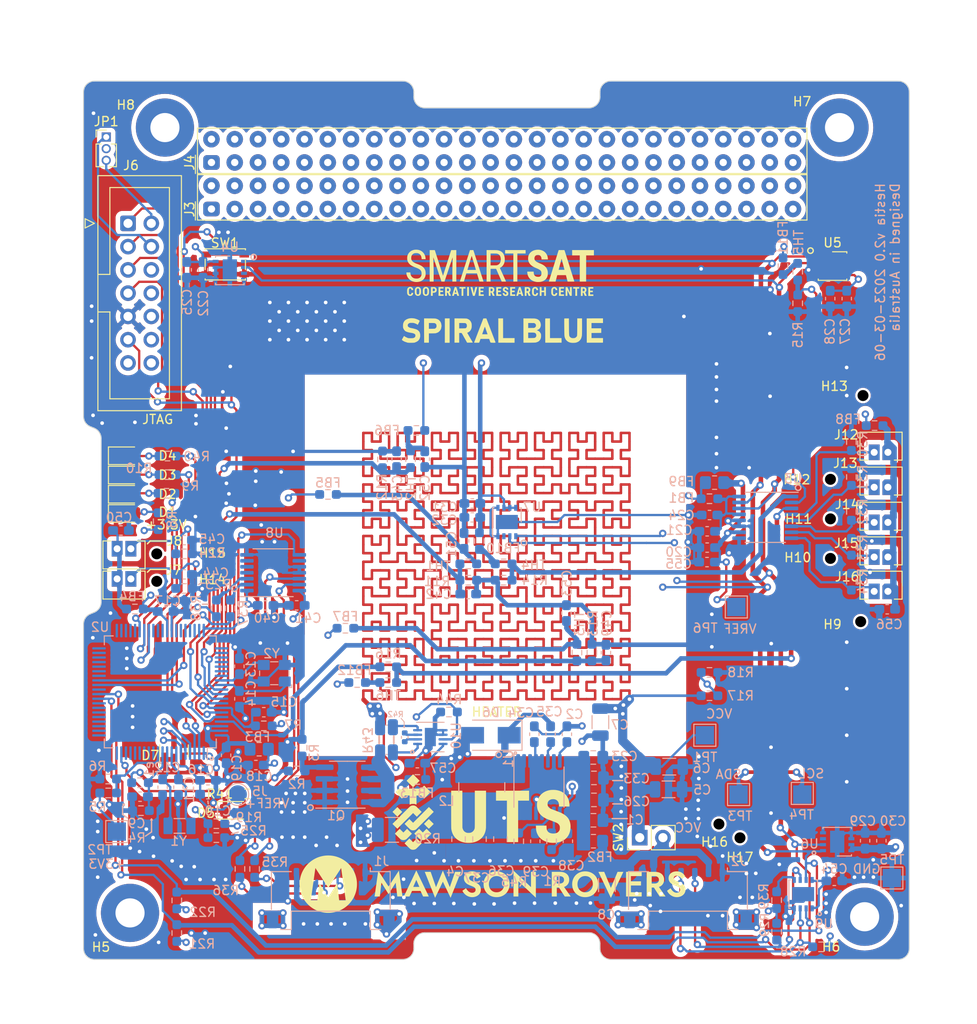
<source format=kicad_pcb>
(kicad_pcb (version 20221018) (generator pcbnew)
  (title_block (title "Hestia") (date "2023-03-06") (rev "2.0") (company "Mawson Rovers"))
  (layers (0 "F.Cu" signal) (1 "In1.Cu" signal) (2 "In2.Cu" signal) (31 "B.Cu" signal) (34 "B.Paste" user) (35 "F.Paste" user) (36 "B.SilkS" user "B.Silkscreen") (37 "F.SilkS" user "F.Silkscreen") (38 "B.Mask" user) (39 "F.Mask" user) (44 "Edge.Cuts" user))
  (net 0 "")
  (net 1 "Net-(C2-Pad1)")
  (net 2 "Current Amp Out")
  (net 3 "+3.3V")
  (net 4 "Net-(C9-Pad1)")
  (net 5 "Net-(C10-Pad1)")
  (net 6 "Net-(C11-Pad2)")
  (net 7 "Net-(C12-Pad2)")
  (net 8 "Net-(C13-Pad2)")
  (net 9 "Net-(C14-Pad2)")
  (net 10 "/RST")
  (net 11 "Net-(C20-Pad1)")
  (net 12 "Net-(D2-Pad2)")
  (net 13 "Net-(D3-Pad2)")
  (net 102 "GND")
  (net 103 "VCC")
  (net 104 "/SDA")
  (net 105 "/SCL")
  (net 106 "/Rx")
  (net 107 "/Tx")
  (net 124 "Net-(R5-Pad2)")
  (net 125 "/LED_1")
  (net 126 "/LED_2")
  (net 127 "/buck_converter/reg_in")
  (net 128 "/buck_converter/reg_out")
  (net 129 "/buck_converter/Inductor_power")
  (net 130 "A0")
  (net 131 "A1")
  (net 132 "A3")
  (net 162 "Net-(C50-Pad1)")
  (net 163 "Net-(C51-Pad1)")
  (net 173 "Net-(Q1-Pad4)")
  (net 181 "Net-(C21-Pad1)")
  (net 182 "Net-(J6-Pad4)")
  (net 184 "Net-(Q1-Pad5)")
  (net 185 "/SCL_3.3V")
  (net 186 "/SDA_3.3V")
  (net 187 "Net-(C56-Pad1)")
  (net 192 "A4")
  (net 193 "Net-(C39-Pad1)")
  (net 194 "Net-(C38-Pad1)")
  (net 195 "Net-(C35-Pad1)")
  (net 197 "Net-(R35-Pad2)")
  (net 198 "Net-(R36-Pad2)")
  (net 203 "Net-(R37-Pad1)")
  (net 204 "Net-(R38-Pad1)")
  (net 205 "/UART TRNLTR EN")
  (net 206 "/TX From uC")
  (net 207 "/RX To uC")
  (net 208 "Net-(C52-Pad1)")
  (net 209 "Net-(C53-Pad1)")
  (net 210 "+3.3VA")
  (net 211 "A2")
  (net 212 "/TDO")
  (net 213 "Net-(J6-Pad2)")
  (net 214 "/TDI")
  (net 215 "/TMS")
  (net 217 "/TCK")
  (net 222 "A3_b")
  (net 223 "A4_b")
  (net 224 "A5_b")
  (net 225 "A6_b")
  (net 226 "A7_b")
  (net 227 "A0_b")
  (net 228 "A1_b")
  (net 229 "A2_b")
  (net 230 "Net-(R39-Pad2)")
  (net 231 "Net-(D4-Pad2)")
  (net 232 "Net-(FB10-Pad2)")
  (net 233 "Net-(FB11-Pad2)")
  (net 234 "Net-(FB12-Pad2)")
  (net 235 "/LED_3")
  (net 236 "Net-(D5-Pad2)")
  (net 237 "Net-(C57-Pad1)")
  (net 238 "Net-(R42-Pad1)")
  (net 239 "Net-(R42-Pad2)")
  (net 240 "Net-(R43-Pad2)")
  (net 241 "Heater PWM signal")
  (net 242 "Voltage sense high")
  (net 243 "Voltage sense low")
  (net 244 "/heater/Heater low")
  (net 245 "Net-(R43-Pad1)")
  (net 246 "/heater/Heater high")
  (net 247 "Net-(D1-Pad2)")
  (net 248 "/J1_MP1")
  (net 249 "/J1_MP2")
  (net 250 "/J2_MP1")
  (net 251 "/J2_MP2")
  (net 252 "Net-(R45-Pad1)")
  (footprint "Hestia:B2B-ZR(LF)(SN)" (layer "F.Cu") (at 188.6839 112.6226)
    (fp_text reference "J15")
    (fp_text value "B2B-ZR")
  )
  (footprint "LED_SMD:LED_0805_2012Metric_Pad1.15x1.40mm_HandSolder" (layer "F.Cu") (at 106.1795 104.1172)
    (fp_text reference "D3")
    (fp_text value "GREEN LED")
  )
  (footprint "Hestia:Wire_Restraint_Hole" (layer "F.Cu") (at 183.1594 104.5871 90)
    (fp_text reference "H12")
    (fp_text value "Wire_Restraint_Hole")
  )
  (footprint "NetTie:NetTie-2_SMD_Pad0.5mm" (layer "F.Cu") (at 132.535805 128.995753 -45)
    (fp_text reference "R26" hide)
    (fp_text value "Heater")
  )
  (footprint "Connector_IDC:IDC-Header_2x07_P2.54mm_Vertical" (layer "F.Cu") (at 106.4609 76.6471)
    (fp_text reference "J6")
    (fp_text value "Conn_02x07_Odd_Even")
  )
  (footprint "Connector_PinHeader_1.27mm:PinHeader_1x03_P1.27mm_Vertical" (layer "F.Cu") (at 104.0814 67.2231)
    (fp_text reference "JP1")
    (fp_text value "Jumper_3_Bridged12")
  )
  (footprint "LOGO" (layer "F.Cu") (at 147.0914 81.9811)
    (fp_text reference "G***" hide)
    (fp_text value "LOGO" hide)
  )
  (footprint "LOGO" (layer "F.Cu") (at 145.0594 140.9091)
    (fp_text reference "G***" hide)
    (fp_text value "LOGO" hide)
  )
  (footprint "LED_SMD:LED_0805_2012Metric_Pad1.15x1.40mm_HandSolder" (layer "F.Cu") (at 106.1795 102.0172)
    (fp_text reference "D4")
    (fp_text value "BLUE LED")
  )
  (footprint "MountingHole:MountingHole_3.2mm_M3_ISO7380" (layer "F.Cu") (at 164.185 131.5575)
    (fp_text reference "H4")
    (fp_text value "MountingHole")
  )
  (footprint "Hestia:Wire_Restraint_Hole" (layer "F.Cu") (at 173.2814 143.7231 180)
    (fp_text reference "H17")
    (fp_text value "Wire_Restraint_Hole")
  )
  (footprint "Hestia:PC104_Pad_Hole_3P18_6P35" (layer "F.Cu") (at 106.6927 151.9454)
    (fp_text reference "H5")
    (fp_text value "MountingHole_Pad")
  )
  (footprint "Hestia:PC104_Pad_Hole_3P18_6P35" (layer "F.Cu") (at 110.363 66.1188)
    (fp_text reference "H8")
    (fp_text value "MountingHole_Pad")
  )
  (footprint "Hestia:B2B-ZR(LF)(SN)" (layer "F.Cu") (at 188.6839 108.8416)
    (fp_text reference "J14")
    (fp_text value "B2B-ZR")
  )
  (footprint "LOGO" (layer "F.Cu") (at 147.3454 88.3311)
    (fp_text reference "G***" hide)
    (fp_text value "LOGO" hide)
  )
  (footprint "Hestia:B2B-ZR(LF)(SN)" (layer "F.Cu") (at 106.02025 115.907242 180)
    (fp_text reference "J7")
    (fp_text value "B2B-ZR")
  )
  (footprint "Hestia:PC104_Pad_Hole_3P18_6P35" (layer "F.Cu") (at 186.8932 152.3391)
    (fp_text reference "H6")
    (fp_text value "MountingHole_Pad")
  )
  (footprint "Hestia:Wire_Restraint_Hole" (layer "F.Cu") (at 109.6 115.7231 90)
    (fp_text reference "H14")
    (fp_text value "Wire_Restraint_Hole")
  )
  (footprint "Package_TO_SOT_SMD:SOT-23" (layer "F.Cu") (at 111.4814 134.2231 90)
    (fp_text reference "D7")
    (fp_text value "BAT54S")
  )
  (footprint "LED_SMD:LED_0805_2012Metric_Pad1.15x1.40mm_HandSolder" (layer "F.Cu") (at 118.0814 140.7231)
    (fp_text reference "D5")
    (fp_text value "ORANGE LED")
  )
  (footprint "Connector_PinHeader_2.54mm:PinHeader_1x02_P2.54mm_Vertical" (layer "F.Cu") (at 162.3314 143.7031 90)
    (fp_text reference "SW2")
    (fp_text value "SW_Push_Open")
  )
  (footprint "Hestia:ESQ-126-39-G-D" (layer "F.Cu") (at 147.32 68.73)
    (fp_text reference "J4")
    (fp_text value "ESQ-126-39-G-D")
  )
  (footprint "LED_SMD:LED_0805_2012Metric_Pad1.15x1.40mm_HandSolder" (layer "F.Cu") (at 106.1795 108.3209)
    (fp_text reference "D1")
    (fp_text value "RED LED")
  )
  (footprint "Hestia:Wire_Restraint_Hole" (layer "F.Cu") (at 186.7154 95.4431 90)
    (fp_text reference "H13")
    (fp_text value "Wire_Restraint_Hole")
  )
  (footprint "Hestia:Wire_Restraint_Hole" (layer "F.Cu") (at 183.1594 108.9051 90)
    (fp_text reference "H11")
    (fp_text value "Wire_Restraint_Hole")
  )
  (footprint "Hestia:Wire_Restraint_Hole" (layer "F.Cu") (at 170.9814 142.2231 180)
    (fp_text reference "H16")
    (fp_text value "Wire_Restraint_Hole")
  )
  (footprint "Hestia:B2B-ZR(LF)(SN)" (layer "F.Cu") (at 106.02025 112.6174 180)
    (fp_text reference "J8")
    (fp_text value "B2B-ZR")
  )
  (footprint "Button_Switch_SMD:SW_SPST_PTS810" (layer "F.Cu") (at 117.0814 81.1231 180)
    (fp_text reference "SW1")
    (fp_text value "SW_Push")
  )
  (footprint "Hestia:B2B-ZR(LF)(SN)" (layer "F.Cu") (at 188.6839 105.0026)
    (fp_text reference "J13")
    (fp_text value "B2B-ZR")
  )
  (footprint "Resistor_SMD:R_0603_1608Metric_Pad0.98x0.95mm_HandSolder" (layer "F.Cu") (at 119.4814 138.9231 180)
    (fp_text reference "R41")
    (fp_text value "100R 5% 1/10W")
  )
  (footprint "Hestia:Wire_Restraint_Hole" (layer "F.Cu") (at 183.1594 113.2231 90)
    (fp_text reference "H10")
    (fp_text value "Wire_Restraint_Hole")
  )
  (footprint "MountingHole:MountingHole_3.2mm_M3_ISO7380" (layer "F.Cu") (at 129.185 96.5575)
    (fp_text reference "H1")
    (fp_text value "MountingHole")
  )
  (footprint "LED_SMD:LED_0805_2012Metric_Pad1.15x1.40mm_HandSolder" (layer "F.Cu") (at 106.1795 106.2172)
    (fp_text reference "D2")
    (fp_text value "ORANGE LED")
  )
  (footprint "Hestia:Wire_Restraint_Hole" (layer "F.Cu") (at 186.4614 120.1231 90)
    (fp_text reference "H9")
    (fp_text value "Wire_Restraint_Hole")
  )
  (footprint "Package_DFN_QFN:DFN-8-1EP_3x3mm_P0.65mm_EP1.55x2.4mm" (layer "F.Cu") (at 183.388 81.308)
    (fp_text reference "U5")
    (fp_text value "MAX31725MTA+T")
  )
  (footprint "MountingHole:MountingHole_3.2mm_M3_ISO7380" (layer "F.Cu") (at 164.185 96.5575)
    (fp_text reference "H3")
    (fp_text value "MountingHole")
  )
  (footprint "Hestia:PC104_Pad_Hole_3P18_6P35" (layer "F.Cu") (at 184.15 66.19)
    (fp_text reference "H7")
    (fp_text value "MountingHole_Pad")
  )
  (footprint "Hestia:B2B-ZR(LF)(SN)" (layer "F.Cu") (at 188.6839 101.1926)
    (fp_text reference "J12")
    (fp_text value "B2B-ZR")
  )
  (footprint "Hestia:Wire_Restraint_Hole" (layer "F.Cu") (at 109.6 112.7231 90)
    (fp_text reference "H15")
    (fp_text value "Wire_Restraint_Hole")
  )
  (footprint "Hestia:ESQ-126-39-G-D" (layer "F.Cu") (at 147.32 73.81)
    (fp_text reference "J3")
    (fp_text value "ESQ-126-39-G-D")
  )
  (footprint "LOGO" (layer "F.Cu") (at 146.972851 148.782205)
    (fp_text reference "G***" hide)
    (fp_text value "LOGO" hide)
  )
  (footprint "MountingHole:MountingHole_3.2mm_M3_ISO7380" (layer "F.Cu") (at 129.185 131.5575)
    (fp_text reference "H2")
    (fp_text value "MountingHole")
  )
  (footprint "Hestia:B2B-ZR(LF)(SN)" (layer "F.Cu") (at 188.6839 116.3691)
    (fp_text reference "J16")
    (fp_text value "B2B-ZR")
  )
  (footprint "Capacitor_SMD:C_0603_1608Metric_Pad1.08x0.95mm_HandSolder" (layer "B.Cu") (at 169.9514 108.486 180)
    (fp_text reference "C24")
    (fp_text value "10uF 16V")
  )
  (footprint "TestPoint:TestPoint_Pad_2.0x2.0mm" (layer "B.Cu") (at 105.2322 143.0427 90)
    (fp_text reference "TP2")
    (fp_text value "TestPoint")
  )
  (footprint "Resistor_SMD:R_0603_1608Metric_Pad0.98x0.95mm_HandSolder" (layer "B.Cu") (at 107.8738 140.7567 180)
    (fp_text reference "R4")
    (fp_text value "DNP")
  )
  (footprint "Capacitor_SMD:C_0805_2012Metric_Pad1.18x1.45mm_HandSolder" (layer "B.Cu") (at 147.1232 143.8643 -90)
    (fp_text reference "C36")
    (fp_text value "47uF 10V")
  )
  (footprint "Capacitor_SMD:C_0603_1608Metric_Pad1.08x0.95mm_HandSolder" (layer "B.Cu") (at 184.9374 84.864 -90)
    (fp_text reference "C27")
    (fp_text value "0.1uF")
  )
  (footprint "Capacitor_SMD:C_0603_1608Metric_Pad1.08x0.95mm_HandSolder" (layer "B.Cu") (at 183.5814 148.4231)
    (fp_text reference "C54")
    (fp_text value "0.1uF")
  )
  (footprint "Resistor_SMD:R_0603_1608Metric_Pad0.98x0.95mm_HandSolder" (layer "B.Cu") (at 134.874 126.774)
    (fp_text reference "TH6")
    (fp_text value "Thermistor NTC 10K 3630K")
  )
  (footprint "Resistor_SMD:R_0603_1608Metric_Pad0.98x0.95mm_HandSolder" (layer "B.Cu") (at 141.5034 129.9871)
    (fp_text reference "R44")
    (fp_text value "10K 0.5% 1/16W")
  )
  (footprint "Resistor_SMD:R_0603_1608Metric_Pad0.98x0.95mm_HandSolder" (layer "B.Cu") (at 131.4814 126.7731)
    (fp_text reference "FB12")
    (fp_text value "MMZ1608A222BTA00")
  )
  (footprint "Resistor_SMD:R_0603_1608Metric_Pad0.98x0.95mm_HandSolder" (layer "B.Cu") (at 157.1117 123.504 90)
    (fp_text reference "R13")
    (fp_text value "10K 0.5% 1/16W")
  )
  (footprint "TestPoint:TestPoint_Pad_D2.0mm" (layer "B.Cu") (at 118.4402 138.9914 180)
    (fp_text reference "J5")
    (fp_text value "VREF+")
  )
  (footprint "Resistor_SMD:R_0603_1608Metric_Pad0.98x0.95mm_HandSolder" (layer "B.Cu") (at 185.4454 100.5231 90)
    (fp_text reference "R30")
    (fp_text value "10K 0.5% 1/16W")
  )
  (footprint "Capacitor_SMD:C_0603_1608Metric_Pad1.08x0.95mm_HandSolder" (layer "B.Cu") (at 118.618 124.996 -90)
    (fp_text reference "C13")
    (fp_text value "20pF")
  )
  (footprint "Capacitor_SMD:C_0603_1608Metric_Pad1.08x0.95mm_HandSolder" (layer "B.Cu") (at 120.4214 135.7783 180)
    (fp_text reference "C18")
    (fp_text value "0.1uF")
  )
  (footprint "Capacitor_SMD:C_0603_1608Metric_Pad1.08x0.95mm_HandSolder" (layer "B.Cu") (at 110.5662 119.0143 180)
    (fp_text reference "C17")
    (fp_text value "0.1uF")
  )
  (footprint "Resistor_SMD:R_0603_1608Metric_Pad0.98x0.95mm_HandSolder" (layer "B.Cu") (at 110.6659 106.1111 180)
    (fp_text reference "R9")
    (fp_text value "100R 5% 1/10W")
  )
  (footprint "Resistor_SMD:R_0603_1608Metric_Pad0.98x0.95mm_HandSolder" (layer "B.Cu") (at 169.9514 125.6691 180)
    (fp_text reference "R18")
    (fp_text value "10K 0.5% 1/16W")
  )
  (footprint "Resistor_SMD:R_0603_1608Metric_Pad0.98x0.95mm_HandSolder" (layer "B.Cu") (at 185.4454 104.3331 90)
    (fp_text reference "R31")
    (fp_text value "10K 0.5% 1/16W")
  )
  (footprint "Resistor_SMD:R_1210_3225Metric_Pad1.30x2.65mm_HandSolder" (layer "B.Cu") (at 135.2804 142.8522)
    (fp_text reference "R20")
    (fp_text value "0R")
  )
  (footprint "Resistor_SMD:R_0603_1608Metric_Pad0.98x0.95mm_HandSolder" (layer "B.Cu") (at 185.4454 111.9531 90)
    (fp_text reference "R33")
    (fp_text value "10K 0.5% 1/16W")
  )
  (footprint "Package_SO:SOIC-8_3.9x4.9mm_P1.27mm" (layer "B.Cu") (at 130.4036 137.9246)
    (fp_text reference "Q1")
    (fp_text value "FDS8876")
  )
  (footprint "Capacitor_SMD:C_0805_2012Metric_Pad1.18x1.45mm_HandSolder" (layer "B.Cu") (at 144.8372 143.8643 -90)
    (fp_text reference "C37")
    (fp_text value "47uF 10V")
  )
  (footprint "Resistor_SMD:R_0603_1608Metric_Pad0.98x0.95mm_HandSolder" (layer "B.Cu") (at 116.1064 118.6731 -90)
    (fp_text reference "R38")
    (fp_text value "0R")
  )
  (footprint "Capacitor_SMD:C_0805_2012Metric_Pad1.18x1.45mm_HandSolder" (layer "B.Cu") (at 157.2617 134.9528)
    (fp_text reference "C23")
    (fp_text value "47uF 10V")
  )
  (footprint "Resistor_SMD:R_0603_1608Metric_Pad0.98x0.95mm_HandSolder" (layer "B.Cu") (at 116.1034 142.1791)
    (fp_text reference "R19")
    (fp_text value "10K 0.5% 1/16W")
  )
  (footprint "Capacitor_SMD:C_0603_1608Metric_Pad1.08x0.95mm_HandSolder" (layer "B.Cu") (at 188.722 144.046 90)
    (fp_text reference "C30")
    (fp_text value "10uF 16V")
  )
  (footprint "Capacitor_SMD:C_0603_1608Metric_Pad1.08x0.95mm_HandSolder" (layer "B.Cu") (at 138.8618 102.39 -90)
    (fp_text reference "C52")
    (fp_text value "0.1uF")
  )
  (footprint "Resistor_SMD:R_0603_1608Metric_Pad0.98x0.95mm_HandSolder" (layer "B.Cu") (at 138.0509 137.3531 180)
    (fp_text reference "FB13")
    (fp_text value "MMZ1608A222BTA00")
  )
  (footprint "Capacitor_SMD:C_0805_2012Metric_Pad1.18x1.45mm_HandSolder" (layer "B.Cu") (at 157.2832 141.8108)
    (fp_text reference "C1")
    (fp_text value "47uF 10V")
  )
  (footprint "TestPoint:TestPoint_Pad_2.0x2.0mm" (layer "B.Cu") (at 189.865 148.11 180)
    (fp_text reference "TP5")
    (fp_text value "TestPoint")
  )
  (footprint "Resistor_SMD:R_0603_1608Metric_Pad0.98x0.95mm_HandSolder" (layer "B.Cu") (at 143.6135 113.82 180)
    (fp_text reference "TH1")
    (fp_text value "Thermistor NTC 10K 3630K")
  )
  (footprint "Capacitor_SMD:C_0603_1608Metric_Pad1.08x0.95mm_HandSolder" (layer "B.Cu") (at 115.189 138.966)
    (fp_text reference "C10")
    (fp_text value "0.1uF")
  )
  (footprint "Resistor_SMD:R_0603_1608Metric_Pad0.98x0.95mm_HandSolder" (layer "B.Cu") (at 112.5814 116.4997)
    (fp_text reference "R23")
    (fp_text value "10K 0.5% 1/16W")
  )
  (footprint "Resistor_SMD:R_0603_1608Metric_Pad0.98x0.95mm_HandSolder" (layer "B.Cu") (at 155.48 123.504 -90)
    (fp_text reference "TH3")
    (fp_text value "Thermistor NTC 10K 3630K")
  )
  (footprint "Resistor_SMD:R_0603_1608Metric_Pad0.98x0.95mm_HandSolder" (layer "B.Cu") (at 137.9474 99.2531)
    (fp_text reference "FB6")
    (fp_text value "MMZ1608A222BTA00")
  )
  (footprint "Resistor_SMD:R_0603_1608Metric_Pad0.98x0.95mm_HandSolder" (layer "B.Cu") (at 124.8814 136.426)
    (fp_text reference "R2")
    (fp_text value "470R")
  )
  (footprint "Resistor_SMD:R_0603_1608Metric_Pad0.98x0.95mm_HandSolder" (layer "B.Cu") (at 177.9814 81.3231 -90)
    (fp_text reference "FB11")
    (fp_text value "MMZ1608A222BTA00")
  )
  (footprint "Capacitor_SMD:C_0603_1608Metric_Pad1.08x0.95mm_HandSolder" (layer "B.Cu") (at 135.7884 102.39 90)
    (fp_text reference "C43")
    (fp_text value "0.1uF")
  )
  (footprint "Resistor_SMD:R_0603_1608Metric_Pad0.98x0.95mm_HandSolder" (layer "B.Cu") (at 104.2905 137.3023 180)
    (fp_text reference "R6")
    (fp_text value "0R")
  )
  (footprint "Resistor_SMD:R_0603_1608Metric_Pad0.98x0.95mm_HandSolder" (layer "B.Cu") (at 169.9514 128.2091 180)
    (fp_text reference "R17")
    (fp_text value "10K 0.5% 1/16W")
  )
  (footprint "Resistor_SMD:R_0603_1608Metric_Pad0.98x0.95mm_HandSolder" (layer "B.Cu") (at 185.4454 108.1431 90)
    (fp_text reference "R32")
    (fp_text value "10K 0.5% 1/16W")
  )
  (footprint "Resistor_SMD:R_0603_1608Metric_Pad0.98x0.95mm_HandSolder" (layer "B.Cu") (at 143.6135 115.598)
    (fp_text reference "R11")
    (fp_text value "10K 0.5% 1/16W")
  )
  (footprint "Resistor_SMD:R_0603_1608Metric_Pad0.98x0.95mm_HandSolder" (layer "B.Cu") (at 118.6814 147.1194 90)
    (fp_text reference "R36")
    (fp_text value "0R")
  )
  (footprint "Capacitor_SMD:C_1206_3216Metric" (layer "B.Cu") (at 158.75 148.8847 -90)
    (fp_text reference "C8")
    (fp_text value "22uF 16V")
  )
  (footprint "Hestia:MolexPicoLock_6Way_2MP" (layer "B.Cu") (at 167.6 150.3071 180)
    (fp_text reference "J2")
    (fp_text value "i2c connector")
  )
  (footprint "Capacitor_SMD:C_0603_1608Metric_Pad1.08x0.95mm_HandSolder" (layer "B.Cu") (at 143.1544 111.3181 90)
    (fp_text reference "C51")
    (fp_text value "0.1uF")
  )
  (footprint "Capacitor_SMD:C_0603_1608Metric_Pad1.08x0.95mm_HandSolder" (layer "B.Cu") (at 150.9332 144.0968 -90)
    (fp_text reference "C39")
    (fp_text value "100p")
  )
  (footprint "Resistor_SMD:R_0603_1608Metric_Pad0.98x0.95mm_HandSolder" (layer "B.Cu") (at 128.2954 106.2381 180)
    (fp_text reference "FB5")
    (fp_text value "MMZ1608A222BTA00")
  )
  (footprint "Resistor_SMD:R_0603_1608Metric_Pad0.98x0.95mm_HandSolder" (layer "B.Cu") (at 137.3124 102.39 -90)
    (fp_text reference "TH2")
    (fp_text value "Thermistor NTC 10K 3630K")
  )
  (footprint "Capacitor_SMD:C_0603_1608Metric_Pad1.08x0.95mm_HandSolder" (layer "B.Cu") (at 114.6485 81.722572 -90)
    (fp_text reference "C22")
    (fp_text value "0.1uF")
  )
  (footprint "Capacitor_SMD:C_0603_1608Metric_Pad1.08x0.95mm_HandSolder" (layer "B.Cu") (at 186.944 144.046 90)
    (fp_text reference "C29")
    (fp_text value "0.1uF")
  )
  (footprint "Inductor_SMD:L_Coilcraft_LPS5030" (layer "B.Cu") (at 145.0912 138.1963 90)
    (fp_text reference "L2")
    (fp_text value "10uH")
  )
  (footprint "TestPoint:TestPoint_Pad_2.0x2.0mm" (layer "B.Cu") (at 180.086 138.8771)
    (fp_text reference "TP4")
    (fp_text value "TestPoint")
  )
  (footprint "Capacitor_SMD:C_1206_3216Metric" (layer "B.Cu") (at 165.481 138.4326)
    (fp_text reference "C5")
    (fp_text value "22uF 16V")
  )
  (footprint "Resistor_SMD:R_0603_1608Metric_Pad0.98x0.95mm_HandSolder" (layer "B.Cu") (at 117.6314 118.6731 -90)
    (fp_text reference "R37")
    (fp_text value "0R")
  )
  (footprint "Resistor_SMD:R_0603_1608Metric_Pad0.98x0.95mm_HandSolder" (layer "B.Cu") (at 149.1234 144.1076 -90)
    (fp_text reference "R45")
    (fp_text value "0R")
  )
  (footprint "Resistor_SMD:R_0603_1608Metric_Pad0.98x0.95mm_HandSolder" (layer "B.Cu") (at 147.4705 113.82)
    (fp_text reference "TH4")
    (fp_text value "Thermistor NTC 10K 3630K")
  )
  (footprint "Capacitor_SMD:C_0603_1608Metric_Pad1.08x0.95mm_HandSolder" (layer "B.Cu") (at 154.4892 144.0968 -90)
    (fp_text reference "C38")
    (fp_text value "2.2n")
  )
  (footprint "Capacitor_SMD:C_0805_2012Metric_Pad1.18x1.45mm_HandSolder" (layer "B.Cu") (at 157.336248 139.5848)
    (fp_text reference "C26")
    (fp_text value "47uF 10V")
  )
  (footprint "Hestia:LVK12R010CER" (layer "B.Cu") (at 134.6814 133.0231 90)
    (fp_text reference "R43")
    (fp_text value "LVK12R010CER")
  )
  (footprint "Capacitor_SMD:C_0603_1608Metric_Pad1.08x0.95mm_HandSolder" (layer "B.Cu") (at 118.618 128.552 90)
    (fp_text reference "C14")
    (fp_text value "20pF")
  )
  (footprint "Hestia:CM7V-T1A" (layer "B.Cu") (at 112.0814 142.4231)
    (fp_text reference "Y1")
    (fp_text value "32.768kHz 12.5pf")
  )
  (footprint "Package_SO:TSSOP-16_4.4x5mm_P0.65mm" (layer "B.Cu") (at 176.0474 108.74 180)
    (fp_text reference "U3")
    (fp_text value "ADS7828")
  )
  (footprint "Capacitor_SMD:C_0603_1608Metric_Pad1.08x0.95mm_HandSolder" (layer "B.Cu") (at 169.6974 110.264 180)
    (fp_text reference "C21")
    (fp_text value "0.1uF")
  )
  (footprint "Capacitor_SMD:C_0603_1608Metric_Pad1.08x0.95mm_HandSolder" (layer "B.Cu") (at 105.6894 110.1751)
    (fp_text reference "C50")
    (fp_text value "1uF")
  )
  (footprint "Capacitor_SMD:C_0603_1608Metric_Pad1.08x0.95mm_HandSolder" (layer "B.Cu") (at 144.053166 107.216 180)
    (fp_text reference "C31")
    (fp_text value "0.1uF")
  )
  (footprint "Capacitor_SMD:C_0603_1608Metric_Pad1.08x0.95mm_HandSolder" (layer "B.Cu") (at 112.8705 81.722572 -90)
    (fp_text reference "C25")
    (fp_text value "10uF 16V")
  )
  (footprint "Resistor_SMD:R_0603_1608Metric_Pad0.98x0.95mm_HandSolder" (layer "B.Cu") (at 110.7694 102.0471 180)
    (fp_text reference "R40")
    (fp_text value "10R 5% 1/10W")
  )
  (footprint "Capacitor_SMD:C_0603_1608Metric_Pad1.08x0.95mm_HandSolder" (layer "B.Cu") (at 169.6974 112.042 180)
    (fp_text reference "C20")
    (fp_text value "0.1uF")
  )
  (footprint "Capacitor_SMD:C_1206_3216Metric" (layer "B.Cu") (at 165.5572 135.9561)
    (fp_text reference "C6")
    (fp_text value "22uF 16V")
  )
  (footprint "Capacitor_SMD:C_0603_1608Metric_Pad1.08x0.95mm_HandSolder" (layer "B.Cu") (at 111.9665 138.204 90)
    (fp_text reference "C11")
    (fp_text value "20pF")
  )
  (footprint "Resistor_SMD:R_0603_1608Metric_Pad0.98x0.95mm_HandSolder" (layer "B.Cu") (at 104.2935 138.8263)
    (fp_text reference "R5")
    (fp_text value "DNP")
  )
  (footprint "Resistor_SMD:R_0805_2012Metric_Pad1.20x1.40mm_HandSolder" (layer "B.Cu") (at 157.2832 144.0968 180)
    (fp_text reference "FB2")
    (fp_text value "74279220321")
  )
  (footprint "Capacitor_SMD:C_0603_1608Metric_Pad1.08x0.95mm_HandSolder" (layer "B.Cu") (at 115.189 137.442)
    (fp_text reference "C16")
    (fp_text value "10uF 16V")
  )
  (footprint "Capacitor_SMD:C_0603_1608Metric_Pad1.08x0.95mm_HandSolder" (layer "B.Cu") (at 138.0509 135.5751 180)
    (fp_text reference "C57")
    (fp_text value "0.1uF")
  )
  (footprint "Capacitor_SMD:C_0603_1608Metric_Pad1.08x0.95mm_HandSolder" (layer "B.Cu") (at 112.5814 111.2231)
    (fp_text reference "C45")
    (fp_text value "0.1uF")
  )
  (footprint "Capacitor_SMD:C_0603_1608Metric_Pad1.08x0.95mm_HandSolder" (layer "B.Cu") (at 152.6032 132.4128 90)
    (fp_text reference "C35")
    (fp_text value "0.1uF")
  )
  (footprint "Capacitor_SMD:C_0805_2012Metric_Pad1.18x1.45mm_HandSolder" (layer "B.Cu") (at 142.5512 143.8643 -90)
    (fp_text reference "C4")
    (fp_text value "47uF 10V")
  )
  (footprint "Capacitor_SMD:C_0603_1608Metric_Pad1.08x0.95mm_HandSolder" (layer "B.Cu") (at 124.8814 118.3481 180)
    (fp_text reference "C41")
    (fp_text value "0.1uF")
  )
  (footprint "Hestia:MolexPicoLock_6Way_2MP" (layer "B.Cu") (at 128.6 150.3071 180)
    (fp_text reference "J1")
    (fp_text value "Serial Connector")
  )
  (footprint "Resistor_SMD:R_0603_1608Metric_Pad0.98x0.95mm_HandSolder" (layer "B.Cu") (at 187.9814 98.7231 180)
    (fp_text reference "FB8")
    (fp_text value "MMZ1608A222BTA00")
  )
  (footprint "Package_DFN_QFN:DFN-8-1EP_3x3mm_P0.65mm_EP1.55x2.4mm" (layer "B.Cu") (at 183.896 144.1465)
    (fp_text reference "U6")
    (fp_text value "MAX31725MTA+T")
  )
  (footprint "TestPoint:TestPoint_Pad_2.0x2.0mm" (layer "B.Cu") (at 172.8814 118.5231 180)
    (fp_text reference "TP6")
    (fp_text value "TestPoint")
  )
  (footprint "Capacitor_SMD:C_0603_1608Metric_Pad1.08x0.95mm_HandSolder" (layer "B.Cu") (at 183.134 84.864 -90)
    (fp_text reference "C28")
    (fp_text value "10uF 16V")
  )
  (footprint "Capacitor_SMD:C_0603_1608Metric_Pad1.08x0.95mm_HandSolder" (layer "B.Cu") (at 154.3304 119.1921 90)
    (fp_text reference "C53")
    (fp_text value "0.1uF")
  )
  (footprint "Capacitor_SMD:C_0603_1608Metric_Pad1.08x0.95mm_HandSolder" (layer "B.Cu") (at 121.4814 118.3481)
    (fp_text reference "C40")
    (fp_text value "0.1uF")
  )
  (footprint "Resistor_SMD:R_0603_1608Metric_Pad0.98x0.95mm_HandSolder" (layer "B.Cu") (at 152.7112 144.0968 -90)
    (fp_text reference "R1")
    (fp_text value "33K")
  )
  (footprint "Package_SO:TSSOP-16_4.4x5mm_P0.65mm" (layer "B.Cu") (at 151.3332 138.188348 -90)
    (fp_text reference "U1")
    (fp_text value "LM2655MTC-3.3/NOPB")
  )
  (footprint "Resistor_SMD:R_0603_1608Metric_Pad0.98x0.95mm_HandSolder" (layer "B.Cu") (at 107.7722 137.7087)
    (fp_text reference "e1")
    (fp_text value "0R")
  )
  (footprint "Resistor_SMD:R_0603_1608Metric_Pad0.98x0.95mm_HandSolder" (layer "B.Cu") (at 185.4454 115.7631 90)
    (fp_text reference "R34")
    (fp_text value "10K 0.5% 1/16W")
  )
  (footprint "Package_QFP:LQFP-80_12x12mm_P0.5mm" (layer "B.Cu") (at 109.982 127.79 90)
    (fp_text reference "U2")
    (fp_text value "MSP430F2618TPN_Simplifed")
  )
  (footprint "Resistor_SMD:R_0603_1608Metric_Pad0.98x0.95mm_HandSolder" (layer "B.Cu") (at 109.7534 109.1591 90)
    (fp_text reference "R8")
    (fp_text value "100R 5% 1/10W")
  )
  (footprint "Resistor_SMD:R_0603_1608Metric_Pad0.98x0.95mm_HandSolder" (layer "B.Cu") (at 116.1034 143.7031 180)
    (fp_text reference "R25")
    (fp_text value "10K 0.5% 1/16W")
  )
  (footprint "Capacitor_SMD:C_0603_1608Metric_Pad1.08x0.95mm_HandSolder" (layer "B.Cu") (at 189.3564 118.7731 180)
    (fp_text reference "C56")
    (fp_text value "1uF")
  )
  (footprint "Package_SON:WSON-8-1EP_3x3mm_P0.5mm_EP1.2x2mm" (layer "B.Cu") (at 139.4714 132.7231)
    (fp_text reference "U10")
    (fp_text value "INA826")
  )
  (footprint "TestPoint:TestPoint_Pad_2.0x2.0mm" (layer "B.Cu") (at 169.4434 132.5271 180)
    (fp_text reference "TP1")
    (fp_text value "TestPoint")
  )
  (footprint "Resistor_SMD:R_0603_1608Metric_Pad0.98x0.95mm_HandSolder" (layer "B.Cu") (at 130.2004 120.8431 180)
    (fp_text reference "FB7")
    (fp_text value "MMZ1608A222BTA00")
  )
  (footprint "Capacitor_SMD:C_0603_1608Metric_Pad1.08x0.95mm_HandSolder" (layer "B.Cu") (at 158.6484 123.5101 90)
    (fp_text reference "C49")
    (fp_text value "0.1uF")
  )
  (footprint "Resistor_SMD:R_0603_1608Metric_Pad0.98x0.95mm_HandSolder" (layer "B.Cu") (at 121.285 131.4984 180)
    (fp_text reference "R7")
    (fp_text value "47K")
  )
  (footprint "Package_DFN_QFN:DFN-8-1EP_3x3mm_P0.65mm_EP1.55x2.4mm" (layer "B.Cu") (at 117.576 81.775 180)
    (fp_text reference "U4")
    (fp_text value "MAX31725MTA+T")
  )
  (footprint "Capacitor_SMD:C_0603_1608Metric_Pad1.08x0.95mm_HandSolder" (layer "B.Cu") (at 150.8252 132.4128 -90)
    (fp_text reference "C34")
    (fp_text value "0.1uF")
  )
  (footprint "Resistor_SMD:R_0805_2012Metric_Pad1.20x1.40mm_HandSolder" (layer "B.Cu") (at 120.777 134.0511 180)
    (fp_text reference "FB3")
    (fp_text value "74279220321")
  )
  (footprint "Resistor_SMD:R_0603_1608Metric_Pad0.98x0.95mm_HandSolder" (layer "B.Cu") (at 182.1314 155.6231 180)
    (fp_text reference "R28")
    (fp_text value "2K7 5% 1/10W")
  )
  (footprint "Resistor_SMD:R_0603_1608Metric_Pad0.98x0.95mm_HandSolder" (layer "B.Cu") (at 147.4705 115.598 180)
    (fp_text reference "R14")
    (fp_text value "10K 0.5% 1/16W")
  )
  (footprint "Capacitor_SMD:C_1206_3216Metric" (layer "B.Cu") (at 158.0388 131.092 -90)
    (fp_text reference "C7")
    (fp_text value "22uF 16V")
  )
  (footprint "Capacitor_SMD:C_0402_1005Metric" (layer "B.Cu") (at 136.6774 132.7531 90)
    (fp_text reference "R42")
    (fp_text value "499R 0.1% 1/16W")
  )
  (footprint "TestPoint:TestPoint_Pad_2.0x2.0mm" (layer "B.Cu") (at 173.1264 139 180)
    (fp_text reference "TP3")
    (fp_text value "TestPoint")
  )
  (footprint "Resistor_SMD:R_0603_1608Metric_Pad0.98x0.95mm_HandSolder" (layer "B.Cu") (at 177.2814 153.9731 -90)
    (fp_text reference "R29")
    (fp_text value "2K7 5% 1/10W")
  )
  (footprint "Resistor_SMD:R_0603_1608Metric_Pad0.98x0.95mm_HandSolder" (layer "B.Cu") (at 110.7694 104.0791 180)
    (fp_text reference "R10")
    (fp_text value "100R 5% 1/10W")
  )
  (footprint "Package_DFN_QFN:DFN-8-1EP_3x3mm_P0.65mm_EP1.55x2.4mm" (layer "B.Cu") (at 180.1814 149.8731 90)
    (fp_text reference "U9")
    (fp_text value "LTC4313-1")
  )
  (footprint "Resistor_SMD:R_0603_1608Metric_Pad0.98x0.95mm_HandSolder" (layer "B.Cu") (at 107.2134 118.7476)
    (fp_text reference "FB4")
    (fp_text value "MMZ1608A222BTA00")
  )
  (footprint "Package_DFN_QFN:DFN-8-1EP_3x3mm_P0.65mm_EP1.55x2.4mm" (layer "B.Cu") (at 147.828 109.248 90)
    (fp_text reference "U7")
    (fp_text value "MAX31725MTA+T")
  )
  (footprint "Resistor_SMD:R_0603_1608Metric_Pad0.98x0.95mm_HandSolder" (layer "B.Cu") (at 112.5814 112.7231)
    (fp_text reference "R24")
    (fp_text value "10K 0.5% 1/16W")
  )
  (footprint "Hestia:ecx-32_crystal" (layer "B.Cu") (at 122.428 125.758 180)
    (fp_text reference "Y2")
    (fp_text value "14.7456MHz 12pf")
  )
  (footprint "Capacitor_SMD:C_0603_1608Metric_Pad1.08x0.95mm_HandSolder" (layer "B.Cu") (at 107.7722 139.2327 180)
    (fp_text reference "C9")
    (fp_text value "10uF 16V")
  )
  (footprint "Capacitor_SMD:C_0603_1608Metric_Pad1.08x0.95mm_HandSolder" (layer "B.Cu") (at 117.1702 134.7115 -90)
    (fp_text reference "C19")
    (fp_text value "0.1uF")
  )
  (footprint "Capacitor_SMD:C_0603_1608Metric_Pad1.08x0.95mm_HandSolder" (layer "B.Cu") (at 110.236 138.204 90)
    (fp_text reference "C12")
    (fp_text value "20pF")
  )
  (footprint "Resistor_SMD:R_0603_1608Metric_Pad0.98x0.95mm_HandSolder" (layer "B.Cu") (at 179.5814 85.3731 -90)
    (fp_text reference "R15")
    (fp_text value "10K 0.5% 1/16W")
  )
  (footprint "Resistor_SMD:R_0805_2012Metric_Pad1.20x1.40mm_HandSolder" (layer "B.Cu") (at 170.5064 104.9481 180)
    (fp_text reference "FB9")
    (fp_text value "74279220321")
  )
  (footprint "Resistor_SMD:R_0603_1608Metric_Pad0.98x0.95mm_HandSolder" (layer "B.Cu") (at 111.7854 150.5611 90)
    (fp_text reference "R22")
    (fp_text value "1K3 5% 1/10W")
  )
  (footprint "Resistor_SMD:R_0603_1608Metric_Pad0.98x0.95mm_HandSolder" (layer "B.Cu") (at 144.8314 111.3231 -90)
    (fp_text reference "FB10")
    (fp_text value "MMZ1608A222BTA00")
  )
  (footprint "Capacitor_SMD:C_0603_1608Metric_Pad1.08x0.95mm_HandSolder" (layer "B.Cu") (at 112.5814 114.963)
    (fp_text reference "C44")
    (fp_text value "0.1uF")
  )
  (footprint "Resistor_SMD:R_0603_1608Metric_Pad0.98x0.95mm_HandSolder" (layer "B.Cu") (at 134.2517 102.4154 90)
    (fp_text reference "R12")
    (fp_text value "10K 0.5% 1/16W")
  )
  (footprint "Capacitor_SMD:C_0603_1608Metric_Pad1.08x0.95mm_HandSolder" (layer "B.Cu") (at 169.6814 113.6231 180)
    (fp_text reference "C55")
    (fp_text value "1uF")
  )
  (footprint "Resistor_SMD:R_0603_1608Metric_Pad0.98x0.95mm_HandSolder" (layer "B.Cu") (at 179.5814 81.9231 -90)
    (fp_text reference "TH5")
    (fp_text value "Thermistor NTC 10K 3630K")
  )
  (footprint "Diode_SMD:D_SMA" (layer "B.Cu") (at 146.0814 132.5231 180)
    (fp_text reference "D6")
    (fp_text value "SK34A-LTP")
  )
  (footprint "Resistor_SMD:R_0603_1608Metric_Pad0.98x0.95mm_HandSolder" (layer "B.Cu") (at 169.9514 106.708 180)
    (fp_text reference "FB1")
    (fp_text value "MMZ1608A222BTA00")
  )
  (footprint "Capacitor_SMD:C_0805_2012Metric_Pad1.18x1.45mm_HandSolder" (layer "B.Cu") (at 157.336248 137.1848)
    (fp_text reference "C33")
    (fp_text value "47uF 10V")
  )
  (footprint "Capacitor_SMD:C_0603_1608Metric_Pad1.08x0.95mm_HandSolder" (layer "B.Cu") (at 144.053166 108.74 180)
    (fp_text reference "C32")
    (fp_text value "10uF 16V")
  )
  (footprint "Capacitor_SMD:C_0603_1608Metric_Pad1.08x0.95mm_HandSolder" (layer "B.Cu") (at 154.3812 132.4128 90)
    (fp_text reference "C2")
    (fp_text value "4.7nF")
  )
  (footprint "Capacitor_SMD:C_0603_1608Metric_Pad1.08x0.95mm_HandSolder" (layer "B.Cu") (at 121.285 130.0125)
    (fp_text reference "C15")
    (fp_text value "0.1uF")
  )
  (footprint "Resistor_SMD:R_0603_1608Metric_Pad0.98x0.95mm_HandSolder" (layer "B.Cu") (at 177.2814 150.5231 90)
    (fp_text reference "R39")
    (fp_text value "10K 0.5% 1/16W")
  )
  (footprint "Resistor_SMD:R_0603_1608Metric_Pad0.98x0.95mm_HandSolder" (layer "B.Cu") (at 134.874 125.06 180)
    (fp_text reference "R16")
    (fp_text value "10K 0.5% 1/16W")
  )
  (footprint "Resistor_SMD:R_0603_1608Metric_Pad0.98x0.95mm_HandSolder" (layer "B.Cu") (at 120.2814 147.1231 90)
    (fp_text reference "R35")
    (fp_text value "0R")
  )
  (footprint "Resistor_SMD:R_0603_1608Metric_Pad0.98x0.95mm_HandSolder" (layer "B.Cu") (at 111.7854 154.1171 90)
    (fp_text reference "R21")
    (fp_text value "1K3 5% 1/10W")
  )
  (footprint "Package_SO:TSSOP-14_4.4x5mm_P0.65mm" (layer "B.Cu") (at 122.301 114.7852)
    (fp_text reference "U8")
    (fp_text value "TXB0104PW")
  )
  (footprint "Capacitor_SMD:C_0603_1608Metric_Pad1.08x0.95mm_HandSolder" (layer "B.Cu") (at 143.6116 117.1093)
    (fp_text reference "C42")
    (fp_text value "0.1uF")
  )
  (footprint "Resistor_SMD:R_0603_1608Metric_Pad0.98x0.95mm_HandSolder" (layer "B.Cu") (at 125.476 133.886 -90)
    (fp_text reference "R3")
    (fp_text value "47K")
  )
  (gr_circle (center 120.1814 80.3231) (end 120.1814 80.0231) (stroke (width 0.15)) (fill none) (layer "B.SilkS"))
  (gr_line (start 109.0295 141.6838) (end 109.1057 141.7854) (stroke (width 0.15)) (layer "B.SilkS"))
  (gr_line (start 105.8672 140.2614) (end 106.0577 140.0455) (stroke (width 0.15)) (layer "B.SilkS"))
  (gr_line (start 114.3814 115.9231) (end 114.1814 116.0731) (stroke (width 0.15)) (layer "B.SilkS"))
  (gr_line (start 109.6314 136.6731) (end 109.6814 136.8731) (stroke (width 0.15)) (layer "B.SilkS"))
  (gr_line (start 118.486687 143.106523) (end 117.770504 143.306633) (stroke (width 0.15)) (layer "B.SilkS"))
  (gr_circle (center 118.0814 116.5231) (end 118.0814 116.2231) (stroke (width 0.15)) (fill none) (layer "B.SilkS"))
  (gr_line (start 114.5814 118.2231) (end 115.2314 118.2231) (stroke (width 0.15)) (layer "B.SilkS"))
  (gr_line (start 160.9814 141.6231) (end 159.3314 141.6231) (stroke (width 0.15)) (layer "B.SilkS"))
  (gr_circle (center 181.9814 152.0231) (end 182.1314 152.1231) (stroke (width 0.15)) (fill none) (layer "B.SilkS"))
  (gr_line (start 105.8672 141.1758) (end 105.8672 140.2614) (stroke (width 0.15)) (layer "B.SilkS"))
  (gr_circle (center 146.9314 134.6481) (end 146.9314 134.3481) (stroke (width 0.15)) (fill none) (layer "B.SilkS"))
  (gr_circle (center 179.6314 105.4981) (end 179.8564 105.2981) (stroke (width 0.15)) (fill none) (layer "B.SilkS"))
  (gr_line (start 136.613698 131.065488) (end 136.613698 131.697414) (stroke (width 0.1)) (layer "B.SilkS"))
  (gr_line (start 109.0295 141.6584) (end 108.9406 141.7854) (stroke (width 0.15)) (layer "B.SilkS"))
  (gr_line (start 115.216417 140.008421) (end 115.18482 139.713522) (stroke (width 0.15)) (layer "B.SilkS"))
  (gr_circle (center 126.3814 140.4231) (end 126.3814 140.1231) (stroke (width 0.15)) (fill none) (layer "B.SilkS"))
  (gr_line (start 106.426 141.5822) (end 105.8672 141.1758) (stroke (width 0.15)) (layer "B.SilkS"))
  (gr_line (start 136.613698 131.697414) (end 136.683262 131.615432) (stroke (width 0.1)) (layer "B.SilkS"))
  (gr_line (start 160.4314 140.0231) (end 159.3814 140.0231) (stroke (width 0.15)) (layer "B.SilkS"))
  (gr_line (start 106.0577 140.0455) (end 105.8926 140.0455) (stroke (width 0.15)) (layer "B.SilkS"))
  (gr_line (start 114.8314 115.9231) (end 114.3814 115.9231) (stroke (width 0.15)) (layer "B.SilkS"))
  (gr_line (start 118.20232 141.589901) (end 117.781036 141.747882) (stroke (width 0.15)) (layer "B.SilkS"))
  (gr_circle (center 148.7564 134.4731) (end 148.8064 134.4731) (stroke (width 0.15)) (fill none) (layer "B.SilkS"))
  (gr_line (start 108.3564 143.538) (end 109.0295 143.0808) (stroke (width 0.15)) (layer "B.SilkS"))
  (gr_circle (center 149.6814 111.5231) (end 149.6814 111.2231) (stroke (width 0.15)) (fill none) (layer "B.SilkS"))
  (gr_circle (center 137.504783 134.353947) (end 137.622683 134.226947) (stroke (width 0.15)) (fill none) (layer "B.SilkS"))
  (gr_line (start 160.4814 137.4731) (end 159.3814 137.4731) (stroke (width 0.15)) (layer "B.SilkS"))
  (gr_line (start 136.276671 130.6758) (end 136.613698 131.065488) (stroke (width 0.1)) (layer "B.SilkS"))
  (gr_circle (center 181.3564 145.3731) (end 181.4814 145.5231) (stroke (width 0.15)) (fill none) (layer "B.SilkS"))
  (gr_line (start 136.613698 131.697414) (end 136.535813 131.615432) (stroke (width 0.1)) (layer "B.SilkS"))
  (gr_line (start 106.0577 140.0455) (end 106.0577 140.1852) (stroke (width 0.15)) (layer "B.SilkS"))
  (gr_circle (center 115.6045 135.0671) (end 115.7224 134.9401) (stroke (width 0.15)) (fill none) (layer "B.SilkS"))
  (gr_line (start 109.0295 143.0808) (end 109.0295 141.6838) (stroke (width 0.15)) (layer "B.SilkS"))
  (gr_line (start 108.8814 114.4231) (end 110.6814 114.4231) (stroke (width 0.15)) (layer "F.SilkS"))
  (gr_circle (center 180.9814 79.6231) (end 180.9814 79.3231) (stroke (width 0.15)) (fill none) (layer "F.SilkS"))
  (gr_line (start 108.8814 111.3231) (end 110.6814 111.3231) (stroke (width 0.15)) (layer "F.SilkS"))
  (gr_line (start 108.8814 114.4231) (end 108.5814 114.7231) (stroke (width 0.15)) (layer "F.SilkS"))
  (gr_line (start 108.8814 111.3231) (end 108.5814 111.6231) (stroke (width 0.15)) (layer "F.SilkS"))
  (gr_arc (start 157.99 62.84) (mid 157.638528 63.688528) (end 156.79 64.04) (stroke (width 0.1)) (layer "Edge.Cuts"))
  (gr_arc (start 101.6 120.39) (mid 101.796038 119.732679) (end 102.32 119.29) (stroke (width 0.1)) (layer "Edge.Cuts"))
  (gr_arc (start 159.19 157) (mid 158.341472 156.648528) (end 157.99 155.8) (stroke (width 0.1)) (layer "Edge.Cuts"))
  (gr_line (start 103.52 117.99) (end 103.52 100.12) (stroke (width 0.1)) (layer "Edge.Cuts"))
  (gr_arc (start 102.8 157) (mid 101.951472 156.648528) (end 101.6 155.8) (stroke (width 0.1)) (layer "Edge.Cuts"))
  (gr_arc (start 136.47 61.11) (mid 137.318528 61.461472) (end 137.67 62.31) (stroke (width 0.1)) (layer "Edge.Cuts"))
  (gr_arc (start 191.77 155.8) (mid 191.418528 156.648528) (end 190.57 157) (stroke (width 0.1)) (layer "Edge.Cuts"))
  (gr_arc (start 138.87 64.04) (mid 138.021472 63.688528) (end 137.67 62.84) (stroke (width 0.1)) (layer "Edge.Cuts"))
  (gr_line (start 138.87 64.04) (end 156.79 64.04) (stroke (width 0.1)) (layer "Edge.Cuts"))
  (gr_arc (start 190.57 61.11) (mid 191.418528 61.461472) (end 191.77 62.31) (stroke (width 0.1)) (layer "Edge.Cuts"))
  (gr_line (start 102.32 119.29) (end 102.8 119.09) (stroke (width 0.1)) (layer "Edge.Cuts"))
  (gr_line (start 102.8 157) (end 136.47 157) (stroke (width 0.1)) (layer "Edge.Cuts"))
  (gr_line (start 101.6 155.8) (end 101.6 120.39) (stroke (width 0.1)) (layer "Edge.Cuts"))
  (gr_line (start 137.67 62.84) (end 137.67 62.31) (stroke (width 0.1)) (layer "Edge.Cuts"))
  (gr_arc (start 157.99 62.31) (mid 158.341472 61.461472) (end 159.19 61.11) (stroke (width 0.1)) (layer "Edge.Cuts"))
  (gr_arc (start 103.52 117.99) (mid 103.323962 118.647321) (end 102.8 119.09) (stroke (width 0.1)) (layer "Edge.Cuts"))
  (gr_line (start 157.99 155.8) (end 157.99 155.28) (stroke (width 0.1)) (layer "Edge.Cuts"))
  (gr_line (start 102.8 99.02) (end 102.32 98.82) (stroke (width 0.1)) (layer "Edge.Cuts"))
  (gr_arc (start 156.79 154.08) (mid 157.638528 154.431472) (end 157.99 155.28) (stroke (width 0.1)) (layer "Edge.Cuts"))
  (gr_arc (start 101.6 62.31) (mid 101.951472 61.461472) (end 102.8 61.11) (stroke (width 0.1)) (layer "Edge.Cuts"))
  (gr_line (start 190.57 61.11) (end 159.19 61.11) (stroke (width 0.1)) (layer "Edge.Cuts"))
  (gr_line (start 137.67 155.8) (end 137.67 155.28) (stroke (width 0.1)) (layer "Edge.Cuts"))
  (gr_arc (start 137.67 155.8) (mid 137.318528 156.648528) (end 136.47 157) (stroke (width 0.1)) (layer "Edge.Cuts"))
  (gr_line (start 159.19 157) (end 190.57 157) (stroke (width 0.1)) (layer "Edge.Cuts"))
  (gr_line (start 157.99 62.84) (end 157.99 62.31) (stroke (width 0.1)) (layer "Edge.Cuts"))
  (gr_line (start 191.77 155.8) (end 191.77 62.31) (stroke (width 0.1)) (layer "Edge.Cuts"))
  (gr_arc (start 102.32 98.82) (mid 101.796038 98.377321) (end 101.6 97.72) (stroke (width 0.1)) (layer "Edge.Cuts"))
  (gr_line (start 101.6 62.31) (end 101.6 97.72) (stroke (width 0.1)) (layer "Edge.Cuts"))
  (gr_line (start 136.47 61.11) (end 102.8 61.11) (stroke (width 0.1)) (layer "Edge.Cuts"))
  (gr_arc (start 137.67 155.28) (mid 138.021472 154.431472) (end 138.87 154.08) (stroke (width 0.1)) (layer "Edge.Cuts"))
  (gr_arc (start 102.8 99.02) (mid 103.323962 99.462679) (end 103.52 100.12) (stroke (width 0.1)) (layer "Edge.Cuts"))
  (gr_line (start 138.87 154.08) (end 156.79 154.08) (stroke (width 0.1)) (layer "Edge.Cuts"))
  (gr_text "VREF+" (at 121.6406 139.9693) (layer "B.SilkS") (effects (font (size 1 1)) (justify mirror)))
  (gr_text "GND" (at 187.1314 147.1231) (layer "B.SilkS") (effects (font (size 1 1)) (justify mirror)))
  (gr_text "VCC" (at 167.6314 142.6231) (layer "B.SilkS") (effects (font (size 1 1)) (justify mirror)))
  (gr_text "SCL" (at 181.0893 136.7181) (layer "B.SilkS") (effects (font (size 1 1)) (justify mirror)))
  (gr_text "VCC" (at 171.008745 130.189074) (layer "B.SilkS") (effects (font (size 1 1)) (justify mirror)))
  (gr_text "+3V3\n" (at 104.14 146.586) (layer "B.SilkS") (effects (font (size 1 1)) (justify mirror)))
  (gr_text "${TITLE} v${REVISION} ${ISSUE_DATE}\nDesigned in Australia\n" (at 189.4078 72.164 90) (layer "B.SilkS") (effects (font (size 1 1)) (justify left mirror)))
  (gr_text "SDA" (at 172.0342 136.7943) (layer "B.SilkS") (effects (font (size 1 1)) (justify mirror)))
  (gr_text "VREF" (at 173.2814 120.9231) (layer "B.SilkS") (effects (font (size 1 1)) (justify mirror)))
  (gr_text "+3.3V" (at 110.6214 109.5431) (layer "F.SilkS") (effects (font (size 1 1))))
  (gr_text "HEATER" (at 146.727025 129.978386) (layer "F.SilkS") (effects (font (size 1 1))))
  (gr_text "JTAG" (at 109.7014 98.0431) (layer "F.SilkS") (effects (font (size 1 1))))
  (segment (start 153.6082 134.4448) (end 154.3812 133.6718) (width 0.25) (layer "B.Cu") (net 1))
  (segment (start 153.6082 135.325848) (end 153.6082 134.4448) (width 0.25) (layer "B.Cu") (net 1))
  (segment (start 111.4814 133.2856) (end 111.4814 132.7231) (width 0.25) (layer "F.Cu") (net 2))
  (segment (start 111.4814 132.7231) (end 110.819449 132.061149) (width 0.25) (layer "F.Cu") (net 2))
  (segment (start 110.819449 132.061149) (end 110.350148 132.061149) (width 0.25) (layer "F.Cu") (net 2))
  (via (at 137.9474 130.5231) (size 0.8) (drill 0.4) (layers "F.Cu" "B.Cu") (net 2))
  (via (at 110.350148 132.061149) (size 0.8) (drill 0.4) (layers "F.Cu" "B.Cu") (net 2))
  (segment (start 139.5814 129.1231) (end 141.6814 129.1231) (width 0.25) (layer "B.Cu") (net 2))
  (segment (start 112.68152 133.506474) (end 112.68152 134.14) (width 0.25) (layer "B.Cu") (net 2))
  (segment (start 140.8589 132.9731) (end 141.8194 132.9731) (width 0.25) (layer "B.Cu") (net 2))
  (segment (start 142.0234 132.7811) (end 142.3814 132.4231) (width 0.25) (layer "B.Cu") (net 2))
  (segment (start 137.9474 130.5231) (end 139.5814 129.1231) (width 0.25) (layer "B.Cu") (net 2))
  (segment (start 141.8194 132.9731) (end 142.0114 132.7811) (width 0.25) (layer "B.Cu") (net 2))
  (segment (start 142.3814 132.4231) (end 142.3814 130.0231) (width 0.25) (layer "B.Cu") (net 2))
  (segment (start 111.236195 132.061149) (end 112.68152 133.506474) (width 0.25) (layer "B.Cu") (net 2))
  (segment (start 142.0114 132.7811) (end 142.0234 132.7811) (width 0.25) (layer "B.Cu") (net 2))
  (segment (start 110.350148 132.061149) (end 111.236195 132.061149) (width 0.25) (layer "B.Cu") (net 2))
  (segment (start 141.6814 129.1231) (end 142.4159 129.8576) (width 0.25) (layer "B.Cu") (net 2))
  (segment (start 184.938 82.283) (end 185.7473 82.283) (width 0.25) (layer "F.Cu") (net 3))
  (segment (start 112.4314 135.1606) (end 112.4314 134.81685) (width 0.25) (layer "F.Cu") (net 3))
  (segment (start 184.938 80.333) (end 184.938 82.283) (width 0.25) (layer "F.Cu") (net 3))
  (segment (start 112.4314 134.81685) (end 112.72515 134.5231) (width 0.25) (layer "F.Cu") (net 3))
  (segment (start 112.72515 134.5231) (end 115.050726 134.5231) (width 0.25) (layer "F.Cu") (net 3))
  (segment (start 115.050726 134.5231) (end 115.340368 134.812742) (width 0.25) (layer "F.Cu") (net 3))
  (segment (start 185.7473 82.283) (end 186.2074 82.7431) (width 0.25) (layer "F.Cu") (net 3))
  (via (at 190.2714 144.7191) (size 0.8) (drill 0.4) (layers "F.Cu" "B.Cu") (net 3))
  (via (at 131.8514 142.6871) (size 0.8) (drill 0.4) (layers "F.Cu" "B.Cu") (net 3))
  (via (at 138.7094 91.8871) (size 0.8) (drill 0.4) (layers "F.Cu" "B.Cu") (net 3))
  (via (at 128.2954 121.6051) (size 0.8) (drill 0.4) (layers "F.Cu" "B.Cu") (net 3))
  (via (at 183.126967 154.446996) (size 0.8) (drill 0.4) (layers "F.Cu" "B.Cu") (net 3))
  (via (at 108.2294 110.1751) (size 0.8) (drill 0.4) (layers "F.Cu" "B.Cu") (net 3))
  (via (at 176.3814 151.7231) (size 0.8) (drill 0.4) (layers "F.Cu" "B.Cu") (net 3))
  (via (at 131.8514 144.2111) (size 0.8) (drill 0.4) (layers "F.Cu" "B.Cu") (net 3))
  (via (at 182.9054 147.2591) (size 0.8) (drill 0.4) (layers "F.Cu" "B.Cu") (net 3))
  (via (at 132.6134 141.9251) (size 0.8) (drill 0.4) (layers "F.Cu" "B.Cu") (net 3))
  (via (at 145.0594 91.8871) (size 0.8) (drill 0.4) (layers "F.Cu" "B.Cu") (net 3))
  (via (at 129.3114 126.9391) (size 0.8) (drill 0.4) (layers "F.Cu" "B.Cu") (net 3))
  (via (at 112.8014 151.5771) (size 0.8) (drill 0.4) (layers "F.Cu" "B.Cu") (net 3))
  (via (at 119.5814 118.2231) (size 0.8) (drill 0.4) (layers "F.Cu" "B.Cu") (net 3))
  (via (at 113.8174 79.1871) (size 0.8) (drill 0.4) (layers "F.Cu" "B.Cu") (net 3))
  (via (at 167.6654 106.3651) (size 0.8) (drill 0.4) (layers "F.Cu" "B.Cu") (net 3))
  (via (at 123.9774 106.6191) (size 0.8) (drill 0.4) (layers "F.Cu" "B.Cu") (net 3))
  (via (at 123.2154 131.2571) (size 0.8) (drill 0.4) (layers "F.Cu" "B.Cu") (net 3))
  (via (at 178.0794 79.1871) (size 0.8) (drill 0.4) (layers "F.Cu" "B.Cu") (net 3))
  (via (at 115.340368 134.812742) (size 0.8) (drill 0.4) (layers "F.Cu" "B.Cu") (net 3))
  (via (at 132.6134 143.4491) (size 0.8) (drill 0.4) (layers "F.Cu" "B.Cu") (net 3))
  (via (at 186.9694 97.4751) (size 0.8) (drill 0.4) (layers "F.Cu" "B.Cu") (net 3))
  (via (at 124.4854 119.8271) (size 0.8) (drill 0.4) (layers "F.Cu" "B.Cu") (net 3))
  (via (at 186.2074 82.7431) (size 0.8) (drill 0.4) (layers "F.Cu" "B.Cu") (net 3))
  (via (at 103.4034 140.1471) (size 0.8) (drill 0.4) (layers "F.Cu" "B.Cu") (net 3))
  (via (at 112.8014 155.1331) (size 0.8) (drill 0.4) (layers "F.Cu" "B.Cu") (net 3))
  (via (at 122.4534 135.5751) (size 0.8) (drill 0.4) (layers "F.Cu" "B.Cu") (net 3))
  (via (at 108.940838 117.236538) (size 0.8) (drill 0.4) (layers "F.Cu" "B.Cu") (net 3))
  (segment (start 182.7189 148.5356) (end 181.8814 149.3731) (width 0.25) (layer "B.Cu") (net 3))
  (segment (start 181.6314 151.3731) (end 181.3814 151.3731) (width 0.25) (layer "B.Cu") (net 3))
  (segment (start 121.777 134.0511) (end 121.777 135.2852) (width 0.25) (layer "B.Cu") (net 3))
  (segment (start 108.1259 118.051476) (end 108.940838 117.236538) (width 0.25) (layer "B.Cu") (net 3))
  (segment (start 125.7439 118.3481) (end 125.7439 117.3156) (width 0.25) (layer "B.Cu") (net 3))
  (segment (start 123.9774 106.6191) (end 124.3584 106.2381) (width 0.25) (layer "B.Cu") (net 3))
  (segment (start 110.732 120.0183) (end 109.8237 119.11) (width 0.25) (layer "B.Cu") (net 3))
  (segment (start 182.7189 148.4231) (end 181.3314 148.4231) (width 0.25) (layer "B.Cu") (net 3))
  (segment (start 111.506 151.3085) (end 112.5328 151.3085) (width 0.25) (layer "B.Cu") (net 3))
  (segment (start 177.9814 80.4106) (end 177.9814 79.2851) (width 0.25) (layer "B.Cu") (net 3))
  (segment (start 125.7439 117.3156) (end 125.1635 116.7352) (width 0.25) (layer "B.Cu") (net 3))
  (segment (start 184.9374 84.0015) (end 183.134 84.0015) (width 0.25) (layer "B.Cu") (net 3))
  (segment (start 119.5814 118.2231) (end 119.4319 118.0736) (width 0.25) (layer "B.Cu") (net 3))
  (segment (start 169.0389 106.708) (end 168.0083 106.708) (width 0.25) (layer "B.Cu") (net 3))
  (segment (start 169.0389 106.708) (end 169.0389 105.4156) (width 0.25) (layer "B.Cu") (net 3))
  (segment (start 122.9741 131.4984) (end 123.2154 131.2571) (width 0.25) (layer "B.Cu") (net 3))
  (segment (start 119.1514 116.741) (end 119.4308 116.741) (width 0.25) (layer "B.Cu") (net 3))
  (segment (start 181.3814 151.3731) (end 181.1314 151.6231) (width 0.25) (layer "B.Cu") (net 3))
  (segment (start 119.4319 118.0736) (end 119.4319 117.9036) (width 0.25) (layer "B.Cu") (net 3))
  (segment (start 181.8814 151.1231) (end 181.6314 151.3731) (width 0.25) (layer "B.Cu") (net 3))
  (segment (start 103.4034 140.6551) (end 103.4034 140.1471) (width 0.25) (layer "B.Cu") (net 3))
  (segment (start 185.5205 144.9085) (end 185.446 144.834) (width 0.25) (layer "B.Cu") (net 3))
  (segment (start 124.4854 119.8271) (end 125.7439 118.5686) (width 0.25) (layer "B.Cu") (net 3))
  (segment (start 109.8237 119.11) (end 109.6275 119.11) (width 0.25) (layer "B.Cu") (net 3))
  (segment (start 109.3413 118.8238) (end 108.331 118.8238) (width 0.5) (layer "B.Cu") (net 3))
  (segment (start 147.503 107.698) (end 147.503 106.7767) (width 0.25) (layer "B.Cu") (net 3))
  (segment (start 187.0689 97.5746) (end 186.9694 97.4751) (width 0.25) (layer "B.Cu") (net 3))
  (segment (start 188.722 144.9085) (end 186.944 144.9085) (width 0.8) (layer "B.Cu") (net 3))
  (segment (start 138.7094 99.1026) (end 138.8599 99.2531) (width 0.25) (layer "B.Cu") (net 3))
  (segment (start 182.7189 148.4231) (end 182.7189 148.5356) (width 0.25) (layer "B.Cu") (net 3))
  (segment (start 129.4774 126.7731) (end 130.5689 126.7731) (width 0.25) (layer "B.Cu") (net 3))
  (segment (start 183.0439 155.6231) (end 183.0439 154.530063) (width 0.25) (layer "B.Cu") (net 3))
  (segment (start 119.4319 117.9036) (end 119.4319 116.9939) (width 0.25) (layer "B.Cu") (net 3))
  (segment (start 115.340368 134.812742) (end 115.005126 134.4775) (width 0.25) (layer "B.Cu") (net 3))
  (segment (start 144.915666 108.74) (end 144.915666 110.388834) (width 0.5) (layer "B.Cu") (net 3))
  (segment (start 119.6721 116.7537) (end 119.634 116.7156) (width 0.25) (layer "B.Cu") (net 3))
  (segment (start 119.4562 116.7156) (end 119.4435 116.7283) (width 0.25) (layer "B.Cu") (net 3))
  (segment (start 115.257 80.860072) (end 115.317072 80.8) (width 0.25) (layer "B.Cu") (net 3))
  (segment (start 124.3584 106.2381) (end 127.3829 106.2381) (width 0.25) (layer "B.Cu") (net 3))
  (segment (start 115.005126 134.4775) (end 114.732 134.4775) (width 0.25) (layer "B.Cu") (net 3))
  (segment (start 112.5328 151.3085) (end 112.8014 151.5771) (width 0.25) (layer "B.Cu") (net 3))
  (segment (start 185.446 144.834) (end 185.446 145.1215) (width 0.25) (layer "B.Cu") (net 3))
  (segment (start 112.6363 154.968) (end 112.8014 155.1331) (width 0.25) (layer "B.Cu") (net 3))
  (segment (start 109.6275 119.11) (end 109.3413 118.8238) (width 0.5) (layer "B.Cu") (net 3))
  (segment (start 114.6485 80.860072) (end 114.6485 80.0182) (width 0.25) (layer "B.Cu") (net 3))
  (segment (start 105.2322 142.4839) (end 103.4034 140.6551) (width 0.25) (layer "B.Cu") (net 3))
  (segment (start 144.915666 92.030834) (end 144.915666 107.216) (width 0.5) (layer "B.Cu") (net 3))
  (segment (start 144.915666 108.74) (end 144.915666 107.216) (width 0.5) (layer "B.Cu") (net 3))
  (segment (start 114.6485 80.0182) (end 113.8174 79.1871) (width 0.25) (layer "B.Cu") (net 3))
  (segment (start 114.6485 80.860072) (end 115.257 80.860072) (width 0.25) (layer "B.Cu") (net 3))
  (segment (start 119.3814 118.3231) (end 119.4064 118.3481) (width 0.4) (layer "B.Cu") (net 3))
  (segment (start 187.0689 98.7231) (end 187.0689 97.5746) (width 0.25) (layer "B.Cu") (net 3))
  (segment (start 181.8814 149.3731) (end 181.8814 151.1231) (width 0.25) (layer "B.Cu") (net 3))
  (segment (start 181.3314 148.4231) (end 181.1564 148.2981) (width 0.25) (layer "B.Cu") (net 3))
  (segment (start 177.2814 151.4231) (end 177.2814 153.1231) (width 0.25) (layer "B.Cu") (net 3))
  (segment (start 147.503 106.7767) (end 147.0914 106.3651) (width 0.25) (layer "B.Cu") (net 3))
  (segment (start 176.6689 151.4356) (end 176.3814 151.7231) (width 0.25) (layer "B.Cu") (net 3))
  (segment (start 103.381 140.1247) (end 103.4034 140.1471) (width 0.25) (layer "B.Cu") (net 3))
  (segment (start 183.0439 154.530063) (end 183.126967 154.446996) (width 0.25) (layer "B.Cu") (net 3))
  (segment (start 115.317072 80.8) (end 116.026 80.8) (width 0.25) (layer "B.Cu") (net 3))
  (segment (start 110.732 121.1025) (end 110.732 120.0183) (width 0.25) (layer "B.Cu") (net 3))
  (segment (start 186.2074 82.7431) (end 186.1958 82.7431) (width 0.25) (layer "B.Cu") (net 3))
  (segment (start 182.7189 148.4231) (end 182.7189 147.4456) (width 0.25) (layer "B.Cu") (net 3))
  (segment (start 108.1259 118.7476) (end 108.1259 118.051476) (width 0.25) (layer "B.Cu") (net 3))
  (segment (start 177.2814 151.4356) (end 176.6689 151.4356) (width 0.25) (layer "B.Cu") (net 3))
  (segment (start 129.3114 126.9391) (end 129.4774 126.7731) (width 0.25) (layer "B.Cu") (net 3))
  (segment (start 111.506 154.968) (end 112.6363 154.968) (width 0.25) (layer "B.Cu") (net 3))
  (segment (start 144.915666 110.388834) (end 144.8814 110.4231) (width 0.5) (layer "B.Cu") (net 3))
  (segment (start 119.4319 116.9939) (end 119.6721 116.7537) (width 0.25) (layer "B.Cu") (net 3))
  (segment (start 186.944 144.9085) (end 185.5205 144.9085) (width 0.5) (layer "B.Cu") (net 3))
  (segment (start 122.1975 131.4984) (end 122.9741 131.4984) (width 0.25) (layer "B.Cu") (net 3))
  (segment (start 129.2879 120.8431) (end 129.0574 120.8431) (width 0.25) (layer "B.Cu") (net 3))
  (segment (start 108.331 118.8238) (end 108.1278 118.6206) (width 0.5) (layer "B.Cu") (net 3))
  (segment (start 121.2839 135.7783) (end 122.2502 135.7783) (width 0.25) (layer "B.Cu") (net 3))
  (segment (start 144.915666 106.3651) (end 144.915666 107.216) (width 0.25) (layer "B.Cu") (net 3))
  (segment (start 105.2322 143.0427) (end 105.2322 142.4839) (width 0.25) (layer "B.Cu") (net 3))
  (segment (start 119.634 116.7156) (end 119.4562 116.7156) (width 0.25) (layer "B.Cu") (net 3))
  (segment (start 168.0083 106.708) (end 167.6654 106.3651) (width 0.25) (layer "B.Cu") (net 3))
  (segment (start 190.082 144.9085) (end 190.2714 144.7191) (width 0.8) (layer "B.Cu") (net 3))
  (segment (start 125.7439 118.5686) (end 125.7439 118.3481) (width 0.25) (layer "B.Cu") (net 3))
  (segment (start 109.7534 110.0716) (end 108.3329 110.0716) (width 0.25) (layer "B.Cu") (net 3))
  (segment (start 185.446 144.4715) (end 185.446 144.834) (width 0.25) (layer "B.Cu") (net 3))
  (segment (start 169.0389 105.4156) (end 169.5064 104.9481) (width 0.25) (layer "B.Cu") (net 3))
  (segment (start 129.0574 120.8431) (end 128.2954 121.6051) (width 0.25) (layer "B.Cu") (net 3))
  (segment (start 122.2502 135.7783) (end 122.4534 135.5751) (width 0.25) (layer "B.Cu") (net 3))
  (segment (start 188.722 144.9085) (end 190.082 144.9085) (width 0.8) (layer "B.Cu") (net 3))
  (segment (start 147.0914 106.3651) (end 144.915666 106.3651) (width 0.25) (layer "B.Cu") (net 3))
  (segment (start 186.1958 82.7431) (end 184.9374 84.0015) (width 0.25) (layer "B.Cu") (net 3))
  (segment (start 119.4064 118.3481) (end 120.4689 118.3481) (width 0.4) (layer "B.Cu") (net 3))
  (segment (start 119.4043 116.9939) (end 119.1514 116.741) (width 0.25) (layer "B.Cu") (net 3))
  (segment (start 138.7094 91.8871) (end 138.7094 99.1026) (width 0.25) (layer "B.Cu") (net 3))
  (segment (start 145.0594 91.8871) (end 144.915666 92.030834) (width 0.5) (layer "B.Cu") (net 3))
  (segment (start 182.7189 147.4456) (end 182.9054 147.2591) (width 0.25) (layer "B.Cu") (net 3))
  (segment (start 148.803 107.698) (end 147.503 107.698) (width 0.25) (layer "B.Cu") (net 3))
  (segment (start 108.3329 110.0716) (end 108.2294 110.1751) (width 0.25) (layer "B.Cu") (net 3))
  (segment (start 119.4319 116.9939) (end 119.4043 116.9939) (width 0.25) (layer "B.Cu") (net 3))
  (segment (start 181.3814 151.3731) (end 181.1314 151.3731) (width 0.25) (layer "B.Cu") (net 3))
  (segment (start 121.777 135.2852) (end 121.2839 135.7783) (width 0.25) (layer "B.Cu") (net 3))
  (segment (start 114.6485 80.860072) (end 112.8705 80.860072) (width 0.25) (layer "B.Cu") (net 3))
  (segment (start 103.381 138.8263) (end 103.381 140.1247) (width 0.25) (layer "B.Cu") (net 3))
  (segment (start 177.9814 79.2851) (end 178.0794 79.1871) (width 0.25) (layer "B.Cu") (net 3))
  (segment (start 110.232 135.9601) (end 110.232 134.4775) (width 0.25) (layer "B.Cu") (net 4))
  (segment (start 108.9406 140.5027) (end 108.7374 140.2995) (width 0.25) (layer "B.Cu") (net 4))
  (segment (start 108.7374 137.4547) (end 110.232 135.9601) (width 0.25) (layer "B.Cu") (net 4))
  (segment (start 108.7374 140.2995) (end 108.7374 137.4547) (width 0.25) (layer "B.Cu") (net 4))
  (segment (start 114.3381 139.5798) (end 115.388611 140.630311) (width 0.25) (layer "B.Cu") (net 5))
  (segment (start 112.141 135.918) (end 112.776 135.918) (width 0.25) (layer "B.Cu") (net 5))
  (segment (start 114.3381 137.4801) (end 114.3381 139.5798) (width 0.25) (layer "B.Cu") (net 5))
  (segment (start 112.776 135.918) (end 114.3381 137.4801) (width 0.25) (layer "B.Cu") (net 5))
  (segment (start 111.732 134.4775) (end 111.732 135.509) (width 0.25) (layer "B.Cu") (net 5))
  (segment (start 116.877489 140.630311) (end 118.4656 139.0422) (width 0.25) (layer "B.Cu") (net 5))
  (segment (start 111.732 135.509) (end 112.141 135.918) (width 0.25) (layer "B.Cu") (net 5))
  (segment (start 115.388611 140.630311) (end 116.877489 140.630311) (width 0.25) (layer "B.Cu") (net 5))
  (segment (start 111.232 134.4775) (end 111.232 135.771) (width 0.25) (layer "B.Cu") (net 6))
  (segment (start 113.4814 142.3231) (end 113.3814 142.3231) (width 0.4) (layer "B.Cu") (net 6))
  (segment (start 112.9814 142.1231) (end 113.1814 142.3231) (width 0.25) (layer "B.Cu") (net 6))
  (segment (start 111.9665 136.5055) (end 111.9665 137.3415) (width 0.25) (layer "B.Cu") (net 6))
  (segment (start 112.776 138.151) (end 111.9665 137.3415) (width 0.25) (layer "B.Cu") (net 6))
  (segment (start 113.4814 142.3231) (end 113.2814 142.1231) (width 0.25) (layer "B.Cu") (net 6))
  (segment (start 111.232 135.771) (end 111.9665 136.5055) (width 0.25) (layer "B.Cu") (net 6))
  (segment (start 113.4814 142.3231) (end 112.775289 141.616989) (width 0.25) (layer "B.Cu") (net 6))
  (segment (start 113.2814 142.1231) (end 112.9814 142.1231) (width 0.25) (layer "B.Cu") (net 6))
  (segment (start 112.776 140.617389) (end 112.776 138.151) (width 0.25) (layer "B.Cu") (net 6))
  (segment (start 112.775289 141.616989) (end 112.775289 140.6181) (width 0.25) (layer "B.Cu") (net 6))
  (segment (start 112.775289 140.6181) (end 112.776 140.617389) (width 0.25) (layer "B.Cu") (net 6))
  (segment (start 110.732 136.8455) (end 110.236 137.3415) (width 0.25) (layer "B.Cu") (net 7))
  (segment (start 110.9814 142.3231) (end 110.9814 141.6531) (width 0.4) (layer "B.Cu") (net 7))
  (segment (start 110.732 134.4775) (end 110.732 136.8455) (width 0.25) (layer "B.Cu") (net 7))
  (segment (start 111.072 141.5625) (end 111.072 138.1775) (width 0.25) (layer "B.Cu") (net 7))
  (segment (start 111.072 138.1775) (end 110.236 137.3415) (width 0.25) (layer "B.Cu") (net 7))
  (segment (start 110.9814 141.6531) (end 111.072 141.5625) (width 0.4) (layer "B.Cu") (net 7))
  (segment (start 118.618 125.8585) (end 118.94875 125.8585) (width 0.25) (layer "B.Cu") (net 8))
  (segment (start 120.19925 124.608) (end 120.978 124.608) (width 0.25) (layer "B.Cu") (net 8))
  (segment (start 118.94875 125.8585) (end 120.19925 124.608) (width 0.25) (layer "B.Cu") (net 8))
  (segment (start 117.9365 126.54) (end 118.618 125.8585) (width 0.25) (layer "B.Cu") (net 8))
  (segment (start 116.6695 126.54) (end 117.9365 126.54) (width 0.25) (layer "B.Cu") (net 8))
  (segment (start 123.0849 127.7011) (end 118.6296 127.7011) (width 0.25) (layer "B.Cu") (net 9))
  (segment (start 117.9685 127.04) (end 116.6695 127.04) (width 0.25) (layer "B.Cu") (net 9))
  (segment (start 118.618 127.6895) (end 117.9685 127.04) (width 0.25) (layer "B.Cu") (net 9))
  (segment (start 123.878 126.908) (end 123.0849 127.7011) (width 0.25) (layer "B.Cu") (net 9))
  (segment (start 118.6296 127.7011) (end 118.618 127.6895) (width 0.25) (layer "B.Cu") (net 9))
  (segment (start 112.5347 88.200014) (end 112.5347 79.8729) (width 0.25) (layer "F.Cu") (net 10))
  (segment (start 115.0144 129.2981) (end 117.3814 126.9311) (width 0.25) (layer "F.Cu") (net 10))
  (segment (start 107.6814 90.5676) (end 107.6814 94.1231) (width 0.25) (layer "F.Cu") (net 10))
  (segment (start 112.5347 79.8729) (end 112.5347 79.798358) (width 0.25) (layer "F.Cu") (net 10))
  (segment (start 118.3064 108.6731) (end 118.3064 97.0111) (width 0.25) (layer "F.Cu") (net 10))
  (segment (start 115.9814 79.2231) (end 115.5314 79.6731) (width 0.25) (layer "F.Cu") (net 10))
  (segment (start 117.3814 126.9311) (end 117.3814 122.5231) (width 0.25) (layer "F.Cu") (net 10))
  (segment (start 118.0564 111.4231) (end 117.4314 110.7981) (width 0.25) (layer "F.Cu") (net 10))
  (segment (start 115.0814 77.5731) (end 115.1064 77.5731) (width 0.25) (layer "F.Cu") (net 10))
  (segment (start 115.5314 79.6731) (end 115.1814 80.0231) (width 0.25) (layer "F.Cu") (net 10))
  (segment (start 119.1564 80.0481) (end 115.7064 80.0481) (width 0.25) (layer "F.Cu") (net 10))
  (segment (start 117.7544 93.419714) (end 112.5347 88.200014) (width 0.25) (layer "F.Cu") (net 10))
  (segment (start 115.1064 77.5731) (end 115.9814 78.4481) (width 0.25) (layer "F.Cu") (net 10))
  (segment (start 112.5347 79.798358) (end 112.609661 79.723397) (width 0.25) (layer "F.Cu") (net 10))
  (segment (start 117.3814 122.5231) (end 118.0564 121.8481) (width 0.25) (layer "F.Cu") (net 10))
  (segment (start 118.0564 121.8481) (end 118.0564 111.4231) (width 0.25) (layer "F.Cu") (net 10))
  (segment (start 118.3064 97.0111) (end 117.7544 96.4591) (width 0.25) (layer "F.Cu") (net 10))
  (segment (start 115.5314 79.6731) (end 115.5314 79.8731) (width 0.25) (layer "F.Cu") (net 10))
  (segment (start 115.9814 78.4481) (end 115.9814 79.2231) (width 0.25) (layer "F.Cu") (net 10))
  (segment (start 107.6814 94.1231) (end 109.6814 96.1231) (width 0.25) (layer "F.Cu") (net 10))
  (segment (start 115.1814 80.0231) (end 114.9814 80.0231) (width 0.25) (layer "F.Cu") (net 10))
  (segment (start 114.6564 129.2981) (end 115.0144 129.2981) (width 0.25) (layer "F.Cu") (net 10))
  (segment (start 106.4609 89.3471) (end 107.6814 90.5676) (width 0.25) (layer "F.Cu") (net 10))
  (segment (start 117.4314 109.5481) (end 118.3064 108.6731) (width 0.25) (layer "F.Cu") (net 10))
  (segment (start 115.5314 79.8731) (end 115.7064 80.0481) (width 0.25) (layer "F.Cu") (net 10))
  (segment (start 117.4314 110.7981) (end 117.4314 109.5481) (width 0.25) (layer "F.Cu") (net 10))
  (segment (start 115.7064 80.0481) (end 115.0564 80.0481) (width 0.25) (layer "F.Cu") (net 10))
  (segment (start 117.7544 96.4591) (end 117.7544 93.419714) (width 0.25) (layer "F.Cu") (net 10))
  (via (at 114.6564 129.2981) (size 0.8) (drill 0.4) (layers "F.Cu" "B.Cu") (net 10))
  (via (at 115.0814 77.5731) (size 0.8) (drill 0.4) (layers "F.Cu" "B.Cu") (net 10))
  (via (at 112.609661 79.723397) (size 0.8) (drill 0.4) (layers "F.Cu" "B.Cu") (net 10))
  (via (at 109.6814 96.1231) (size 0.8) (drill 0.4) (layers "F.Cu" "B.Cu") (net 10))
  (via (at 117.7544 96.4591) (size 0.8) (drill 0.4) (layers "F.Cu" "B.Cu") (net 10))
  (segment (start 114.7104 129.3521) (end 115.153902 129.3521) (width 0.25) (layer "B.Cu") (net 10))
  (segment (start 119.6594 131.6) (end 120.015 131.2444) (width 0.25) (layer "B.Cu") (net 10))
  (segment (start 109.7814 96.2231) (end 109.6814 96.1231) (width 0.25) (layer "B.Cu") (net 10))
  (segment (start 120.2055 130.0125) (end 120.015 130.203) (width 0.25) (layer "B.Cu") (net 10))
  (segment (start 117.81848 130.250894) (end 119.167586 131.6) (width 0.25) (layer "B.Cu") (net 10))
  (segment (start 117.7544 96.4591) (end 117.5004 96.2051) (width 0.25) (layer "B.Cu") (net 10))
  (segment (start 112.609661 78.244839) (end 112.609661 79.723397) (width 0.25) (layer "B.Cu") (net 10))
  (segment (start 114.6564 129.2981) (end 114.7104 129.3521) (width 0.25) (layer "B.Cu") (net 10))
  (segment (start 115.0814 77.5731) (end 113.2814 77.5731) (width 0.25) (layer "B.Cu") (net 10))
  (segment (start 117.5004 96.2051) (end 109.7814 96.2231) (width 0.25) (layer "B.Cu") (net 10))
  (segment (start 116.6622 129.5426) (end 117.69604 129.5426) (width 0.25) (layer "B.Cu") (net 10))
  (segment (start 115.341802 129.54) (end 116.6695 129.54) (width 0.25) (layer "B.Cu") (net 10))
  (segment (start 119.5324 131.6) (end 120.2836 131.6) (width 0.25) (layer "B.Cu") (net 10))
  (segment (start 119.167586 131.6) (end 119.5324 131.6) (width 0.25) (layer "B.Cu") (net 10))
  (segment (start 120.2836 131.6) (end 120.3725 131.5111) (width 0.25) (layer "B.Cu") (net 10))
  (segment (start 117.69604 129.5426) (end 117.81848 129.66504) (width 0.25) (layer "B.Cu") (net 10))
  (segment (start 120.015 131.4095) (end 120.2436 131.6381) (width 0.25) (layer "B.Cu") (net 10))
  (segment (start 113.2814 77.5731) (end 112.609661 78.244839) (width 0.25) (layer "B.Cu") (net 10))
  (segment (start 120.015 130.203) (end 120.015 131.4095) (width 0.25) (layer "B.Cu") (net 10))
  (segment (start 120.4225 130.0125) (end 120.2055 130.0125) (width 0.25) (layer "B.Cu") (net 10))
  (segment (start 115.153902 129.3521) (end 115.341802 129.54) (width 0.25) (layer "B.Cu") (net 10))
  (segment (start 117.81848 129.66504) (end 117.81848 130.250894) (width 0.25) (layer "B.Cu") (net 10))
  (segment (start 119.5324 131.6) (end 119.6594 131.6) (width 0.25) (layer "B.Cu") (net 10))
  (segment (start 170.8814 117.7231) (end 170.7814 117.7231) (width 0.25) (layer "F.Cu") (net 11))
  (segment (start 171.7814 113.8231) (end 171.7814 116.8231) (width 0.25) (layer "F.Cu") (net 11))
  (segment (start 171.7814 116.8231) (end 170.8814 117.7231) (width 0.25) (layer "F.Cu") (net 11))
  (segment (start 173.6064 105.2231) (end 173.4064 105.0231) (width 0.25) (layer "F.Cu") (net 11))
  (segment (start 171.9314 110.4731) (end 173.6064 108.7981) (width 0.5) (layer "F.Cu") (net 11))
  (segment (start 173.6064 108.7981) (end 173.6064 105.2231) (width 0.5) (layer "F.Cu") (net 11))
  (via (at 171.9314 110.4731) (size 0.8) (drill 0.4) (layers "F.Cu" "B.Cu") (net 11))
  (via (at 171.7814 113.6231) (size 0.8) (drill 0.4) (layers "F.Cu" "B.Cu") (net 11))
  (via (at 173.4064 105.0231) (size 0.8) (drill 0.4) (layers "F.Cu" "B.Cu") (net 11))
  (via (at 170.7814 117.7231) (size 0.8) (drill 0.4) (layers "F.Cu" "B.Cu") (net 11))
  (segment (start 171.5814 105.0231) (end 171.5064 104.9481) (width 0.7) (layer "B.Cu") (net 11))
  (segment (start 171.5814 113.6231) (end 171.7814 113.8231) (width 0.25) (layer "B.Cu") (net 11))
  (segment (start 172.2395 110.365) (end 171.1314 111.4731) (width 0.5) (layer "B.Cu") (net 11))
  (segment (start 172.2395 110.365) (end 172.1314 110.4731) (width 0.25) (layer "B.Cu") (net 11))
  (segment (start 170.7814 117.7231) (end 171.8814 117.7231) (width 0.25) (layer "B.Cu") (net 11))
  (segment (start 173.1849 110.365) (end 172.3395 110.365) (width 0.4) (layer "B.Cu") (net 11))
  (segment (start 170.7003 112.042) (end 171.0814 112.4231) (width 0.25) (layer "B.Cu") (net 11))
  (segment (start 171.0814 112.4231) (end 171.0814 113.4231) (width 0.25) (layer "B.Cu") (net 11))
  (segment (start 171.8814 117.7231) (end 171.9814 117.8231) (width 0.25) (layer "B.Cu") (net 11))
  (segment (start 170.7814 112.0231) (end 171.1314 111.6731) (width 0.5) (layer "B.Cu") (net 11))
  (segment (start 172.3395 110.365) (end 172.2395 110.365) (width 0.25) (layer "B.Cu") (net 11))
  (segment (start 170.5814 112.0231) (end 170.7814 112.0231) (width 0.25) (layer "B.Cu") (net 11))
  (segment (start 171.1314 111.4731) (end 170.5814 112.0231) (width 0.25) (layer "B.Cu") (net 11))
  (segment (start 172.1314 110.4731) (end 171.9314 110.4731) (width 0.25) (layer "B.Cu") (net 11))
  (segment (start 171.1314 111.6731) (end 171.1314 111.4731) (width 0.5) (layer "B.Cu") (net 11))
  (segment (start 173.4064 105.0231) (end 171.5814 105.0231) (width 0.7) (layer "B.Cu") (net 11))
  (segment (start 170.8814 113.6231) (end 170.5814 113.6231) (width 0.25) (layer "B.Cu") (net 11))
  (segment (start 170.5599 112.042) (end 170.7003 112.042) (width 0.25) (layer "B.Cu") (net 11))
  (segment (start 171.0814 113.4231) (end 170.8814 113.6231) (width 0.25) (layer "B.Cu") (net 11))
  (segment (start 170.5439 113.6231) (end 171.5814 113.6231) (width 0.25) (layer "B.Cu") (net 11))
  (segment (start 108.7374 106.1111) (end 107.3106 106.1111) (width 0.25) (layer "F.Cu") (net 12))
  (segment (start 107.3106 106.1111) (end 107.2045 106.2172) (width 0.25) (layer "F.Cu") (net 12))
  (via (at 108.7374 106.1111) (size 0.8) (drill 0.4) (layers "F.Cu" "B.Cu") (net 12))
  (segment (start 109.7534 106.1111) (end 108.7374 106.1111) (width 0.25) (layer "B.Cu") (net 12))
  (segment (start 107.2426 104.0791) (end 107.2045 104.1172) (width 0.25) (layer "F.Cu") (net 13))
  (segment (start 108.7374 104.0791) (end 107.2426 104.0791) (width 0.25) (layer "F.Cu") (net 13))
  (via (at 108.7374 104.0791) (size 0.8) (drill 0.4) (layers "F.Cu" "B.Cu") (net 13))
  (segment (start 109.8569 104.0791) (end 108.7374 104.0791) (width 0.25) (layer "B.Cu") (net 13))
  (segment (start 168.2771 109.1231) (end 167.64 108.486) (width 0.25) (layer "F.Cu") (net 102))
  (segment (start 139.3314 135.6731) (end 138.9814 135.3231) (width 0.5) (layer "F.Cu") (net 102))
  (segment (start 181.838 82.283) (end 182.5977 82.283) (width 0.25) (layer "F.Cu") (net 102))
  (segment (start 140.769928 137.37548) (end 140.769928 137.111628) (width 0.5) (layer "F.Cu") (net 102))
  (segment (start 111.3814 136.6231) (end 113.7854 136.6231) (width 0.25) (layer "F.Cu") (net 102))
  (segment (start 113.7854 136.6231) (end 114.3254 136.0831) (width 0.25) (layer "F.Cu") (net 102))
  (segment (start 171.9814 109.1231) (end 168.2771 109.1231) (width 0.25) (layer "F.Cu") (net 102))
  (segment (start 183.4134 81.4673) (end 183.4134 81.3207) (width 0.25) (layer "F.Cu") (net 102))
  (segment (start 139.3314 134.5731) (end 139.3314 135.6731) (width 0.5) (layer "F.Cu") (net 102))
  (segment (start 110.5314 135.1606) (end 110.5314 135.7731) (width 0.25) (layer "F.Cu") (net 102))
  (segment (start 138.9814 134.2231) (end 139.3314 134.5731) (width 0.5) (layer "F.Cu") (net 102))
  (segment (start 182.5977 82.283) (end 183.4134 81.4673) (width 0.25) (layer "F.Cu") (net 102))
  (segment (start 181.838 82.283) (end 180.9213 82.283) (width 0.25) (layer "F.Cu") (net 102))
  (segment (start 140.769928 137.111628) (end 139.3314 135.6731) (width 0.5) (layer "F.Cu") (net 102))
  (segment (start 110.5314 135.7731) (end 111.3814 136.6231) (width 0.25) (layer "F.Cu") (net 102))
  (segment (start 180.9213 82.283) (end 180.7718 82.1335) (width 0.25) (layer "F.Cu") (net 102))
  (segment (start 180.7718 82.1335) (end 180.7718 81.7271) (width 0.25) (layer "F.Cu") (net 102))
  (segment (start 138.9814 135.3231) (end 138.9814 134.2231) (width 0.5) (layer "F.Cu") (net 102))
  (via (at 156.0322 133.1875) (size 0.8) (drill 0.4) (layers "F.Cu" "B.Cu") (net 102))
  (via (at 109.8042 155.1331) (size 0.8) (drill 0.4) (layers "F.Cu" "B.Cu") (net 102))
  (via (at 184.9374 132.5271) (size 0.8) (drill 0.4) (layers "F.Cu" "B.Cu") (net 102))
  (via (at 111.2774 146.2431) (size 0.8) (drill 0.4) (layers "F.Cu" "B.Cu") (net 102))
  (via (at 116.8146 95.0367) (size 0.8) (drill 0.4) (layers "F.Cu" "B.Cu") (net 102))
  (via (at 121.0064 109.5731) (size 0.8) (drill 0.4) (layers "F.Cu" "B.Cu") (net 102))
  (via (at 168.7449 141.6231) (size 0.8) (drill 0.4) (layers "F.Cu" "B.Cu") (net 102))
  (via (at 137.6934 150.8913) (size 0.8) (drill 0.4) (layers "F.Cu" "B.Cu") (net 102))
  (via (at 125.7554 143.6523) (size 0.8) (drill 0.4) (layers "F.Cu" "B.Cu") (net 102))
  (via (at 190.8814 151.1231) (size 0.8) (drill 0.4) (layers "F.Cu" "B.Cu") (net 102))
  (via (at 182.6814 150.8731) (size 0.8) (drill 0.4) (layers "F.Cu" "B.Cu") (net 102))
  (via (at 117.3734 137.0991) (size 0.8) (drill 0.4) (layers "F.Cu" "B.Cu") (net 102))
  (via (at 137.9728 146.205) (size 0.8) (drill 0.4) (layers "F.Cu" "B.Cu") (net 102))
  (via (at 130.429 137.3023) (size 0.8) (drill 0.4) (layers "F.Cu" "B.Cu") (net 102))
  (via (at 120.4087 103.6854) (size 0.8) (drill 0.4) (layers "F.Cu" "B.Cu") (net 102))
  (via (at 122.4564 111.407) (size 0.8) (drill 0.4) (layers "F.Cu" "B.Cu") (net 102))
  (via (at 122.9614 86.2991) (size 0.8) (drill 0.4) (layers "F.Cu" "B.Cu") (net 102))
  (via (at 164.6047 151.7549) (size 0.8) (drill 0.4) (layers "F.Cu" "B.Cu") (net 102))
  (via (at 125.6314 153.1231) (size 0.8) (drill 0.4) (layers "F.Cu" "B.Cu") (net 102))
  (via (at 177.5714 146.6231) (size 0.8) (drill 0.4) (layers "F.Cu" "B.Cu") (net 102))
  (via (at 113.8814 97.6231) (size 0.8) (drill 0.4) (layers "F.Cu" "B.Cu") (net 102))
  (via (at 128.143 143.6523) (size 0.8) (drill 0.4) (layers "F.Cu" "B.Cu") (net 102))
  (via (at 156.9466 150.8405) (size 0.8) (drill 0.4) (layers "F.Cu" "B.Cu") (net 102))
  (via (at 147.6248 146.2304) (size 0.8) (drill 0.4) (layers "F.Cu" "B.Cu") (net 102))
  (via (at 124.4854 139.8931) (size 0.8) (drill 0.4) (layers "F.Cu" "B.Cu") (net 102))
  (via (at 115.8494 148.2751) (size 0.8) (drill 0.4) (layers "F.Cu" "B.Cu") (net 102))
  (via (at 111.9124 140.0328) (size 0.8) (drill 0.4) (layers "F.Cu" "B.Cu") (net 102))
  (via (at 123.9774 89.3471) (size 0.8) (drill 0.4) (layers "F.Cu" "B.Cu") (net 102))
  (via (at 118.1564 122.8981) (size 0.8) (drill 0.4) (layers "F.Cu" "B.Cu") (net 102))
  (via (at 124.9934 86.2991) (size 0.8) (drill 0.4) (layers "F.Cu" "B.Cu") (net 102))
  (via (at 106.3244 125.2373) (size 0.8) (drill 0.4) (layers "F.Cu" "B.Cu") (net 102))
  (via (at 114.3254 136.0831) (size 0.8) (drill 0.4) (layers "F.Cu" "B.Cu") (net 102))
  (via (at 113.8174 108.6511) (size 0.8) (drill 0.4) (layers "F.Cu" "B.Cu") (net 102))
  (via (at 176.6697 141.0234) (size 0.8) (drill 0.4) (layers "F.Cu" "B.Cu") (net 102))
  (via (at 121.9454 89.3471) (size 0.8) (drill 0.4) (layers "F.Cu" "B.Cu") (net 102))
  (via (at 114.8814 154.1231) (size 0.8) (drill 0.4) (layers "F.Cu" "B.Cu") (net 102))
  (via (at 113.6904 146.8781) (size 0.8) (drill 0.4) (layers "F.Cu" "B.Cu") (net 102))
  (via (at 168.783 137.2515) (size 0.8) (drill 0.4) (layers "F.Cu" "B.Cu") (net 102))
  (via (at 120.4064 104.7981) (size 0.8) (drill 0.4) (layers "F.Cu" "B.Cu") (net 102))
  (via (at 109.1946 143.7031) (size 0.8) (drill 0.4) (layers "F.Cu" "B.Cu") (net 102))
  (via (at 125.7554 140.9091) (size 0.8) (drill 0.4) (layers "F.Cu" "B.Cu") (net 102))
  (via (at 123.9012 150.6119) (size 0.8) (drill 0.4) (layers "F.Cu" "B.Cu") (net 102))
  (via (at 129.286 144.554) (size 0.8) (drill 0.4) (layers "F.Cu" "B.Cu") (net 102))
  (via (at 126.0094 89.3471) (size 0.8) (drill 0.4) (layers "F.Cu" "B.Cu") (net 102))
  (via (at 123.8758 122.4687) (size 0.8) (drill 0.4) (layers "F.Cu" "B.Cu") (net 102))
  (via (at 129.0574 88.3311) (size 0.8) (drill 0.4) (layers "F.Cu" "B.Cu") (net 102))
  (via (at 151.0792 139.5248) (size 0.8) (drill 0.4) (layers "F.Cu" "B.Cu") (net 102))
  (via (at 107.2134 98.3641) (size 0.8) (drill 0.4) (layers "F.Cu" "B.Cu") (net 102))
  (via (at 115.7814 139.9058) (size 0.8) (drill 0.4) (layers "F.Cu" "B.Cu") (net 102))
  (via (at 124.9934 88.3311) (size 0.8) (drill 0.4) (layers "F.Cu" "B.Cu") (net 102))
  (via (at 184.9374 137.6071) (size 0.8) (drill 0.4) (layers "F.Cu" "B.Cu") (net 102))
  (via (at 182.6814 149.8731) (size 0.8) (drill 0.4) (layers "F.Cu" "B.Cu") (net 102))
  (via (at 102.489 85.6895) (size 0.8) (drill 0.4) (layers "F.Cu" "B.Cu") (net 102))
  (via (at 186.4614 103.7231) (size 0.8) (drill 0.4) (layers "F.Cu" "B.Cu") (net 102))
  (via (at 135.3814 150.2231) (size 0.8) (drill 0.4) (layers "F.Cu" "B.Cu") (net 102))
  (via (at 103.1494 143.0427) (size 0.8) (drill 0.4) (layers "F.Cu" "B.Cu") (net 102))
  (via (at 128.0414 85.2831) (size 0.8) (drill 0.4) (layers "F.Cu" "B.Cu") (net 102))
  (via (at 127.0254 88.3311) (size 0.8) (drill 0.4) (layers "F.Cu" "B.Cu") (net 102))
  (via (at 106.9594 131.6635) (size 0.8) (drill 0.4) (layers "F.Cu" "B.Cu") (net 102))
  (via (at 167.1574 86.8071) (size 0.8) (drill 0.4) (layers "F.Cu" "B.Cu") (net 102))
  (via (at 138.9814 134.2231) (size 0.8) (drill 0.4) (layers "F.Cu" "B.Cu") (net 102))
  (via (at 102.6414 97.6021) (size 0.8) (drill 0.4) (layers "F.Cu" "B.Cu") (net 102))
  (via (at 117.1194 148.2751) (size 0.8) (drill 0.4) (layers "F.Cu" "B.Cu") (net 102))
  (via (at 129.0574 86.2991) (size 0.8) (drill 0.4) (layers "F.Cu" "B.Cu") (net 102))
  (via (at 130.0734 89.3471) (size 0.8) (drill 0.4) (layers "F.Cu" "B.Cu") (net 102))
  (via (at 178.2564 152.2981) (size 0.8) (drill 0.4) (layers "F.Cu" "B.Cu") (net 102))
  (via (at 130.429 139.8423) (size 0.8) (drill 0.4) (layers "F.Cu" "B.Cu") (net 102))
  (via (at 170.7134 103.3171) (size 0.8) (drill 0.4) (layers "F.Cu" "B.Cu") (net 102))
  (via (at 140.769928 137.37548) (size 0.8) (drill 0.4) (layers "F.Cu" "B.Cu") (net 102))
  (via (at 107.7214 145.2271) (size 0.8) (drill 0.4) (layers "F.Cu" "B.Cu") (net 102))
  (via (at 106.9594 129.3267) (size 0.8) (drill 0.4) (layers "F.Cu" "B.Cu") (net 102))
  (via (at 103.2764 134.1781) (size 0.8) (drill 0.4) (layers "F.Cu" "B.Cu") (net 102))
  (via (at 102.489 87.3151) (size 0.8) (drill 0.4) (layers "F.Cu" "B.Cu") (net 102))
  (via (at 123.9774 85.2831) (size 0.8) (drill 0.4) (layers "F.Cu" "B.Cu") (net 102))
  (via (at 160.3248 137.0102) (size 0.8) (drill 0.4) (layers "F.Cu" "B.Cu") (net 102))
  (via (at 146.431 150.9421) (size 0.8) (drill 0.4) (layers "F.Cu" "B.Cu") (net 102))
  (via (at 124.4854 101.5391) (size 0.8) (drill 0.4) (layers "F.Cu" "B.Cu") (net 102))
  (via (at 168.7195 139.6231) (size 0.8) (drill 0.4) (layers "F.Cu" "B.Cu") (net 102))
  (via (at 123.7234 138.8771) (size 0.8) (drill 0.4) (layers "F.Cu" "B.Cu") (net 102))
  (via (at 130.1314 153.1231) (size 0.8) (drill 0.4) (layers "F.Cu" "B.Cu") (net 102))
  (via (at 148.6662 150.8532) (size 0.8) (drill 0.4) (layers "F.Cu" "B.Cu") (net 102))
  (via (at 176.5427 88.674) (size 0.8) (drill 0.4) (layers "F.Cu" "B.Cu") (net 102))
  (via (at 187.833 146.1231) (size 0.8) (drill 0.4) (layers "F.Cu" "B.Cu") (net 102))
  (via (at 187.4774 114.7471) (size 0.8) (drill 0.4) (layers "F.Cu" "B.Cu") (net 102))
  (via (at 103.1494 148.0211) (size 0.8) (drill 0.4) (layers "F.Cu" "B.Cu") (net 102))
  (via (at 118.491 134.3559) (size 0.8) (drill 0.4) (layers "F.Cu" "B.Cu") (net 102))
  (via (at 163.4814 151.1231) (size 0.8) (drill 0.4) (layers "F.Cu" "B.Cu") (net 102))
  (via (at 167.3733 141.6231) (size 0.8) (drill 0.4) (layers "F.Cu" "B.Cu") (net 102))
  (via (at 126.0094 85.2831) (size 0.8) (drill 0.4) (layers "F.Cu" "B.Cu") (net 102))
  (via (at 170.7134 94.7827) (size 0.8) (drill 0.4) (layers "F.Cu" "B.Cu") (net 102))
  (via (at 136.5814 150.2231) (size 0.8) (drill 0.4) (layers "F.Cu" "B.Cu") (net 102))
  (via (at 163.3814 149.8231) (size 0.8) (drill 0.4) (layers "F.Cu" "B.Cu") (net 102))
  (via (at 176.6951 122.5195) (size 0.8) (drill 0.4) (layers "F.Cu" "B.Cu") (net 102))
  (via (at 170.7134 96.0527) (size 0.8) (drill 0.4) (layers "F.Cu" "B.Cu") (net 102))
  (via (at 127 144.554) (size 0.8) (drill 0.4) (layers "F.Cu" "B.Cu") (net 102))
  (via (at 167.6146 111.4451) (size 0.8) (drill 0.4) (layers "F.Cu" "B.Cu") (net 102))
  (via (at 170.7134 100.0151) (size 0.8) (drill 0.4) (layers "F.Cu" "B.Cu") (net 102))
  (via (at 118.3894 143.7031) (size 0.8) (drill 0.4) (layers "F.Cu" "B.Cu") (net 102))
  (via (at 114.3254 148.2751) (size 0.8) (drill 0.4) (layers "F.Cu" "B.Cu") (net 102))
  (via (at 187.6814 111.3231) (size 0.8) (drill 0.4) (layers "F.Cu" "B.Cu") (net 102))
  (via (at 117.6274 92.2681) (size 0.8) (drill 0.4) (layers "F.Cu" "B.Cu") (net 102))
  (via (at 112.8014 148.2751) (size 0.8) (drill 0.4) (layers "F.Cu" "B.Cu") (net 102))
  (via (at 103.632 98.453) (size 0.8) (drill 0.4) (layers "F.Cu" "B.Cu") (net 102))
  (via (at 117.4814 106.1731) (size 0.8) (drill 0.4) (layers "F.Cu" "B.Cu") (net 102))
  (via (at 175.006 147.602) (size 0.8) (drill 0.4) (layers "F.Cu" "B.Cu") (net 102))
  (via (at 174.625 150.2231) (size 0.8) (drill 0.4) (layers "F.Cu" "B.Cu") (net 102))
  (via (at 176.5681 95.5193) (size 0.8) (drill 0.4) (layers "F.Cu" "B.Cu") (net 102))
  (via (at 106.3244 124.1451) (size 0.8) (drill 0.4) (layers "F.Cu" "B.Cu") (net 102))
  (via (at 102.6922 64.6231) (size 0.8) (drill 0.4) (layers "F.Cu" "B.Cu") (net 102))
  (via (at 120.3564 107.4231) (size 0.8) (drill 0.4) (layers "F.Cu" "B.Cu") (net 102))
  (via (at 170.7134 91.9887) (size 0.8) (drill 0.4) (layers "F.Cu" "B.Cu") (net 102))
  (via (at 106.9594 130.4951) (size 0.8) (drill 0.4) (layers "F.Cu" "B.Cu") (net 102))
  (via (at 115.182642 131.771458) (size 0.8) (drill 0.4) (layers "F.Cu" "B.Cu") (net 102))
  (via (at 121.9454 87.3151) (size 0.8) (drill 0.4) (layers "F.Cu" "B.Cu") (net 102))
  (via (at 150.9776 146.2304) (size 0.8) (drill 0.4) (layers "F.Cu" "B.Cu") (net 102))
  (via (at 123.2154 139.8931) (size 0.8) (drill 0.4) (layers "F.Cu" "B.Cu") (net 102))
  (via (at 173.9814 147.6231) (size 0.8) (drill 0.4) (layers "F.Cu" "B.Cu") (net 102))
  (via (at 102.4814 91.3231) (size 0.8) (drill 0.4) (layers "F.Cu" "B.Cu") (net 102))
  (via (at 113.8814 98.5231) (size 0.8) (drill 0.4) (layers "F.Cu" "B.Cu") (net 102))
  (via (at 120.904 122.456) (size 0.8) (drill 0.4) (layers "F.Cu" "B.Cu") (net 102))
  (via (at 116.3814 77.6231) (size 0.8) (drill 0.4) (layers "F.Cu" "B.Cu") (net 102))
  (via (at 124.4854 140.9091) (size 0.8) (drill 0.4) (layers "F.Cu" "B.Cu") (net 102))
  (via (at 104.5464 119.1921) (size 0.8) (drill 0.4) (layers "F.Cu" "B.Cu") (net 102))
  (via (at 123.4694 130.0125) (size 0.8) (drill 0.4) (layers "F.Cu" "B.Cu") (net 102))
  (via (at 168.7322 140.6231) (size 0.8) (drill 0.4) (layers "F.Cu" "B.Cu") (net 102))
  (via (at 106.3244 123.0275) (size 0.8) (drill 0.4) (layers "F.Cu" "B.Cu") (net 102))
  (via (at 117.2064 105.0231) (size 0.8) (drill 0.4) (layers "F.Cu" "B.Cu") (net 102))
  (via (at 121.1064 111.407) (size 0.8) (drill 0.4) (layers "F.Cu" "B.Cu") (net 102))
  (via (at 184.9374 127.4471) (size 0.8) (drill 0.4) (layers "F.Cu" "B.Cu") (net 102))
  (via (at 117.1814 107.1981) (size 0.8) (drill 0.4) (layers "F.Cu" "B.Cu") (net 102))
  (via (at 128.0414 89.3471) (size 0.8) (drill 0.4) (layers "F.Cu" "B.Cu") (net 102))
  (via (at 119.3038 144.0079) (size 0.8) (drill 0.4) (layers "F.Cu" "B.Cu") (net 102))
  (via (at 187.8457 148.0084) (size 0.8) (drill 0.4) (layers "F.Cu" "B.Cu") (net 102))
  (via (at 128.0414 87.3151) (size 0.8) (drill 0.4) (layers "F.Cu" "B.Cu") (net 102))
  (via (at 169.7814 152.2231) (size 0.8) (drill 0.4) (layers "F.Cu" "B.Cu") (net 102))
  (via (at 162.0012 149.8118) (size 0.8) (drill 0.4) (layers "F.Cu" "B.Cu") (net 102))
  (via (at 184.9374 95.4431) (size 0.8) (drill 0.4) (layers "F.Cu" "B.Cu") (net 102))
  (via (at 127.1314 153.1231) (size 0.8) (drill 0.4) (layers "F.Cu" "B.Cu") (net 102))
  (via (at 145.9738 146.2304) (size 0.8) (drill 0.4) (layers "F.Cu" "B.Cu") (net 102))
  (via (at 139.9032 150.8913) (size 0.8) (drill 0.4) (layers "F.Cu" "B.Cu") (net 102))
  (via (at 170.7134 101.7931) (size 0.8) (drill 0.4) (layers "F.Cu" "B.Cu") (net 102))
  (via (at 156.0322 131.5111) (size 0.8) (drill 0.4) (layers "F.Cu" "B.Cu") (net 102))
  (via (at 184.9374 122.3671) (size 0.8) (drill 0.4) (layers "F.Cu" "B.Cu") (net 102))
  (via (at 168.6179 143.5634) (size 0.8) (drill 0.4) (layers "F.Cu" "B.Cu") (net 102))
  (via (at 169.037 81.6128) (size 0.8) (drill 0.4) (layers "F.Cu" "B.Cu") (net 102))
  (via (at 103.1494 141.9251) (size 0.8) (drill 0.4) (layers "F.Cu" "B.Cu") (net 102))
  (via (at 130.0734 87.3151) (size 0.8) (drill 0.4) (layers "F.Cu" "B.Cu") (net 102))
  (via (at 152.908 146.2304) (size 0.8) (drill 0.4) (layers "F.Cu" "B.Cu") (net 102))
  (via (at 160.3248 138.2802) (size 0.8) (drill 0.4) (layers "F.Cu" "B.Cu") (net 102))
  (via (at 167.64 108.486) (size 0.8) (drill 0.4) (layers "F.Cu" "B.Cu") (net 102))
  (via (at 161.7853 150.50308) (size 0.8) (drill 0.4) (layers "F.Cu" "B.Cu") (net 102))
  (via (at 170.0657 144.6429) (size 0.8) (drill 0.4) (layers "F.Cu" "B.Cu") (net 102))
  (via (at 114.5564 116.5231) (size 0.8) (drill 0.4) (layers "F.Cu" "B.Cu") (net 102))
  (via (at 142.6814 134.9231) (size 0.8) (drill 0.4) (layers "F.Cu" "B.Cu") (net 102))
  (via (at 128.6314 153.1231) (size 0.8) (drill 0.4) (layers "F.Cu" "B.Cu") (net 102))
  (via (at 127.0254 86.2991) (size 0.8) (drill 0.4) (layers "F.Cu" "B.Cu") (net 102))
  (via (at 180.7718 81.7271) (size 0.8) (drill 0.4) (layers "F.Cu" "B.Cu") (net 102))
  (via (at 123.2154 140.9091) (size 0.8) (drill 0.4) (layers "F.Cu" "B.Cu") (net 102))
  (via (at 160.2994 142.268) (size 0.8) (drill 0.4) (layers "F.Cu" "B.Cu") (net 102))
  (via (at 184.926121 92.377373) (size 0.8) (drill 0.4) (layers "F.Cu" "B.Cu") (net 102))
  (via (at 170.2054 119.3191) (size 0.8) (drill 0.4) (layers "F.Cu" "B.Cu") (net 102))
  (via (at 113.3814 154.1231) (size 0.8) (drill 0.4) (layers "F.Cu" "B.Cu") (net 102))
  (via (at 109.2454 145.7351) (size 0.8) (drill 0.4) (layers "F.Cu" "B.Cu") (net 102))
  (via (at 171.9814 109.1231) (size 0.8) (drill 0.4) (layers "F.Cu" "B.Cu") (net 102))
  (via (at 170.7134 93.4111) (size 0.8) (drill 0.4) (layers "F.Cu" "B.Cu") (net 102))
  (via (at 117.3814 77.6231) (size 0.8) (drill 0.4) (layers "F.Cu" "B.Cu") (net 102))
  (via (at 125.7554 139.8931) (size 0.8) (drill 0.4) (layers "F.Cu" "B.Cu") (net 102))
  (via (at 160.2994 140.871) (size 0.8) (drill 0.4) (layers "F.Cu" "B.Cu") (net 102))
  (via (at 122.3899 119.662) (size 0.8) (drill 0.4) (layers "F.Cu" "B.Cu") (net 102))
  (via (at 155.4226 150.8532) (size 0.8) (drill 0.4) (layers "F.Cu" "B.Cu") (net 102))
  (via (at 170.2054 122.8751) (size 0.8) (drill 0.4) (layers "F.Cu" "B.Cu") (net 102))
  (via (at 140.97 146.2304) (size 0.8) (drill 0.4) (layers "F.Cu" "B.Cu") (net 102))
  (via (at 117.1814 98.9991) (size 0.8) (drill 0.4) (layers "F.Cu" "B.Cu") (net 102))
  (via (at 117.1814 101.528788) (size 0.8) (drill 0.4) (layers "F.Cu" "B.Cu") (net 102))
  (via (at 130.429 138.6231) (size 0.8) (drill 0.4) (layers "F.Cu" "B.Cu") (net 102))
  (via (at 167.3733 140.5916) (size 0.8) (drill 0.4) (layers "F.Cu" "B.Cu") (net 102))
  (via (at 121.9454 85.2831) (size 0.8) (drill 0.4) (layers "F.Cu" "B.Cu") (net 102))
  (via (at 171.3814 152.2231) (size 0.8) (drill 0.4) (layers "F.Cu" "B.Cu") (net 102))
  (via (at 173.2814 150.2231) (size 0.8) (drill 0.4) (layers "F.Cu" "B.Cu") (net 102))
  (via (at 160.2994 143.6396) (size 0.8) (drill 0.4) (layers "F.Cu" "B.Cu") (net 102))
  (via (at 126.0094 87.3151) (size 0.8) (drill 0.4) (layers "F.Cu" "B.Cu") (net 102))
  (via (at 124.4854 143.6523) (size 0.8) (drill 0.4) (layers "F.Cu" "B.Cu") (net 102))
  (via (at 149.352 146.2304) (size 0.8) (drill 0.4) (layers "F.Cu" "B.Cu") (net 102))
  (via (at 102.616 121.8845) (size 0.8) (drill 0.4) (layers "F.Cu" "B.Cu") (net 102))
  (via (at 160.3248 135.918) (size 0.8) (drill 0.4) (layers "F.Cu" "B.Cu") (net 102))
  (via (at 141.7574 135.0671) (size 0.8) (drill 0.4) (layers "F.Cu" "B.Cu") (net 102))
  (via (at 122.9614 88.3311) (size 0.8) (drill 0.4) (layers "F.Cu" "B.Cu") (net 102))
  (via (at 139.9032 145.3668) (size 0.8) (drill 0.4) (layers "F.Cu" "B.Cu") (net 102))
  (via (at 130.0734 85.2831) (size 0.8) (drill 0.4) (layers "F.Cu" "B.Cu") (net 102))
  (via (at 104.4194 140.0963) (size 0.8) (drill 0.4) (layers "F.Cu" "B.Cu") (net 102))
  (via (at 186.7814 148.0231) (size 0.8) (drill 0.4) (layers "F.Cu" "B.Cu") (net 102))
  (via (at 108.458 142.776) (size 0.8) (drill 0.4) (layers "F.Cu" "B.Cu") (net 102))
  (via (at 123.1814 103.787) (size 0.8) (drill 0.4) (layers "F.Cu" "B.Cu") (net 102))
  (via (at 186.4614 107.6351) (size 0.8) (drill 0.4) (layers "F.Cu" "B.Cu") (net 102))
  (via (at 125.7554 138.8771) (size 0.8) (drill 0.4) (layers "F.Cu" "B.Cu") (net 102))
  (via (at 142.5448 146.2304) (size 0.8) (drill 0.4) (layers "F.Cu" "B.Cu") (net 102))
  (via (at 112.268 146.84) (size 0.8) (drill 0.4) (layers "F.Cu" "B.Cu") (net 102))
  (via (at 102.8954 154.3203) (size 0.8) (drill 0.4) (layers "F.Cu" "B.Cu") (net 102))
  (via (at 124.7394 138.8771) (size 0.8) (drill 0.4) (layers "F.Cu" "B.Cu") (net 102))
  (via (at 172.0814 112.6231) (size 0.8) (drill 0.4) (layers "F.Cu" "B.Cu") (net 102))
  (via (at 106.7054 144.8461) (size 0.8) (drill 0.4) (layers "F.Cu" "B.Cu") (net 102))
  (via (at 164.6814 149.8231) (size 0.8) (drill 0.4) (layers "F.Cu" "B.Cu") (net 102))
  (via (at 123.9774 87.3151) (size 0.8) (drill 0.4) (layers "F.Cu" "B.Cu") (net 102))
  (via (at 144.272 150.9421) (size 0.8) (drill 0.4) (layers "F.Cu" "B.Cu") (net 102))
  (via (at 144.2212 146.2304) (size 0.8) (drill 0.4) (layers "F.Cu" "B.Cu") (net 102))
  (via (at 143.5354 134.5591) (size 0.8) (drill 0.4) (layers "F.Cu" "B.Cu") (net 102))
  (via (at 119.2905 130.6983) (size 0.8) (drill 0.4) (layers "F.Cu" "B.Cu") (net 102))
  (via (at 168.783 134.8639) (size 0.8) (drill 0.4) (layers "F.Cu" "B.Cu") (net 102))
  (via (at 176.6697 133.8352) (size 0.8) (drill 0.4) (layers "F.Cu" "B.Cu") (net 102))
  (via (at 173.9814 146.5231) (size 0.8) (drill 0.4) (layers "F.Cu" "B.Cu") (net 102))
  (via (at 176.5808 83.8861) (size 0.8) (drill 0.4) (layers "F.Cu" "B.Cu") (net 102))
  (via (at 123.875811 133.257041) (size 0.8) (drill 0.4) (layers "F.Cu" "B.Cu") (net 102))
  (via (at 132.3814 153.1231) (size 0.8) (drill 0.4) (layers "F.Cu" "B.Cu") (net 102))
  (via (at 142.0368 150.8913) (size 0.8) (drill 0.4) (layers "F.Cu" "B.Cu") (net 102))
  (via (at 174.2814 103.3231) (size 0.8) (drill 0.4) (layers "F.Cu" "B.Cu") (net 102))
  (via (at 160.3248 139.5502) (size 0.8) (drill 0.4) (layers "F.Cu" "B.Cu") (net 102))
  (via (at 182.6814 151.8731) (size 0.8) (drill 0.4) (layers "F.Cu" "B.Cu") (net 102))
  (via (at 185.7814 148.0231) (size 0.8) (drill 0.4) (layers "F.Cu" "B.Cu") (net 102))
  (via (at 160.2994 144.9858) (size 0.8) (drill 0.4) (layers "F.Cu" "B.Cu") (net 102))
  (via (at 171.3865 145.7097) (size 0.8) (drill 0.4) (layers "F.Cu" "B.Cu") (net 102))
  (via (at 153.1112 150.8532) (size 0.8) (drill 0.4) (layers "F.Cu" "B.Cu") (net 102))
  (via (at 123.2662 143.6523) (size 0.8) (drill 0.4) (layers "F.Cu" "B.Cu") (net 102))
  (via (at 150.8506 150.8532) (size 0.8) (drill 0.4) (layers "F.Cu" "B.Cu") (net 102))
  (segment (start 178.6814 150.8231) (end 178.6314 150.7731) (width 0.3) (layer "B.Cu") (net 102))
  (segment (start 115.7814 139.9058) (end 115.7814 139.3216) (width 0.25) (layer "B.Cu") (net 102))
  (segment (start 139.1814 133.0231) (end 139.4814 132.7231) (width 0.25) (layer "B.Cu") (net 102))
  (segment (start 139.9814 132.2231) (end 139.4814 132.7231) (width 0.25) (layer "B.Cu") (net 102))
  (segment (start 119.2905 130.6983) (end 119.2905 130.3675) (width 0.25) (layer "B.Cu") (net 102))
  (segment (start 115.4004 132.04) (end 115.3252 131.9648) (width 0.25) (layer "B.Cu") (net 102))
  (segment (start 143.190666 107.216) (end 143.190666 103.480366) (width 0.5) (layer "B.Cu") (net 102))
  (segment (start 118.4402 135.3592) (end 118.2116 135.5878) (width 0.25) (layer "B.Cu") (net 102))
  (segment (start 116.026 81.45) (end 116.026 82.75) (width 0.25) (layer "B.Cu") (net 102))
  (segment (start 154.1145 108.486) (end 167.64 108.486) (width 0.25) (layer "B.Cu") (net 102))
  (segment (start 134.239 101.5391) (end 134.2898 101.4883) (width 0.35) (layer "B.Cu") (net 102))
  (segment (start 138.9814 133.9231) (end 139.1814 133.7231) (width 0.5) (layer "B.Cu") (net 102))
  (segment (start 168.2814 113.4231) (end 168.4814 113.6231) (width 0.25) (layer "B.Cu") (net 102))
  (segment (start 158.5923 122.5915) (end 158.6484 122.6476) (width 0.5) (layer "B.Cu") (net 102))
  (segment (start 124.4854 101.5391) (end 134.239 101.5391) (width 0.35) (layer "B.Cu") (net 102))
  (segment (start 146.8374 115.8774) (end 146.8374 117.2871) (width 0.5) (layer "B.Cu") (net 102))
  (segment (start 143.5354 134.5591) (end 143.4474 134.5591) (width 0.5) (layer "B.Cu") (net 102))
  (segment (start 168.4814 112.0231) (end 168.6814 112.0231) (width 0.25) (layer "B.Cu") (net 102))
  (segment (start 118.745 135.6005) (end 118.5037 135.3592) (width 0.25) (layer "B.Cu") (net 102))
  (segment (start 113.4939 116.4997) (end 113.8814 116.1122) (width 0.25) (layer "B.Cu") (net 102))
  (segment (start 178.8814 152.3231) (end 178.2814 152.3231) (width 0.25) (layer "B.Cu") (net 102))
  (segment (start 139.1814 133.7231) (end 139.1814 133.0231) (width 0.25) (layer "B.Cu") (net 102))
  (segment (start 140.2314 132.4731) (end 139.9814 132.2231) (width 0.25) (layer "B.Cu") (net 102))
  (segment (start 140.2314 132.4731) (end 139.7314 132.4731) (width 0.25) (layer "B.Cu") (net 102))
  (segment (start 185.7479 103.7231) (end 185.4454 103.4206) (width 0.25) (layer "B.Cu") (net 102))
  (segment (start 168.8349 110.264) (end 168.3405 110.264) (width 0.25) (layer "B.Cu") (net 102))
  (segment (start 179.2064 151.3731) (end 179.2064 151.9981) (width 0.25) (layer "B.Cu") (net 102))
  (segment (start 140.8589 132.4731) (end 140.8589 131.9731) (width 0.25) (layer "B.Cu") (net 102))
  (segment (start 139.4714 132.7231) (end 139.9814 132.2131) (width 0.25) (layer "B.Cu") (net 102))
  (segment (start 142.2654 134.5591) (end 143.5354 134.5591) (width 0.5) (layer "B.Cu") (net 102))
  (segment (start 143.1544 108.776266) (end 143.190666 108.74) (width 0.5) (layer "B.Cu") (net 102))
  (segment (start 143.0814 133.3631) (end 143.7214 132.7231) (width 0.5) (layer "B.Cu") (net 102))
  (segment (start 137.4294 135.5751) (end 138.7814 134.2231) (width 0.25) (layer "B.Cu") (net 102))
  (segment (start 118.618 129.4145) (end 118.9725 129.06) (width 0.25) (layer "B.Cu") (net 102))
  (segment (start 140.2214 131.9731) (end 139.4714 132.7231) (width 0.25) (layer "B.Cu") (net 102))
  (segment (start 114.6485 82.585072) (end 115.861072 82.585072) (width 0.25) (layer "B.Cu") (net 102))
  (segment (start 178.2564 151.1481) (end 178.6314 150.7731) (width 0.25) (layer "B.Cu") (net 102))
  (segment (start 172.3233 109.065) (end 172.1814 108.9231) (width 0.25) (layer "B.Cu") (net 102))
  (segment (start 138.9814 134.2231) (end 139.1814 134.2231) (width 0.5) (layer "B.Cu") (net 102))
  (segment (start 113.8174 108.6511) (end 113.8174 112.7871) (width 0.25) (layer "B.Cu") (net 102))
  (segment (start 185.458 143.1835) (end 185.446 143.1715) (width 0.25) (layer "B.Cu") (net 102))
  (segment (start 118.9736 129.695) (end 118.618 129.3394) (width 0.25) (layer "B.Cu") (net 102))
  (segment (start 121.3866 112.804) (end 119.4435 112.804) (width 0.25) (layer "B.Cu") (net 102))
  (segment (start 142.2654 133.5431) (end 143.0274 132.7811) (width 0.5) (layer "B.Cu") (net 102))
  (segment (start 140.5909 129.9871) (end 140.5909 130.0136) (width 0.5) (layer "B.Cu") (net 102))
  (segment (start 118.9725 129.06) (end 123.19 129.06) (width 0.25) (layer "B.Cu") (net 102))
  (segment (start 117.1702 135.574) (end 117.0559 135.6883) (width 0.5) (layer "B.Cu") (net 102))
  (segment (start 146.8374 110.0227) (end 146.8374 110.8355) (width 0.25) (layer "B.Cu") (net 102))
  (segment (start 113.8814 116.1122) (end 113.8814 115.1231) (width 0.25) (layer "B.Cu") (net 102))
  (segment (start 172.4395 109.065) (end 172.1814 109.3231) (width 0.25) (layer "B.Cu") (net 102))
  (segment (start 184.785 143.1951) (end 185.4454 143.1951) (width 0.25) (layer "B.Cu") (net 102))
  (segment (start 147.828 109.248) (end 153.3525 109.248) (width 0.25) (layer "B.Cu") (net 102))
  (segment (start 121.128 126.908) (end 123.428 124.608) (width 0.25) (layer "B.Cu") (net 102))
  (segment (start 155.9814 118.3031) (end 154.3569 118.3031) (width 0.5) (layer "B.Cu") (net 102))
  (segment (start 178.7814 150.6231) (end 180.2064 150.6231) (width 0.25) (layer "B.Cu") (net 102))
  (segment (start 188.722 143.1835) (end 186.944 143.1835) (width 0.25) (layer "B.Cu") (net 102))
  (segment (start 111.3525 119.11) (end 111.232 119.2305) (width 0.25) (layer "B.Cu") (net 102))
  (segment (start 156.6527 132.567) (end 156.0322 133.1875) (width 0.5) (layer "B.Cu") (net 102))
  (segment (start 147.828 109.248) (end 147.6121 109.248) (width 0.25) (layer "B.Cu") (net 102))
  (segment (start 143.0274 132.7811) (end 143.5274 132.7811) (width 0.5) (layer "B.Cu") (net 102))
  (segment (start 116.0515 137.5425) (end 116.0515 138.966) (width 0.25) (layer "B.Cu") (net 102))
  (segment (start 134.2898 101.4883) (end 134.329 101.5275) (width 0.5) (layer "B.Cu") (net 102))
  (segment (start 115.3252 131.9648) (end 115.3252 131.54) (width 0.25) (layer "B.Cu") (net 102))
  (segment (start 125.476 132.9735) (end 124.159352 132.9735) (width 0.5) (layer "B.Cu") (net 102))
  (segment (start 168.2814 112.3231) (end 168.2814 113.4231) (width 0.25) (layer "B.Cu") (net 102))
  (segment (start 118.2116 135.5878) (end 117.9449 135.5878) (width 0.25) (layer "B.Cu") (net 102))
  (segment (start 118.9736 129.8982) (end 118.9736 129.695) (width 0.25) (layer "B.Cu") (net 102))
  (segment (start 139.1814 134.2231) (end 139.4814 133.9231) (width 0.5) (layer "B.Cu") (net 102))
  (segment (start 106.9086 139.2327) (end 106.9086 140.8075) (width 0.25) (layer "B.Cu") (net 102))
  (segment (start 116.0653 138.9787) (end 116.0399 138.9787) (width 0.25) (layer "B.Cu") (net 102))
  (segment (start 183.896 144.1465) (end 183.896 143.9317) (width 0.25) (layer "B.Cu") (net 102))
  (segment (start 153.54252 132.41328) (end 151.70198 132.41328) (width 0.25) (layer "B.Cu") (net 102))
  (segment (start 167.9814 111.5231) (end 168.4814 112.0231) (width 0.25) (layer "B.Cu") (net 102))
  (segment (start 116.6695 131.54) (end 115.3252 131.54) (width 0.25) (layer "B.Cu") (net 102))
  (segment (start 118.8212 129.8982) (end 118.5418 129.8982) (width 0.25) (layer "B.Cu") (net 102))
  (segment (start 157.1117 122.5915) (end 157.1117 119.4334) (width 0.5) (layer "B.Cu") (net 102))
  (segment (start 107.8611 142.1791) (end 108.458 142.776) (width 0.25) (layer "B.Cu") (net 102))
  (segment (start 123.428 124.608) (end 123.878 124.608) (width 0.25) (layer "B.Cu") (net 102))
  (segment (start 154.3812 131.5746) (end 153.54252 132.41328) (width 0.25) (layer "B.Cu") (net 102))
  (segment (start 173.8564 112.6231) (end 172.0814 112.6231) (width 0.25) (layer "B.Cu") (net 102))
  (segment (start 139.7314 132.4731) (end 139.4814 132.7231) (width 0.25) (layer "B.Cu") (net 102))
  (segment (start 123.3678 114.7852) (end 125.1839 114.7852) (width 0.25) (layer "B.Cu") (net 102))
  (segment (start 179.2064 151.9981) (end 178.8814 152.3231) (width 0.25) (layer "B.Cu") (net 102))
  (segment (start 168.3405 110.264) (end 167.9814 110.6231) (width 0.25) (layer "B.Cu") (net 102))
  (segment (start 114.6814 114.3231) (end 114.6814 113.3231) (width 0.25) (layer "B.Cu") (net 102))
  (segment (start 151.0082 139.5958) (end 151.0792 139.5248) (width 0.25) (layer "B.Cu") (net 102))
  (segment (start 158.0388 132.567) (end 156.6527 132.567) (width 0.5) (layer "B.Cu") (net 102))
  (segment (start 114.0814 112.7231) (end 113.4939 112.7231) (width 0.25) (layer "B.Cu") (net 102))
  (segment (start 139.9814 130.6231) (end 139.9814 131.9231) (width 0.5) (layer "B.Cu") (net 102))
  (segment (start 146.853 107.698) (end 146.33 107.698) (width 0.25) (layer "B.Cu") (net 102))
  (segment (start 188.4939 121.5106) (end 187.6374 122.3671) (width 0.7) (layer "B.Cu") (net 102))
  (segment (start 118.491 134.3559) (end 118.491 135.3211) (width 0.25) (layer "B.Cu") (net 102))
  (segment (start 111.232 119.2305) (end 111.232 121.1025) (width 0.25) (layer "B.Cu") (net 102))
  (segment (start 143.0814 134.1931) (end 143.0814 133.3631) (width 0.5) (layer "B.Cu") (net 102))
  (segment (start 168.8349 112.042) (end 168.5625 112.042) (width 0.25) (layer "B.Cu") (net 102))
  (segment (start 146.8374 117.2871) (end 147.8799 118.3296) (width 0.5) (layer "B.Cu") (net 102))
  (segment (start 184.785 143.1951) (end 183.9722 144.0079) (width 0.25) (layer "B.Cu") (net 102))
  (segment (start 158.2992 134.9528) (end 158.2992 132.8274) (width 0.5) (layer "B.Cu") (net 102))
  (segment (start 146.558 115.598) (end 144.526 115.598) (width 0.5) (layer "B.Cu") (net 102))
  (segment (start 114.5921 136.0831) (end 116.0515 137.5425) (width 0.25) (layer "B.Cu") (net 102))
  (segment (start 116.6695 132.04) (end 115.4004 132.04) (width 0.25) (layer "B.Cu") (net 102))
  (segment (start 106.9086 140.8075) (end 107.8611 141.76) (width 0.25) (layer "B.Cu") (net 102))
  (segment (start 144.526 117.0574) (end 144.4741 117.1093) (width 0.5) (layer "B.Cu") (net 102))
  (segment (start 184.6326 143.1951) (end 184.785 143.1951) (width 0.25) (layer "B.Cu") (net 102))
  (segment (start 167.9814 110.6231) (end 167.9814 111.5231) (width 0.25) (layer "B.Cu") (net 102))
  (segment (start 179.2564 150.6231) (end 179.0564 150.8231) (width 0.4) (layer "B.Cu") (net 102))
  (segment (start 179.0564 150.8231) (end 178.6814 150.8231) (width 0.3) (layer "B.Cu") (net 102))
  (segment (start 113.8174 112.7871) (end 113.6814 112.9231) (width 0.25) (layer "B.Cu") (net 102))
  (segment (start 187.3989 111.0406) (end 185.4454 111.0406) (width 0.5) (layer "B.Cu") (net 102))
  (segment (start 146.05 107.978) (end 146.05 110.6577) (width 0.25) (layer "B.Cu") (net 102))
  (segment (start 187.4774 114.7471) (end 185.5574 114.7471) (width 0.5) (layer "B.Cu") (net 102))
  (segment (start 172.4395 109.065) (end 172.3233 109.065) (width 0.25) (layer "B.Cu") (net 102))
  (segment (start 186.4614 103.7231) (end 185.7479 103.7231) (width 0.25) (layer "B.Cu") (net 102))
  (segment (start 133.9615 125.06) (end 129.4125 125.06) (width 0.5) (layer "B.Cu") (net 102))
  (segment (start 138.7814 134.2231) (end 138.9814 134.2231) (width 0.25) (layer "B.Cu") (net 102))
  (segment (start 146.1903 110.798) (end 146.853 110.798) (width 0.25) (layer "B.Cu") (net 102))
  (segment (start 174.4564 109.9481) (end 174.4564 112.0231) (width 0.25) (layer "B.Cu") (net 102))
  (segment (start 143.5274 132.7811) (end 142.648593 133.659907) (width 0.5) (layer "B.Cu") (net 102))
  (segment (start 117.1979 81.45) (end 117.5258 81.7779) (width 0.25) (layer "B.Cu") (net 102))
  (segment (start 186.944 143.1835) (end 185.458 143.1835) (width 0.25) (layer "B.Cu") (net 102))
  (segment (start 141.7574 135.0671) (end 142.2654 134.5591) (width 0.5) (layer "B.Cu") (net 102))
  (segment (start 151.70198 132.41328) (end 150.8379 131.5492) (width 0.25) (layer "B.Cu") (net 102))
  (segment (start 151.0082 141.050848) (end 151.0082 139.5958) (width 0.25) (layer "B.Cu") (net 102))
  (segment (start 155.993 131.5503) (end 156.0322 131.5111) (width 0.5) (layer "B.Cu") (net 102))
  (segment (start 114.3254 136.0831) (end 114.5921 136.0831) (width 0.25) (layer "B.Cu") (net 102))
  (segment (start 119.2905 130.3675) (end 118.8974 129.9744) (width 0.25) (layer "B.Cu") (net 102))
  (segment (start 110.236 139.0665) (end 110.236 139.9185) (width 0.25) (layer "B.Cu") (net 102))
  (segment (start 188.4939 118.7731) (end 188.4939 121.5106) (width 0.7) (layer "B.Cu") (net 102))
  (segment (start 178.2564 152.2981) (end 178.2564 151.1481) (width 0.25) (layer "B.Cu") (net 102))
  (segment (start 158.2992 132.8274) (end 158.0388 132.567) (width 0.5) (layer "B.Cu") (net 102))
  (segment (start 143.190666 103.480366) (end 143.190666 92.812366) (width 0.5) (layer "B.Cu") (net 102))
  (segment (start 157.1117 122.5915) (end 158.5923 122.5915) (width 0.5) (layer "B.Cu") (net 102))
  (segment (start 109.4613 141.7727) (end 108.458 142.776) (width 0.25) (layer "B.Cu") (net 102))
  (segment (start 124.159352 132.9735) (end 123.875811 133.257041) (width 0.5) (layer "B.Cu") (net 102))
  (segment (start 129.4125 125.06) (end 125.476 128.9965) (width 0.5) (layer "B.Cu") (net 102))
  (segment (start 109.4613 141.76) (end 109.4613 141.7727) (width 0.25) (layer "B.Cu") (net 102))
  (segment (start 168.5625 112.042) (end 168.2814 112.3231) (width 0.25) (layer "B.Cu") (net 102))
  (segment (start 118.8974 129.9744) (end 118.8212 129.8982) (width 0.25) (layer "B.Cu") (net 102))
  (segment (start 122.7178 114.1352) (end 123.3678 114.7852) (width 0.25) (layer "B.Cu") (net 102))
  (segment (start 125.476 128.9965) (end 125.476 132.9735) (width 0.5) (layer "B.Cu") (net 102))
  (segment (start 143.190666 92.812366) (end 139.7254 89.3471) (width 0.5) (layer "B.Cu") (net 102))
  (segment (start 187.6374 122.3671) (end 184.9374 122.3671) (width 0.7) (layer "B.Cu") (net 102))
  (segment (start 139.4814 133.9231) (end 139.4814 132.7231) (width 0.5) (layer "B.Cu") (net 102))
  (segment (start 143.5354 134.5591) (end 143.5354 132.7891) (width 0.5) (layer "B.Cu") (net 102))
  (segment (start 142.9628 103.2525) (end 143.190666 103.480366) (width 0.5) (layer "B.Cu") (net 102))
  (segment (start 113.8814 115.1231) (end 114.6814 114.3231) (width 0.25) (layer "B.Cu") (net 102))
  (segment (start 183.896 143.9317) (end 184.6326 143.1951) (width 0.25) (layer "B.Cu") (net 102))
  (segment (start 168.4814 113.6231) (end 168.7814 113.6231) (width 0.25) (layer "B.Cu") (net 102))
  (segment (start 154.3569 118.3031) (end 154.3304 118.3296) (width 0.5) (layer "B.Cu") (net 102))
  (segment (start 138.9814 134.2231) (end 138.9814 133.9231) (width 0.5) (layer "B.Cu") (net 102))
  (segment (start 117.9449 135.5878) (end 119.3673 135.5878) (width 0.25) (layer "B.Cu") (net 102))
  (segment (start 173.1849 109.715) (end 174.2233 109.715) (width 0.25) (layer "B.Cu") (net 102))
  (segment (start 118.491 135.3211) (end 118.3386 135.4735) (width 0.25) (layer "B.Cu") (net 102))
  (segment (start 173.1768 109.7231) (end 172.4814 109.7231) (width 0.25) (layer "B.Cu") (net 102))
  (segment (start 117.0559 135.6883) (end 117.0559 135.8291) (width 0.5) (layer "B.Cu") (net 102))
  (segment (start 174.2233 109.715) (end 174.4564 109.9481) (width 0.25) (layer "B.Cu") (net 102))
  (segment (start 179.2814 150.6231) (end 179.2564 150.6231) (width 0.4) (layer "B.Cu") (net 102))
  (segment (start 147.6121 109.248) (end 146.8374 110.0227) (width 0.25) (layer "B.Cu") (net 102))
  (segment (start 111.9665 139.9787) (end 111.9124 140.0328) (width 0.25) (layer "B.Cu") (net 102))
  (segment (start 118.5037 135.3592) (end 118.4402 135.3592) (width 0.25) (layer "B.Cu") (net 102))
  (segment (start 186.0569 107.2306) (end 186.4614 107.6351) (width 0.25) (layer "B.Cu") (net 102))
  (segment (start 107.8611 141.76) (end 107.8611 142.1791) (width 0.25) (layer "B.Cu") (net 102))
  (segment (start 122.7178 114.1352) (end 121.3866 112.804) (width 0.25) (layer "B.Cu") (net 102))
  (segment (start 183.9722 144.0079) (end 183.9722 144.1603) (width 0.25) (layer "B.Cu") (net 102))
  (segment (start 116.026 81.45) (end 117.1979 81.45) (width 0.25) (layer "B.Cu") (net 102))
  (segment (start 138.8618 103.2525) (end 142.9628 103.2525) (width 0.5) (layer "B.Cu") (net 102))
  (segment (start 109.7026 140.4519) (end 109.7026 141.5187) (width 0.25) (layer "B.Cu") (net 102))
  (segment (start 146.33 107.698) (end 146.05 107.978) (width 0.25) (layer "B.Cu") (net 102))
  (segment (start 118.8974 129.9744) (end 118.9736 129.8982) (width 0.25) (layer "B.Cu") (net 102))
  (segment (start 154.3812 131.5503) (end 155.993 131.5503) (width 0.5) (layer "B.Cu") (net 102))
  (segment (start 134.329 101.5275) (end 135.7884 101.5275) (width 0.5) (layer "B.Cu") (net 102))
  (segment (start 115.861072 82.585072) (end 116.026 82.75) (width 0.25) (layer "B.Cu") (net 102))
  (segment (start 173.1849 109.065) (end 172.4395 109.065) (width 0.25) (layer "B.Cu") (net 102))
  (segment (start 110.236 139.9185) (end 109.7026 140.4519) (width 0.25) (layer "B.Cu") (net 102))
  (segment (start 118.745 135.5751) (end 118.8466 135.5751) (width 0.25) (layer "B.Cu") (net 102))
  (segment (start 158.6484 122.6476) (end 168.4009 122.6476) (width 0.5) (layer "B.Cu") (net 102))
  (segment (start 111.9665 139.0665) (end 111.9665 139.9787) (width 0.25) (layer "B.Cu") (net 102))
  (segment (start 109.7026 141.5187) (end 109.4613 141.76) (width 0.25) (layer "B.Cu") (net 102))
  (segment (start 118.618 129.822) (end 118.5418 129.8982) (width 0.25) (layer "B.Cu") (net 102))
  (segment (start 146.05 110.6577) (end 146.1903 110.798) (width 0.25) (layer "B.Cu") (net 102))
  (segment (start 172.1814 109.3231) (end 172.1814 108.9731) (width 0.25) (layer "B.Cu") (net 102))
  (segment (start 144.526 115.598) (end 144.526 117.0574) (width 0.5) (layer "B.Cu") (net 102))
  (segment (start 178.6314 150.7731) (end 178.7814 150.6231) (width 0.25) (layer "B.Cu") (net 102))
  (segment (start 172.1814 109.4231) (end 172.1814 109.3231) (width 0.25) (layer "B.Cu") (net 102))
  (segment (start 172.4814 109.7231) (end 172.1814 109.4231) (width 0.25) (layer "B.Cu") (net 102))
  (segment (start 153.3525 109.248) (end 154.1145 108.486) (width 0.25) (layer "B.Cu") (net 102))
  (segment (start 142.2654 134.5591) (end 142.2654 133.5431) (width 0.5) (layer "B.Cu") (net 102))
  (segment (start 140.8589 131.9731) (end 140.2214 131.9731) (width 0.25) (layer "B.Cu") (net 102))
  (segment (start 137.1884 135.5751) (end 137.4294 135.5751) (width 0.25) (layer "B.Cu") (net 102))
  (segment (start 140.5909 130.0136) (end 139.9814 130.6231) (width 0.5) (layer "B.Cu") (net 102))
  (segment (start 180.1814 150.6231) (end 179.2814 150.6231) (width 0.4) (layer "B.Cu") (net 102))
  (segment (start 157.1117 119.4334) (end 155.9814 118.3031) (width 0.5) (layer "B.Cu") (net 102))
  (segment (start 143.190666 108.74) (end 143.190666 107.216) (width 0.5) (layer "B.Cu") (net 102))
  (segment (start 118.618 129.4145) (end 118.618 129.822) (width 0.25) (layer "B.Cu") (net 102))
  (segment (start 125.1635 114.1352) (end 122.7178 114.1352) (width 0.25) (layer "B.Cu") (net 102))
  (segment (start 185.4454 107.2306) (end 186.0569 107.2306) (width 0.25) (layer "B.Cu") (net 102))
  (segment (start 143.5354 132.7891) (end 143.5274 132.7811) (width 0.5) (layer "B.Cu") (net 102))
  (segment (start 140.8589 132.4731) (end 140.2314 132.4731) (width 0.25) (layer "B.Cu") (net 102))
  (segment (start 142.648593 133.659907) (end 142.648593 134.434293) (width 0.5) (layer "B.Cu") (net 102))
  (segment (start 146.558 115.598) (end 146.8374 115.8774) (width 0.5) (layer "B.Cu") (net 102))
  (segment (start 187.3989 111.0406) (end 187.6814 111.3231) (width 0.5) (layer "B.Cu") (net 102))
  (segment (start 173.1849 109.715) (end 173.1768 109.7231) (width 0.25) (layer "B.Cu") (net 102))
  (segment (start 139.7254 89.3471) (end 130.0734 89.3471) (width 0.5) (layer "B.Cu") (net 102))
  (segment (start 143.4474 134.5591) (end 143.0814 134.1931) (width 0.5) (layer "B.Cu") (net 102))
  (segment (start 114.6814 113.3231) (end 114.0814 112.7231) (width 0.25) (layer "B.Cu") (net 102))
  (segment (start 185.5574 114.7471) (end 185.4314 114.8731) (width 0.5) (layer "B.Cu") (net 102))
  (segment (start 117.9449 135.5878) (end 117.0559 135.5878) (width 0.25) (layer "B.Cu") (net 102))
  (segment (start 174.4564 112.0231) (end 173.8564 112.6231) (width 0.25) (layer "B.Cu") (net 102))
  (segment (start 178.2814 152.3231) (end 178.2564 152.2981) (width 0.25) (layer "B.Cu") (net 102))
  (segment (start 185.446 143.1715) (end 185.446 143.8215) (width 0.25) (layer "B.Cu") (net 102))
  (segment (start 143.1544 110.4556) (end 143.1544 108.776266) (width 0.5) (layer "B.Cu") (net 102))
  (segment (start 139.9814 132.2131) (end 139.9814 131.9231) (width 0.25) (layer "B.Cu") (net 102))
  (segment (start 172.1814 108.9731) (end 172.1814 108.9231) (width 0.25) (layer "B.Cu") (net 102))
  (segment (start 118.8466 135.5751) (end 119.2022 135.9307) (width 0.25) (layer "B.Cu") (net 102))
  (segment (start 147.8799 118.3296) (end 154.3304 118.3296) (width 0.5) (layer "B.Cu") (net 102))
  (via (at 136.546811 148.237689) (size 0.8) (drill 0.4) (layers "F.Cu" "B.Cu") (net 103))
  (via (at 136.2514 138.2431) (size 0.8) (drill 0.4) (layers "F.Cu" "B.Cu") (net 103))
  (segment (start 156.7688 147.1702) (end 156.7942 147.1702) (width 1) (layer "B.Cu") (net 103))
  (segment (start 158.0388 145.8494) (end 157.3022 146.586) (width 2) (layer "B.Cu") (net 103))
  (segment (start 157.9626 145.9256) (end 158.0388 145.9256) (width 1) (layer "B.Cu") (net 103))
  (segment (start 163.8427 145.6208) (end 164.8714 144.5921) (width 1) (layer "B.Cu") (net 103))
  (segment (start 158.0388 145.9256) (end 155.726711 148.237689) (width 2) (layer "B.Cu") (net 103))
  (segment (start 159.7914 147.094) (end 159.2072 147.094) (width 2) (layer "B.Cu") (net 103))
  (segment (start 160.7312 147.094) (end 159.7914 147.094) (width 2) (layer "B.Cu") (net 103))
  (segment (start 124.8814 147.9231) (end 124.8814 150.3231) (width 0.6) (layer "B.Cu") (net 103))
  (segment (start 162.2044 145.6208) (end 163.8427 145.6208) (width 1) (layer "B.Cu") (net 103))
  (segment (start 125.3734 150.8151) (end 130.1894 150.8151) (width 0.6) (layer "B.Cu") (net 103))
  (segment (start 124.8814 150.3231) (end 125.3734 150.8151) (width 0.6) (layer "B.Cu") (net 103))
  (segment (start 156.7688 147.1702) (end 156.7688 147.1194) (width 1) (layer "B.Cu") (net 103))
  (segment (start 164.8714 144.5921) (end 165.5699 145.2906) (width 0.8) (layer "B.Cu") (net 103))
  (segment (start 137.1384 137.3561) (end 136.2514 138.2431) (width 0.8) (layer "B.Cu") (net 103))
  (segment (start 169.85 147.5121) (end 169.85 146.3917) (width 0.6) (layer "B.Cu") (net 103))
  (segment (start 156.7688 147.1702) (end 156.845 147.094) (width 2) (layer "B.Cu") (net 103))
  (segment (start 164.8714 143.7031) (end 164.8714 144.5921) (width 0.8) (layer "B.Cu") (net 103))
  (segment (start 158.0388 145.9256) (end 157.353 145.9256) (width 1) (layer "B.Cu") (net 103))
  (segment (start 163.85 147.5121) (end 163.85 146.8231) (width 0.4) (layer "B.Cu") (net 103))
  (segment (start 164.8714 144.9731) (end 164.8714 143.7031) (width 1.3) (layer "B.Cu") (net 103))
  (segment (start 165.5699 145.2906) (end 165.1889 145.2906) (width 0.8) (layer "B.Cu") (net 103))
  (segment (start 168.7489 145.2906) (end 165.5699 145.2906) (width 0.8) (layer "B.Cu") (net 103))
  (segment (start 156.7688 147.1194) (end 157.3022 146.586) (width 1) (layer "B.Cu") (net 103))
  (segment (start 136.546811 148.237689) (end 135.255689 148.237689) (width 2) (layer "B.Cu") (net 103))
  (segment (start 130.85 150.4617) (end 131.2034 150.8151) (width 0.6) (layer "B.Cu") (net 103))
  (segment (start 159.2072 147.094) (end 158.0388 145.9256) (width 2) (layer "B.Cu") (net 103))
  (segment (start 169.85 146.3917) (end 168.7489 145.2906) (width 0.8) (layer "B.Cu") (net 103))
  (segment (start 158.1912 146.8908) (end 158.1912 145.8494) (width 2) (layer "B.Cu") (net 103))
  (segment (start 165.5699 145.2906) (end 164.4269 145.2906) (width 0.8) (layer "B.Cu") (net 103))
  (segment (start 156.8704 147.1702) (end 158.1912 145.8494) (width 2) (layer "B.Cu") (net 103))
  (segment (start 130.85 150.2798) (end 130.85 150.4617) (width 0.6) (layer "B.Cu") (net 103))
  (segment (start 156.7688 147.1702) (end 158.2832 145.6558) (width 1) (layer "B.Cu") (net 103))
  (segment (start 164.4269 145.2906) (end 163.9139 145.2906) (width 0.8) (layer "B.Cu") (net 103))
  (segment (start 157.353 145.9256) (end 155.6766 147.602) (width 1) (layer "B.Cu") (net 103))
  (segment (start 130.85 150.2798) (end 130.3614 150.7684) (width 0.6) (layer "B.Cu") (net 103))
  (segment (start 132.678278 150.8151) (end 135.255689 148.237689) (width 0.6) (layer "B.Cu") (net 103))
  (segment (start 163.85 146.8231) (end 163.85 145.6231) (width 0.8) (layer "B.Cu") (net 103))
  (segment (start 158.1912 145.8494) (end 158.0388 145.8494) (width 2) (layer "B.Cu") (net 103))
  (segment (start 156.7688 147.1702) (end 156.8704 147.1702) (width 2) (layer "B.Cu") (net 103))
  (segment (start 162.2044 145.6208) (end 160.7312 147.094) (width 1) (layer "B.Cu") (net 103))
  (segment (start 157.3022 146.586) (end 157.9626 145.9256) (width 1) (layer "B.Cu") (net 103))
  (segment (start 130.1894 150.8151) (end 131.2034 150.8151) (width 0.6) (layer "B.Cu") (net 103))
  (segment (start 137.1384 137.3531) (end 137.1384 137.3561) (width 0.8) (layer "B.Cu") (net 103))
  (segment (start 164.8714 144.3331) (end 163.9139 145.2906) (width 0.8) (layer "B.Cu") (net 103))
  (segment (start 156.7942 147.1702) (end 158.0388 145.9256) (width 1) (layer "B.Cu") (net 103))
  (segment (start 130.85 147.5121) (end 130.85 150.2798) (width 0.6) (layer "B.Cu") (net 103))
  (segment (start 158.2832 145.6558) (end 158.2832 144.0968) (width 1) (layer "B.Cu") (net 103))
  (segment (start 130.3614 150.7684) (end 130.3614 150.8131) (width 0.6) (layer "B.Cu") (net 103))
  (segment (start 164.8714 143.7031) (end 164.8714 144.3331) (width 0.8) (layer "B.Cu") (net 103))
  (segment (start 131.2034 150.8151) (end 132.678278 150.8151) (width 0.6) (layer "B.Cu") (net 103))
  (segment (start 155.726711 148.237689) (end 136.546811 148.237689) (width 2) (layer "B.Cu") (net 103))
  (segment (start 156.845 147.094) (end 159.7914 147.094) (width 2) (layer "B.Cu") (net 103))
  (segment (start 178.6814 154.8231) (end 178.5814 154.5231) (width 0.25) (layer "F.Cu") (net 104))
  (segment (start 168.6314 155.3731) (end 168.3814 155.1231) (width 0.25) (layer "F.Cu") (net 104))
  (segment (start 179.0814 147.5731) (end 179.3814 147.2731) (width 0.25) (layer "F.Cu") (net 104))
  (segment (start 178.5814 153.1231) (end 179.0814 152.6231) (width 0.25) (layer "F.Cu") (net 104))
  (segment (start 178.5814 154.5231) (end 178.5814 153.1231) (width 0.25) (layer "F.Cu") (net 104))
  (segment (start 179.0814 152.6231) (end 179.0814 147.5731) (width 0.25) (layer "F.Cu") (net 104))
  (segment (start 168.3814 155.1231) (end 168.3814 148.7231) (width 0.25) (layer "F.Cu") (net 104))
  (via (at 168.6314 155.3731) (size 0.8) (drill 0.4) (layers "F.Cu" "B.Cu") (net 104))
  (via (at 178.6814 154.8231) (size 0.8) (drill 0.4) (layers "F.Cu" "B.Cu") (net 104))
  (via (at 179.3814 147.2731) (size 0.8) (drill 0.4) (layers "F.Cu" "B.Cu") (net 104))
  (via (at 168.3814 148.7231) (size 0.8) (drill 0.4) (layers "F.Cu" "B.Cu") (net 104))
  (segment (start 177.6814 155.4231) (end 177.4814 155.6231) (width 0.25) (layer "B.Cu") (net 104))
  (segment (start 168.35 147.7545) (end 168.1814 147.9231) (width 0.25) (layer "B.Cu") (net 104))
  (segment (start 168.1814 148.1231) (end 168.3128 148.2545) (width 0.25) (layer "B.Cu") (net 104))
  (segment (start 177.4814 155.6231) (end 177.8814 155.6231) (width 0.25) (layer "B.Cu") (net 104))
  (segment (start 179.3814 147.2731) (end 179.8814 147.7731) (width 0.25) (layer "B.Cu") (net 104))
  (segment (start 178.2814 155.6231) (end 177.8814 155.6231) (width 0.25) (layer "B.Cu") (net 104))
  (segment (start 168.35 148.2545) (end 168.35 148.6917) (width 0.25) (layer "B.Cu") (net 104))
  (segment (start 168.1814 147.9231) (end 168.1814 148.1231) (width 0.25) (layer "B.Cu") (net 104))
  (segment (start 168.3128 148.2545) (end 168.35 148.2545) (width 0.25) (layer "B.Cu") (net 104))
  (segment (start 168.7814 155.6231) (end 177.4814 155.6231) (width 0.25) (layer "B.Cu") (net 104))
  (segment (start 168.6314 155.4731) (end 168.7814 155.6231) (width 0.25) (layer "B.Cu") (net 104))
  (segment (start 168.35 147.5121) (end 168.35 147.7545) (width 0.25) (layer "B.Cu") (net 104))
  (segment (start 178.6814 155.2231) (end 178.2814 155.6231) (width 0.25) (layer "B.Cu") (net 104))
  (segment (start 168.35 147.5121) (end 168.35 148.2545) (width 0.25) (layer "B.Cu") (net 104))
  (segment (start 177.6814 154.7356) (end 177.6814 155.4231) (width 0.25) (layer "B.Cu") (net 104))
  (segment (start 178.6814 154.8231) (end 178.6814 155.2231) (width 0.25) (layer "B.Cu") (net 104))
  (segment (start 177.6814 155.4231) (end 177.8814 155.6231) (width 0.25) (layer "B.Cu") (net 104))
  (segment (start 168.35 148.6917) (end 168.3814 148.7231) (width 0.25) (layer "B.Cu") (net 104))
  (segment (start 179.8814 147.7731) (end 179.8814 148.4731) (width 0.25) (layer "B.Cu") (net 104))
  (segment (start 168.6314 155.3731) (end 168.6314 155.4731) (width 0.25) (layer "B.Cu") (net 104))
  (segment (start 179.8574 155.1706) (end 179.8814 155.1466) (width 0.25) (layer "F.Cu") (net 105))
  (segment (start 166.7814 155.8231) (end 166.7814 148.7231) (width 0.25) (layer "F.Cu") (net 105))
  (segment (start 179.8814 155.1466) (end 179.8814 153.0231) (width 0.25) (layer "F.Cu") (net 105))
  (via (at 179.8574 155.1706) (size 0.8) (drill 0.4) (layers "F.Cu" "B.Cu") (net 105))
  (via (at 179.8814 153.0231) (size 0.8) (drill 0.4) (layers "F.Cu" "B.Cu") (net 105))
  (via (at 166.7814 148.7231) (size 0.8) (drill 0.4) (layers "F.Cu" "B.Cu") (net 105))
  (via (at 166.7814 155.8231) (size 0.8) (drill 0.4) (layers "F.Cu" "B.Cu") (net 105))
  (segment (start 179.8574 155.1706) (end 180.8164 155.1706) (width 0.25) (layer "B.Cu") (net 105))
  (segment (start 179.8814 153.0231) (end 179.8564 152.9981) (width 0.25) (layer "B.Cu") (net 105))
  (segment (start 179.8574 155.1706) (end 179.6839 155.1706) (width 0.25) (layer "B.Cu") (net 105))
  (segment (start 166.85 148.0917) (end 166.6814 147.9231) (width 0.25) (layer "B.Cu") (net 105))
  (segment (start 167.4814 156.1231) (end 166.8814 155.5231) (width 0.25) (layer "B.Cu") (net 105))
  (segment (start 179.6839 155.1706) (end 178.7314 156.1231) (width 0.25) (layer "B.Cu") (net 105))
  (segment (start 166.85 148.1545) (end 166.85 148.6545) (width 0.25) (layer "B.Cu") (net 105))
  (segment (start 166.85 148.6545) (end 166.7814 148.7231) (width 0.25) (layer "B.Cu") (net 105))
  (segment (start 166.85 148.1545) (end 166.85 148.0917) (width 0.25) (layer "B.Cu") (net 105))
  (segment (start 180.8164 155.1706) (end 181.2689 155.6231) (width 0.25) (layer "B.Cu") (net 105))
  (segment (start 178.7314 156.1231) (end 167.4814 156.1231) (width 0.25) (layer "B.Cu") (net 105))
  (segment (start 179.8564 152.9981) (end 179.8564 151.5731) (width 0.25) (layer "B.Cu") (net 105))
  (segment (start 166.85 147.5121) (end 166.85 148.1545) (width 0.25) (layer "B.Cu") (net 105))
  (segment (start 122.0814 148.1481) (end 121.5814 148.1481) (width 0.25) (layer "F.Cu") (net 106))
  (segment (start 122.9069 148.9736) (end 122.0814 148.1481) (width 0.25) (layer "F.Cu") (net 106))
  (segment (start 129.5654 148.9736) (end 122.9069 148.9736) (width 0.25) (layer "F.Cu") (net 106))
  (via (at 129.5654 148.9736) (size 0.8) (drill 0.4) (layers "F.Cu" "B.Cu") (net 106))
  (via (at 121.5814 148.1481) (size 0.8) (drill 0.4) (layers "F.Cu" "B.Cu") (net 106))
  (segment (start 121.5814 148.1481) (end 121.5821 148.1488) (width 0.25) (layer "B.Cu") (net 106))
  (segment (start 120.7814 148.2231) (end 120.5814 148.0231) (width 0.25) (layer "B.Cu") (net 106))
  (segment (start 129.5654 148.9736) (end 129.3495 148.7577) (width 0.25) (layer "B.Cu") (net 106))
  (segment (start 129.3495 148.0465) (end 129.3495 147.5131) (width 0.25) (layer "B.Cu") (net 106))
  (segment (start 129.3495 148.0465) (end 129.2225 147.9195) (width 0.25) (layer "B.Cu") (net 106))
  (segment (start 121.5821 148.2224) (end 121.5814 148.2231) (width 0.25) (layer "B.Cu") (net 106))
  (segment (start 120.6814 148.3231) (end 120.4814 148.3231) (width 0.25) (layer "B.Cu") (net 106))
  (segment (start 121.5821 148.1488) (end 121.5821 148.2224) (width 0.25) (layer "B.Cu") (net 106))
  (segment (start 129.2225 147.9195) (end 129.2225 147.8306) (width 0.25) (layer "B.Cu") (net 106))
  (segment (start 120.7814 148.2231) (end 120.6814 148.3231) (width 0.25) (layer "B.Cu") (net 106))
  (segment (start 121.5814 148.2231) (end 120.7814 148.2231) (width 0.25) (layer "B.Cu") (net 106))
  (segment (start 129.3495 148.7577) (end 129.3495 148.0465) (width 0.25) (layer "B.Cu") (net 106))
  (segment (start 127.7753 149.7991) (end 127.8763 149.6981) (width 0.25) (layer "F.Cu") (net 107))
  (segment (start 119.6574 149.7991) (end 127.7753 149.7991) (width 0.25) (layer "F.Cu") (net 107))
  (segment (start 118.8814 149.0231) (end 119.6574 149.7991) (width 0.25) (layer "F.Cu") (net 107))
  (via (at 127.8763 149.6981) (size 0.8) (drill 0.4) (layers "F.Cu" "B.Cu") (net 107))
  (via (at 118.8814 149.0231) (size 0.8) (drill 0.4) (layers "F.Cu" "B.Cu") (net 107))
  (segment (start 118.896552 148.538252) (end 118.9064 148.2231) (width 0.25) (layer "B.Cu") (net 107))
  (segment (start 127.8636 148.0211) (end 127.7366 147.8941) (width 0.25) (layer "B.Cu") (net 107))
  (segment (start 127.8763 149.6981) (end 127.8636 149.6854) (width 0.25) (layer "B.Cu") (net 107))
  (segment (start 118.896552 148.538252) (end 118.7814 148.4231) (width 0.25) (layer "B.Cu") (net 107))
  (segment (start 118.8814 149.0231) (end 118.896552 148.538252) (width 0.25) (layer "B.Cu") (net 107))
  (segment (start 118.7814 148.4231) (end 118.6814 148.4231) (width 0.25) (layer "B.Cu") (net 107))
  (segment (start 127.8636 149.6854) (end 127.8636 148.0211) (width 0.25) (layer "B.Cu") (net 107))
  (segment (start 109.454808 135.53952) (end 107.48353 135.53952) (width 0.25) (layer "B.Cu") (net 124))
  (segment (start 106.08905 136.934) (end 105.206 136.934) (width 0.25) (layer "B.Cu") (net 124))
  (segment (start 106.40828 136.61477) (end 106.08905 136.934) (width 0.25) (layer "B.Cu") (net 124))
  (segment (start 106.874802 136.14158) (end 106.40828 136.608102) (width 0.25) (layer "B.Cu") (net 124))
  (segment (start 105.206 137.3053) (end 105.203 137.3023) (width 0.25) (layer "B.Cu") (net 124))
  (segment (start 105.206 138.8263) (end 105.206 137.3053) (width 0.25) (layer "B.Cu") (net 124))
  (segment (start 107.48353 135.53952) (end 106.88147 136.14158) (width 0.25) (layer "B.Cu") (net 124))
  (segment (start 106.40828 136.608102) (end 106.40828 136.61477) (width 0.25) (layer "B.Cu") (net 124))
  (segment (start 109.732 134.4775) (end 109.732 135.262328) (width 0.25) (layer "B.Cu") (net 124))
  (segment (start 106.88147 136.14158) (end 106.874802 136.14158) (width 0.25) (layer "B.Cu") (net 124))
  (segment (start 109.732 135.262328) (end 109.454808 135.53952) (width 0.25) (layer "B.Cu") (net 124))
  (segment (start 111.2774 107.1271) (end 111.2774 115.924575) (width 0.25) (layer "F.Cu") (net 125))
  (segment (start 111.2774 115.924575) (end 107.451075 119.7509) (width 0.25) (layer "F.Cu") (net 125))
  (segment (start 107.451075 119.7509) (end 107.3023 119.7509) (width 0.25) (layer "F.Cu") (net 125))
  (via (at 107.3023 119.7509) (size 0.8) (drill 0.4) (layers "F.Cu" "B.Cu") (net 125))
  (via (at 111.2774 107.1271) (size 0.8) (drill 0.4) (layers "F.Cu" "B.Cu") (net 125))
  (segment (start 107.732 120.1806) (end 107.3023 119.7509) (width 0.25) (layer "B.Cu") (net 125))
  (segment (start 107.732 121.1025) (end 107.732 120.1806) (width 0.25) (layer "B.Cu") (net 125))
  (segment (start 111.5784 106.8261) (end 111.2774 107.1271) (width 0.25) (layer "B.Cu") (net 125))
  (segment (start 111.5784 106.1111) (end 111.5784 106.8261) (width 0.25) (layer "B.Cu") (net 125))
  (segment (start 111.7854 116.2711) (end 108.2314 119.8251) (width 0.25) (layer "F.Cu") (net 126))
  (segment (start 107.823 123.027768) (end 107.823 123.0783) (width 0.25) (layer "F.Cu") (net 126))
  (segment (start 111.7854 108.1431) (end 112.8014 107.1271) (width 0.25) (layer "F.Cu") (net 126))
  (segment (start 108.2314 119.8251) (end 108.2314 122.619368) (width 0.25) (layer "F.Cu") (net 126))
  (segment (start 112.8014 107.1271) (end 113.0929 106.8356) (width 0.25) (layer "F.Cu") (net 126))
  (segment (start 108.2314 122.619368) (end 107.823 123.027768) (width 0.25) (layer "F.Cu") (net 126))
  (segment (start 111.7854 116.2711) (end 111.7854 108.1431) (width 0.25) (layer "F.Cu") (net 126))
  (segment (start 113.0929 106.8356) (end 113.0929 104.0791) (width 0.25) (layer "F.Cu") (net 126))
  (via (at 113.0929 104.0791) (size 0.8) (drill 0.4) (layers "F.Cu" "B.Cu") (net 126))
  (via (at 107.823 123.0783) (size 0.8) (drill 0.4) (layers "F.Cu" "B.Cu") (net 126))
  (segment (start 113.0929 104.0791) (end 111.6819 104.0791) (width 0.25) (layer "B.Cu") (net 126))
  (segment (start 107.823 123.0783) (end 108.232 122.6693) (width 0.25) (layer "B.Cu") (net 126))
  (segment (start 108.232 122.6693) (end 108.232 121.1025) (width 0.25) (layer "B.Cu") (net 126))
  (segment (start 152.9582 135.325848) (end 152.9582 137.0743) (width 0.25) (layer "B.Cu") (net 127))
  (segment (start 150.9268 133.3272) (end 150.9268 135.244448) (width 0.25) (layer "B.Cu") (net 127))
  (segment (start 152.9582 137.0743) (end 152.9334 137.0991) (width 0.25) (layer "B.Cu") (net 127))
  (segment (start 150.9268 135.244448) (end 151.0082 135.325848) (width 0.25) (layer "B.Cu") (net 127))
  (via (at 147.5232 141.5568) (size 0.8) (drill 0.4) (layers "F.Cu" "B.Cu") (net 128))
  (via (at 154.9654 138.1151) (size 0.8) (drill 0.4) (layers "F.Cu" "B.Cu") (net 128))
  (segment (start 154.9654 139.1819) (end 153.6082 140.5391) (width 0.25) (layer "B.Cu") (net 128))
  (segment (start 154.9654 138.1151) (end 154.9654 139.1819) (width 0.25) (layer "B.Cu") (net 128))
  (segment (start 153.6082 140.5391) (end 153.6082 141.050848) (width 0.25) (layer "B.Cu") (net 128))
  (segment (start 151.6814 130.3231) (end 149.6814 130.3231) (width 0.5) (layer "B.Cu") (net 129))
  (segment (start 152.6032 131.5492) (end 152.6032 131.2449) (width 0.5) (layer "B.Cu") (net 129))
  (segment (start 147.6074 132.7811) (end 147.6074 134.2721) (width 0.8) (layer "B.Cu") (net 129))
  (segment (start 147.6074 134.2721) (end 145.9064 135.9731) (width 0.8) (layer "B.Cu") (net 129))
  (segment (start 152.6032 131.2449) (end 151.6814 130.3231) (width 0.5) (layer "B.Cu") (net 129))
  (segment (start 145.9064 135.9731) (end 145.0814 135.9731) (width 0.8) (layer "B.Cu") (net 129))
  (segment (start 147.5814 132.4231) (end 147.5814 132.9231) (width 0.5) (layer "B.Cu") (net 129))
  (segment (start 149.6814 130.3231) (end 147.5814 132.4231) (width 0.5) (layer "B.Cu") (net 129))
  (segment (start 117.6064 121.5981) (end 116.9064 122.2981) (width 0.25) (layer "F.Cu") (net 130))
  (segment (start 113.9064 129.5981) (end 114.54614 130.23784) (width 0.25) (layer "F.Cu") (net 130))
  (segment (start 117.6064 111.6481) (end 117.6064 121.5981) (width 0.25) (layer "F.Cu") (net 130))
  (segment (start 116.9064 125.983818) (end 113.9064 128.983818) (width 0.25) (layer "F.Cu") (net 130))
  (segment (start 116.9064 122.2981) (end 116.9064 125.983818) (width 0.25) (layer "F.Cu") (net 130))
  (segment (start 116.9064 110.9481) (end 117.6064 111.6481) (width 0.25) (layer "F.Cu") (net 130))
  (segment (start 114.54614 130.23784) (end 115.09066 130.23784) (width 0.25) (layer "F.Cu") (net 130))
  (segment (start 116.9064 109.0231) (end 116.9064 110.9481) (width 0.25) (layer "F.Cu") (net 130))
  (segment (start 117.5564 108.3731) (end 116.9064 109.0231) (width 0.25) (layer "F.Cu") (net 130))
  (segment (start 113.9064 128.983818) (end 113.9064 129.5981) (width 0.25) (layer "F.Cu") (net 130))
  (via (at 115.09066 130.23784) (size 0.8) (drill 0.4) (layers "F.Cu" "B.Cu") (net 130))
  (via (at 117.5564 108.3731) (size 0.8) (drill 0.4) (layers "F.Cu" "B.Cu") (net 130))
  (segment (start 142.701 115.598) (end 142.701 116.7067) (width 0.5) (layer "B.Cu") (net 130))
  (segment (start 117.5564 108.3731) (end 117.5931 108.4098) (width 0.5) (layer "B.Cu") (net 130))
  (segment (start 135.5128 108.4098) (end 142.701 115.598) (width 0.5) (layer "B.Cu") (net 130))
  (segment (start 115.09066 130.23784) (end 115.2885 130.04) (width 0.25) (layer "B.Cu") (net 130))
  (segment (start 117.5931 108.4098) (end 135.5128 108.4098) (width 0.5) (layer "B.Cu") (net 130))
  (segment (start 115.2885 130.04) (end 116.6695 130.04) (width 0.25) (layer "B.Cu") (net 130))
  (segment (start 142.701 113.82) (end 142.701 115.598) (width 0.5) (layer "B.Cu") (net 130))
  (segment (start 142.701 116.7067) (end 142.7734 116.7791) (width 0.5) (layer "B.Cu") (net 130))
  (segment (start 116.4564 111.2981) (end 117.1564 111.9981) (width 0.25) (layer "F.Cu") (net 131))
  (segment (start 116.4564 122.0231) (end 116.4564 125.7981) (width 0.25) (layer "F.Cu") (net 131))
  (segment (start 116.4564 103.906) (end 116.4564 111.2981) (width 0.25) (layer "F.Cu") (net 131))
  (segment (start 116.9564 103.406) (end 116.4564 103.906) (width 0.25) (layer "F.Cu") (net 131))
  (segment (start 117.1564 111.9981) (end 117.1564 121.3231) (width 0.25) (layer "F.Cu") (net 131))
  (segment (start 116.4564 125.7981) (end 113.1814 129.0731) (width 0.25) (layer "F.Cu") (net 131))
  (segment (start 113.1814 129.0731) (end 113.1814 129.1731) (width 0.25) (layer "F.Cu") (net 131))
  (segment (start 117.1564 121.3231) (end 116.4564 122.0231) (width 0.25) (layer "F.Cu") (net 131))
  (via (at 116.9564 103.406) (size 0.8) (drill 0.4) (layers "F.Cu" "B.Cu") (net 131))
  (via (at 113.1814 129.1731) (size 0.8) (drill 0.4) (layers "F.Cu" "B.Cu") (net 131))
  (segment (start 133.094189 102.835889) (end 117.526511 102.835889) (width 0.5) (layer "B.Cu") (net 131))
  (segment (start 134.0814 103.8231) (end 133.5862 103.3279) (width 0.5) (layer "B.Cu") (net 131))
  (segment (start 113.1814 129.1731) (end 113.1814 129.353179) (width 0.25) (layer "B.Cu") (net 131))
  (segment (start 135.7884 103.5161) (end 135.4814 103.8231) (width 0.5) (layer "B.Cu") (net 131))
  (segment (start 135.4814 103.8231) (end 134.6814 103.8231) (width 0.5) (layer "B.Cu") (net 131))
  (segment (start 134.6814 103.8231) (end 134.2814 103.4231) (width 0.5) (layer "B.Cu") (net 131))
  (segment (start 115.866449 130.54) (end 116.6695 130.54) (width 0.25) (layer "B.Cu") (net 131))
  (segment (start 134.6814 103.8231) (end 134.0814 103.8231) (width 0.5) (layer "B.Cu") (net 131))
  (segment (start 114.817232 130.989011) (end 115.417438 130.989011) (width 0.25) (layer "B.Cu") (net 131))
  (segment (start 115.417438 130.989011) (end 115.866449 130.54) (width 0.25) (layer "B.Cu") (net 131))
  (segment (start 134.2814 103.4231) (end 134.2814 103.3231) (width 0.35) (layer "B.Cu") (net 131))
  (segment (start 136.7814 103.8231) (end 135.4814 103.8231) (width 0.5) (layer "B.Cu") (net 131))
  (segment (start 134.2517 103.3279) (end 133.5862 103.3279) (width 0.5) (layer "B.Cu") (net 131))
  (segment (start 137.302 103.3025) (end 136.7814 103.8231) (width 0.5) (layer "B.Cu") (net 131))
  (segment (start 135.7884 103.2525) (end 135.7884 103.5161) (width 0.35) (layer "B.Cu") (net 131))
  (segment (start 137.3124 103.3025) (end 137.302 103.3025) (width 0.35) (layer "B.Cu") (net 131))
  (segment (start 133.5862 103.3279) (end 133.094189 102.835889) (width 0.5) (layer "B.Cu") (net 131))
  (segment (start 113.1814 129.353179) (end 114.817232 130.989011) (width 0.25) (layer "B.Cu") (net 131))
  (segment (start 117.526511 102.835889) (end 116.9564 103.406) (width 0.5) (layer "B.Cu") (net 131))
  (segment (start 113.821699 131.506801) (end 113.821699 130.893099) (width 0.25) (layer "F.Cu") (net 132))
  (segment (start 113.7814 113.9231) (end 113.8814 113.8231) (width 0.25) (layer "F.Cu") (net 132))
  (segment (start 111.2774 119.8271) (end 113.7814 117.3231) (width 0.25) (layer "F.Cu") (net 132))
  (segment (start 111.2774 128.3488) (end 111.2774 119.8271) (width 0.25) (layer "F.Cu") (net 132))
  (segment (start 113.821699 130.893099) (end 111.2774 128.3488) (width 0.25) (layer "F.Cu") (net 132))
  (segment (start 113.7814 117.3231) (end 113.7814 113.9231) (width 0.25) (layer "F.Cu") (net 132))
  (via (at 113.8814 113.8231) (size 0.8) (drill 0.4) (layers "F.Cu" "B.Cu") (net 132))
  (via (at 113.821699 131.506801) (size 0.8) (drill 0.4) (layers "F.Cu" "B.Cu") (net 132))
  (segment (start 113.821699 131.895681) (end 114.232 132.305982) (width 0.25) (layer "B.Cu") (net 132))
  (segment (start 112.1829 114.6216) (end 112.1829 115.9857) (width 0.25) (layer "B.Cu") (net 132))
  (segment (start 113.8814 113.8231) (end 112.9814 113.8231) (width 0.25) (layer "B.Cu") (net 132))
  (segment (start 107.7814 114.3231) (end 106.792 115.3125) (width 0.25) (layer "B.Cu") (net 132))
  (segment (start 114.232 132.305982) (end 114.232 134.4775) (width 0.25) (layer "B.Cu") (net 132))
  (segment (start 112.1829 116.0216) (end 111.6814 116.5231) (width 0.25) (layer "B.Cu") (net 132))
  (segment (start 106.792 115.3125) (end 106.792 115.5231) (width 0.25) (layer "B.Cu") (net 132))
  (segment (start 110.9814 114.3231) (end 107.7814 114.3231) (width 0.25) (layer "B.Cu") (net 132))
  (segment (start 112.9814 113.8231) (end 112.1829 114.6216) (width 0.25) (layer "B.Cu") (net 132))
  (segment (start 112.1814 115.5231) (end 110.9814 114.3231) (width 0.25) (layer "B.Cu") (net 132))
  (segment (start 112.1829 115.9857) (end 112.1829 116.0216) (width 0.25) (layer "B.Cu") (net 132))
  (segment (start 113.821699 131.506801) (end 113.821699 131.895681) (width 0.25) (layer "B.Cu") (net 132))
  (segment (start 105.522 116.36) (end 105.522 112.692) (width 0.5) (layer "B.Cu") (net 162))
  (segment (start 106.02595 118.7476) (end 105.5243 118.24595) (width 0.5) (layer "B.Cu") (net 162))
  (segment (start 105.3204 112.1726) (end 105.3204 110.6686) (width 0.25) (layer "B.Cu") (net 162))
  (segment (start 105.5243 118.24595) (end 105.5243 116.3346) (width 0.5) (layer "B.Cu") (net 162))
  (segment (start 105.5135 116.3515) (end 105.522 116.36) (width 0.5) (layer "B.Cu") (net 162))
  (segment (start 106.0958 118.7476) (end 106.02595 118.7476) (width 0.5) (layer "B.Cu") (net 162))
  (segment (start 105.3204 110.6686) (end 104.8269 110.1751) (width 0.25) (layer "B.Cu") (net 162))
  (segment (start 129.6289 106.3016) (end 129.5654 106.2381) (width 0.5) (layer "B.Cu") (net 163))
  (segment (start 137.0076 106.3016) (end 129.6289 106.3016) (width 0.5) (layer "B.Cu") (net 163))
  (segment (start 144.526 113.82) (end 137.0076 106.3016) (width 0.5) (layer "B.Cu") (net 163))
  (segment (start 129.5654 106.2381) (end 129.1844 106.2381) (width 0.5) (layer "B.Cu") (net 163))
  (segment (start 125.476 136.2736) (end 125.476 136.426) (width 0.5) (layer "B.Cu") (net 173))
  (segment (start 125.73 136.0196) (end 125.476 136.2736) (width 0.5) (layer "B.Cu") (net 173))
  (segment (start 125.476 136.172) (end 125.603 136.299) (width 0.5) (layer "B.Cu") (net 173))
  (segment (start 125.476 134.7985) (end 125.476 136.172) (width 0.5) (layer "B.Cu") (net 173))
  (segment (start 127.9286 136.0196) (end 125.73 136.0196) (width 0.5) (layer "B.Cu") (net 173))
  (segment (start 171.1689 106.8356) (end 171.1314 106.8731) (width 0.25) (layer "B.Cu") (net 181))
  (segment (start 170.8314 109.9731) (end 171.1814 109.9731) (width 0.25) (layer "B.Cu") (net 181))
  (segment (start 171.8814 108.3231) (end 171.7814 108.2231) (width 0.25) (layer "B.Cu") (net 181))
  (segment (start 171.0193 108.486) (end 171.1814 108.6481) (width 0.25) (layer "B.Cu") (net 181))
  (segment (start 173.1849 106.465) (end 172.0395 106.465) (width 0.25) (layer "B.Cu") (net 181))
  (segment (start 171.7814 106.7231) (end 171.7814 106.9481) (width 0.25) (layer "B.Cu") (net 181))
  (segment (start 171.7814 108.2551) (end 171.5505 108.486) (width 0.25) (layer "B.Cu") (net 181))
  (segment (start 172.0395 106.465) (end 171.7814 106.7231) (width 0.25) (layer "B.Cu") (net 181))
  (segment (start 171.6689 106.8356) (end 171.7814 106.9481) (width 0.25) (layer "B.Cu") (net 181))
  (segment (start 171.7814 106.9481) (end 171.7814 108.2231) (width 0.25) (layer "B.Cu") (net 181))
  (segment (start 170.9413 106.708) (end 171.0564 106.8231) (width 0.25) (layer "B.Cu") (net 181))
  (segment (start 170.5599 110.264) (end 170.5599 110.2446) (width 0.25) (layer "B.Cu") (net 181))
  (segment (start 171.6689 106.8356) (end 171.1689 106.8356) (width 0.25) (layer "B.Cu") (net 181))
  (segment (start 170.8913 106.708) (end 171.1814 106.9981) (width 0.25) (layer "B.Cu") (net 181))
  (segment (start 172.5733 108.415) (end 172.4814 108.3231) (width 0.25) (layer "B.Cu") (net 181))
  (segment (start 170.5599 110.2446) (end 170.8314 109.9731) (width 0.25) (layer "B.Cu") (net 181))
  (segment (start 170.8639 106.708) (end 170.8913 106.708) (width 0.25) (layer "B.Cu") (net 181))
  (segment (start 171.1814 108.7231) (end 171.0814 108.7231) (width 0.25) (layer "B.Cu") (net 181))
  (segment (start 171.7814 106.7231) (end 170.8814 106.7231) (width 0.25) (layer "B.Cu") (net 181))
  (segment (start 170.8139 108.486) (end 171.5505 108.486) (width 0.25) (layer "B.Cu") (net 181))
  (segment (start 171.1814 108.6481) (end 171.1814 109.9731) (width 0.25) (layer "B.Cu") (net 181))
  (segment (start 171.3814 108.5231) (end 171.1814 108.7231) (width 0.25) (layer "B.Cu") (net 181))
  (segment (start 170.8639 106.708) (end 171.0663 106.708) (width 0.25) (layer "B.Cu") (net 181))
  (segment (start 171.5413 106.708) (end 171.4965 106.708) (width 0.25) (layer "B.Cu") (net 181))
  (segment (start 171.1814 109.9731) (end 170.9314 110.2231) (width 0.25) (layer "B.Cu") (net 181))
  (segment (start 171.0663 106.708) (end 171.2564 106.8981) (width 0.25) (layer "B.Cu") (net 181))
  (segment (start 171.0814 108.7231) (end 170.8814 108.5231) (width 0.25) (layer "B.Cu") (net 181))
  (segment (start 171.7814 108.2231) (end 171.7814 108.2551) (width 0.25) (layer "B.Cu") (net 181))
  (segment (start 170.8139 108.486) (end 171.0193 108.486) (width 0.25) (layer "B.Cu") (net 181))
  (segment (start 173.1849 108.415) (end 172.5733 108.415) (width 0.25) (layer "B.Cu") (net 181))
  (segment (start 171.5413 106.708) (end 171.6689 106.8356) (width 0.25) (layer "B.Cu") (net 181))
  (segment (start 171.4965 106.708) (end 171.2814 106.9231) (width 0.25) (layer "B.Cu") (net 181))
  (segment (start 171.3814 108.5231) (end 171.1814 108.3231) (width 0.25) (layer "B.Cu") (net 181))
  (segment (start 170.8639 106.708) (end 171.5413 106.708) (width 0.25) (layer "B.Cu") (net 181))
  (segment (start 170.8639 106.708) (end 170.9413 106.708) (width 0.25) (layer "B.Cu") (net 181))
  (segment (start 172.4814 108.3231) (end 171.8814 108.3231) (width 0.25) (layer "B.Cu") (net 181))
  (segment (start 170.9314 110.2231) (end 170.5814 110.2231) (width 0.25) (layer "B.Cu") (net 181))
  (segment (start 108.9454 79.1871) (end 107.6814 77.9231) (width 0.25) (layer "B.Cu") (net 182))
  (segment (start 109.0009 79.1871) (end 108.9454 79.1871) (width 0.25) (layer "B.Cu") (net 182))
  (segment (start 105.2814 77.9231) (end 103.1814 75.8231) (width 0.25) (layer "B.Cu") (net 182))
  (segment (start 107.6814 77.9231) (end 105.2814 77.9231) (width 0.25) (layer "B.Cu") (net 182))
  (segment (start 103.1814 67.9231) (end 103.8814 67.2231) (width 0.25) (layer "B.Cu") (net 182))
  (segment (start 103.8814 67.2231) (end 104.0814 67.2231) (width 0.25) (layer "B.Cu") (net 182))
  (segment (start 103.1814 75.8231) (end 103.1814 67.9231) (width 0.25) (layer "B.Cu") (net 182))
  (segment (start 134.6454 138.585) (end 134.7978 138.4326) (width 0.7) (layer "B.Cu") (net 184))
  (segment (start 133.8814 135.7231) (end 134.085649 136.0231) (width 0.7) (layer "B.Cu") (net 184))
  (segment (start 133.223 139.9312) (end 134.2898 139.9312) (width 0.9) (layer "B.Cu") (net 184))
  (segment (start 134.085649 136.0231) (end 132.842 136.045) (width 0.7) (layer "B.Cu") (net 184))
  (segment (start 133.1214 139.8296) (end 133.223 139.9312) (width 0.7) (layer "B.Cu") (net 184))
  (segment (start 134.7978 137.1118) (end 133.8814 135.7231) (width 1.5) (layer "B.Cu") (net 184))
  (segment (start 134.7978 139.0168) (end 134.7978 138.4326) (width 1.5) (layer "B.Cu") (net 184))
  (segment (start 133.8814 135.7231) (end 133.7814 135.4231) (width 1.5) (layer "B.Cu") (net 184))
  (segment (start 134.7978 139.4232) (end 134.7978 139.0168) (width 0.9) (layer "B.Cu") (net 184))
  (segment (start 134.2898 139.9312) (end 134.7978 139.4232) (width 0.9) (layer "B.Cu") (net 184))
  (segment (start 133.7814 135.4231) (end 133.8814 134.4231) (width 0.7) (layer "B.Cu") (net 184))
  (segment (start 132.7912 137.315) (end 134.5946 137.315) (width 0.7) (layer "B.Cu") (net 184))
  (segment (start 132.8928 138.585) (end 134.6454 138.585) (width 0.7) (layer "B.Cu") (net 184))
  (segment (start 134.5946 137.315) (end 134.7978 137.1118) (width 0.7) (layer "B.Cu") (net 184))
  (segment (start 132.8674 139.8296) (end 133.1214 139.8296) (width 0.7) (layer "B.Cu") (net 184))
  (segment (start 134.7978 138.4326) (end 134.7978 137.1118) (width 1.5) (layer "B.Cu") (net 184))
  (segment (start 176.4814 114.8231) (end 177.7365 116.0782) (width 0.5) (layer "F.Cu") (net 185))
  (segment (start 105.41 128.044) (end 105.41 129.7585) (width 0.25) (layer "F.Cu") (net 185))
  (segment (start 179.4814 146.2231) (end 179.4814 144.3231) (width 0.25) (layer "F.Cu") (net 185))
  (segment (start 180.8814 155.4051) (end 180.8814 153.0231) (width 0.25) (layer "F.Cu") (net 185))
  (segment (start 177.1814 155.9231) (end 180.3634 155.9231) (width 0.25) (layer "F.Cu") (net 185))
  (segment (start 177.5814 83.6231) (end 177.5814 83.1731) (width 0.25) (layer "F.Cu") (net 185))
  (segment (start 177.6814 142.6231) (end 177.7365 142.568) (width 0.5) (layer "F.Cu") (net 185))
  (segment (start 176.0814 154.8231) (end 177.1814 155.9231) (width 0.25) (layer "F.Cu") (net 185))
  (segment (start 177.7365 142.568) (end 177.7365 136.2355) (width 0.5) (layer "F.Cu") (net 185))
  (segment (start 178.054 136.553) (end 177.7365 136.2355) (width 0.4) (layer "F.Cu") (net 185))
  (segment (start 105.8164 145.7351) (end 105.8164 147.6401) (width 0.25) (layer "F.Cu") (net 185))
  (segment (start 179.4814 144.3231) (end 179.3814 144.3231) (width 0.25) (layer "F.Cu") (net 185))
  (segment (start 105.8418 145.7097) (end 105.8164 145.7351) (width 0.25) (layer "F.Cu") (net 185))
  (segment (start 105.41 129.7585) (end 105.1814 129.9871) (width 0.25) (layer "F.Cu") (net 185))
  (segment (start 105.1814 136.971382) (end 105.8418 137.631782) (width 0.25) (layer "F.Cu") (net 185))
  (segment (start 175.7934 107.1271) (end 175.7934 114.1351) (width 0.5) (layer "F.Cu") (net 185))
  (segment (start 177.0634 105.8571) (end 175.7934 107.1271) (width 0.5) (layer "F.Cu") (net 185))
  (segment (start 179.451 136.553) (end 178.054 136.553) (width 0.4) (layer "F.Cu") (net 185))
  (segment (start 177.546 104.6125) (end 177.546 83.6585) (width 0.5) (layer "F.Cu") (net 185))
  (segment (start 180.8814 147.6231) (end 179.4814 146.2231) (width 0.25) (layer "F.Cu") (net 185))
  (segment (start 175.7934 114.1351) (end 176.4814 114.8231) (width 0.5) (layer "F.Cu") (net 185))
  (segment (start 180.8814 153.0231) (end 180.8814 147.6231) (width 0.25) (layer "F.Cu") (net 185))
  (segment (start 180.3634 155.9231) (end 180.8814 155.4051) (width 0.25) (layer "F.Cu") (net 185))
  (segment (start 179.3814 144.3231) (end 179.2814 144.4231) (width 0.25) (layer "F.Cu") (net 185))
  (segment (start 105.8164 147.6401) (end 105.6894 147.7671) (width 0.25) (layer "F.Cu") (net 185))
  (segment (start 105.8418 137.631782) (end 105.8418 145.7097) (width 0.25) (layer "F.Cu") (net 185))
  (segment (start 177.0634 105.0951) (end 177.546 104.6125) (width 0.5) (layer "F.Cu") (net 185))
  (segment (start 177.546 83.6585) (end 177.5814 83.6231) (width 0.5) (layer "F.Cu") (net 185))
  (segment (start 179.7715 80.983) (end 181.838 80.983) (width 0.25) (layer "F.Cu") (net 185))
  (segment (start 177.7365 116.0782) (end 177.7365 136.2355) (width 0.5) (layer "F.Cu") (net 185))
  (segment (start 177.0634 105.0951) (end 177.0634 105.8571) (width 0.5) (layer "F.Cu") (net 185))
  (segment (start 105.1814 129.9871) (end 105.1814 136.971382) (width 0.25) (layer "F.Cu") (net 185))
  (segment (start 177.5814 83.1731) (end 179.7715 80.983) (width 0.25) (layer "F.Cu") (net 185))
  (via (at 179.2814 144.4231) (size 0.8) (drill 0.4) (layers "F.Cu" "B.Cu") (net 185))
  (via (at 176.4814 114.8231) (size 0.8) (drill 0.4) (layers "F.Cu" "B.Cu") (net 185))
  (via (at 166.116 111.506) (size 0.8) (drill 0.4) (layers "F.Cu" "B.Cu") (net 185))
  (via (at 105.41 128.044) (size 0.8) (drill 0.4) (layers "F.Cu" "B.Cu") (net 185))
  (via (at 177.6814 142.6231) (size 0.8) (drill 0.4) (layers "F.Cu" "B.Cu") (net 185))
  (via (at 166.3954 115.6355) (size 0.8) (drill 0.4) (layers "F.Cu" "B.Cu") (net 185))
  (via (at 177.0634 105.0951) (size 0.8) (drill 0.4) (layers "F.Cu" "B.Cu") (net 185))
  (via (at 180.8814 153.0231) (size 0.8) (drill 0.4) (layers "F.Cu" "B.Cu") (net 185))
  (via (at 177.5814 83.6231) (size 0.8) (drill 0.4) (layers "F.Cu" "B.Cu") (net 185))
  (via (at 105.6894 147.7671) (size 0.8) (drill 0.4) (layers "F.Cu" "B.Cu") (net 185))
  (via (at 179.451 136.553) (size 0.8) (drill 0.4) (layers "F.Cu" "B.Cu") (net 185))
  (via (at 176.0814 154.8231) (size 0.8) (drill 0.4) (layers "F.Cu" "B.Cu") (net 185))
  (segment (start 120.7494 156.2231) (end 117.799889 153.273589) (width 0.5) (layer "B.Cu") (net 185))
  (segment (start 179.6314 138.2981) (end 179.6314 138.6231) (width 0.4) (layer "B.Cu") (net 185))
  (segment (start 159.6814 155.6231) (end 157.4814 153.4231) (width 0.5) (layer "B.Cu") (net 185))
  (segment (start 179.6314 138.6231) (end 180.0314 139.0231) (width 0.4) (layer "B.Cu") (net 185))
  (segment (start 175.7814 155.1231) (end 169.7814 155.1231) (width 0.25) (layer "B.Cu") (net 185))
  (segment (start 166.3954 115.6355) (end 166.523 115.7631) (width 0.25) (layer "B.Cu") (net 185))
  (segment (start 179.5298 144.4715) (end 182.346 144.4715) (width 0.25) (layer "B.Cu") (net 185))
  (segment (start 180.086 137.8435) (end 179.6314 138.2981) (width 0.4) (layer "B.Cu") (net 185))
  (segment (start 176.0814 154.8231) (end 175.7814 155.1231) (width 0.25) (layer "B.Cu") (net 185))
  (segment (start 175.3145 107.765) (end 173.1849 107.765) (width 0.25) (layer "B.Cu") (net 185))
  (segment (start 137.6814 153.4231) (end 134.8814 156.2231) (width 0.5) (layer "B.Cu") (net 185))
  (segment (start 110.2614 151.6806) (end 111.7854 153.2046) (width 0.25) (layer "B.Cu") (net 185))
  (segment (start 177.6814 142.6231) (end 179.5298 144.4715) (width 0.25) (layer "B.Cu") (net 185))
  (segment (start 148.314 111.534) (end 163.068 111.534) (width 0.25) (layer "B.Cu") (net 185))
  (segment (start 165.4814 155.6231) (end 159.6814 155.6231) (width 0.5) (layer "B.Cu") (net 185))
  (segment (start 166.523 115.7631) (end 175.5414 115.7631) (width 0.25) (layer "B.Cu") (net 185))
  (segment (start 109.2454 147.7671) (end 110.2614 148.7831) (width 0.25) (layer "B.Cu") (net 185))
  (segment (start 180.6314 152.5731) (end 180.8814 153.0231) (width 0.25) (layer "B.Cu") (net 185))
  (segment (start 119.625022 81.45) (end 119.126 81.45) (width 0.25) (layer "B.Cu") (net 185))
  (segment (start 117.799889 153.273589) (end 111.854389 153.273589) (width 0.5) (layer "B.Cu") (net 185))
  (segment (start 176.8411 82.8828) (end 121.057822 82.8828) (width 0.25) (layer "B.Cu") (net 185))
  (segment (start 134.8814 156.2231) (end 120.7494 156.2231) (width 0.5) (layer "B.Cu") (net 185))
  (segment (start 177.0634 105.0951) (end 177.0634 106.0161) (width 0.25) (layer "B.Cu") (net 185))
  (segment (start 180.086 137.6935) (end 180.086 137.8435) (width 0.4) (layer "B.Cu") (net 185))
  (segment (start 166.088 111.534) (end 166.116 111.506) (width 0.25) (layer "B.Cu") (net 185))
  (segment (start 166.4814 154.6231) (end 165.4814 155.6231) (width 0.25) (layer "B.Cu") (net 185))
  (segment (start 180.5064 152.4481) (end 180.6314 152.5731) (width 0.25) (layer "B.Cu") (net 185))
  (segment (start 148.153 110.798) (end 148.153 111.373) (width 0.25) (layer "B.Cu") (net 185))
  (segment (start 177.0634 106.0161) (end 175.3145 107.765) (width 0.25) (layer "B.Cu") (net 185))
  (segment (start 180.086 139) (end 180.086 137.6935) (width 0.4) (layer "B.Cu") (net 185))
  (segment (start 180.5064 151.4231) (end 180.5064 152.4481) (width 0.25) (layer "B.Cu") (net 185))
  (segment (start 111.854389 153.273589) (end 111.7854 153.2046) (width 0.5) (layer "B.Cu") (net 185))
  (segment (start 163.068 111.534) (end 166.088 111.534) (width 0.25) (layer "B.Cu") (net 185))
  (segment (start 148.153 111.373) (end 148.314 111.534) (width 0.25) (layer "B.Cu") (net 185))
  (segment (start 175.5414 115.7631) (end 176.4814 114.8231) (width 0.25) (layer "B.Cu") (net 185))
  (segment (start 180.086 137.188) (end 179.451 136.553) (width 0.4) (layer "B.Cu") (net 185))
  (segment (start 169.7814 155.1231) (end 169.2814 154.6231) (width 0.25) (layer "B.Cu") (net 185))
  (segment (start 105.6894 147.7671) (end 109.2454 147.7671) (width 0.25) (layer "B.Cu") (net 185))
  (segment (start 105.41 128.044) (end 105.406 128.04) (width 0.25) (layer "B.Cu") (net 185))
  (segment (start 105.406 128.04) (end 103.2945 128.04) (width 0.25) (layer "B.Cu") (net 185))
  (segment (start 180.086 137.6935) (end 180.086 137.188) (width 0.4) (layer "B.Cu") (net 185))
  (segment (start 121.057822 82.8828) (end 119.625022 81.45) (width 0.25) (layer "B.Cu") (net 185))
  (segment (start 110.2614 148.7831) (end 110.2614 151.6806) (width 0.25) (layer "B.Cu") (net 185))
  (segment (start 169.2814 154.6231) (end 166.4814 154.6231) (width 0.25) (layer "B.Cu") (net 185))
  (segment (start 157.4814 153.4231) (end 137.6814 153.4231) (width 0.5) (layer "B.Cu") (net 185))
  (segment (start 177.5814 83.6231) (end 176.8411 82.8828) (width 0.25) (layer "B.Cu") (net 185))
  (segment (start 175.4814 105.2231) (end 174.6814 106.0231) (width 0.5) (layer "F.Cu") (net 186))
  (segment (start 175.4886 144.5286) (end 175.4886 138.6866) (width 0.5) (layer "F.Cu") (net 186))
  (segment (start 181.3814 146.4971) (end 181.6814 146.7971) (width 0.25) (layer "F.Cu") (net 186))
  (segment (start 181.6814 146.7971) (end 181.6814 153.6551) (width 0.25) (layer "F.Cu") (net 186))
  (segment (start 105.39228 137.81798) (end 104.648 137.0737) (width 0.25) (layer "F.Cu") (net 186))
  (segment (start 174.6814 114.9231) (end 176.1183 116.36) (width 0.5) (layer "F.Cu") (net 186))
  (segment (start 181.864 80.264) (end 177.546 80.264) (width 0.25) (layer "F.Cu") (net 186))
  (segment (start 105.072661 146.726564) (end 105.072661 146.680817) (width 0.25) (layer "F.Cu") (net 186))
  (segment (start 181.6814 153.6551) (end 181.8894 153.8631) (width 0.25) (layer "F.Cu") (net 186))
  (segment (start 181.838 80.333) (end 181.838 80.29) (width 0.25) (layer "F.Cu") (net 186))
  (segment (start 175.4886 117.1474) (end 176.276 116.36) (width 0.5) (layer "F.Cu") (net 186))
  (segment (start 175.4886 138.6866) (end 175.4886 136.1974) (width 0.5) (layer "F.Cu") (net 186))
  (segment (start 181.838 80.29) (end 181.864 80.264) (width 0.25) (layer "F.Cu") (net 186))
  (segment (start 175.5648 82.2452) (end 176.784 81.026) (width 0.5) (layer "F.Cu") (net 186))
  (segment (start 176.1183 116.36) (end 176.276 116.36) (width 0.5) (layer "F.Cu") (net 186))
  (segment (start 173.863 136.553) (end 175.2346 136.553) (width 0.4) (layer "F.Cu") (net 186))
  (segment (start 105.39228 145.134606) (end 105.39228 137.81798) (width 0.25) (layer "F.Cu") (net 186))
  (segment (start 105.091889 146.661589) (end 105.091889 145.434997) (width 0.25) (layer "F.Cu") (net 186))
  (segment (start 176.276 145.316) (end 175.4886 144.5286) (width 0.5) (layer "F.Cu") (net 186))
  (segment (start 105.091889 145.434997) (end 105.39228 145.134606) (width 0.25) (layer "F.Cu") (net 186))
  (segment (start 175.2346 136.553) (end 175.2473 136.5657) (width 0.4) (layer "F.Cu") (net 186))
  (segment (start 104.648 137.0737) (end 104.648 128.806) (width 0.25) (layer "F.Cu") (net 186))
  (segment (start 175.4814 105.2231) (end 175.5648 105.1397) (width 0.5) (layer "F.Cu") (net 186))
  (segment (start 175.2473 136.5657) (end 175.4886 136.3244) (width 0.4) (layer "F.Cu") (net 186))
  (segment (start 177.546 80.264) (end 176.784 81.026) (width 0.25) (layer "F.Cu") (net 186))
  (segment (start 175.4886 136.1974) (end 175.4886 117.1474) (width 0.5) (layer "F.Cu") (net 186))
  (segment (start 105.072661 146.680817) (end 105.091889 146.661589) (width 0.25) (layer "F.Cu") (net 186))
  (segment (start 175.5648 105.1397) (end 175.5648 82.2452) (width 0.5) (layer "F.Cu") (net 186))
  (segment (start 175.4886 136.3244) (end 175.4886 136.1974) (width 0.4) (layer "F.Cu") (net 186))
  (segment (start 174.6814 106.0231) (end 174.6814 114.9231) (width 0.5) (layer "F.Cu") (net 186))
  (via (at 181.3814 146.4971) (size 0.8) (drill 0.4) (layers "F.Cu" "B.Cu") (net 186))
  (via (at 164.846 116.36) (size 0.8) (drill 0.4) (layers "F.Cu" "B.Cu") (net 186))
  (via (at 104.648 128.806) (size 0.8) (drill 0.4) (layers "F.Cu" "B.Cu") (net 186))
  (via (at 176.276 145.316) (size 0.8) (drill 0.4) (layers "F.Cu" "B.Cu") (net 186))
  (via (at 175.4814 105.2231) (size 0.8) (drill 0.4) (layers "F.Cu" "B.Cu") (net 186))
  (via (at 164.846 110.49) (size 0.8) (drill 0.4) (layers "F.Cu" "B.Cu") (net 186))
  (via (at 105.072661 146.726564) (size 0.8) (drill 0.4) (layers "F.Cu" "B.Cu") (net 186))
  (via (at 176.276 116.36) (size 0.8) (drill 0.4) (layers "F.Cu" "B.Cu") (net 186))
  (via (at 181.8894 153.8631) (size 0.8) (drill 0.4) (layers "F.Cu" "B.Cu") (net 186))
  (via (at 176.784 81.026) (size 0.8) (drill 0.4) (layers "F.Cu" "B.Cu") (net 186))
  (via (at 173.863 136.553) (size 0.8) (drill 0.4) (layers "F.Cu" "B.Cu") (net 186))
  (segment (start 176.801584 153.8631) (end 176.811104 153.87262) (width 0.25) (layer "B.Cu") (net 186))
  (segment (start 180.4814 148.3231) (end 180.4814 146.8231) (width 0.25) (layer "B.Cu") (net 186))
  (segment (start 174.0645 107.115) (end 174.8814 106.2981) (width 0.25) (layer "B.Cu") (net 186))
  (segment (start 176.276 145.316) (end 176.3939 145.1981) (width 0.25) (layer "B.Cu") (net 186))
  (segment (start 181.0314 145.1981) (end 182.1314 145.1981) (width 0.25) (layer "B.Cu") (net 186))
  (segment (start 176.2831 145.3231) (end 176.276 145.316) (width 0.25) (layer "B.Cu") (net 186))
  (segment (start 177.761216 153.8631) (end 181.8894 153.8631) (width 0.25) (layer "B.Cu") (net 186))
  (segment (start 173.1849 107.115) (end 174.0645 107.115) (width 0.25) (layer "B.Cu") (net 186))
  (segment (start 148.803 110.798) (end 148.829 110.772) (width 0.25) (layer "B.Cu") (net 186))
  (segment (start 176.53 80.772) (end 176.784 81.026) (width 0.25) (layer "B.Cu") (net 186))
  (segment (start 134.636688 155.476) (end 121.5263 155.476) (width 0.5) (layer "B.Cu") (net 186))
  (segment (start 176.6635 145.316) (end 176.7814 145.1981) (width 0.25) (layer "B.Cu") (net 186))
  (segment (start 115.6989 149.6486) (end 111.7854 149.6486) (width 0.5) (layer "B.Cu") (net 186))
  (segment (start 164.564 110.772) (end 164.846 110.49) (width 0.25) (layer "B.Cu") (net 186))
  (segment (start 105.072661 146.726564) (end 109.728864 146.726564) (width 0.25) (layer "B.Cu") (net 186))
  (segment (start 169.4314 154.0231) (end 170.0314 154.6231) (width 0.25) (layer "B.Cu") (net 186))
  (segment (start 176.9564 145.1981) (end 180.5814 145.1981) (width 0.25) (layer "B.Cu") (net 186))
  (segment (start 173.4064 138.1231) (end 173.1264 137.8431) (width 0.4) (layer "B.Cu") (net 186))
  (segment (start 104.382 128.54) (end 104.648 128.806) (width 0.25) (layer "B.Cu") (net 186))
  (segment (start 157.8814 152.6231) (end 137.489588 152.6231) (width 0.5) (layer "B.Cu") (net 186))
  (segment (start 180.4814 146.6351) (end 180.4814 146.8231) (width 0.25) (layer "B.Cu") (net 186))
  (segment (start 176.8064 145.1981) (end 176.6814 145.3231) (width 0.25) (layer "B.Cu") (net 186))
  (segment (start 121.5263 155.476) (end 115.6989 149.6486) (width 0.5) (layer "B.Cu") (net 186))
  (segment (start 173.1264 138.6281) (end 173.4064 138.3481) (width 0.4) (layer "B.Cu") (net 186))
  (segment (start 137.489588 152.6231) (end 134.636688 155.476) (width 0.5) (layer "B.Cu") (net 186))
  (segment (start 165.6314 154.5231) (end 165.5814 154.5731) (width 0.5) (layer "B.Cu") (net 186))
  (segment (start 176.6814 145.3231) (end 176.2831 145.3231) (width 0.25) (layer "B.Cu") (net 186))
  (segment (start 170.0314 154.6231) (end 175.1814 154.6231) (width 0.25) (layer "B.Cu") (net 186))
  (segment (start 175.9414 153.8631) (end 176.801584 153.8631) (width 0.25) (layer "B.Cu") (net 186))
  (segment (start 176.8064 145.1981) (end 176.9564 145.1981) (width 0.25) (layer "B.Cu") (net 186))
  (segment (start 176.811104 153.87262) (end 177.751696 153.87262) (width 0.25) (layer "B.Cu") (net 186))
  (segment (start 177.751696 153.87262) (end 177.761216 153.8631) (width 0.25) (layer "B.Cu") (net 186))
  (segment (start 174.8814 105.6481) (end 175.2814 105.2481) (width 0.25) (layer "B.Cu") (net 186))
  (segment (start 175.2814 105.2481) (end 175.4314 105.2481) (width 0.25) (layer "B.Cu") (net 186))
  (segment (start 166.1314 154.0231) (end 169.4314 154.0231) (width 0.25) (layer "B.Cu") (net 186))
  (segment (start 173.1264 139) (end 173.1264 137.8431) (width 0.4) (layer "B.Cu") (net 186))
  (segment (start 176.3939 145.1981) (end 176.8064 145.1981) (width 0.25) (layer "B.Cu") (net 186))
  (segment (start 159.8314 154.5731) (end 157.8814 152.6231) (width 0.5) (layer "B.Cu") (net 186))
  (segment (start 148.829 110.772) (end 164.564 110.772) (width 0.25) (layer "B.Cu") (net 186))
  (segment (start 176.276 116.36) (end 164.846 116.36) (width 0.25) (layer "B.Cu") (net 186))
  (segment (start 180.4814 145.7481) (end 180.7314 145.4981) (width 0.25) (layer "B.Cu") (net 186))
  (segment (start 176.276 145.316) (end 176.341489 145.250511) (width 0.25) (layer "B.Cu") (net 186))
  (segment (start 180.7314 145.4981) (end 180.7314 145.3481) (width 0.25) (layer "B.Cu") (net 186))
  (segment (start 165.5814 154.5731) (end 159.8314 154.5731) (width 0.5) (layer "B.Cu") (net 186))
  (segment (start 180.4814 146.8231) (end 180.4814 145.7481) (width 0.25) (layer "B.Cu") (net 186))
  (segment (start 109.728864 146.726564) (end 111.7854 148.7831) (width 0.25) (layer "B.Cu") (net 186))
  (segment (start 180.5814 145.1981) (end 181.0314 145.1981) (width 0.25) (layer "B.Cu") (net 186))
  (segment (start 173.1264 139) (end 173.1264 138.6281) (width 0.4) (layer "B.Cu") (net 186))
  (segment (start 103.2945 128.54) (end 104.382 128.54) (width 0.25) (layer "B.Cu") (net 186))
  (segment (start 180.7314 145.3481) (end 180.5814 145.1981) (width 0.25) (layer "B.Cu") (net 186))
  (segment (start 181.3814 146.4971) (end 180.6194 146.4971) (width 0.25) (layer "B.Cu") (net 186))
  (segment (start 173.1264 137.8431) (end 173.1264 137.2896) (width 0.4) (layer "B.Cu") (net 186))
  (segment (start 175.1814 154.6231) (end 175.9414 153.8631) (width 0.25) (layer "B.Cu") (net 186))
  (segment (start 180.7314 145.4981) (end 181.0314 145.1981) (width 0.25) (layer "B.Cu") (net 186))
  (segment (start 119.126 80.8) (end 119.154 80.772) (width 0.25) (layer "B.Cu") (net 186))
  (segment (start 111.7854 148.7831) (end 111.7854 149.6486) (width 0.25) (layer "B.Cu") (net 186))
  (segment (start 165.6314 154.5231) (end 166.1314 154.0231) (width 0.25) (layer "B.Cu") (net 186))
  (segment (start 174.8814 106.2981) (end 174.8814 105.6481) (width 0.25) (layer "B.Cu") (net 186))
  (segment (start 180.6194 146.4971) (end 180.4814 146.6351) (width 0.25) (layer "B.Cu") (net 186))
  (segment (start 119.154 80.772) (end 176.53 80.772) (width 0.25) (layer "B.Cu") (net 186))
  (segment (start 176.276 145.316) (end 176.6635 145.316) (width 0.25) (layer "B.Cu") (net 186))
  (segment (start 173.1264 137.2896) (end 173.863 136.553) (width 0.4) (layer "B.Cu") (net 186))
  (segment (start 173.4064 138.3481) (end 173.4064 138.1231) (width 0.4) (layer "B.Cu") (net 186))
  (segment (start 190.0064 108.1981) (end 190.0564 108.1481) (width 0.7) (layer "B.Cu") (net 187))
  (segment (start 190.2189 118.7731) (end 190.2189 117.5856) (width 0.7) (layer "B.Cu") (net 187))
  (segment (start 189.4339 101.6426) (end 189.4759 101.6426) (width 0.7) (layer "B.Cu") (net 187))
  (segment (start 190.0564 108.1481) (end 190.0564 108.7231) (width 0.7) (layer "B.Cu") (net 187))
  (segment (start 189.4339 109.2916) (end 190.0064 109.8641) (width 0.7) (layer "B.Cu") (net 187))
  (segment (start 189.3814 100.5231) (end 189.3814 101.7231) (width 0.7) (layer "B.Cu") (net 187))
  (segment (start 190.0564 108.7231) (end 189.4564 109.3231) (width 0.7) (layer "B.Cu") (net 187))
  (segment (start 190.0564 101.1981) (end 189.3814 100.5231) (width 0.7) (layer "B.Cu") (net 187))
  (segment (start 190.0314 113.6981) (end 190.0314 114.3731) (width 0.7) (layer "B.Cu") (net 187))
  (segment (start 190.0314 114.3731) (end 190.0314 112.5731) (width 0.7) (layer "B.Cu") (net 187))
  (segment (start 190.2189 117.5856) (end 189.4564 116.8231) (width 0.7) (layer "B.Cu") (net 187))
  (segment (start 190.0314 116.2481) (end 189.4314 116.8481) (width 0.7) (layer "B.Cu") (net 187))
  (segment (start 190.0064 110.4481) (end 190.0064 112.5481) (width 0.7) (layer "B.Cu") (net 187))
  (segment (start 190.0564 106.6481) (end 190.0564 104.3481) (width 0.7) (layer "B.Cu") (net 187))
  (segment (start 190.0314 115.6981) (end 190.0314 116.2481) (width 0.7) (layer "B.Cu") (net 187))
  (segment (start 190.2189 117.5856) (end 190.2189 116.4356) (width 0.7) (layer "B.Cu") (net 187))
  (segment (start 189.6859 105.4526) (end 190.0564 105.8231) (width 0.7) (layer "B.Cu") (net 187))
  (segment (start 190.0064 109.8641) (end 190.0064 110.4481) (width 0.7) (layer "B.Cu") (net 187))
  (segment (start 190.0564 106.6481) (end 190.0564 108.1481) (width 0.7) (layer "B.Cu") (net 187))
  (segment (start 190.0564 102.7981) (end 190.0564 104.3481) (width 0.7) (layer "B.Cu") (net 187))
  (segment (start 189.4339 113.0726) (end 189.4339 113.1006) (width 0.7) (layer "B.Cu") (net 187))
  (segment (start 189.4339 105.4526) (end 189.6859 105.4526) (width 0.7) (layer "B.Cu") (net 187))
  (segment (start 190.0314 112.5731) (end 190.0064 112.5481) (width 0.7) (layer "B.Cu") (net 187))
  (segment (start 188.8939 98.7231) (end 189.3814 99.2106) (width 0.7) (layer "B.Cu") (net 187))
  (segment (start 189.4339 113.1006) (end 190.0314 113.6981) (width 0.7) (layer "B.Cu") (net 187))
  (segment (start 190.0064 112.5481) (end 189.4564 113.0981) (width 0.7) (layer "B.Cu") (net 187))
  (segment (start 190.0564 104.3481) (end 190.0564 104.8731) (width 0.7) (layer "B.Cu") (net 187))
  (segment (start 190.0564 102.7981) (end 190.0564 101.1981) (width 0.7) (layer "B.Cu") (net 187))
  (segment (start 190.2189 116.4356) (end 190.0314 116.2481) (width 0.7) (layer "B.Cu") (net 187))
  (segment (start 189.4759 101.6426) (end 190.0564 102.2231) (width 0.7) (layer "B.Cu") (net 187))
  (segment (start 190.0314 114.3731) (end 190.0314 115.6981) (width 0.7) (layer "B.Cu") (net 187))
  (segment (start 190.0564 104.8731) (end 189.4314 105.4981) (width 0.7) (layer "B.Cu") (net 187))
  (segment (start 190.0564 105.8231) (end 190.0564 106.6481) (width 0.7) (layer "B.Cu") (net 187))
  (segment (start 190.0064 110.4481) (end 190.0064 108.1981) (width 0.7) (layer "B.Cu") (net 187))
  (segment (start 190.0564 102.2231) (end 190.0564 102.7981) (width 0.7) (layer "B.Cu") (net 187))
  (segment (start 189.3814 99.2106) (end 189.3814 100.5231) (width 0.7) (layer "B.Cu") (net 187))
  (segment (start 112.8014 131.5111) (end 112.8014 130.508518) (width 0.25) (layer "F.Cu") (net 192))
  (segment (start 112.8014 130.508518) (end 110.7694 128.476518) (width 0.25) (layer "F.Cu") (net 192))
  (segment (start 113.0814 117.0071) (end 113.0814 110.2231) (width 0.25) (layer "F.Cu") (net 192))
  (segment (start 110.7694 128.476518) (end 110.7694 119.3191) (width 0.25) (layer "F.Cu") (net 192))
  (segment (start 113.0814 110.2231) (end 112.9814 110.0231) (width 0.25) (layer "F.Cu") (net 192))
  (segment (start 110.7694 119.3191) (end 113.0814 117.0071) (width 0.25) (layer "F.Cu") (net 192))
  (via (at 112.9814 110.0231) (size 0.8) (drill 0.4) (layers "F.Cu" "B.Cu") (net 192))
  (via (at 112.8014 131.5111) (size 0.8) (drill 0.4) (layers "F.Cu" "B.Cu") (net 192))
  (segment (start 106.7835 112.121) (end 107.5814 111.3231) (width 0.25) (layer "B.Cu") (net 192))
  (segment (start 112.9814 110.0231) (end 112.1814 110.8231) (width 0.25) (layer "B.Cu") (net 192))
  (segment (start 111.6689 111.8106) (end 111.6689 112.7231) (width 0.25) (layer "B.Cu") (net 192))
  (segment (start 113.732 132.4417) (end 113.732 134.4775) (width 0.25) (layer "B.Cu") (net 192))
  (segment (start 112.1814 110.8231) (end 112.1814 111.1231) (width 0.25) (layer "B.Cu") (net 192))
  (segment (start 107.5814 111.3231) (end 111.1814 111.3231) (width 0.25) (layer "B.Cu") (net 192))
  (segment (start 111.6689 111.6356) (end 111.6689 112.7231) (width 0.25) (layer "B.Cu") (net 192))
  (segment (start 112.1814 111.1231) (end 111.6689 111.6356) (width 0.25) (layer "B.Cu") (net 192))
  (segment (start 112.8014 131.5111) (end 113.732 132.4417) (width 0.25) (layer "B.Cu") (net 192))
  (segment (start 111.1814 111.3231) (end 111.6689 111.8106) (width 0.25) (layer "B.Cu") (net 192))
  (segment (start 152.6612 143.2343) (end 152.7112 143.1843) (width 0.25) (layer "B.Cu") (net 193))
  (segment (start 152.7112 143.1843) (end 152.9582 142.9373) (width 0.25) (layer "B.Cu") (net 193))
  (segment (start 150.9332 143.2343) (end 152.6612 143.2343) (width 0.25) (layer "B.Cu") (net 193))
  (segment (start 152.9582 142.9373) (end 152.9582 141.050848) (width 0.25) (layer "B.Cu") (net 193))
  (segment (start 152.7142 145.0093) (end 154.4892 143.2343) (width 0.25) (layer "B.Cu") (net 194))
  (segment (start 152.7112 145.0093) (end 152.7142 145.0093) (width 0.25) (layer "B.Cu") (net 194))
  (segment (start 152.3082 135.325848) (end 152.3082 134.2318) (width 0.25) (layer "B.Cu") (net 195))
  (segment (start 152.3082 134.2318) (end 152.6032 133.9368) (width 0.25) (layer "B.Cu") (net 195))
  (segment (start 152.6032 133.9368) (end 152.6032 133.2753) (width 0.25) (layer "B.Cu") (net 195))
  (segment (start 121.92 139.4345) (end 121.92 144.6231) (width 0.25) (layer "F.Cu") (net 197))
  (segment (start 122.9614 117.278486) (end 123.4694 117.786486) (width 0.25) (layer "F.Cu") (net 197))
  (segment (start 123.4694 117.786486) (end 123.4694 120.401969) (width 0.25) (layer "F.Cu") (net 197))
  (segment (start 122.9614 116.7791) (end 122.9614 117.278486) (width 0.25) (layer "F.Cu") (net 197))
  (segment (start 125.049831 136.304669) (end 121.92 139.4345) (width 0.25) (layer "F.Cu") (net 197))
  (segment (start 123.4694 120.401969) (end 125.049831 121.9824) (width 0.25) (layer "F.Cu") (net 197))
  (segment (start 125.049831 121.9824) (end 125.049831 136.304669) (width 0.25) (layer "F.Cu") (net 197))
  (via (at 122.9614 116.7791) (size 0.8) (drill 0.4) (layers "F.Cu" "B.Cu") (net 197))
  (via (at 121.92 144.6231) (size 0.8) (drill 0.4) (layers "F.Cu" "B.Cu") (net 197))
  (segment (start 122.9614 116.7791) (end 123.6553 116.0852) (width 0.25) (layer "B.Cu") (net 197))
  (segment (start 120.1814 145.8231) (end 120.1814 145.9231) (width 0.25) (layer "B.Cu") (net 197))
  (segment (start 123.6553 116.0852) (end 125.1635 116.0852) (width 0.25) (layer "B.Cu") (net 197))
  (segment (start 120.2814 145.7231) (end 120.1814 145.8231) (width 0.25) (layer "B.Cu") (net 197))
  (segment (start 121.92 144.6231) (end 121.5814 144.6231) (width 0.25) (layer "B.Cu") (net 197))
  (segment (start 120.5814 145.6231) (end 120.5814 146.1231) (width 0.25) (layer "B.Cu") (net 197))
  (segment (start 120.4814 145.7231) (end 120.2814 145.7231) (width 0.25) (layer "B.Cu") (net 197))
  (segment (start 121.5814 144.6231) (end 120.5814 145.6231) (width 0.25) (layer "B.Cu") (net 197))
  (segment (start 120.2814 145.9231) (end 120.2814 146.2231) (width 0.25) (layer "B.Cu") (net 197))
  (segment (start 120.5814 145.6231) (end 120.4814 145.7231) (width 0.25) (layer "B.Cu") (net 197))
  (segment (start 120.5814 145.6231) (end 120.2814 145.9231) (width 0.25) (layer "B.Cu") (net 197))
  (segment (start 124.600311 136.079189) (end 120.3198 140.3597) (width 0.25) (layer "F.Cu") (net 198))
  (segment (start 122.4534 121.3511) (end 123.782814 121.3511) (width 0.25) (layer "F.Cu") (net 198))
  (segment (start 123.782814 121.3511) (end 124.600311 122.168597) (width 0.25) (layer "F.Cu") (net 198))
  (segment (start 121.9454 115.2551) (end 121.4374 115.7631) (width 0.25) (layer "F.Cu") (net 198))
  (segment (start 121.4374 115.7631) (end 121.4374 120.3351) (width 0.25) (layer "F.Cu") (net 198))
  (segment (start 124.600311 122.168597) (end 124.600311 136.079189) (width 0.25) (layer "F.Cu") (net 198))
  (segment (start 120.3198 140.3597) (end 120.3198 144.6231) (width 0.25) (layer "F.Cu") (net 198))
  (segment (start 121.4374 120.3351) (end 122.4534 121.3511) (width 0.25) (layer "F.Cu") (net 198))
  (via (at 120.3198 144.6231) (size 0.8) (drill 0.4) (layers "F.Cu" "B.Cu") (net 198))
  (via (at 121.9454 115.2551) (size 0.8) (drill 0.4) (layers "F.Cu" "B.Cu") (net 198))
  (segment (start 120.3198 144.6231) (end 119.768 144.6231) (width 0.25) (layer "B.Cu") (net 198))
  (segment (start 118.7814 145.7231) (end 118.8814 145.8231) (width 0.25) (layer "B.Cu") (net 198))
  (segment (start 118.4814 146.0231) (end 118.5814 146.1231) (width 0.25) (layer "B.Cu") (net 198))
  (segment (start 118.7814 145.6097) (end 118.7814 145.7231) (width 0.25) (layer "B.Cu") (net 198))
  (segment (start 122.1255 115.4352) (end 125.1635 115.4352) (width 0.25) (layer "B.Cu") (net 198))
  (segment (start 119.768 144.6231) (end 118.7814 145.6097) (width 0.25) (layer "B.Cu") (net 198))
  (segment (start 118.7814 145.6231) (end 118.5814 145.8231) (width 0.25) (layer "B.Cu") (net 198))
  (segment (start 118.7814 145.6097) (end 118.7814 145.6231) (width 0.25) (layer "B.Cu") (net 198))
  (segment (start 118.7814 145.7231) (end 118.4814 146.0231) (width 0.25) (layer "B.Cu") (net 198))
  (segment (start 121.9454 115.2551) (end 122.1255 115.4352) (width 0.25) (layer "B.Cu") (net 198))
  (segment (start 118.5814 146.1231) (end 118.6814 146.1231) (width 0.25) (layer "B.Cu") (net 198))
  (segment (start 118.0564 116.7731) (end 118.0564 116.9731) (width 0.25) (layer "B.Cu") (net 203))
  (segment (start 118.7443 116.0852) (end 118.0564 116.7731) (width 0.25) (layer "B.Cu") (net 203))
  (segment (start 117.7314 117.7481) (end 117.6314 117.7481) (width 0.25) (layer "B.Cu") (net 203))
  (segment (start 118.0564 116.9731) (end 118.0564 117.4231) (width 0.25) (layer "B.Cu") (net 203))
  (segment (start 119.4385 116.0852) (end 118.7443 116.0852) (width 0.25) (layer "B.Cu") (net 203))
  (segment (start 118.0564 116.9731) (end 118.0564 117.1231) (width 0.25) (layer "B.Cu") (net 203))
  (segment (start 118.0564 117.1231) (end 117.7814 117.3981) (width 0.25) (layer "B.Cu") (net 203))
  (segment (start 118.0564 117.4231) (end 117.7314 117.7481) (width 0.25) (layer "B.Cu") (net 203))
  (segment (start 116.8314 117.1731) (end 117.0814 116.9231) (width 0.25) (layer "B.Cu") (net 204))
  (segment (start 119.4385 115.4352) (end 118.6943 115.4352) (width 0.25) (layer "B.Cu") (net 204))
  (segment (start 117.0814 116.9231) (end 117.2064 116.9231) (width 0.25) (layer "B.Cu") (net 204))
  (segment (start 116.0814 117.6731) (end 116.0814 117.7731) (width 0.25) (layer "B.Cu") (net 204))
  (segment (start 116.8314 116.9231) (end 116.8314 117.1731) (width 0.25) (layer "B.Cu") (net 204))
  (segment (start 116.8314 117.1731) (end 116.5564 117.4481) (width 0.25) (layer "B.Cu") (net 204))
  (segment (start 118.6943 115.4352) (end 117.2064 116.9231) (width 0.25) (layer "B.Cu") (net 204))
  (segment (start 116.8314 116.9231) (end 116.0814 117.6731) (width 0.25) (layer "B.Cu") (net 204))
  (segment (start 117.2064 116.9231) (end 116.8314 116.9231) (width 0.25) (layer "B.Cu") (net 204))
  (segment (start 118.8814 110.6731) (end 118.50592 111.04858) (width 0.25) (layer "F.Cu") (net 205))
  (segment (start 118.50592 119.69762) (end 118.7814 119.9731) (width 0.25) (layer "F.Cu") (net 205))
  (segment (start 118.50592 111.04858) (end 118.50592 119.69762) (width 0.25) (layer "F.Cu") (net 205))
  (via (at 118.8814 110.6731) (size 0.8) (drill 0.4) (layers "F.Cu" "B.Cu") (net 205))
  (via (at 118.7814 119.9731) (size 0.8) (drill 0.4) (layers "F.Cu" "B.Cu") (net 205))
  (segment (start 117.8814 120.8731) (end 114.9076 120.8731) (width 0.25) (layer "B.Cu") (net 205))
  (segment (start 124.5814 112.8111) (end 124.6251 112.8548) (width 0.25) (layer "B.Cu") (net 205))
  (segment (start 124.5814 111.2481) (end 124.5814 112.8111) (width 0.25) (layer "B.Cu") (net 205))
  (segment (start 114.732 120.6975) (end 114.732 121.1025) (width 0.25) (layer "B.Cu") (net 205))
  (segment (start 114.9076 120.8731) (end 114.732 120.6975) (width 0.25) (layer "B.Cu") (net 205))
  (segment (start 123.9402 110.6069) (end 124.5814 111.2481) (width 0.25) (layer "B.Cu") (net 205))
  (segment (start 124.6251 112.8548) (end 125.1585 112.8548) (width 0.25) (layer "B.Cu") (net 205))
  (segment (start 118.9476 110.6069) (end 123.9402 110.6069) (width 0.25) (layer "B.Cu") (net 205))
  (segment (start 118.7814 119.9731) (end 117.8814 120.8731) (width 0.25) (layer "B.Cu") (net 205))
  (segment (start 118.8814 110.6731) (end 118.9476 110.6069) (width 0.25) (layer "B.Cu") (net 205))
  (segment (start 112.0394 126.9391) (end 111.7854 126.6851) (width 0.25) (layer "F.Cu") (net 206))
  (segment (start 113.5634 118.5571) (end 114.0714 118.5571) (width 0.25) (layer "F.Cu") (net 206))
  (segment (start 111.7854 120.3351) (end 113.5634 118.5571) (width 0.25) (layer "F.Cu") (net 206))
  (segment (start 111.7854 126.6851) (end 111.7854 120.3351) (width 0.25) (layer "F.Cu") (net 206))
  (via (at 112.0394 126.9391) (size 0.8) (drill 0.4) (layers "F.Cu" "B.Cu") (net 206))
  (via (at 114.0714 118.5571) (size 0.8) (drill 0.4) (layers "F.Cu" "B.Cu") (net 206))
  (segment (start 115.0404 118.5571) (end 116.0814 119.5981) (width 0.25) (layer "B.Cu") (net 206))
  (segment (start 112.0394 126.9391) (end 111.9385 127.04) (width 0.25) (layer "B.Cu") (net 206))
  (segment (start 114.0714 118.5571) (end 115.0404 118.5571) (width 0.25) (layer "B.Cu") (net 206))
  (segment (start 111.9385 127.04) (end 103.2945 127.04) (width 0.25) (layer "B.Cu") (net 206))
  (segment (start 112.5564 121.0881) (end 114.259849 119.384651) (width 0.25) (layer "F.Cu") (net 207))
  (segment (start 112.5564 124.8981) (end 112.5564 121.0881) (width 0.25) (layer "F.Cu") (net 207))
  (segment (start 114.259849 119.384651) (end 114.6319 119.384651) (width 0.25) (layer "F.Cu") (net 207))
  (segment (start 112.5474 124.9071) (end 112.5564 124.8981) (width 0.25) (layer "F.Cu") (net 207))
  (via (at 114.6319 119.384651) (size 0.8) (drill 0.4) (layers "F.Cu" "B.Cu") (net 207))
  (via (at 112.5474 124.9071) (size 0.8) (drill 0.4) (layers "F.Cu" "B.Cu") (net 207))
  (segment (start 114.6319 119.384651) (end 114.6319 119.393416) (width 0.25) (layer "B.Cu") (net 207))
  (segment (start 117.6314 119.5731) (end 117.3314 119.8731) (width 0.25) (layer "B.Cu") (net 207))
  (segment (start 117.2564 119.8731) (end 117.3314 119.7981) (width 0.25) (layer "B.Cu") (net 207))
  (segment (start 117.3314 119.8731) (end 117.2564 119.8731) (width 0.25) (layer "B.Cu") (net 207))
  (segment (start 110.875 126.54) (end 103.2945 126.54) (width 0.25) (layer "B.Cu") (net 207))
  (segment (start 117.3314 119.7981) (end 117.3314 119.5981) (width 0.25) (layer "B.Cu") (net 207))
  (segment (start 114.6319 119.393416) (end 115.636104 120.39762) (width 0.25) (layer "B.Cu") (net 207))
  (segment (start 112.5079 124.9071) (end 110.875 126.54) (width 0.25) (layer "B.Cu") (net 207))
  (segment (start 117.6314 120.08535) (end 117.6314 119.5856) (width 0.25) (layer "B.Cu") (net 207))
  (segment (start 115.636104 120.39762) (end 117.31913 120.39762) (width 0.25) (layer "B.Cu") (net 207))
  (segment (start 117.31913 120.39762) (end 117.6314 120.08535) (width 0.25) (layer "B.Cu") (net 207))
  (segment (start 112.5474 124.9071) (end 112.5079 124.9071) (width 0.25) (layer "B.Cu") (net 207))
  (segment (start 137.033 99.7592) (end 136.9314 99.6576) (width 0.5) (layer "B.Cu") (net 208))
  (segment (start 137.3124 101.3119) (end 137.033 101.0325) (width 0.5) (layer "B.Cu") (net 208))
  (segment (start 138.7094 101.5656) (end 138.7094 101.2851) (width 0.5) (layer "B.Cu") (net 208))
  (segment (start 137.033 100.6247) (end 137.033 101.0325) (width 0.5) (layer "B.Cu") (net 208))
  (segment (start 137.3124 101.4775) (end 137.3124 101.3119) (width 0.5) (layer "B.Cu") (net 208))
  (segment (start 138.7094 101.2851) (end 138.5824 101.1581) (width 0.5) (layer "B.Cu") (net 208))
  (segment (start 137.033 100.6247) (end 137.033 99.7592) (width 0.5) (layer "B.Cu") (net 208))
  (segment (start 138.5824 101.1581) (end 137.4394 101.1581) (width 0.5) (layer "B.Cu") (net 208))
  (segment (start 137.033 100.7517) (end 137.033 100.6247) (width 0.5) (layer "B.Cu") (net 208))
  (segment (start 137.4394 101.1581) (end 137.033 100.7517) (width 0.5) (layer "B.Cu") (net 208))
  (segment (start 137.9474 120.8431) (end 140.2334 123.1291) (width 0.5) (layer "B.Cu") (net 209))
  (segment (start 154.487 122.5915) (end 155.48 122.5915) (width 0.5) (layer "B.Cu") (net 209))
  (segment (start 155.48 122.5915) (end 155.48 122.04985) (width 0.5) (layer "B.Cu") (net 209))
  (segment (start 131.0894 120.8431) (end 137.9474 120.8431) (width 0.5) (layer "B.Cu") (net 209))
  (segment (start 154.432 121.00185) (end 154.432 120.932) (width 0.5) (layer "B.Cu") (net 209))
  (segment (start 155.48 122.04985) (end 154.432 121.00185) (width 0.5) (layer "B.Cu") (net 209))
  (segment (start 154.3304 120.0546) (end 154.3304 120.8304) (width 0.5) (layer "B.Cu") (net 209))
  (segment (start 153.9494 123.1291) (end 154.487 122.5915) (width 0.5) (layer "B.Cu") (net 209))
  (segment (start 154.3304 120.8304) (end 154.432 120.932) (width 0.5) (layer "B.Cu") (net 209))
  (segment (start 140.2334 123.1291) (end 153.9494 123.1291) (width 0.5) (layer "B.Cu") (net 209))
  (segment (start 154.3304 120.3086) (end 154.3304 120.4621) (width 0.5) (layer "B.Cu") (net 209))
  (segment (start 115.8494 137.5055) (end 108.5342 137.5055) (width 0.4) (layer "F.Cu") (net 210))
  (segment (start 116.0957 136.0831) (end 116.0957 137.2592) (width 0.4) (layer "F.Cu") (net 210))
  (segment (start 108.5342 137.5055) (end 107.823611 136.794911) (width 0.4) (layer "F.Cu") (net 210))
  (segment (start 107.823611 136.642511) (end 107.823611 136.794911) (width 0.25) (layer "F.Cu") (net 210))
  (segment (start 116.0957 137.2592) (end 115.8494 137.5055) (width 0.4) (layer "F.Cu") (net 210))
  (segment (start 107.7722 136.5911) (end 107.823611 136.642511) (width 0.25) (layer "F.Cu") (net 210))
  (via (at 107.7722 136.5911) (size 0.8) (drill 0.4) (layers "F.Cu" "B.Cu") (net 210))
  (via (at 116.0957 136.0831) (size 0.8) (drill 0.4) (layers "F.Cu" "B.Cu") (net 210))
  (segment (start 116.0957 135.0748) (end 117.1702 134.0003) (width 0.4) (layer "B.Cu") (net 210))
  (segment (start 119.4515 133.5685) (end 119.297711 133.414711) (width 0.5) (layer "B.Cu") (net 210))
  (segment (start 117.4242 132.6922) (end 117.2718 132.5398) (width 0.25) (layer "B.Cu") (net 210))
  (segment (start 117.2718 132.5398) (end 116.6622 132.5398) (width 0.25) (layer "B.Cu") (net 210))
  (segment (start 107.7722 136.5911) (end 107.061 136.5911) (width 0.25) (layer "B.Cu") (net 210))
  (segment (start 107.061 136.5911) (end 106.8578 136.7943) (width 0.25) (layer "B.Cu") (net 210))
  (segment (start 117.1702 134.0003) (end 117.1702 133.8479) (width 0.4) (layer "B.Cu") (net 210))
  (segment (start 106.8578 136.7943) (end 106.8578 137.7087) (width 0.25) (layer "B.Cu") (net 210))
  (segment (start 116.0957 136.0831) (end 116.0957 135.0748) (width 0.4) (layer "B.Cu") (net 210))
  (segment (start 117.4242 133.632) (end 117.4242 132.6922) (width 0.25) (layer "B.Cu") (net 210))
  (segment (start 119.297711 133.414711) (end 117.277889 133.414711) (width 0.5) (layer "B.Cu") (net 210))
  (segment (start 117.1448 133.9114) (end 117.4242 133.632) (width 0.25) (layer "B.Cu") (net 210))
  (segment (start 117.277889 133.414711) (end 117.1241 133.5685) (width 0.5) (layer "B.Cu") (net 210))
  (segment (start 123.454416 132.5144) (end 124.4854 131.483416) (width 0.5) (layer "B.Cu") (net 211))
  (segment (start 117.971868 131.04) (end 116.6695 131.04) (width 0.25) (layer "B.Cu") (net 211))
  (segment (start 123.0376 132.5144) (end 123.454416 132.5144) (width 0.5) (layer "B.Cu") (net 211))
  (segment (start 124.4854 128.4631) (end 130.2385 122.71) (width 0.5) (layer "B.Cu") (net 211))
  (segment (start 157.2779 124.3726) (end 157.2514 124.3991) (width 0.25) (layer "B.Cu") (net 211))
  (segment (start 137.2743 122.71) (end 138.9808 124.4165) (width 0.5) (layer "B.Cu") (net 211))
  (segment (start 158.6484 124.3726) (end 157.2779 124.3726) (width 0.5) (layer "B.Cu") (net 211))
  (segment (start 138.9808 124.4165) (end 155.48 124.4165) (width 0.5) (layer "B.Cu") (net 211))
  (segment (start 123.0376 132.5144) (end 119.446268 132.5144) (width 0.25) (layer "B.Cu") (net 211))
  (segment (start 157.258 124.4165) (end 155.48 124.4165) (width 0.5) (layer "B.Cu") (net 211))
  (segment (start 119.446268 132.5144) (end 117.971868 131.04) (width 0.25) (layer "B.Cu") (net 211))
  (segment (start 130.2385 122.71) (end 137.2743 122.71) (width 0.5) (layer "B.Cu") (net 211))
  (segment (start 124.4854 131.483416) (end 124.4854 128.4631) (width 0.5) (layer "B.Cu") (net 211))
  (segment (start 115.9564 123.5936) (end 115.9564 121.8481) (width 0.25) (layer "F.Cu") (net 212))
  (segment (start 116.7064 112.2231) (end 115.9564 111.4731) (width 0.25) (layer "F.Cu") (net 212))
  (segment (start 115.9564 121.8481) (end 116.7064 121.0981) (width 0.25) (layer "F.Cu") (net 212))
  (segment (start 115.9564 94.0981) (end 111.8814 90.0231) (width 0.25) (layer "F.Cu") (net 212))
  (segment (start 115.9564 111.4731) (end 115.9564 94.0981) (width 0.25) (layer "F.Cu") (net 212))
  (segment (start 111.8814 75.9231) (end 110.9814 75.0231) (width 0.25) (layer "F.Cu") (net 212))
  (segment (start 107.9814 75.0231) (end 106.3814 76.6231) (width 0.25) (layer "F.Cu") (net 212))
  (segment (start 115.316 124.234) (end 115.9564 123.5936) (width 0.25) (layer "F.Cu") (net 212))
  (segment (start 111.8814 90.0231) (end 111.8814 75.9231) (width 0.25) (layer "F.Cu") (net 212))
  (segment (start 116.7064 121.0981) (end 116.7064 112.2231) (width 0.25) (layer "F.Cu") (net 212))
  (segment (start 110.9814 75.0231) (end 107.9814 75.0231) (width 0.25) (layer "F.Cu") (net 212))
  (via (at 115.316 124.234) (size 0.8) (drill 0.4) (layers "F.Cu" "B.Cu") (net 212))
  (segment (start 115.884672 127.54) (end 116.6695 127.54) (width 0.25) (layer "B.Cu") (net 212))
  (segment (start 115.316 126.971328) (end 115.884672 127.54) (width 0.25) (layer "B.Cu") (net 212))
  (segment (start 115.316 124.234) (end 115.316 126.971328) (width 0.25) (layer "B.Cu") (net 212))
  (segment (start 108.8625 76.5182) (end 108.7882 76.4439) (width 0.5) (layer "B.Cu") (net 213))
  (segment (start 109.0009 76.6471) (end 109.0009 75.6426) (width 0.25) (layer "B.Cu") (net 213))
  (segment (start 108.6358 76.9011) (end 108.6358 76.5963) (width 0.5) (layer "B.Cu") (net 213))
  (segment (start 108.8625 77.1278) (end 108.8625 76.5182) (width 0.5) (layer "B.Cu") (net 213))
  (segment (start 109.0009 75.6426) (end 104.0814 70.7231) (width 0.25) (layer "B.Cu") (net 213))
  (segment (start 108.8625 77.1278) (end 108.6358 76.9011) (width 0.5) (layer "B.Cu") (net 213))
  (segment (start 108.6358 76.5963) (end 108.7882 76.4439) (width 0.5) (layer "B.Cu") (net 213))
  (segment (start 104.0814 70.7231) (end 104.0814 69.7231) (width 0.25) (layer "B.Cu") (net 213))
  (segment (start 114.761576 123.402364) (end 114.761576 122.392924) (width 0.25) (layer "F.Cu") (net 214))
  (segment (start 111.3814 79.2231) (end 110.0814 77.9231) (width 0.25) (layer "F.Cu") (net 214))
  (segment (start 115.5064 111.6731) (end 115.5064 94.6481) (width 0.25) (layer "F.Cu") (net 214))
  (segment (start 114.761576 122.392924) (end 116.2564 120.8981) (width 0.25) (layer "F.Cu") (net 214))
  (segment (start 115.5064 94.6481) (end 111.3814 90.5231) (width 0.25) (layer "F.Cu") (net 214))
  (segment (start 116.2564 120.8981) (end 116.2564 112.4231) (width 0.25) (layer "F.Cu") (net 214))
  (segment (start 110.0814 77.9231) (end 107.7814 77.9231) (width 0.25) (layer "F.Cu") (net 214))
  (segment (start 116.2564 112.4231) (end 115.5064 111.6731) (width 0.25) (layer "F.Cu") (net 214))
  (segment (start 111.3814 90.5231) (end 111.3814 79.2231) (width 0.25) (layer "F.Cu") (net 214))
  (segment (start 107.7814 77.9231) (end 106.4814 79.2231) (width 0.25) (layer "F.Cu") (net 214))
  (via (at 114.761576 123.402364) (size 0.8) (drill 0.4) (layers "F.Cu" "B.Cu") (net 214))
  (segment (start 114.761576 123.402364) (end 114.5564 123.60754) (width 0.25) (layer "B.Cu") (net 214))
  (segment (start 114.8314 127.122446) (end 115.748954 128.04) (width 0.25) (layer "B.Cu") (net 214))
  (segment (start 114.5564 123.60754) (end 114.5564 124.902922) (width 0.25) (layer "B.Cu") (net 214))
  (segment (start 114.8314 125.177922) (end 114.8314 127.122446) (width 0.25) (layer "B.Cu") (net 214))
  (segment (start 114.5564 124.902922) (end 114.8314 125.177922) (width 0.25) (layer "B.Cu") (net 214))
  (segment (start 115.748954 128.04) (end 116.6695 128.04) (width 0.25) (layer "B.Cu") (net 214))
  (segment (start 110.8814 81.2231) (end 110.0814 80.4231) (width 0.25) (layer "F.Cu") (net 215))
  (segment (start 107.7814 80.4231) (end 106.4814 81.7231) (width 0.25) (layer "F.Cu") (net 215))
  (segment (start 114.00771 122.44679) (end 115.8064 120.6481) (width 0.25) (layer "F.Cu") (net 215))
  (segment (start 113.092889 93.194589) (end 110.8814 90.9831) (width 0.25) (layer "F.Cu") (net 215))
  (segment (start 115.0564 95.149486) (end 113.101503 93.194589) (width 0.25) (layer "F.Cu") (net 215))
  (segment (start 110.0814 80.4231) (end 107.7814 80.4231) (width 0.25) (layer "F.Cu") (net 215))
  (segment (start 115.8064 112.8231) (end 115.0564 112.0731) (width 0.25) (layer "F.Cu") (net 215))
  (segment (start 113.101503 93.194589) (end 113.092889 93.194589) (width 0.25) (layer "F.Cu") (net 215))
  (segment (start 115.8064 120.6481) (end 115.8064 112.8231) (width 0.25) (layer "F.Cu") (net 215))
  (segment (start 115.0564 112.0731) (end 115.0564 95.149486) (width 0.25) (layer "F.Cu") (net 215))
  (segment (start 114.1069 126.1771) (end 114.00771 126.07791) (width 0.25) (layer "F.Cu") (net 215))
  (segment (start 110.8814 90.9831) (end 110.8814 81.2231) (width 0.25) (layer "F.Cu") (net 215))
  (segment (start 114.00771 126.07791) (end 114.00771 122.44679) (width 0.25) (layer "F.Cu") (net 215))
  (via (at 114.1069 126.1771) (size 0.8) (drill 0.4) (layers "F.Cu" "B.Cu") (net 215))
  (segment (start 115.613237 128.54) (end 116.6695 128.54) (width 0.25) (layer "B.Cu") (net 215))
  (segment (start 114.1069 127.033663) (end 115.613237 128.54) (width 0.25) (layer "B.Cu") (net 215))
  (segment (start 114.1069 126.1771) (end 114.1069 127.033663) (width 0.25) (layer "B.Cu") (net 215))
  (segment (start 107.6814 83.0231) (end 106.5814 84.1231) (width 0.25) (layer "F.Cu") (net 217))
  (segment (start 115.3564 113.0231) (end 114.6064 112.2731) (width 0.25) (layer "F.Cu") (net 217))
  (segment (start 110.175411 92.989089) (end 110.175411 83.517111) (width 0.25) (layer "F.Cu") (net 217))
  (segment (start 115.3564 120.3731) (end 115.3564 113.0231) (width 0.25) (layer "F.Cu") (net 217))
  (segment (start 106.5814 84.1231) (end 106.5814 84.2231) (width 0.25) (layer "F.Cu") (net 217))
  (segment (start 114.6064 96.0481) (end 113.5814 95.0231) (width 0.25) (layer "F.Cu") (net 217))
  (segment (start 109.7534 94.9351) (end 109.7534 93.4111) (width 0.25) (layer "F.Cu") (net 217))
  (segment (start 110.175411 83.517111) (end 109.6814 83.0231) (width 0.25) (layer "F.Cu") (net 217))
  (segment (start 113.283199 123.3981) (end 113.283199 122.446301) (width 0.25) (layer "F.Cu") (net 217))
  (segment (start 113.283199 122.446301) (end 115.3564 120.3731) (width 0.25) (layer "F.Cu") (net 217))
  (segment (start 114.6064 112.2731) (end 114.6064 96.0481) (width 0.25) (layer "F.Cu") (net 217))
  (segment (start 109.7534 93.4111) (end 110.175411 92.989089) (width 0.25) (layer "F.Cu") (net 217))
  (segment (start 109.6814 83.0231) (end 107.6814 83.0231) (width 0.25) (layer "F.Cu") (net 217))
  (via (at 113.5814 95.0231) (size 0.8) (drill 0.4) (layers "F.Cu" "B.Cu") (net 217))
  (via (at 109.7534 94.9351) (size 0.8) (drill 0.4) (layers "F.Cu" "B.Cu") (net 217))
  (via (at 113.283199 123.3981) (size 0.8) (drill 0.4) (layers "F.Cu" "B.Cu") (net 217))
  (segment (start 114.0714 128.2091) (end 114.646619 128.2091) (width 0.25) (layer "B.Cu") (net 217))
  (segment (start 114.646619 128.2091) (end 115.477519 129.04) (width 0.25) (layer "B.Cu") (net 217))
  (segment (start 113.283199 123.3981) (end 113.283199 127.420899) (width 0.25) (layer "B.Cu") (net 217))
  (segment (start 113.5814 95.0231) (end 109.8414 95.0231) (width 0.25) (layer "B.Cu") (net 217))
  (segment (start 113.283199 127.420899) (end 114.0714 128.2091) (width 0.25) (layer "B.Cu") (net 217))
  (segment (start 109.8414 95.0231) (end 109.7534 94.9351) (width 0.25) (layer "B.Cu") (net 217))
  (segment (start 115.477519 129.04) (end 116.6695 129.04) (width 0.25) (layer "B.Cu") (net 217))
  (segment (start 185.6524 101.6426) (end 185.4454 101.4356) (width 0.25) (layer "B.Cu") (net 222))
  (segment (start 181.6354 101.9691) (end 181.6354 107.1271) (width 0.25) (layer "B.Cu") (net 222))
  (segment (start 181.9765 101.628) (end 181.6354 101.9691) (width 0.25) (layer "B.Cu") (net 222))
  (segment (start 185.253 101.628) (end 181.9765 101.628) (width 0.25) (layer "B.Cu") (net 222))
  (segment (start 180.3475 108.415) (end 179.0295 108.415) (width 0.25) (layer "B.Cu") (net 222))
  (segment (start 187.9339 101.6426) (end 185.6524 101.6426) (width 0.25) (layer "B.Cu") (net 222))
  (segment (start 181.6354 107.1271) (end 180.3475 108.415) (width 0.25) (layer "B.Cu") (net 222))
  (segment (start 185.4454 101.4356) (end 185.253 101.628) (width 0.25) (layer "B.Cu") (net 222))
  (segment (start 180.7135 109.065) (end 178.9233 109.065) (width 0.25) (layer "B.Cu") (net 223))
  (segment (start 183.5054 106.2731) (end 180.7135 109.065) (width 0.25) (layer "B.Cu") (net 223))
  (segment (start 185.2165 105.438) (end 184.3814 106.2731) (width 0.25) (layer "B.Cu") (net 223))
  (segment (start 187.96 105.438) (end 185.2165 105.438) (width 0.25) (layer "B.Cu") (net 223))
  (segment (start 184.3814 106.2731) (end 183.5054 106.2731) (width 0.25) (layer "B.Cu") (net 223))
  (segment (start 185.467 109.709) (end 184.9029 110.2731) (width 0.25) (layer "B.Cu") (net 224))
  (segment (start 184.9029 110.2731) (end 181.5314 110.2731) (width 0.25) (layer "B.Cu") (net 224))
  (segment (start 185.721 109.248) (end 185.467 108.994) (width 0.25) (layer "B.Cu") (net 224))
  (segment (start 180.9733 109.715) (end 178.8895 109.715) (width 0.25) (layer "B.Cu") (net 224))
  (segment (start 181.5314 110.2731) (end 180.9733 109.715) (width 0.25) (layer "B.Cu") (net 224))
  (segment (start 187.96 109.248) (end 185.721 109.248) (width 0.25) (layer "B.Cu") (net 224))
  (segment (start 185.467 108.994) (end 185.467 109.709) (width 0.25) (layer "B.Cu") (net 224))
  (segment (start 187.96 112.931) (end 185.4435 112.931) (width 0.25) (layer "B.Cu") (net 225))
  (segment (start 185.4454 112.8656) (end 185.1239 112.8656) (width 0.25) (layer "B.Cu") (net 225))
  (segment (start 181.4564 111.0231) (end 180.7983 110.365) (width 0.25) (layer "B.Cu") (net 225))
  (segment (start 183.2814 111.0231) (end 181.4564 111.0231) (width 0.25) (layer "B.Cu") (net 225))
  (segment (start 180.7983 110.365) (end 179.0233 110.365) (width 0.25) (layer "B.Cu") (net 225))
  (segment (start 185.1239 112.8656) (end 183.2814 111.0231) (width 0.25) (layer "B.Cu") (net 225))
  (segment (start 187.96 116.36) (end 185.8245 116.36) (width 0.25) (layer "B.Cu") (net 226))
  (segment (start 185.5705 116.614) (end 185.2723 116.614) (width 0.25) (layer "B.Cu") (net 226))
  (segment (start 184.4814 115.8231) (end 182.1314 115.8231) (width 0.25) (layer "B.Cu") (net 226))
  (segment (start 180.39615 111.015) (end 178.9895 111.015) (width 0.25) (layer "B.Cu") (net 226))
  (segment (start 185.2723 116.614) (end 184.4814 115.8231) (width 0.25) (layer "B.Cu") (net 226))
  (segment (start 178.9895 111.015) (end 178.9814 111.0231) (width 0.25) (layer "B.Cu") (net 226))
  (segment (start 185.8245 116.36) (end 185.5705 116.614) (width 0.25) (layer "B.Cu") (net 226))
  (segment (start 180.8814 111.50025) (end 180.39615 111.015) (width 0.25) (layer "B.Cu") (net 226))
  (segment (start 182.1314 115.8231) (end 180.8814 114.5731) (width 0.25) (layer "B.Cu") (net 226))
  (segment (start 180.8814 114.5731) (end 180.8814 111.50025) (width 0.25) (layer "B.Cu") (net 226))
  (segment (start 149.3101 114.7471) (end 173.4574 114.7471) (width 0.5) (layer "B.Cu") (net 227))
  (segment (start 178.9099 106.465) (end 178.1733 106.465) (width 0.25) (layer "B.Cu") (net 227))
  (segment (start 173.4574 114.7471) (end 175.5394 112.6651) (width 0.5) (layer "B.Cu") (net 227))
  (segment (start 175.5394 108.9051) (end 177.9964 106.4481) (width 0.5) (layer "B.Cu") (net 227))
  (segment (start 175.5394 112.6651) (end 175.5394 108.9051) (width 0.5) (layer "B.Cu") (net 227))
  (segment (start 177.9964 106.4481) (end 178.1564 106.4481) (width 0.5) (layer "B.Cu") (net 227))
  (segment (start 148.383 113.82) (end 149.3101 114.7471) (width 0.5) (layer "B.Cu") (net 227))
  (segment (start 178.1733 106.465) (end 178.1564 106.4481) (width 0.25) (layer "B.Cu") (net 227))
  (segment (start 148.383 115.598) (end 148.383 113.82) (width 0.5) (layer "B.Cu") (net 227))
  (segment (start 181.61 84.356) (end 181.102 83.848) (width 0.25) (layer "F.Cu") (net 228))
  (segment (start 179.0954 103.2591) (end 181.61 100.7445) (width 0.25) (layer "F.Cu") (net 228))
  (segment (start 181.61 100.7445) (end 181.61 84.356) (width 0.25) (layer "F.Cu") (net 228))
  (segment (start 179.0954 104.3331) (end 179.0954 103.2591) (width 0.25) (layer "F.Cu") (net 228))
  (via (at 179.0954 104.3331) (size 0.8) (drill 0.4) (layers "F.Cu" "B.Cu") (net 228))
  (via (at 181.102 83.848) (size 0.8) (drill 0.4) (layers "F.Cu" "B.Cu") (net 228))
  (segment (start 179.5814 82.8356) (end 179.5814 84.4606) (width 0.5) (layer "B.Cu") (net 228))
  (segment (start 179.7314 107.115) (end 178.9684 107.115) (width 0.25) (layer "B.Cu") (net 228))
  (segment (start 180.194 83.848) (end 179.5814 84.4606) (width 0.25) (layer "B.Cu") (net 228))
  (segment (start 180.3654 106.481) (end 179.7314 107.115) (width 0.25) (layer "B.Cu") (net 228))
  (segment (start 179.0954 104.3331) (end 180.3654 105.6031) (width 0.25) (layer "B.Cu") (net 228))
  (segment (start 180.3654 105.6031) (end 180.3654 106.481) (width 0.25) (layer "B.Cu") (net 228))
  (segment (start 181.102 83.848) (end 180.194 83.848) (width 0.25) (layer "B.Cu") (net 228))
  (segment (start 178.8795 124.1451) (end 178.8668 124.1324) (width 0.5) (layer "F.Cu") (net 229))
  (segment (start 178.8668 124.1324) (end 178.8668 115.0265) (width 0.5) (layer "F.Cu") (net 229))
  (segment (start 178.8668 115.0265) (end 177.3174 113.4771) (width 0.5) (layer "F.Cu") (net 229))
  (segment (start 177.3174 113.4771) (end 177.3174 108.6511) (width 0.5) (layer "F.Cu") (net 229))
  (via (at 177.3174 108.6511) (size 0.8) (drill 0.4) (layers "F.Cu" "B.Cu") (net 229))
  (via (at 178.8795 124.1451) (size 0.8) (drill 0.4) (layers "F.Cu" "B.Cu") (net 229))
  (segment (start 135.7865 126.774) (end 135.7865 125.25) (width 0.5) (layer "B.Cu") (net 229))
  (segment (start 165.2143 125.758) (end 136.4845 125.758) (width 0.5) (layer "B.Cu") (net 229))
  (segment (start 178.8795 124.1451) (end 166.8272 124.1451) (width 0.5) (layer "B.Cu") (net 229))
  (segment (start 177.3174 108.5241) (end 178.0765 107.765) (width 0.25) (layer "B.Cu") (net 229))
  (segment (start 177.3174 108.6511) (end 177.3174 108.5241) (width 0.25) (layer "B.Cu") (net 229))
  (segment (start 166.8272 124.1451) (end 165.2143 125.758) (width 0.5) (layer "B.Cu") (net 229))
  (segment (start 178.0765 107.765) (end 178.9099 107.765) (width 0.25) (layer "B.Cu") (net 229))
  (segment (start 136.4845 125.758) (end 135.7865 125.06) (width 0.5) (layer "B.Cu") (net 229))
  (segment (start 179.1814 148.2231) (end 178.9814 148.0231) (width 0.25) (layer "B.Cu") (net 230))
  (segment (start 177.4814 148.5231) (end 177.4814 149.0231) (width 0.25) (layer "B.Cu") (net 230))
  (segment (start 177.4814 149.0231) (end 177.4814 149.4231) (width 0.25) (layer "B.Cu") (net 230))
  (segment (start 177.4814 149.0231) (end 177.3814 149.1231) (width 0.25) (layer "B.Cu") (net 230))
  (segment (start 177.4814 149.4231) (end 177.2814 149.6231) (width 0.25) (layer "B.Cu") (net 230))
  (segment (start 177.3814 149.1231) (end 177.2814 149.2231) (width 0.25) (layer "B.Cu") (net 230))
  (segment (start 178.9814 148.0231) (end 177.9814 148.0231) (width 0.25) (layer "B.Cu") (net 230))
  (segment (start 177.2814 149.2231) (end 177.2814 149.6231) (width 0.25) (layer "B.Cu") (net 230))
  (segment (start 177.9814 148.0231) (end 177.4814 148.5231) (width 0.25) (layer "B.Cu") (net 230))
  (segment (start 107.2344 102.0471) (end 107.2045 102.0172) (width 0.25) (layer "F.Cu") (net 231))
  (segment (start 108.7374 102.0471) (end 107.2344 102.0471) (width 0.25) (layer "F.Cu") (net 231))
  (via (at 108.7374 102.0471) (size 0.8) (drill 0.4) (layers "F.Cu" "B.Cu") (net 231))
  (segment (start 109.8569 102.0471) (end 108.7374 102.0471) (width 0.25) (layer "B.Cu") (net 231))
  (segment (start 146.3283 113.82) (end 146.0814 113.5731) (width 0.5) (layer "B.Cu") (net 232))
  (segment (start 146.0814 113.5731) (end 146.0814 113.1731) (width 0.5) (layer "B.Cu") (net 232))
  (segment (start 145.1439 112.2356) (end 145.4064 112.4981) (width 0.5) (layer "B.Cu") (net 232))
  (segment (start 145.4064 112.4981) (end 146.0814 113.1731) (width 0.5) (layer "B.Cu") (net 232))
  (segment (start 146.5814 113.6731) (end 146.5814 113.7731) (width 0.5) (layer "B.Cu") (net 232))
  (segment (start 145.4064 112.4981) (end 145.0564 112.4981) (width 0.5) (layer "B.Cu") (net 232))
  (segment (start 145.0564 112.4981) (end 144.9314 112.3731) (width 0.5) (layer "B.Cu") (net 232))
  (segment (start 146.558 113.82) (end 146.3283 113.82) (width 0.5) (layer "B.Cu") (net 232))
  (segment (start 146.0814 113.1731) (end 146.5814 113.6731) (width 0.5) (layer "B.Cu") (net 232))
  (segment (start 144.8314 112.2356) (end 145.1439 112.2356) (width 0.5) (layer "B.Cu") (net 232))
  (segment (start 177.9814 82.2356) (end 178.1189 82.2356) (width 0.5) (layer "B.Cu") (net 233))
  (segment (start 178.1189 82.2356) (end 179.3314 81.0231) (width 0.5) (layer "B.Cu") (net 233))
  (segment (start 179.3314 81.0231) (end 179.5814 81.0231) (width 0.5) (layer "B.Cu") (net 233))
  (segment (start 133.9615 126.774) (end 132.3823 126.774) (width 0.5) (layer "B.Cu") (net 234))
  (segment (start 113.3094 107.6351) (end 113.8174 107.1271) (width 0.25) (layer "F.Cu") (net 235))
  (segment (start 112.2934 110.359714) (end 112.2934 116.7791) (width 0.25) (layer "F.Cu") (net 235))
  (segment (start 112.2934 109.686486) (end 112.256889 109.722997) (width 0.25) (layer "F.Cu") (net 235))
  (segment (start 112.2934 108.6511) (end 113.3094 107.6351) (width 0.25) (layer "F.Cu") (net 235))
  (segment (start 112.2934 116.7791) (end 108.68092 120.39158) (width 0.25) (layer "F.Cu") (net 235))
  (segment (start 112.256889 109.722997) (end 112.256889 110.323203) (width 0.25) (layer "F.Cu") (net 235))
  (segment (start 113.8174 107.1271) (end 113.8174 102.5551) (width 0.25) (layer "F.Cu") (net 235))
  (segment (start 108.6314 123.5731) (end 107.8814 124.3231) (width 0.25) (layer "F.Cu") (net 235))
  (segment (start 112.256889 110.323203) (end 112.2934 110.359714) (width 0.25) (layer "F.Cu") (net 235))
  (segment (start 113.8174 102.5551) (end 113.3094 102.0471) (width 0.25) (layer "F.Cu") (net 235))
  (segment (start 108.68092 120.39158) (end 108.68092 122.805565) (width 0.25) (layer "F.Cu") (net 235))
  (segment (start 112.2934 109.686486) (end 112.2934 108.6511) (width 0.25) (layer "F.Cu") (net 235))
  (segment (start 108.68092 122.805565) (end 108.6314 122.855086) (width 0.25) (layer "F.Cu") (net 235))
  (segment (start 108.6314 122.855086) (end 108.6314 123.5731) (width 0.25) (layer "F.Cu") (net 235))
  (via (at 107.8814 124.3231) (size 0.8) (drill 0.4) (layers "F.Cu" "B.Cu") (net 235))
  (via (at 113.3094 102.0471) (size 0.8) (drill 0.4) (layers "F.Cu" "B.Cu") (net 235))
  (segment (start 111.6819 102.0471) (end 113.3094 102.0471) (width 0.25) (layer "B.Cu") (net 235))
  (segment (start 108.732 121.1025) (end 108.732 123.4725) (width 0.25) (layer "B.Cu") (net 235))
  (segment (start 108.732 123.4725) (end 107.8814 124.3231) (width 0.25) (layer "B.Cu") (net 235))
  (segment (start 119.1064 139.5481) (end 118.4814 138.9231) (width 0.4) (layer "F.Cu") (net 236))
  (segment (start 119.1064 140.7231) (end 119.1064 139.5481) (width 0.4) (layer "F.Cu") (net 236))
  (segment (start 140.8589 133.4731) (end 140.8589 133.6956) (width 0.25) (layer "B.Cu") (net 237))
  (segment (start 140.8589 133.6956) (end 139.1314 135.4231) (width 0.25) (layer "B.Cu") (net 237))
  (segment (start 139.1314 135.4231) (end 138.8939 135.4231) (width 0.25) (layer "B.Cu") (net 237))
  (segment (start 138.8439 135.4731) (end 138.8939 135.4231) (width 0.25) (layer "B.Cu") (net 237))
  (segment (start 138.8099 135.5071) (end 138.8939 135.4231) (width 0.25) (layer "B.Cu") (net 237))
  (segment (start 138.8439 137.0991) (end 138.8439 135.4731) (width 0.25) (layer "B.Cu") (net 237))
  (segment (start 136.9374 132.9731) (end 136.6774 133.2331) (width 0.25) (layer "B.Cu") (net 238))
  (segment (start 138.0839 132.9731) (end 136.9374 132.9731) (width 0.25) (layer "B.Cu") (net 238))
  (segment (start 138.0839 132.4731) (end 136.8774 132.4731) (width 0.25) (layer "B.Cu") (net 239))
  (segment (start 136.8774 132.4731) (end 136.6774 132.2731) (width 0.25) (layer "B.Cu") (net 239))
  (segment (start 135.5184 131.5111) (end 135.3814 131.6481) (width 0.25) (layer "B.Cu") (net 240))
  (segment (start 138.0839 131.9731) (end 138.0839 131.6476) (width 0.25) (layer "B.Cu") (net 240))
  (segment (start 137.9474 131.5111) (end 135.5184 131.5111) (width 0.25) (layer "B.Cu") (net 240))
  (segment (start 138.0839 131.6476) (end 137.9474 131.5111) (width 0.25) (layer "B.Cu") (net 240))
  (segment (start 120.3939 138.9231) (end 120.5814 138.9231) (width 0.25) (layer "F.Cu") (net 241))
  (segment (start 121.2386 138.1659) (end 120.9294 138.1659) (width 0.25) (layer "F.Cu") (net 241))
  (segment (start 106.29132 136.68502) (end 108.2294 138.6231) (width 0.25) (layer "F.Cu") (net 241))
  (segment (start 120.2798 137.6071) (end 120.8386 138.1659) (width 0.25) (layer "F.Cu") (net 241))
  (segment (start 120.5814 138.9231) (end 120.9294 138.5751) (width 0.25) (layer "F.Cu") (net 241))
  (segment (start 120.8386 138.1659) (end 120.9294 138.1659) (width 0.25) (layer "F.Cu") (net 241))
  (segment (start 117.890014 137.6071) (end 120.2798 137.6071) (width 0.25) (layer "F.Cu") (net 241))
  (segment (start 120.8294 138.4751) (end 120.8294 138.1751) (width 0.25) (layer "F.Cu") (net 241))
  (segment (start 120.9294 138.4751) (end 120.8294 138.4751) (width 0.25) (layer "F.Cu") (net 241))
  (segment (start 120.8294 138.4751) (end 120.3814 138.9231) (width 0.25) (layer "F.Cu") (net 241))
  (segment (start 122.2314 137.1731) (end 121.2386 138.1659) (width 0.25) (layer "F.Cu") (net 241))
  (segment (start 122.4814 137.1731) (end 122.2314 137.1731) (width 0.25) (layer "F.Cu") (net 241))
  (segment (start 106.1345 135.8291) (end 106.29132 135.98592) (width 0.25) (layer "F.Cu") (net 241))
  (segment (start 116.874014 138.6231) (end 117.890014 137.6071) (width 0.25) (layer "F.Cu") (net 241))
  (segment (start 108.2294 138.6231) (end 116.874014 138.6231) (width 0.25) (layer "F.Cu") (net 241))
  (segment (start 106.29132 135.98592) (end 106.29132 136.68502) (width 0.25) (layer "F.Cu") (net 241))
  (segment (start 120.9294 138.4751) (end 120.9294 138.1659) (width 0.25) (layer "F.Cu") (net 241))
  (segment (start 120.8294 138.1751) (end 120.8386 138.1659) (width 0.25) (layer "F.Cu") (net 241))
  (segment (start 120.9294 138.5751) (end 120.9294 138.4751) (width 0.25) (layer "F.Cu") (net 241))
  (via (at 106.1345 135.8291) (size 0.8) (drill 0.4) (layers "F.Cu" "B.Cu") (net 241))
  (via (at 122.4814 137.1731) (size 0.8) (drill 0.4) (layers "F.Cu" "B.Cu") (net 241))
  (segment (start 105.732 135.4266) (end 105.732 134.4775) (width 0.25) (layer "B.Cu") (net 241))
  (segment (start 122.4814 137.1731) (end 122.5064 137.1731) (width 0.4) (layer "B.Cu") (net 241))
  (segment (start 123.2535 136.426) (end 123.698 136.426) (width 0.4) (layer "B.Cu") (net 241))
  (segment (start 106.1345 135.8291) (end 105.732 135.4266) (width 0.25) (layer "B.Cu") (net 241))
  (segment (start 122.5064 137.1731) (end 123.2535 136.426) (width 0.4) (layer "B.Cu") (net 241))
  (via (at 110.3376 133.0732) (size 0.8) (drill 0.4) (layers "F.Cu" "B.Cu") (net 242))
  (via (at 169.6974 126.9391) (size 0.8) (drill 0.4) (layers "F.Cu" "B.Cu") (net 242))
  (segment (start 170.3559 127.5976) (end 170.3559 127.7011) (width 0.25) (layer "B.Cu") (net 242))
  (segment (start 112.232 133.692672) (end 112.232 134.4775) (width 0.25) (layer "B.Cu") (net 242))
  (segment (start 110.3376 133.0732) (end 111.612528 133.0732) (width 0.25) (layer "B.Cu") (net 242))
  (segment (start 169.6974 126.9391) (end 170.3559 127.5976) (width 0.25) (layer "B.Cu") (net 242))
  (segment (start 170.3559 127.7011) (end 170.8639 128.2091) (width 0.25) (layer "B.Cu") (net 242))
  (segment (start 111.612528 133.0732) (end 112.232 133.692672) (width 0.25) (layer "B.Cu") (net 242))
  (segment (start 169.0389 126.2806) (end 169.0389 125.6691) (width 0.25) (layer "B.Cu") (net 242))
  (segment (start 169.6974 126.9391) (end 169.0389 126.2806) (width 0.25) (layer "B.Cu") (net 242))
  (via (at 113.8174 140.6551) (size 0.8) (drill 0.4) (layers "F.Cu" "B.Cu") (net 243))
  (via (at 110.3884 131.0412) (size 0.8) (drill 0.4) (layers "F.Cu" "B.Cu") (net 243))
  (segment (start 110.3884 131.0412) (end 110.851964 131.0412) (width 0.25) (layer "B.Cu") (net 243))
  (segment (start 115.1909 142.1791) (end 115.1909 142.0286) (width 0.25) (layer "B.Cu") (net 243))
  (segment (start 113.232 133.421236) (end 113.232 134.4775) (width 0.25) (layer "B.Cu") (net 243))
  (segment (start 115.1909 142.0286) (end 113.8174 140.6551) (width 0.25) (layer "B.Cu") (net 243))
  (segment (start 110.851964 131.0412) (end 113.232 133.421236) (width 0.25) (layer "B.Cu") (net 243))
  (segment (start 115.1909 143.7031) (end 115.1909 142.1791) (width 0.25) (layer "B.Cu") (net 243))
  (segment (start 134.3914 131.2825) (end 134.3914 134.727054) (width 0.25) (layer "F.Cu") (net 244))
  (segment (start 132.889358 129.349306) (end 133.981144 130.143142) (width 0.75) (layer "F.Cu") (net 244))
  (segment (start 134.137855 130.143142) (end 134.3914 130.396687) (width 0.75) (layer "F.Cu") (net 244))
  (segment (start 133.133211 130.184007) (end 133.981144 130.143142) (width 0.75) (layer "F.Cu") (net 244))
  (segment (start 134.3914 130.396687) (end 134.3914 131.2825) (width 0.5) (layer "F.Cu") (net 244))
  (segment (start 134.3914 134.727054) (end 135.713239 136.048893) (width 0.25) (layer "F.Cu") (net 244))
  (segment (start 132.889358 129.349306) (end 133.133211 130.184007) (width 0.75) (layer "F.Cu") (net 244))
  (segment (start 133.787039 129.346289) (end 133.981144 130.143142) (width 0.75) (layer "F.Cu") (net 244))
  (segment (start 132.889358 129.349306) (end 133.787039 129.346289) (width 0.75) (layer "F.Cu") (net 244))
  (segment (start 133.981144 130.143142) (end 134.137855 130.143142) (width 0.75) (layer "F.Cu") (net 244))
  (via (at 133.981144 130.143142) (size 0.8) (drill 0.4) (layers "F.Cu" "B.Cu") (net 244))
  (via (at 133.787039 129.346289) (size 0.8) (drill 0.4) (layers "F.Cu" "B.Cu") (net 244))
  (via (at 132.889358 129.349306) (size 0.8) (drill 0.4) (layers "F.Cu" "B.Cu") (net 244))
  (via (at 135.713239 136.048893) (size 0.8) (drill 0.4) (layers "F.Cu" "B.Cu") (net 244))
  (via (at 118.3894 142.4331) (size 0.8) (drill 0.4) (layers "F.Cu" "B.Cu") (net 244))
  (via (at 133.133211 130.184007) (size 0.8) (drill 0.4) (layers "F.Cu" "B.Cu") (net 244))
  (segment (start 133.9814 130.143398) (end 133.981144 130.143142) (width 1) (layer "B.Cu") (net 244))
  (segment (start 118.3894 142.4331) (end 117.2699 142.4331) (width 0.25) (layer "B.Cu") (net 244))
  (segment (start 133.9814 129.986687) (end 133.787039 129.346289) (width 0.75) (layer "B.Cu") (net 244))
  (segment (start 117.2699 142.4331) (end 117.0159 142.1791) (width 0.25) (layer "B.Cu") (net 244))
  (segment (start 133.133211 130.184007) (end 133.981144 130.143142) (width 0.75) (layer "B.Cu") (net 244))
  (segment (start 132.889358 129.349306) (end 133.981144 130.143142) (width 0.75) (layer "B.Cu") (net 244))
  (segment (start 132.889358 129.349306) (end 133.133211 130.184007) (width 0.75) (layer "B.Cu") (net 244))
  (segment (start 133.9814 131.6481) (end 133.9814 130.143398) (width 1) (layer "B.Cu") (net 244))
  (segment (start 133.787039 129.346289) (end 132.889358 129.349306) (width 0.75) (layer "B.Cu") (net 244))
  (segment (start 138.0839 133.9146) (end 137.6004 134.3981) (width 0.25) (layer "B.Cu") (net 245))
  (segment (start 138.0839 133.4731) (end 138.0839 133.9146) (width 0.25) (layer "B.Cu") (net 245))
  (segment (start 137.6004 134.3981) (end 135.3814 134.3981) (width 0.25) (layer "B.Cu") (net 245))
  (segment (start 133.09125 120.15125) (end 134.02875 120.15125) (width 0.28) (layer "F.Cu") (net 246))
  (segment (start 147.15375 124.83875) (end 147.15375 123.90125) (width 0.28) (layer "F.Cu") (net 246))
  (segment (start 157.46625 120.15125) (end 157.46625 119.21375) (width 0.28) (layer "F.Cu") (net 246))
  (segment (start 159.34125 102.33875) (end 158.40375 102.33875) (width 0.28) (layer "F.Cu") (net 246))
  (segment (start 152.77875 108.90125) (end 153.71625 108.90125) (width 0.28) (layer "F.Cu") (net 246))
  (segment (start 161.21625 99.52625) (end 160.27875 99.52625) (width 0.28) (layer "F.Cu") (net 246))
  (segment (start 153.71625 116.40125) (end 153.71625 115.46375) (width 0.28) (layer "F.Cu") (net 246))
  (segment (start 141.52875 117.33875) (end 142.46625 117.33875) (width 0.28) (layer "F.Cu") (net 246))
  (segment (start 133.09125 108.90125) (end 134.02875 108.90125) (width 0.28) (layer "F.Cu") (net 246))
  (segment (start 152.77875 102.33875) (end 152.77875 101.40125) (width 0.28) (layer "F.Cu") (net 246))
  (segment (start 132.15375 123.90125) (end 133.09125 123.90125) (width 0.28) (layer "F.Cu") (net 246))
  (segment (start 142.46625 118.27625) (end 141.52875 118.27625) (width 0.28) (layer "F.Cu") (net 246))
  (segment (start 154.65375 108.90125) (end 155.59125 108.90125) (width 0.28) (layer "F.Cu") (net 246))
  (segment (start 145.27875 110.77625) (end 145.27875 111.71375) (width 0.28) (layer "F.Cu") (net 246))
  (segment (start 147.15375 100.46375) (end 147.15375 101.40125) (width 0.28) (layer "F.Cu") (net 246))
  (segment (start 140.59125 102.33875) (end 139.65375 102.33875) (width 0.28) (layer "F.Cu") (net 246))
  (segment (start 145.27875 105.15125) (end 145.27875 106.08875) (width 0.28) (layer "F.Cu") (net 246))
  (segment (start 133.09125 122.96375) (end 133.09125 122.02625) (width 0.28) (layer "F.Cu") (net 246))
  (segment (start 140.59125 107.02625) (end 141.52875 107.02625) (width 0.28) (layer "F.Cu") (net 246))
  (segment (start 135.90375 116.40125) (end 136.84125 116.40125) (width 0.28) (layer "F.Cu") (net 246))
  (segment (start 136.84125 107.96375) (end 136.84125 107.02625) (width 0.28) (layer "F.Cu") (net 246))
  (segment (start 146.21625 111.71375) (end 146.21625 110.77625) (width 0.28) (layer "F.Cu") (net 246))
  (segment (start 132.15375 120.15125) (end 132.15375 121.08875) (width 0.28) (layer "F.Cu") (net 246))
  (segment (start 149.96625 118.27625) (end 149.96625 117.33875) (width 0.28) (layer "F.Cu") (net 246))
  (segment (start 135.90375 111.71375) (end 136.84125 111.71375) (width 0.28) (layer "F.Cu") (net 246))
  (segment (start 161.21625 103.27625) (end 161.21625 102.33875) (width 0.28) (layer "F.Cu") (net 246))
  (segment (start 159.34125 110.77625) (end 158.40375 110.77625) (width 0.28) (layer "F.Cu") (net 246))
  (segment (start 134.96625 103.27625) (end 134.96625 104.21375) (width 0.28) (layer "F.Cu") (net 246))
  (segment (start 161.21625 120.15125) (end 161.21625 119.21375) (width 0.28) (layer "F.Cu") (net 246))
  (segment (start 160.27875 128.58875) (end 159.34125 128.58875) (width 0.28) (layer "F.Cu") (net 246))
  (segment (start 161.21625 104.21375) (end 161.21625 103.27625) (width 0.28) (layer "F.Cu") (net 246))
  (segment (start 160.27875 111.71375) (end 159.34125 111.71375) (width 0.28) (layer "F.Cu") (net 246))
  (segment (start 159.34125 101.40125) (end 159.34125 102.33875) (width 0.28) (layer "F.Cu") (net 246))
  (segment (start 152.77875 100.46375) (end 151.84125 100.46375) (width 0.28) (layer "F.Cu") (net 246))
  (segment (start 134.02875 110.77625) (end 134.02875 111.71375) (width 0.28) (layer "F.Cu") (net 246))
  (segment (start 140.59125 122.96375) (end 139.65375 122.96375) (width 0.28) (layer "F.Cu") (net 246))
  (segment (start 138.71625 108.90125) (end 138.71625 109.83875) (width 0.28) (layer "F.Cu") (net 246))
  (segment (start 154.65375 110.77625) (end 155.59125 110.77625) (width 0.28) (layer "F.Cu") (net 246))
  (segment (start 157.46625 111.71375) (end 157.46625 110.77625) (width 0.28) (layer "F.Cu") (net 246))
  (segment (start 134.96625 121.08875) (end 134.96625 120.15125) (width 0.28) (layer "F.Cu") (net 246))
  (segment (start 154.65375 125.77625) (end 154.65375 126.71375) (width 0.28) (layer "F.Cu") (net 246))
  (segment (start 149.96625 115.46375) (end 149.96625 114.52625) (width 0.28) (layer "F.Cu") (net 246))
  (segment (start 152.77875 123.90125) (end 152.77875 124.83875) (width 0.28) (layer "F.Cu") (net 246))
  (segment (start 142.46625 127.65125) (end 142.46625 126.71375) (width 0.28) (layer "F.Cu") (net 246))
  (segment (start 147.15375 102.33875) (end 147.15375 103.27625) (width 0.28) (layer "F.Cu") (net 246))
  (segment (start 161.21625 122.96375) (end 161.21625 122.02625) (width 0.28) (layer "F.Cu") (net 246))
  (segment (start 149.96625 124.83875) (end 149.96625 123.90125) (width 0.28) (layer "F.Cu") (net 246))
  (segment (start 145.27875 126.71375) (end 145.27875 127.65125) (width 0.28) (layer "F.Cu") (net 246))
  (segment (start 159.34125 107.96375) (end 158.40375 107.96375) (width 0.28) (layer "F.Cu") (net 246))
  (segment (start 145.27875 115.46375) (end 145.27875 116.40125) (width 0.28) (layer "F.Cu") (net 246))
  (segment (start 143.40375 112.65125) (end 144.34125 112.65125) (width 0.28) (layer "F.Cu") (net 246))
  (segment (start 150.90375 109.83875) (end 150.90375 110.77625) (width 0.28) (layer "F.Cu") (net 246))
  (segment (start 159.34125 117.33875) (end 158.40375 117.33875) (width 0.28) (layer "F.Cu") (net 246))
  (segment (start 146.21625 128.58875) (end 145.27875 128.58875) (width 0.28) (layer "F.Cu") (net 246))
  (segment (start 153.71625 128.58875) (end 152.77875 128.58875) (width 0.28) (layer "F.Cu") (net 246))
  (segment (start 155.59125 107.96375) (end 154.65375 107.96375) (width 0.28) (layer "F.Cu") (net 246))
  (segment (start 156.52875 119.21375) (end 156.52875 118.27625) (width 0.28) (layer "F.Cu") (net 246))
  (segment (start 154.65375 100.46375) (end 154.65375 101.40125) (width 0.28) (layer "F.Cu") (net 246))
  (segment (start 149.02875 101.40125) (end 149.96625 101.40125) (width 0.28) (layer "F.Cu") (net 246))
  (segment (start 134.02875 103.27625) (end 134.96625 103.27625) (width 0.28) (layer "F.Cu") (net 246))
  (segment (start 154.65375 99.52625) (end 154.65375 100.46375) (width 0.28) (layer "F.Cu") (net 246))
  (segment (start 154.65375 119.21375) (end 154.65375 120.15125) (width 0.28) (layer "F.Cu") (net 246))
  (segment (start 149.96625 106.08875) (end 149.02875 106.08875) (width 0.28) (layer "F.Cu") (net 246))
  (segment (start 139.65375 122.02625) (end 140.59125 122.02625) (width 0.28) (layer "F.Cu") (net 246))
  (segment (start 160.5799 129.2251) (end 161.21625 128.58875) (width 0.6) (layer "F.Cu") (net 246))
  (segment (start 153.71625 101.40125) (end 153.71625 100.46375) (width 0.28) (layer "F.Cu") (net 246))
  (segment (start 153.71625 111.71375) (end 152.77875 111.71375) (width 0.28) (layer "F.Cu") (net 246))
  (segment (start 157.46625 122.96375) (end 157.46625 122.02625) (width 0.28) (layer "F.Cu") (net 246))
  (segment (start 156.52875 104.21375) (end 156.52875 105.15125) (width 0.28) (layer "F.Cu") (net 246))
  (segment (start 160.27875 109.83875) (end 161.21625 109.83875) (width 0.28) (layer "F.Cu") (net 246))
  (segment (start 161.21625 111.71375) (end 161.21625 110.77625) (width 0.28) (layer "F.Cu") (net 246))
  (segment (start 133.09125 123.90125) (end 133.09125 124.83875) (width 0.28) (layer "F.Cu") (net 246))
  (segment (start 144.34125 109.83875) (end 144.34125 108.90125) (width 0.28) (layer "F.Cu") (net 246))
  (segment (start 137.77875 127.65125) (end 137.77875 128.58875) (width 0.28) (layer "F.Cu") (net 246))
  (segment (start 159.34125 106.08875) (end 158.40375 106.08875) (width 0.28) (layer "F.Cu") (net 246))
  (segment (start 158.40375 102.33875) (end 157.46625 102.33875) (width 0.28) (layer "F.Cu") (net 246))
  (segment (start 133.09125 100.46375) (end 133.09125 99.52625) (width 0.28) (layer "F.Cu") (net 246))
  (segment (start 161.21625 105.15125) (end 160.27875 105.15125) (width 0.28) (layer "F.Cu") (net 246))
  (segment (start 160.27875 113.58875) (end 160.27875 112.65125) (width 0.28) (layer "F.Cu") (net 246))
  (segment (start 159.34125 126.71375) (end 158.40375 126.71375) (width 0.28) (layer "F.Cu") (net 246))
  (segment (start 139.65375 119.21375) (end 139.65375 120.15125) (width 0.28) (layer "F.Cu") (net 246))
  (segment (start 145.27875 123.90125) (end 146.21625 123.90125) (width 0.28) (layer "F.Cu") (net 246))
  (segment (start 151.84125 112.65125) (end 150.90375 112.65125) (width 0.28) (layer "F.Cu") (net 246))
  (segment (start 144.34125 107.96375) (end 143.40375 107.96375) (width 0.28) (layer "F.Cu") (net 246))
  (segment (start 137.77875 104.21375) (end 138.71625 104.21375) (width 0.28) (layer "F.Cu") (net 246))
  (segment (start 153.71625 105.15125) (end 152.77875 105.15125) (width 0.28) (layer "F.Cu") (net 246))
  (segment (start 146.21625 117.33875) (end 145.27875 117.33875) (width 0.28) (layer "F.Cu") (net 246))
  (segment (start 151.84125 105.15125) (end 151.84125 104.21375) (width 0.28) (layer "F.Cu") (net 246))
  (segment (start 159.34125 119.21375) (end 158.40375 119.21375) (width 0.28) (layer "F.Cu") (net 246))
  (segment (start 160.27875 114.52625) (end 160.27875 115.46375) (width 0.28) (layer "F.Cu") (net 246))
  (segment (start 151.84125 106.08875) (end 150.90375 106.08875) (width 0.28) (layer "F.Cu") (net 246))
  (segment (start 143.40375 124.83875) (end 143.40375 125.77625) (width 0.28) (layer "F.Cu") (net 246))
  (segment (start 135.90375 107.96375) (end 136.84125 107.96375) (width 0.28) (layer "F.Cu") (net 246))
  (segment (start 158.40375 115.46375) (end 158.40375 114.52625) (width 0.28) (layer "F.Cu") (net 246))
  (segment (start 141.52875 126.71375) (end 140.59125 126.71375) (width 0.28) (layer "F.Cu") (net 246))
  (segment (start 139.65375 104.21375) (end 140.59125 104.21375) (width 0.28) (layer "F.Cu") (net 246))
  (segment (start 155.59125 119.21375) (end 154.65375 119.21375) (width 0.28) (layer "F.Cu") (net 246))
  (segment (start 151.84125 111.71375) (end 151.84125 110.77625) (width 0.28) (layer "F.Cu") (net 246))
  (segment (start 140.59125 127.65125) (end 140.59125 128.58875) (width 0.28) (layer "F.Cu") (net 246))
  (segment (start 132.15375 115.46375) (end 133.09125 115.46375) (width 0.28) (layer "F.Cu") (net 246))
  (segment (start 148.09125 109.83875) (end 148.09125 108.90125) (width 0.28) (layer "F.Cu") (net 246))
  (segment (start 132.15375 122.96375) (end 132.15375 123.90125) (width 0.28) (layer "F.Cu") (net 246))
  (segment (start 158.40375 109.83875) (end 159.34125 109.83875) (width 0.28) (layer "F.Cu") (net 246))
  (segment (start 151.84125 104.21375) (end 150.90375 104.21375) (width 0.28) (layer "F.Cu") (net 246))
  (segment (start 154.65375 116.40125) (end 154.65375 117.33875) (width 0.28) (layer "F.Cu") (net 246))
  (segment (start 140.59125 111.71375) (end 139.65375 111.71375) (width 0.28) (layer "F.Cu") (net 246))
  (segment (start 136.84125 107.02625) (end 137.77875 107.02625) (width 0.28) (layer "F.Cu") (net 246))
  (segment (start 161.21625 102.33875) (end 160.27875 102.33875) (width 0.28) (layer "F.Cu") (net 246))
  (segment (start 159.34125 120.15125) (end 160.27875 120.15125) (width 0.28) (layer "F.Cu") (net 246))
  (segment (start 146.21625 104.21375) (end 146.21625 103.27625) (width 0.28) (layer "F.Cu") (net 246))
  (segment (start 152.77875 112.65125) (end 153.71625 112.65125) (width 0.28) (layer "F.Cu") (net 246))
  (segment (start 150.90375 111.71375) (end 151.84125 111.71375) (width 0.28) (layer "F.Cu") (net 246))
  (segment (start 144.34125 118.27625) (end 145.27875 118.27625) (width 0.28) (layer "F.Cu") (net 246))
  (segment (start 134.96625 125.77625) (end 134.96625 126.71375) (width 0.28) (layer "F.Cu") (net 246))
  (segment (start 160.27875 102.33875) (end 160.27875 101.40125) (width 0.28) (layer "F.Cu") (net 246))
  (segment (start 144.34125 124.83875) (end 144.34125 123.90125) (width 0.28) (layer "F.Cu") (net 246))
  (segment (start 140.59125 117.33875) (end 140.59125 116.40125) (width 0.28) (layer "F.Cu") (net 246))
  (segment (start 142.46625 102.33875) (end 141.52875 102.33875) (width 0.28) (layer "F.Cu") (net 246))
  (segment (start 150.90375 107.02625) (end 150.90375 107.96375) (width 0.28) (layer "F.Cu") (net 246))
  (segment (start 133.09125 107.02625) (end 133.09125 107.96375) (width 0.28) (layer "F.Cu") (net 246))
  (segment (start 132.15375 107.96375) (end 132.15375 108.90125) (width 0.28) (layer "F.Cu") (net 246))
  (segment (start 134.96625 112.65125) (end 134.96625 111.71375) (width 0.28) (layer "F.Cu") (net 246))
  (segment (start 137.77875 116.40125) (end 137.77875 117.33875) (width 0.28) (layer "F.Cu") (net 246))
  (segment (start 141.52875 110.77625) (end 141.52875 111.71375) (width 0.28) (layer "F.Cu") (net 246))
  (segment (start 153.71625 102.33875) (end 152.77875 102.33875) (width 0.28) (layer "F.Cu") (net 246))
  (segment (start 158.40375 110.77625) (end 158.40375 111.71375) (width 0.28) (layer "F.Cu") (net 246))
  (segment (start 152.77875 128.58875) (end 152.77875 127.65125) (width 0.28) (layer "F.Cu") (net 246))
  (segment (start 145.27875 109.83875) (end 146.21625 109.83875) (width 0.28) (layer "F.Cu") (net 246))
  (segment (start 154.65375 123.90125) (end 155.59125 123.90125) (width 0.28) (layer "F.Cu") (net 246))
  (segment (start 149.96625 112.65125) (end 149.96625 111.71375) (width 0.28) (layer "F.Cu") (net 246))
  (segment (start 156.52875 127.65125) (end 157.46625 127.65125) (width 0.28) (layer "F.Cu") (net 246))
  (segment (start 134.02875 124.83875) (end 134.02875 123.90125) (width 0.28) (layer "F.Cu") (net 246))
  (segment (start 141.52875 122.02625) (end 142.46625 122.02625) (width 0.28) (layer "F.Cu") (net 246))
  (segment (start 161.21625 119.21375) (end 160.27875 119.21375) (width 0.28) (layer "F.Cu") (net 246))
  (segment (start 149.96625 107.02625) (end 150.90375 107.02625) (width 0.28) (layer "F.Cu") (net 246))
  (segment (start 156.52875 115.46375) (end 156.52875 116.40125) (width 0.28) (layer "F.Cu") (net 246))
  (segment (start 148.09125 113.58875) (end 147.15375 113.58875) (width 0.28) (layer "F.Cu") (net 246))
  (segment (start 138.71625 123.90125) (end 138.71625 122.96375) (width 0.28) (layer "F.Cu") (net 246))
  (segment (start 156.52875 103.27625) (end 157.46625 103.27625) (width 0.28) (layer "F.Cu") (net 246))
  (segment (start 135.90375 110.77625) (end 135.90375 111.71375) (width 0.28) (layer "F.Cu") (net 246))
  (segment (start 134.02875 105.15125) (end 134.96625 105.15125) (width 0.28) (layer "F.Cu") (net 246))
  (segment (start 156.52875 111.71375) (end 157.46625 111.71375) (width 0.28) (layer "F.Cu") (net 246))
  (segment (start 150.90375 121.08875) (end 149.96625 121.08875) (width 0.28) (layer "F.Cu") (net 246))
  (segment (start 160.27875 107.02625) (end 161.21625 107.02625) (width 0.28) (layer "F.Cu") (net 246))
  (segment (start 150.90375 114.52625) (end 151.84125 114.52625) (width 0.28) (layer "F.Cu") (net 246))
  (segment (start 135.90375 124.83875) (end 134.96625 124.83875) (width 0.28) (layer "F.Cu") (net 246))
  (segment (start 138.71625 113.58875) (end 137.77875 113.58875) (width 0.28) (layer "F.Cu") (net 246))
  (segment (start 143.40375 107.96375) (end 143.40375 108.90125) (width 0.28) (layer "F.Cu") (net 246))
  (segment (start 141.52875 99.52625) (end 141.52875 100.46375) (width 0.28) (layer "F.Cu") (net 246))
  (segment (start 151.84125 110.77625) (end 152.77875 110.77625) (width 0.28) (layer "F.Cu") (net 246))
  (segment (start 140.59125 104.21375) (end 140.59125 103.27625) (width 0.28) (layer "F.Cu") (net 246))
  (segment (start 147.15375 119.21375) (end 147.15375 118.27625) (width 0.28) (layer "F.Cu") (net 246))
  (segment (start 138.71625 128.58875) (end 138.71625 127.65125) (width 0.28) (layer "F.Cu") (net 246))
  (segment (start 155.59125 105.15125) (end 154.65375 105.15125) (width 0.28) (layer "F.Cu") (net 246))
  (segment (start 160.27875 103.27625) (end 160.27875 104.21375) (width 0.28) (layer "F.Cu") (net 246))
  (segment (start 146.21625 118.27625) (end 146.21625 119.21375) (width 0.28) (layer "F.Cu") (net 246))
  (segment (start 134.02875 101.40125) (end 134.96625 101.40125) (width 0.28) (layer "F.Cu") (net 246))
  (segment (start 139.65375 114.52625) (end 140.59125 114.52625) (width 0.28) (layer "F.Cu") (net 246))
  (segment (start 158.40375 126.71375) (end 158.40375 125.77625) (width 0.28) (layer "F.Cu") (net 246))
  (segment (start 143.40375 102.33875) (end 142.46625 102.33875) (width 0.28) (layer "F.Cu") (net 246))
  (segment (start 143.40375 118.27625) (end 143.40375 119.21375) (width 0.28) (layer "F.Cu") (net 246))
  (segment (start 133.09125 113.58875) (end 132.15375 113.58875) (width 0.28) (layer "F.Cu") (net 246))
  (segment (start 152.77875 126.71375) (end 151.84125 126.71375) (width 0.28) (layer "F.Cu") (net 246))
  (segment (start 158.40375 122.96375) (end 158.40375 123.90125) (width 0.28) (layer "F.Cu") (net 246))
  (segment (start 149.96625 110.77625) (end 149.02875 110.77625) (width 0.28) (layer "F.Cu") (net 246))
  (segment (start 154.65375 106.08875) (end 153.71625 106.08875) (width 0.28) (layer "F.Cu") (net 246))
  (segment (start 140.59125 118.27625) (end 139.65375 118.27625) (width 0.28) (layer "F.Cu") (net 246))
  (segment (start 133.09125 102.33875) (end 132.15375 102.33875) (width 0.28) (layer "F.Cu") (net 246))
  (segment (start 150.90375 116.40125) (end 150.90375 117.33875) (width 0.28) (layer "F.Cu") (net 246))
  (segment (start 153.71625 107.96375) (end 152.77875 107.96375) (width 0.28) (layer "F.Cu") (net 246))
  (segment (start 137.77875 117.33875) (end 136.84125 117.33875) (width 0.28) (layer "F.Cu") (net 246))
  (segment (start 137.77875 122.96375) (end 136.84125 122.96375) (width 0.28) (layer "F.Cu") (net 246))
  (segment (start 153.71625 104.21375) (end 153.71625 103.27625) (width 0.28) (layer "F.Cu") (net 246))
  (segment (start 151.84125 100.46375) (end 151.84125 99.52625) (width 0.28) (layer "F.Cu") (net 246))
  (segment (start 144.34125 104.21375) (end 143.40375 104.21375) (width 0.28) (layer "F.Cu") (net 246))
  (segment (start 139.65375 101.40125) (end 140.59125 101.40125) (width 0.28) (layer "F.Cu") (net 246))
  (segment (start 148.09125 110.77625) (end 147.15375 110.77625) (width 0.28) (layer "F.Cu") (net 246))
  (segment (start 152.77875 107.02625) (end 153.71625 107.02625) (width 0.28) (layer "F.Cu") (net 246))
  (segment (start 146.21625 100.46375) (end 146.21625 99.52625) (width 0.28) (layer "F.Cu") (net 246))
  (segment (start 142.46625 119.21375) (end 142.46625 118.27625) (width 0.28) (layer "F.Cu") (net 246))
  (segment (start 156.52875 122.02625) (end 156.52875 122.96375) (width 0.28) (layer "F.Cu") (net 246))
  (segment (start 144.34125 103.27625) (end 145.27875 103.27625) (width 0.28) (layer "F.Cu") (net 246))
  (segment (start 161.21625 106.08875) (end 161.21625 105.15125) (width 0.28) (layer "F.Cu") (net 246))
  (segment (start 156.52875 128.58875) (end 155.59125 128.58875) (width 0.28) (layer "F.Cu") (net 246))
  (segment (start 133.09125 117.33875) (end 133.09125 116.40125) (width 0.28) (layer "F.Cu") (net 246))
  (segment (start 160.27875 110.77625) (end 160.27875 111.71375) (width 0.28) (layer "F.Cu") (net 246))
  (segment (start 139.65375 115.46375) (end 139.65375 116.40125) (width 0.28) (layer "F.Cu") (net 246))
  (segment (start 134.96625 108.90125) (end 134.96625 107.96375) (width 0.28) (layer "F.Cu") (net 246))
  (segment (start 147.15375 115.46375) (end 147.15375 114.52625) (width 0.28) (layer "F.Cu") (net 246))
  (segment (start 137.77875 112.65125) (end 138.71625 112.65125) (width 0.28) (layer "F.Cu") (net 246))
  (segment (start 161.21625 128.58875) (end 161.21625 127.65125) (width 0.28) (layer "F.Cu") (net 246))
  (segment (start 133.09125 119.21375) (end 132.15375 119.21375) (width 0.28) (layer "F.Cu") (net 246))
  (segment (start 147.15375 116.40125) (end 148.09125 116.40125) (width 0.28) (layer "F.Cu") (net 246))
  (segment (start 145.27875 108.90125) (end 145.27875 109.83875) (width 0.28) (layer "F.Cu") (net 246))
  (segment (start 144.34125 108.90125) (end 145.27875 108.90125) (width 0.28) (layer "F.Cu") (net 246))
  (segment (start 158.40375 104.21375) (end 158.40375 103.27625) (width 0.28) (layer "F.Cu") (net 246))
  (segment (start 134.96625 101.40125) (end 134.96625 100.46375) (width 0.28) (layer "F.Cu") (net 246))
  (segment (start 141.52875 105.15125) (end 142.46625 105.15125) (width 0.28) (layer "F.Cu") (net 246))
  (segment (start 143.40375 109.83875) (end 144.34125 109.83875) (width 0.28) (layer "F.Cu") (net 246))
  (segment (start 159.34125 125.77625) (end 160.27875 125.77625) (width 0.28) (layer "F.Cu") (net 246))
  (segment (start 150.90375 124.83875) (end 151.84125 124.83875) (width 0.28) (layer "F.Cu") (net 246))
  (segment (start 154.65375 101.40125) (end 155.59125 101.40125) (width 0.28) (layer "F.Cu") (net 246))
  (segment (start 153.71625 115.46375) (end 152.77875 115.46375) (width 0.28) (layer "F.Cu") (net 246))
  (segment (start 160.27875 124.83875) (end 160.27875 123.90125) (width 0.28) (layer "F.Cu") (net 246))
  (segment (start 160.1724 129.6061) (end 160.5534 129.2251) (width 0.6) (layer "F.Cu") (net 246))
  (segment (start 155.59125 102.33875) (end 154.65375 102.33875) (width 0.28) (layer "F.Cu") (net 246))
  (segment (start 149.02875 127.65125) (end 149.02875 128.58875) (width 0.28) (layer "F.Cu") (net 246))
  (segment (start 148.09125 106.08875) (end 148.09125 105.15125) (width 0.28) (layer "F.Cu") (net 246))
  (segment (start 156.52875 122.96375) (end 155.59125 122.96375) (width 0.28) (layer "F.Cu") (net 246))
  (segment (start 159.34125 123.90125) (end 159.34125 124.83875) (width 0.28) (layer "F.Cu") (net 246))
  (segment (start 156.52875 99.52625) (end 156.52875 100.46375) (width 0.28) (layer "F.Cu") (net 246))
  (segment (start 134.96625 111.71375) (end 134.96625 110.77625) (width 0.28) (layer "F.Cu") (net 246))
  (segment (start 160.27875 126.71375) (end 161.21625 126.71375) (width 0.28) (layer "F.Cu") (net 246))
  (segment (start 142.46625 114.52625) (end 143.40375 114.52625) (width 0.28) (layer "F.Cu") (net 246))
  (segment (start 136.84125 117.33875) (end 135.90375 117.33875) (width 0.28) (layer "F.Cu") (net 246))
  (segment (start 155.59125 122.02625) (end 154.65375 122.02625) (width 0.28) (layer "F.Cu") (net 246))
  (segment (start 144.34125 99.52625) (end 143.40375 99.52625) (width 0.28) (layer "F.Cu") (net 246))
  (segment (start 137.77875 103.27625) (end 137.77875 104.21375) (width 0.28) (layer "F.Cu") (net 246))
  (segment (start 152.77875 99.52625) (end 152.77875 100.46375) (width 0.28) (layer "F.Cu") (net 246))
  (segment (start 134.96625 122.96375) (end 134.96625 122.02625) (width 0.28) (layer "F.Cu") (net 246))
  (segment (start 149.02875 110.77625) (end 149.02875 111.71375) (width 0.28) (layer "F.Cu") (net 246))
  (segment (start 149.96625 103.27625) (end 149.96625 104.21375) (width 0.28) (layer "F.Cu") (net 246))
  (segment (start 149.02875 124.83875) (end 148.09125 124.83875) (width 0.28) (layer "F.Cu") (net 246))
  (segment (start 136.84125 111.71375) (end 136.84125 110.77625) (width 0.28) (layer "F.Cu") (net 246))
  (segment (start 149.02875 125.77625) (end 149.02875 126.71375) (width 0.28) (layer "F.Cu") (net 246))
  (segment (start 142.46625 108.90125) (end 141.52875 108.90125) (width 0.28) (layer "F.Cu") (net 246))
  (segment (start 161.21625 114.52625) (end 161.21625 113.58875) (width 0.28) (layer "F.Cu") (net 246))
  (segment (start 157.46625 114.52625) (end 157.46625 115.46375) (width 0.28) (layer "F.Cu") (net 246))
  (segment (start 140.59125 119.21375) (end 140.59125 118.27625) (width 0.28) (layer "F.Cu") (net 246))
  (segment (start 143.40375 121.08875) (end 142.46625 121.08875) (width 0.28) (layer "F.Cu") (net 246))
  (segment (start 133.09125 116.40125) (end 132.15375 116.40125) (width 0.28) (layer "F.Cu") (net 246))
  (segment (start 149.96625 120.15125) (end 149.02875 120.15125) (width 0.28) (layer "F.Cu") (net 246))
  (segment (start 151.84125 117.33875) (end 151.84125 116.40125) (width 0.28) (layer "F.Cu") (net 246))
  (segment (start 155.59125 124.83875) (end 154.65375 124.83875) (width 0.28) (layer "F.Cu") (net 246))
  (segment (start 143.40375 103.27625) (end 144.34125 103.27625) (width 0.28) (layer "F.Cu") (net 246))
  (segment (start 134.02875 125.77625) (end 134.96625 125.77625) (width 0.28) (layer "F.Cu") (net 246))
  (segment (start 136.84125 114.52625) (end 137.77875 114.52625) (width 0.28) (layer "F.Cu") (net 246))
  (segment (start 154.65375 104.21375) (end 155.59125 104.21375) (width 0.28) (layer "F.Cu") (net 246))
  (segment (start 139.65375 118.27625) (end 139.65375 119.21375) (width 0.28) (layer "F.Cu") (net 246))
  (segment (start 134.96625 110.77625) (end 134.02875 110.77625) (width 0.28) (layer "F.Cu") (net 246))
  (segment (start 134.02875 122.96375) (end 133.09125 122.96375) (width 0.28) (layer "F.Cu") (net 246))
  (segment (start 140.59125 125.77625) (end 139.65375 125.77625) (width 0.28) (layer "F.Cu") (net 246))
  (segment (start 139.65375 116.40125) (end 139.65375 117.33875) (width 0.28) (layer "F.Cu") (net 246))
  (segment (start 160.4899 130.1903) (end 160.4899 129.9236) (width 0.6) (layer "F.Cu") (net 246))
  (segment (start 133.09125 112.65125) (end 133.09125 113.58875) (width 0.28) (layer "F.Cu") (net 246))
  (segment (start 143.40375 128.58875) (end 142.46625 128.58875) (width 0.28) (layer "F.Cu") (net 246))
  (segment (start 152.77875 104.21375) (end 153.71625 104.21375) (width 0.28) (layer "F.Cu") (net 246))
  (segment (start 146.21625 126.71375) (end 145.27875 126.71375) (width 0.28) (layer "F.Cu") (net 246))
  (segment (start 150.90375 108.90125) (end 150.90375 109.83875) (width 0.28) (layer "F.Cu") (net 246))
  (segment (start 133.09125 107.96375) (end 132.15375 107.96375) (width 0.28) (layer "F.Cu") (net 246))
  (segment (start 151.84125 127.65125) (end 151.84125 128.58875) (width 0.28) (layer "F.Cu") (net 246))
  (segment (start 132.15375 112.65125) (end 133.09125 112.65125) (width 0.28) (layer "F.Cu") (net 246))
  (segment (start 145.27875 113.58875) (end 145.27875 112.65125) (width 0.28) (layer "F.Cu") (net 246))
  (segment (start 132.15375 107.02625) (end 133.09125 107.02625) (width 0.28) (layer "F.Cu") (net 246))
  (segment (start 137.77875 105.15125) (end 137.77875 106.08875) (width 0.28) (layer "F.Cu") (net 246))
  (segment (start 156.52875 121.08875) (end 157.46625 121.08875) (width 0.28) (layer "F.Cu") (net 246))
  (segment (start 157.46625 103.27625) (end 157.46625 104.21375) (width 0.28) (layer "F.Cu") (net 246))
  (segment (start 133.09125 103.27625) (end 134.02875 103.27625) (width 0.28) (layer "F.Cu") (net 246))
  (segment (start 138.71625 109.83875) (end 137.77875 109.83875) (width 0.28) (layer "F.Cu") (net 246))
  (segment (start 159.34125 118.27625) (end 159.34125 119.21375) (width 0.28) (layer "F.Cu") (net 246))
  (segment (start 155.59125 100.46375) (end 155.59125 99.52625) (width 0.28) (layer "F.Cu") (net 246))
  (segment (start 161.21625 126.71375) (end 161.21625 125.77625) (width 0.28) (layer "F.Cu") (net 246))
  (segment (start 142.46625 126.71375) (end 142.46625 125.77625) (width 0.28) (layer "F.Cu") (net 246))
  (segment (start 133.09125 110.77625) (end 132.15375 110.77625) (width 0.28) (layer "F.Cu") (net 246))
  (segment (start 159.34125 112.65125) (end 159.34125 113.58875) (width 0.28) (layer "F.Cu") (net 246))
  (segment (start 133.09125 125.77625) (end 134.02875 125.77625) (width 0.28) (layer "F.Cu") (net 246))
  (segment (start 156.52875 125.77625) (end 157.46625 125.77625) (width 0.28) (layer "F.Cu") (net 246))
  (segment (start 138.71625 110.77625) (end 138.71625 111.71375) (width 0.28) (layer "F.Cu") (net 246))
  (segment (start 149.02875 121.08875) (end 148.09125 121.08875) (width 0.28) (layer "F.Cu") (net 246))
  (segment (start 161.21625 122.02625) (end 160.27875 122.02625) (width 0.28) (layer "F.Cu") (net 246))
  (segment (start 150.90375 106.08875) (end 150.90375 105.15125) (width 0.28) (layer "F.Cu") (net 246))
  (segment (start 160.27875 119.21375) (end 160.27875 118.27625) (width 0.28) (layer "F.Cu") (net 246))
  (segment (start 149.96625 121.08875) (end 149.96625 120.15125) (width 0.28) (layer "F.Cu") (net 246))
  (segment (start 141.52875 116.40125) (end 141.52875 117.33875) (width 0.28) (layer "F.Cu") (net 246))
  (segment (start 150.90375 105.15125) (end 151.84125 105.15125) (width 0.28) (layer "F.Cu") (net 246))
  (segment (start 159.34125 99.52625) (end 158.40375 99.52625) (width 0.28) (layer "F.Cu") (net 246))
  (segment (start 140.59125 121.08875) (end 139.65375 121.08875) (width 0.28) (layer "F.Cu") (net 246))
  (segment (start 134.96625 102.33875) (end 134.02875 102.33875) (width 0.28) (layer "F.Cu") (net 246))
  (segment (start 149.96625 99.52625) (end 149.02875 99.52625) (width 0.28) (layer "F.Cu") (net 246))
  (segment (start 147.15375 114.52625) (end 148.09125 114.52625) (width 0.28) (layer "F.Cu") (net 246))
  (segment (start 154.65375 107.96375) (end 154.65375 107.02625) (width 0.28) (layer "F.Cu") (net 246))
  (segment (start 161.21625 113.58875) (end 160.27875 113.58875) (width 0.28) (layer "F.Cu") (net 246))
  (segment (start 137.77875 107.02625) (end 138.71625 107.02625) (width 0.28) (layer "F.Cu") (net 246))
  (segment (start 143.40375 122.96375) (end 144.34125 122.96375) (width 0.28) (layer "F.Cu") (net 246))
  (segment (start 136.84125 127.65125) (end 136.84125 126.71375) (width 0.28) (layer "F.Cu") (net 246))
  (segment (start 157.46625 118.27625) (end 158.40375 118.27625) (width 0.28) (layer "F.Cu") (net 246))
  (segment (start 144.34125 126.71375) (end 144.34125 125.77625) (width 0.28) (layer "F.Cu") (net 246))
  (segment (start 135.90375 121.08875) (end 136.84125 121.08875) (width 0.28) (layer "F.Cu") (net 246))
  (segment (start 157.46625 125.77625) (end 157.46625 126.71375) (width 0.28) (layer "F.Cu") (net 246))
  (segment (start 156.52875 126.71375) (end 156.52875 127.65125) (width 0.28) (layer "F.Cu") (net 246))
  (segment (start 135.90375 109.83875) (end 135.90375 110.77625) (width 0.28) (layer "F.Cu") (net 246))
  (segment (start 134.96625 122.02625) (end 134.02875 122.02625) (width 0.28) (layer "F.Cu") (net 246))
  (segment (start 156.52875 105.15125) (end 157.46625 105.15125) (width 0.28) (layer "F.Cu") (net 246))
  (segment (start 133.09125 101.40125) (end 133.09125 102.33875) (width 0.28) (layer "F.Cu") (net 246))
  (segment (start 155.59125 113.58875) (end 154.65375 113.58875) (width 0.28) (layer "F.Cu") (net 246))
  (segment (start 145.27875 107.02625) (end 146.21625 107.02625) (width 0.28) (layer "F.Cu") (net 246))
  (segment (start 144.34125 114.52625) (end 145.27875 114.52625) (width 0.28) (layer "F.Cu") (net 246))
  (segment (start 136.84125 125.77625) (end 137.77875 125.77625) (width 0.28) (layer "F.Cu") (net 246))
  (segment (start 144.34125 125.77625) (end 145.27875 125.77625) (width 0.28) (layer "F.Cu") (net 246))
  (segment (start 156.52875 108.90125) (end 156.52875 109.83875) (width 0.28) (layer "F.Cu") (net 246))
  (segment (start 133.09125 127.65125) (end 132.15375 127.65125) (width 0.28) (layer "F.Cu") (net 246))
  (segment (start 155.59125 122.96375) (end 155.59125 122.02625) (width 0.28) (layer "F.Cu") (net 246))
  (segment (start 134.02875 107.96375) (end 134.02875 107.02625) (width 0.28) (layer "F.Cu") (net 246))
  (segment (start 142.46625 113.58875) (end 142.46625 112.65125) (width 0.28) (layer "F.Cu") (net 246))
  (segment (start 145.27875 117.33875) (end 144.34125 117.33875) (width 0.28) (layer "F.Cu") (net 246))
  (segment (start 159.34125 122.96375) (end 159.34125 122.02625) (width 0.28) (layer "F.Cu") (net 246))
  (segment (start 152.77875 103.27625) (end 152.77875 104.21375) (width 0.28) (layer "F.Cu") (net 246))
  (segment (start 150.90375 99.52625) (end 150.90375 100.46375) (width 0.28) (layer "F.Cu") (net 246))
  (segment (start 148.09125 124.83875) (end 147.15375 124.83875) (width 0.28) (layer "F.Cu") (net 246))
  (segment (start 158.40375 106.08875) (end 158.40375 105.15125) (width 0.28) (layer "F.Cu") (net 246))
  (segment (start 144.34125 102.33875) (end 143.40375 102.33875) (width 0.28) (layer "F.Cu") (net 246))
  (segment (start 145.27875 119.21375) (end 145.27875 120.15125) (width 0.28) (layer "F.Cu") (net 246))
  (segment (start 160.27875 115.46375) (end 161.21625 115.46375) (width 0.28) (layer "F.Cu") (net 246))
  (segment (start 156.52875 118.27625) (end 157.46625 118.27625) (width 0.28) (layer "F.Cu") (net 246))
  (segment (start 161.21625 124.83875) (end 160.27875 124.83875) (width 0.28) (layer "F.Cu") (net 246))
  (segment (start 138.71625 107.02625) (end 138.71625 107.96375) (width 0.28) (layer "F.Cu") (net 246))
  (segment (start 140.59125 126.71375) (end 140.59125 125.77625) (width 0.28) (layer "F.Cu") (net 246))
  (segment (start 141.52875 101.40125) (end 142.46625 101.40125) (width 0.28) (layer "F.Cu") (net 246))
  (segment (start 147.15375 110.77625) (end 147.15375 111.71375) (width 0.28) (layer "F.Cu") (net 246))
  (segment (start 142.46625 121.08875) (end 141.52875 121.08875) (width 0.28) (layer "F.Cu") (net 246))
  (segment (start 144.34125 106.08875) (end 143.40375 106.08875) (width 0.28) (layer "F.Cu") (net 246))
  (segment (start 139.65375 128.58875) (end 138.71625 128.58875) (width 0.28) (layer "F.Cu") (net 246))
  (segment (start 132.15375 119.21375) (end 132.15375 120.15125) (width 0.28) (layer "F.Cu") (net 246))
  (segment (start 134.02875 121.08875) (end 134.96625 121.08875) (width 0.28) (layer "F.Cu") (net 246))
  (segment (start 138.71625 120.15125) (end 138.71625 119.21375) (width 0.28) (layer "F.Cu") (net 246))
  (segment (start 139.65375 109.83875) (end 139.65375 108.90125) (width 0.28) (layer "F.Cu") (net 246))
  (segment (start 138.71625 116.40125) (end 137.77875 116.40125) (width 0.28) (layer "F.Cu") (net 246))
  (segment (start 160.5534 129.2251) (end 160.5799 129.2251) (width 0.5) (layer "F.Cu") (net 246))
  (segment (start 133.09125 126.71375) (end 133.09125 125.77625) (width 0.28) (layer "F.Cu") (net 246))
  (segment (start 150.90375 126.71375) (end 150.90375 127.65125) (width 0.28) (layer "F.Cu") (net 246))
  (segment (start 132.15375 108.90125) (end 132.15375 109.83875) (width 0.28) (layer "F.Cu") (net 246))
  (segment (start 134.02875 120.15125) (end 134.02875 121.08875) (width 0.28) (layer "F.Cu") (net 246))
  (segment (start 157.46625 99.52625) (end 156.52875 99.52625) (width 0.28) (layer "F.Cu") (net 246))
  (segment (start 142.46625 103.27625) (end 142.46625 104.21375) (width 0.28) (layer "F.Cu") (net 246))
  (segment (start 150.90375 103.27625) (end 151.84125 103.27625) (width 0.28) (layer "F.Cu") (net 246))
  (segment (start 161.21625 109.83875) (end 161.21625 108.90125) (width 0.28) (layer "F.Cu") (net 246))
  (segment (start 138.71625 105.15125) (end 137.77875 105.15125) (width 0.28) (layer "F.Cu") (net 246))
  (segment (start 155.59125 108.90125) (end 155.59125 107.96375) (width 0.28) (layer "F.Cu") (net 246))
  (segment (start 139.65375 122.96375) (end 139.65375 123.90125) (width 0.28) (layer "F.Cu") (net 246))
  (segment (start 156.52875 101.40125) (end 157.46625 101.40125) (width 0.28) (layer "F.Cu") (net 246))
  (segment (start 154.65375 122.02625) (end 154.65375 122.96375) (width 0.28) (layer "F.Cu") (net 246))
  (segment (start 159.34125 103.27625) (end 160.27875 103.27625) (width 0.28) (layer "F.Cu") (net 246))
  (segment (start 138.71625 101.40125) (end 138.71625 100.46375) (width 0.28) (layer "F.Cu") (net 246))
  (segment (start 137.77875 106.08875) (end 136.84125 106.08875) (width 0.28) (layer "F.Cu") (net 246))
  (segment (start 158.40375 107.02625) (end 159.34125 107.02625) (width 0.28) (layer "F.Cu") (net 246))
  (segment (start 147.15375 101.40125) (end 148.09125 101.40125) (width 0.28) (layer "F.Cu") (net 246))
  (segment (start 160.27875 105.15125) (end 160.27875 106.08875) (width 0.28) (layer "F.Cu") (net 246))
  (segment (start 155.59125 111.71375) (end 154.65375 111.71375) (width 0.28) (layer "F.Cu") (net 246))
  (segment (start 137.77875 107.96375) (end 137.77875 108.90125) (width 0.28) (layer "F.Cu") (net 246))
  (segment (start 136.84125 108.90125) (end 135.90375 108.90125) (width 0.28) (layer "F.Cu") (net 246))
  (segment (start 148.09125 114.52625) (end 149.02875 114.52625) (width 0.28) (layer "F.Cu") (net 246))
  (segment (start 159.34125 114.52625) (end 160.27875 114.52625) (width 0.28) (layer "F.Cu") (net 246))
  (segment (start 159.34125 113.58875) (end 158.40375 113.58875) (width 0.28) (layer "F.Cu") (net 246))
  (segment (start 143.40375 108.90125) (end 143.40375 109.83875) (width 0.28) (layer "F.Cu") (net 246))
  (segment (start 153.71625 106.08875) (end 153.71625 105.15125) (width 0.28) (layer "F.Cu") (net 246))
  (segment (start 158.40375 105.15125) (end 159.34125 105.15125) (width 0.28) (layer "F.Cu") (net 246))
  (segment (start 145.27875 122.02625) (end 146.21625 122.02625) (width 0.28) (layer "F.Cu") (net 246))
  (segment (start 148.09125 116.40125) (end 148.09125 115.46375) (width 0.28) (layer "F.Cu") (net 246))
  (segment (start 135.90375 105.15125) (end 136.84125 105.15125) (width 0.28) (layer "F.Cu") (net 246))
  (segment (start 159.34125 111.71375) (end 159.34125 110.77625) (width 0.28) (layer "F.Cu") (net 246))
  (segment (start 134.96625 115.46375) (end 134.02875 115.46375) (width 0.28) (layer "F.Cu") (net 246))
  (segment (start 161.21625 107.02625) (end 161.21625 106.08875) (width 0.28) (layer "F.Cu") (net 246))
  (segment (start 135.90375 107.02625) (end 135.90375 107.96375) (width 0.28) (layer "F.Cu") (net 246))
  (segment (start 144.34125 115.46375) (end 144.34125 114.52625) (width 0.28) (layer "F.Cu") (net 246))
  (segment (start 148.09125 126.71375) (end 147.15375 126.71375) (width 0.28) (layer "F.Cu") (net 246))
  (segment (start 152.77875 105.15125) (end 152.77875 106.08875) (width 0.28) (layer "F.Cu") (net 246))
  (segment (start 135.90375 125.77625) (end 136.84125 125.77625) (width 0.28) (layer "F.Cu") (net 246))
  (segment (start 140.59125 123.90125) (end 141.52875 123.90125) (width 0.28) (layer "F.Cu") (net 246))
  (segment (start 134.02875 104.21375) (end 134.02875 105.15125) (width 0.28) (layer "F.Cu") (net 246))
  (segment (start 139.65375 106.08875) (end 138.71625 106.08875) (width 0.28) (layer "F.Cu") (net 246))
  (segment (start 142.46625 120.15125) (end 142.46625 119.21375) (width 0.28) (layer "F.Cu") (net 246))
  (segment (start 134.96625 99.52625) (end 134.02875 99.52625) (width 0.28) (layer "F.Cu") (net 246))
  (segment (start 138.71625 107.96375) (end 137.77875 107.96375) (width 0.28) (layer "F.Cu") (net 246))
  (segment (start 134.02875 117.33875) (end 133.09125 117.33875) (width 0.28) (layer "F.Cu") (net 246))
  (segment (start 147.15375 108.90125) (end 147.15375 109.83875) (width 0.28) (layer "F.Cu") (net 246))
  (segment (start 133.09125 121.08875) (end 133.09125 120.15125) (width 0.28) (layer "F.Cu") (net 246))
  (segment (start 132.15375 111.71375) (end 132.15375 112.65125) (width 0.28) (layer "F.Cu") (net 246))
  (segment (start 158.40375 123.90125) (end 159.34125 123.90125) (width 0.28) (layer "F.Cu") (net 246))
  (segment (start 137.77875 126.71375) (end 138.71625 126.71375) (width 0.28) (layer "F.Cu") (net 246))
  (segment (start 150.90375 122.02625) (end 151.84125 122.02625) (width 0.28) (layer "F.Cu") (net 246))
  (segment (start 151.84125 126.71375) (end 151.84125 125.77625) (width 0.28) (layer "F.Cu") (net 246))
  (segment (start 157.46625 104.21375) (end 156.52875 104.21375) (width 0.28) (layer "F.Cu") (net 246))
  (segment (start 149.96625 111.71375) (end 149.96625 110.77625) (width 0.28) (layer "F.Cu") (net 246))
  (segment (start 152.77875 120.15125) (end 153.71625 120.15125) (width 0.28) (layer "F.Cu") (net 246))
  (segment (start 154.65375 118.27625) (end 155.59125 118.27625) (width 0.28) (layer "F.Cu") (net 246))
  (segment (start 138.71625 102.33875) (end 137.77875 102.33875) (width 0.28) (layer "F.Cu") (net 246))
  (segment (start 140.59125 109.83875) (end 139.65375 109.83875) (width 0.28) (layer "F.Cu") (net 246))
  (segment (start 155.59125 118.27625) (end 155.59125 119.21375) (width 0.28) (layer "F.Cu") (net 246))
  (segment (start 156.52875 106.08875) (end 155.59125 106.08875) (width 0.28) (layer "F.Cu") (net 246))
  (segment (start 146.21625 127.65125) (end 146.21625 128.58875) (width 0.28) (layer "F.Cu") (net 246))
  (segment (start 149.02875 114.52625) (end 149.02875 115.46375) (width 0.28) (layer "F.Cu") (net 246))
  (segment (start 157.46625 106.08875) (end 156.52875 106.08875) (width 0.28) (layer "F.Cu") (net 246))
  (segment (start 150.90375 119.21375) (end 150.90375 120.15125) (width 0.28) (layer "F.Cu") (net 246))
  (segment (start 152.77875 122.96375) (end 152.77875 122.02625) (width 0.28) (layer "F.Cu") (net 246))
  (segment (start 150.90375 118.27625) (end 150.90375 119.21375) (width 0.28) (layer "F.Cu") (net 246))
  (segment (start 134.96625 104.21375) (end 134.02875 104.21375) (width 0.28) (layer "F.Cu") (net 246))
  (segment (start 142.46625 122.02625) (end 143.40375 122.02625) (width 0.28) (layer "F.Cu") (net 246))
  (segment (start 132.15375 105.15125) (end 132.15375 106.08875) (width 0.28) (layer "F.Cu") (net 246))
  (segment (start 139.65375 125.77625) (end 139.65375 126.71375) (width 0.28) (layer "F.Cu") (net 246))
  (segment (start 151.84125 108.90125) (end 150.90375 108.90125) (width 0.28) (layer "F.Cu") (net 246))
  (segment (start 160.27875 108.90125) (end 160.27875 109.83875) (width 0.28) (layer "F.Cu") (net 246))
  (segment (start 138.71625 124.83875) (end 137.77875 124.83875) (width 0.28) (layer "F.Cu") (net 246))
  (segment (start 134.02875 109.83875) (end 134.96625 109.83875) (width 0.28) (layer "F.Cu") (net 246))
  (segment (start 148.09125 111.71375) (end 148.09125 110.77625) (width 0.28) (layer "F.Cu") (net 246))
  (segment (start 153.71625 124.83875) (end 153.71625 123.90125) (width 0.28) (layer "F.Cu") (net 246))
  (segment (start 135.90375 99.52625) (end 135.90375 100.46375) (width 0.28) (layer "F.Cu") (net 246))
  (segment (start 150.90375 100.46375) (end 150.90375 101.40125) (width 0.28) (layer "F.Cu") (net 246))
  (segment (start 156.52875 100.46375) (end 155.59125 100.46375) (width 0.28) (layer "F.Cu") (net 246))
  (segment (start 145.27875 103.27625) (end 145.27875 104.21375) (width 0.28) (layer "F.Cu") (net 246))
  (segment (start 155.59125 106.08875) (end 155.59125 105.15125) (width 0.28) (layer "F.Cu") (net 246))
  (segment (start 149.02875 115.46375) (end 149.96625 115.46375) (width 0.28) (layer "F.Cu") (net 246))
  (segment (start 146.21625 122.02625) (end 146.21625 122.96375) (width 0.28) (layer "F.Cu") (net 246))
  (segment (start 142.46625 106.08875) (end 141.52875 106.08875) (width 0.28) (layer "F.Cu") (net 246))
  (segment (start 141.52875 118.27625) (end 141.52875 119.21375) (width 0.28) (layer "F.Cu") (net 246))
  (segment (start 145.27875 122.96375) (end 145.27875 123.90125) (width 0.28) (layer "F.Cu") (net 246))
  (segment (start 152.77875 109.83875) (end 151.84125 109.83875) (width 0.28) (layer "F.Cu") (net 246))
  (segment (start 132.15375 122.02625) (end 132.15375 122.96375) (width 0.28) (layer "F.Cu") (net 246))
  (segment (start 151.84125 103.27625) (end 152.77875 103.27625) (width 0.28) (layer "F.Cu") (net 246))
  (segment (start 157.46625 110.77625) (end 157.46625 109.83875) (width 0.28) (layer "F.Cu") (net 246))
  (segment (start 161.21625 121.08875) (end 161.21625 120.15125) (width 0.28) (layer "F.Cu") (net 246))
  (segment (start 137.77875 111.71375) (end 137.77875 112.65125) (width 0.28) (layer "F.Cu") (net 246))
  (segment (start 141.52875 104.21375) (end 141.52875 105.15125) (width 0.28) (layer "F.Cu") (net 246))
  (segment (start 135.90375 113.58875) (end 134.96625 113.58875) (width 0.28) (layer "F.Cu") (net 246))
  (segment (start 152.77875 127.65125) (end 153.71625 127.65125) (width 0.28) (layer "F.Cu") (net 246))
  (segment (start 139.65375 110.77625) (end 140.59125 110.77625) (width 0.28) (layer "F.Cu") (net 246))
  (segment (start 154.65375 120.15125) (end 154.65375 121.08875) (width 0.28) (layer "F.Cu") (net 246))
  (segment (start 136.84125 105.15125) (end 136.84125 104.21375) (width 0.28) (layer "F.Cu") (net 246))
  (segment (start 138.71625 119.21375) (end 137.77875 119.21375) (width 0.28) (layer "F.Cu") (net 246))
  (segment (start 140.59125 112.65125) (end 140.59125 111.71375) (width 0.28) (layer "F.Cu") (net 246))
  (segment (start 142.46625 111.71375) (end 142.46625 110.77625) (width 0.28) (layer "F.Cu") (net 246))
  (segment (start 141.52875 114.52625) (end 142.46625 114.52625) (width 0.28) (layer "F.Cu") (net 246))
  (segment (start 158.40375 127.65125) (end 159.34125 127.65125) (width 0.28) (layer "F.Cu") (net 246))
  (segment (start 142.46625 109.83875) (end 142.46625 108.90125) (width 0.28) (layer "F.Cu") (net 246))
  (segment (start 157.46625 117.33875) (end 156.52875 117.33875) (width 0.28) (layer "F.Cu") (net 246))
  (segment (start 149.02875 116.40125) (end 149.02875 117.33875) (width 0.28) (layer "F.Cu") (net 246))
  (segment (start 151.84125 99.52625) (end 150.90375 99.52625) (width 0.28) (layer "F.Cu") (net 246))
  (segment (start 154.65375 109.83875) (end 154.65375 108.90125) (width 0.28) (layer "F.Cu") (net 246))
  (segment (start 132.15375 125.77625) (end 132.15375 126.71375) (width 0.28) (layer "F.Cu") (net 246))
  (segment (start 134.02875 116.40125) (end 134.96625 116.40125) (width 0.28) (layer "F.Cu") (net 246))
  (segment (start 135.90375 119.21375) (end 135.90375 120.15125) (width 0.28) (layer "F.Cu") (net 246))
  (segment (start 148.09125 105.15125) (end 147.15375 105.15125) (width 0.28) (layer "F.Cu") (net 246))
  (segment (start 152.77875 101.40125) (end 153.71625 101.40125) (width 0.28) (layer "F.Cu") (net 246))
  (segment (start 141.52875 123.90125) (end 141.52875 124.83875) (width 0.28) (layer "F.Cu") (net 246))
  (segment (start 137.77875 99.52625) (end 137.77875 100.46375) (width 0.28) (layer "F.Cu") (net 246))
  (segment (start 155.59125 110.77625) (end 156.52875 110.77625) (width 0.28) (layer "F.Cu") (net 246))
  (segment (start 157.46625 109.83875) (end 157.46625 108.90125) (width 0.28) (layer "F.Cu") (net 246))
  (segment (start 147.15375 123.90125) (end 148.09125 123.90125) (width 0.28) (layer "F.Cu") (net 246))
  (segment (start 132.15375 101.40125) (end 133.09125 101.40125) (width 0.28) (layer "F.Cu") (net 246))
  (segment (start 149.02875 111.71375) (end 148.09125 111.71375) (width 0.28) (layer "F.Cu") (net 246))
  (segment (start 149.96625 102.33875) (end 149.02875 102.33875) (width 0.28) (layer "F.Cu") (net 246))
  (segment (start 133.09125 118.27625) (end 133.09125 119.21375) (width 0.28) (layer "F.Cu") (net 246))
  (segment (start 136.84125 124.83875) (end 135.90375 124.83875) (width 0.28) (layer "F.Cu") (net 246))
  (segment (start 146.21625 121.08875) (end 145.27875 121.08875) (width 0.28) (layer "F.Cu") (net 246))
  (segment (start 149.02875 122.96375) (end 149.96625 122.96375) (width 0.28) (layer "F.Cu") (net 246))
  (segment (start 147.15375 122.02625) (end 148.09125 122.02625) (width 0.28) (layer "F.Cu") (net 246))
  (segment (start 157.46625 107.02625) (end 158.40375 107.02625) (width 0.28) (layer "F.Cu") (net 246))
  (segment (start 143.40375 122.02625) (end 143.40375 122.96375) (width 0.28) (layer "F.Cu") (net 246))
  (segment (start 142.46625 100.46375) (end 142.46625 99.52625) (width 0.28) (layer "F.Cu") (net 246))
  (segment (start 155.59125 127.65125) (end 154.65375 127.65125) (width 0.28) (layer "F.Cu") (net 246))
  (segment (start 151.84125 123.90125) (end 152.77875 123.90125) (width 0.28) (layer "F.Cu") (net 246))
  (segment (start 159.34125 105.15125) (end 159.34125 104.21375) (width 0.28) (layer "F.Cu") (net 246))
  (segment (start 132.15375 114.52625) (end 132.15375 115.46375) (width 0.28) (layer "F.Cu") (net 246))
  (segment (start 134.02875 123.90125) (end 134.96625 123.90125) (width 0.28) (layer "F.Cu") (net 246))
  (segment (start 144.34125 100.46375) (end 144.34125 99.52625) (width 0.28) (layer "F.Cu") (net 246))
  (segment (start 148.09125 125.77625) (end 149.02875 125.77625) (width 0.28) (layer "F.Cu") (net 246))
  (segment (start 146.21625 109.83875) (end 146.21625 108.90125) (width 0.28) (layer "F.Cu") (net 246))
  (segment (start 136.84125 103.27625) (end 137.77875 103.27625) (width 0.28) (layer "F.Cu") (net 246))
  (segment (start 134.02875 106.08875) (end 133.09125 106.08875) (width 0.28) (layer "F.Cu") (net 246))
  (segment (start 149.02875 118.27625) (end 149.02875 119.21375) (width 0.28) (layer "F.Cu") (net 246))
  (segment (start 141.52875 127.65125) (end 142.46625 127.65125) (width 0.28) (layer "F.Cu") (net 246))
  (segment (start 154.65375 111.71375) (end 154.65375 110.77625) (width 0.28) (layer "F.Cu") (net 246))
  (segment (start 148.09125 115.46375) (end 147.15375 115.46375) (width 0.28) (layer "F.Cu") (net 246))
  (segment (start 149.02875 128.58875) (end 148.09125 128.58875) (width 0.28) (layer "F.Cu") (net 246))
  (segment (start 134.02875 100.46375) (end 133.09125 100.46375) (width 0.28) (layer "F.Cu") (net 246))
  (segment (start 153.71625 118.27625) (end 152.77875 118.27625) (width 0.28) (layer "F.Cu") (net 246))
  (segment (start 159.34125 107.02625) (end 159.34125 107.96375) (width 0.28) (layer "F.Cu") (net 246))
  (segment (start 133.09125 114.52625) (end 134.02875 114.52625) (width 0.28) (layer "F.Cu") (net 246))
  (segment (start 158.40375 100.46375) (end 158.40375 101.40125) (width 0.28) (layer "F.Cu") (net 246))
  (segment (start 155.59125 126.71375) (end 155.59125 125.77625) (width 0.28) (layer "F.Cu") (net 246))
  (segment (start 146.21625 113.58875) (end 145.27875 113.58875) (width 0.28) (layer "F.Cu") (net 246))
  (segment (start 136.84125 128.58875) (end 135.90375 128.58875) (width 0.28) (layer "F.Cu") (net 246))
  (segment (start 160.27875 107.96375) (end 160.27875 107.02625) (width 0.28) (layer "F.Cu") (net 246))
  (segment (start 156.52875 112.65125) (end 156.52875 113.58875) (width 0.28) (layer "F.Cu") (net 246))
  (segment (start 136.84125 113.58875) (end 136.84125 112.65125) (width 0.28) (layer "F.Cu") (net 246))
  (segment (start 158.40375 107.96375) (end 158.40375 108.90125) (width 0.28) (layer "F.Cu") (net 246))
  (segment (start 149.96625 126.71375) (end 149.96625 125.77625) (width 0.28) (layer "F.Cu") (net 246))
  (segment (start 150.90375 120.15125) (end 151.84125 120.15125) (width 0.28) (layer "F.Cu") (net 246))
  (segment (start 161.21625 117.33875) (end 161.21625 116.40125) (width 0.28) (layer "F.Cu") (net 246))
  (segment (start 150.90375 125.77625) (end 150.90375 126.71375) (width 0.28) (layer "F.Cu") (net 246))
  (segment (start 147.15375 113.58875) (end 146.21625 113.58875) (width 0.28) (layer "F.Cu") (net 246))
  (segment (start 144.34125 117.33875) (end 144.34125 116.40125) (width 0.28) (layer "F.Cu") (net 246))
  (segment (start 158.40375 111.71375) (end 158.40375 112.65125) (width 0.28) (layer "F.Cu") (net 246))
  (segment (start 136.84125 119.21375) (end 135.90375 119.21375) (width 0.28) (layer "F.Cu") (net 246))
  (segment (start 135.90375 114.52625) (end 136.84125 114.52625) (width 0.28) (layer "F.Cu") (net 246))
  (segment (start 136.84125 102.33875) (end 135.90375 102.33875) (width 0.28) (layer "F.Cu") (net 246))
  (segment (start 132.15375 100.46375) (end 132.15375 101.40125) (width 0.28) (layer "F.Cu") (net 246))
  (segment (start 146.21625 116.40125) (end 146.21625 117.33875) (width 0.28) (layer "F.Cu") (net 246))
  (segment (start 134.02875 108.90125) (end 134.02875 109.83875) (width 0.28) (layer "F.Cu") (net 246))
  (segment (start 137.77875 125.77625) (end 137.77875 126.71375) (width 0.28) (layer "F.Cu") (net 246))
  (segment (start 157.46625 107.96375) (end 157.46625 107.02625) (width 0.28) (layer "F.Cu") (net 246))
  (segment (start 140.59125 101.40125) (end 140.59125 102.33875) (width 0.28) (layer "F.Cu") (net 246))
  (segment (start 151.84125 102.33875) (end 150.90375 102.33875) (width 0.28) (layer "F.Cu") (net 246))
  (segment (start 142.46625 105.15125) (end 142.46625 106.08875) (width 0.28) (layer "F.Cu") (net 246))
  (segment (start 139.65375 120.15125) (end 140.59125 120.15125) (width 0.28) (layer "F.Cu") (net 246))
  (segment (start 158.40375 120.15125) (end 158.40375 121.08875) (width 0.28) (layer "F.Cu") (net 246))
  (segment (start 133.09125 115.46375) (end 133.09125 114.52625) (width 0.28) (layer "F.Cu") (net 246))
  (segment (start 134.02875 126.71375) (end 134.02875 127.65125) (width 0.28) (layer "F.Cu") (net 246))
  (segment (start 157.46625 113.58875) (end 157.46625 112.65125) (width 0.28) (layer "F.Cu") (net 246))
  (segment (start 134.96625 119.21375) (end 134.02875 119.21375) (width 0.28) (layer "F.Cu") (net 246))
  (segment (start 161.21625 110.77625) (end 160.27875 110.77625) (width 0.28) (layer "F.Cu") (net 246))
  (segment (start 159.34125 108.90125) (end 160.27875 108.90125) (width 0.28) (layer "F.Cu") (net 246))
  (segment (start 151.84125 118.27625) (end 150.90375 118.27625) (width 0.28) (layer "F.Cu") (net 246))
  (segment (start 141.52875 106.08875) (end 140.59125 106.08875) (width 0.28) (layer "F.Cu") (net 246))
  (segment (start 158.40375 119.21375) (end 158.40375 120.15125) (width 0.28) (layer "F.Cu") (net 246))
  (segment (start 147.15375 109.83875) (end 148.09125 109.83875) (width 0.28) (layer "F.Cu") (net 246))
  (segment (start 150.90375 101.40125) (end 151.84125 101.40125) (width 0.28) (layer "F.Cu") (net 246))
  (segment (start 139.65375 107.02625) (end 140.59125 107.02625) (width 0.28) (layer "F.Cu") (net 246))
  (segment (start 143.40375 115.46375) (end 144.34125 115.46375) (width 0.28) (layer "F.Cu") (net 246))
  (segment (start 138.71625 112.65125) (end 138.71625 113.58875) (width 0.28) (layer "F.Cu") (net 246))
  (segment (start 132.15375 102.33875) (end 132.15375 103.27625) (width 0.28) (layer "F.Cu") (net 246))
  (segment (start 137.77875 115.46375) (end 138.71625 115.46375) (width 0.28) (layer "F.Cu") (net 246))
  (segment (start 158.40375 116.40125) (end 159.34125 116.40125) (width 0.28) (layer "F.Cu") (net 246))
  (segment (start 135.90375 117.33875) (end 135.90375 116.40125) (width 0.28) (layer "F.Cu") (net 246))
  (segment (start 155.59125 123.90125) (end 155.59125 124.83875) (width 0.28) (layer "F.Cu") (net 246))
  (segment (start 148.09125 102.33875) (end 147.15375 102.33875) (width 0.28) (layer "F.Cu") (net 246))
  (segment (start 146.21625 119.21375) (end 145.27875 119.21375) (width 0.28) (layer "F.Cu") (net 246))
  (segment (start 136.84125 116.40125) (end 136.84125 115.46375) (width 0.28) (layer "F.Cu") (net 246))
  (segment (start 158.40375 103.27625) (end 159.34125 103.27625) (width 0.28) (layer "F.Cu") (net 246))
  (segment (start 149.02875 107.96375) (end 149.02875 107.02625) (width 0.28) (layer "F.Cu") (net 246))
  (segment (start 149.96625 105.15125) (end 149.96625 106.08875) (width 0.28) (layer "F.Cu") (net 246))
  (segment (start 133.09125 106.08875) (end 133.09125 105.15125) (width 0.28) (layer "F.Cu") (net 246))
  (segment (start 138.71625 115.46375) (end 138.71625 114.52625) (width 0.28) (layer "F.Cu") (net 246))
  (segment (start 141.52875 107.02625) (end 141.52875 107.96375) (width 0.28) (layer "F.Cu") (net 246))
  (segment (start 153.71625 127.65125) (end 153.71625 126.71375) (width 0.28) (layer "F.Cu") (net 246))
  (segment (start 160.27875 101.40125) (end 161.21625 101.40125) (width 0.28) (layer "F.Cu") (net 246))
  (segment (start 144.34125 101.40125) (end 144.34125 102.33875) (width 0.28) (layer "F.Cu") (net 246))
  (segment (start 142.46625 125.77625) (end 141.52875 125.77625) (width 0.28) (layer "F.Cu") (net 246))
  (segment (start 134.96625 106.08875) (end 134.02875 106.08875) (width 0.28) (layer "F.Cu") (net 246))
  (segment (start 137.77875 118.27625) (end 138.71625 118.27625) (width 0.28) (layer "F.Cu") (net 246))
  (segment (start 134.96625 114.52625) (end 134.96625 115.46375) (width 0.28) (layer "F.Cu") (net 246))
  (segment (start 133.09125 124.83875) (end 132.15375 124.83875) (width 0.28) (layer "F.Cu") (net 246))
  (segment (start 156.52875 107.02625) (end 156.52875 107.96375) (width 0.28) (layer "F.Cu") (net 246))
  (segment (start 154.65375 128.58875) (end 153.71625 128.58875) (width 0.28) (layer "F.Cu") (net 246))
  (segment (start 149.96625 114.52625) (end 150.90375 114.52625) (width 0.28) (layer "F.Cu") (net 246))
  (segment (start 143.40375 117.33875) (end 143.40375 118.27625) (width 0.28) (layer "F.Cu") (net 246))
  (segment (start 149.96625 127.65125) (end 149.02875 127.65125) (width 0.28) (layer "F.Cu") (net 246))
  (segment (start 134.96625 127.65125) (end 134.96625 128.58875) (width 0.28) (layer "F.Cu") (net 246))
  (segment (start 150.90375 104.21375) (end 150.90375 103.27625) (width 0.28) (layer "F.Cu") (net 246))
  (segment (start 161.21625 127.65125) (end 160.27875 127.65125) (width 0.28) (layer "F.Cu") (net 246))
  (segment (start 143.40375 107.02625) (end 144.34125 107.02625) (width 0.28) (layer "F.Cu") (net 246))
  (segment (start 149.02875 122.02625) (end 149.02875 122.96375) (width 0.28) (layer "F.Cu") (net 246))
  (segment (start 140.59125 107.96375) (end 139.65375 107.96375) (width 0.28) (layer "F.Cu") (net 246))
  (segment (start 153.71625 122.02625) (end 153.71625 121.08875) (width 0.28) (layer "F.Cu") (net 246))
  (segment (start 152.77875 111.71375) (end 152.77875 112.65125) (width 0.28) (layer "F.Cu") (net 246))
  (segment (start 151.84125 115.46375) (end 150.90375 115.46375) (width 0.28) (layer "F.Cu") (net 246))
  (segment (start 132.15375 109.83875) (end 133.09125 109.83875) (width 0.28) (layer "F.Cu") (net 246))
  (segment (start 161.21625 123.90125) (end 161.21625 122.96375) (width 0.28) (layer "F.Cu") (net 246))
  (segment (start 153.71625 121.08875) (end 152.77875 121.08875) (width 0.28) (layer "F.Cu") (net 246))
  (segment (start 149.02875 105.15125) (end 149.96625 105.15125) (width 0.28) (layer "F.Cu") (net 246))
  (segment (start 153.71625 103.27625) (end 153.71625 102.33875) (width 0.28) (layer "F.Cu") (net 246))
  (segment (start 141.52875 112.65125) (end 141.52875 113.58875) (width 0.28) (layer "F.Cu") (net 246))
  (segment (start 135.90375 104.21375) (end 135.90375 103.27625) (width 0.28) (layer "F.Cu") (net 246))
  (segment (start 144.34125 122.02625) (end 145.27875 122.02625) (width 0.28) (layer "F.Cu") (net 246))
  (segment (start 137.77875 113.58875) (end 136.84125 113.58875) (width 0.28) (layer "F.Cu") (net 246))
  (segment (start 155.59125 99.52625) (end 154.65375 99.52625) (width 0.28) (layer "F.Cu") (net 246))
  (segment (start 158.40375 108.90125) (end 158.40375 109.83875) (width 0.28) (layer "F.Cu") (net 246))
  (segment (start 132.15375 99.52625) (end 132.15375 100.46375) (width 0.28) (layer "F.Cu") (net 246))
  (segment (start 141.52875 109.83875) (end 140.59125 109.83875) (width 0.28) (layer "F.Cu") (net 246))
  (segment (start 146.21625 107.96375) (end 145.27875 107.96375) (width 0.28) (layer "F.Cu") (net 246))
  (segment (start 161.21625 101.40125) (end 161.21625 100.46375) (width 0.28) (layer "F.Cu") (net 246))
  (segment (start 136.84125 118.27625) (end 136.84125 119.21375) (width 0.28) (layer "F.Cu") (net 246))
  (segment (start 155.59125 104.21375) (end 155.59125 103.27625) (width 0.28) (layer "F.Cu") (net 246))
  (segment (start 136.84125 115.46375) (end 135.90375 115.46375) (width 0.28) (layer "F.Cu") (net 246))
  (segment (start 151.84125 122.96375) (end 150.90375 122.96375) (width 0.28) (layer "F.Cu") (net 246))
  (segment (start 147.15375 107.02625) (end 148.09125 107.02625) (width 0.28) (layer "F.Cu") (net 246))
  (segment (start 132.15375 118.27625) (end 133.09125 118.27625) (width 0.28) (layer "F.Cu") (net 246))
  (segment (start 156.52875 110.77625) (end 156.52875 111.71375) (width 0.28) (layer "F.Cu") (net 246))
  (segment (start 160.27875 106.08875) (end 159.34125 106.08875) (width 0.28) (layer "F.Cu") (net 246))
  (segment (start 134.96625 117.33875) (end 134.02875 117.33875) (width 0.28) (layer "F.Cu") (net 246))
  (segment (start 159.6644 129.6061) (end 160.1724 129.6061) (width 0.6) (layer "F.Cu") (net 246))
  (segment (start 151.84125 119.21375) (end 151.84125 118.27625) (width 0.28) (layer "F.Cu") (net 246))
  (segment (start 139.65375 112.65125) (end 140.59125 112.65125) (width 0.28) (layer "F.Cu") (net 246))
  (segment (start 133.09125 122.02625) (end 132.15375 122.02625) (width 0.28) (layer "F.Cu") (net 246))
  (segment (start 160.27875 116.40125) (end 160.27875 117.33875) (width 0.28) (layer "F.Cu") (net 246))
  (segment (start 146.21625 115.46375) (end 145.27875 115.46375) (width 0.28) (layer "F.Cu") (net 246))
  (segment (start 149.96625 128.58875) (end 149.96625 127.65125) (width 0.28) (layer "F.Cu") (net 246))
  (segment (start 149.96625 100.46375) (end 149.96625 99.52625) (width 0.28) (layer "F.Cu") (net 246))
  (segment (start 141.52875 120.15125) (end 142.46625 120.15125) (width 0.28) (layer "F.Cu") (net 246))
  (segment (start 143.40375 100.46375) (end 143.40375 101.40125) (width 0.28) (layer "F.Cu") (net 246))
  (segment (start 139.65375 127.65125) (end 140.59125 127.65125) (width 0.28) (layer "F.Cu") (net 246))
  (segment (start 134.96625 107.02625) (end 135.90375 107.02625) (width 0.28) (layer "F.Cu") (net 246))
  (segment (start 151.84125 121.08875) (end 150.90375 121.08875) (width 0.28) (layer "F.Cu") (net 246))
  (segment (start 139.65375 99.52625) (end 139.65375 100.46375) (width 0.28) (layer "F.Cu") (net 246))
  (segment (start 143.40375 123.90125) (end 143.40375 124.83875) (width 0.28) (layer "F.Cu") (net 246))
  (segment (start 138.71625 122.02625) (end 137.77875 122.02625) (width 0.28) (layer "F.Cu") (net 246))
  (segment (start 142.46625 123.90125) (end 142.46625 122.96375) (width 0.28) (layer "F.Cu") (net 246))
  (segment (start 157.46625 115.46375) (end 156.52875 115.46375) (width 0.28) (layer "F.Cu") (net 246))
  (segment (start 133.09125 99.52625) (end 132.15375 99.52625) (width 0.28) (layer "F.Cu") (net 246))
  (segment (start 149.96625 122.02625) (end 150.90375 122.02625) (width 0.28) (layer "F.Cu") (net 246))
  (segment (start 156.52875 107.96375) (end 157.46625 107.96375) (width 0.28) (layer "F.Cu") (net 246))
  (segment (start 140.59125 115.46375) (end 139.65375 115.46375) (width 0.28) (layer "F.Cu") (net 246))
  (segment (start 154.65375 117.33875) (end 154.65375 118.27625) (width 0.28) (layer "F.Cu") (net 246))
  (segment (start 142.46625 107.02625) (end 143.40375 107.02625) (width 0.28) (layer "F.Cu") (net 246))
  (segment (start 147.15375 107.96375) (end 147.15375 108.90125) (width 0.28) (layer "F.Cu") (net 246))
  (segment (start 160.4899 129.9236) (end 160.1724 129.6061) (width 0.6) (layer "F.Cu") (net 246))
  (segment (start 134.02875 118.27625) (end 134.96625 118.27625) (width 0.28) (layer "F.Cu") (net 246))
  (segment (start 132.15375 116.40125) (end 132.15375 117.33875) (width 0.28) (layer "F.Cu") (net 246))
  (segment (start 152.77875 116.40125) (end 152.77875 117.33875) (width 0.28) (layer "F.Cu") (net 246))
  (segment (start 160.27875 104.21375) (end 161.21625 104.21375) (width 0.28) (layer "F.Cu") (net 246))
  (segment (start 139.65375 123.90125) (end 139.65375 124.83875) (width 0.28) (layer "F.Cu") (net 246))
  (segment (start 158.40375 124.83875) (end 157.46625 124.83875) (width 0.28) (layer "F.Cu") (net 246))
  (segment (start 149.02875 123.90125) (end 149.02875 124.83875) (width 0.28) (layer "F.Cu") (net 246))
  (segment (start 145.27875 121.08875) (end 144.34125 121.08875) (width 0.28) (layer "F.Cu") (net 246))
  (segment (start 149.96625 116.40125) (end 149.02875 116.40125) (width 0.28) (layer "F.Cu") (net 246))
  (segment (start 142.46625 104.21375) (end 141.52875 104.21375) (width 0.28) (layer "F.Cu") (net 246))
  (segment (start 158.40375 117.33875) (end 158.40375 116.40125) (width 0.28) (layer "F.Cu") (net 246))
  (segment (start 154.65375 113.58875) (end 154.65375 112.65125) (width 0.28) (layer "F.Cu") (net 246))
  (segment (start 157.46625 105.15125) (end 157.46625 106.08875) (width 0.28) (layer "F.Cu") (net 246))
  (segment (start 139.65375 121.08875) (end 139.65375 122.02625) (width 0.28) (layer "F.Cu") (net 246))
  (segment (start 141.52875 128.58875) (end 141.52875 127.65125) (width 0.28) (layer "F.Cu") (net 246))
  (segment (start 132.15375 104.21375) (end 133.09125 104.21375) (width 0.28) (layer "F.Cu") (net 246))
  (segment (start 137.77875 121.08875) (end 138.71625 121.08875) (width 0.28) (layer "F.Cu") (net 246))
  (segment (start 143.40375 114.52625) (end 143.40375 115.46375) (width 0.28) (layer "F.Cu") (net 246))
  (segment (start 140.59125 120.15125) (end 140.59125 121.08875) (width 0.28) (layer "F.Cu") (net 246))
  (segment (start 141.52875 124.83875) (end 142.46625 124.83875) (width 0.28) (layer "F.Cu") (net 246))
  (segment (start 160.27875 121.08875) (end 161.21625 121.08875) (width 0.28) (layer "F.Cu") (net 246))
  (segment (start 139.65375 105.15125) (end 139.65375 106.08875) (width 0.28) (layer "F.Cu") (net 246))
  (segment (start 152.77875 113.58875) (end 151.84125 113.58875) (width 0.28) (layer "F.Cu") (net 246))
  (segment (start 139.65375 102.33875) (end 139.65375 103.27625) (width 0.28) (layer "F.Cu") (net 246))
  (segment (start 153.71625 107.02625) (end 153.71625 107.96375) (width 0.28) (layer "F.Cu") (net 246))
  (segment (start 145.27875 107.96375) (end 145.27875 107.02625) (width 0.28) (layer "F.Cu") (net 246))
  (segment (start 132.15375 117.33875) (end 132.15375 118.27625) (width 0.28) (layer "F.Cu") (net 246))
  (segment (start 146.21625 107.02625) (end 146.21625 106.08875) (width 0.28) (layer "F.Cu") (net 246))
  (segment (start 146.21625 108.90125) (end 146.21625 107.96375) (width 0.28) (layer "F.Cu") (net 246))
  (segment (start 147.15375 127.65125) (end 148.09125 127.65125) (width 0.28) (layer "F.Cu") (net 246))
  (segment (start 149.96625 109.83875) (end 149.96625 108.90125) (width 0.28) (layer "F.Cu") (net 246))
  (segment (start 150.90375 122.96375) (end 150.90375 123.90125) (width 0.28) (layer "F.Cu") (net 246))
  (segment (start 135.90375 122.02625) (end 135.90375 122.96375) (width 0.28) (layer "F.Cu") (net 246))
  (segment (start 153.71625 122.96375) (end 152.77875 122.96375) (width 0.28) (layer "F.Cu") (net 246))
  (segment (start 155.59125 112.65125) (end 155.59125 111.71375) (width 0.28) (layer "F.Cu") (net 246))
  (segment (start 144.34125 113.58875) (end 143.40375 113.58875) (width 0.28) (layer "F.Cu") (net 246))
  (segment (start 148.09125 119.21375) (end 147.15375 119.21375) (width 0.28) (layer "F.Cu") (net 246))
  (segment (start 142.46625 116.40125) (end 142.46625 115.46375) (width 0.28) (layer "F.Cu") (net 246))
  (segment (start 145.27875 118.27625) (end 146.21625 118.27625) (width 0.28) (layer "F.Cu") (net 246))
  (segment (start 153.71625 109.83875) (end 152.77875 109.83875) (width 0.28) (layer "F.Cu") (net 246))
  (segment (start 157.46625 108.90125) (end 156.52875 108.90125) (width 0.28) (layer "F.Cu") (net 246))
  (segment (start 134.02875 128.58875) (end 133.09125 128.58875) (width 0.28) (layer "F.Cu") (net 246))
  (segment (start 147.15375 111.71375) (end 147.15375 112.65125) (width 0.28) (layer "F.Cu") (net 246))
  (segment (start 136.84125 100.46375) (end 136.84125 99.52625) (width 0.28) (layer "F.Cu") (net 246))
  (segment (start 140.59125 103.27625) (end 141.52875 103.27625) (width 0.28) (layer "F.Cu") (net 246))
  (segment (start 151.84125 128.58875) (end 150.90375 128.58875) (width 0.28) (layer "F.Cu") (net 246))
  (segment (start 161.21625 100.46375) (end 161.21625 99.52625) (width 0.28) (layer "F.Cu") (net 246))
  (segment (start 156.52875 109.83875) (end 155.59125 109.83875) (width 0.28) (layer "F.Cu") (net 246))
  (segment (start 153.71625 117.33875) (end 153.71625 116.40125) (width 0.28) (layer "F.Cu") (net 246))
  (segment (start 134.02875 115.46375) (end 134.02875 116.40125) (width 0.28) (layer "F.Cu") (net 246))
  (segment (start 132.15375 103.27625) (end 132.15375 104.21375) (width 0.28) (layer "F.Cu") (net 246))
  (segment (start 150.90375 107.96375) (end 151.84125 107.96375) (width 0.28) (layer "F.Cu") (net 246))
  (segment (start 150.90375 127.65125) (end 151.84125 127.65125) (width 0.28) (layer "F.Cu") (net 246))
  (segment (start 148.09125 108.90125) (end 149.02875 108.90125) (width 0.28) (layer "F.Cu") (net 246))
  (segment (start 161.21625 125.77625) (end 161.21625 124.83875) (width 0.28) (layer "F.Cu") (net 246))
  (segment (start 149.96625 113.58875) (end 149.02875 113.58875) (width 0.28) (layer "F.Cu") (net 246))
  (segment (start 140.59125 124.83875) (end 140.59125 123.90125) (width 0.28) (layer "F.Cu") (net 246))
  (segment (start 150.90375 115.46375) (end 150.90375 116.40125) (width 0.28) (layer "F.Cu") (net 246))
  (segment (start 154.65375 114.52625) (end 154.65375 115.46375) (width 0.28) (layer "F.Cu") (net 246))
  (segment (start 147.15375 125.77625) (end 148.09125 125.77625) (width 0.28) (layer "F.Cu") (net 246))
  (segment (start 137.77875 102.33875) (end 137.77875 101.40125) (width 0.28) (layer "F.Cu") (net 246))
  (segment (start 139.65375 111.71375) (end 139.65375 110.77625) (width 0.28) (layer "F.Cu") (net 246))
  (segment (start 160.27875 117.33875) (end 159.34125 117.33875) (width 0.28) (layer "F.Cu") (net 246))
  (segment (start 148.09125 101.40125) (end 148.09125 102.33875) (width 0.28) (layer "F.Cu") (net 246))
  (segment (start 160.27875 112.65125) (end 161.21625 112.65125) (width 0.28) (layer "F.Cu") (net 246))
  (segment (start 139.65375 113.58875) (end 139.65375 112.65125) (width 0.28) (layer "F.Cu") (net 246))
  (segment (start 157.46625 122.02625) (end 156.52875 122.02625) (width 0.28) (layer "F.Cu") (net 246))
  (segment (start 144.34125 128.58875) (end 144.34125 127.65125) (width 0.28) (layer "F.Cu") (net 246))
  (segment (start 138.71625 127.65125) (end 137.77875 127.65125) (width 0.28) (layer "F.Cu") (net 246))
  (segment (start 156.52875 114.52625) (end 157.46625 114.52625) (width 0.28) (layer "F.Cu") (net 246))
  (segment (start 151.84125 120.15125) (end 151.84125 121.08875) (width 0.28) (layer "F.Cu") (net 246))
  (segment (start 156.52875 123.90125) (end 157.46625 123.90125) (width 0.28) (layer "F.Cu") (net 246))
  (segment (start 138.71625 121.08875) (end 138.71625 120.15125) (width 0.28) (layer "F.Cu") (net 246))
  (segment (start 148.09125 107.96375) (end 147.15375 107.96375) (width 0.28) (layer "F.Cu") (net 246))
  (segment (start 150.90375 128.58875) (end 149.96625 128.58875) (width 0.28) (layer "F.Cu") (net 246))
  (segment (start 141.52875 113.58875) (end 140.59125 113.58875) (width 0.28) (layer "F.Cu") (net 246))
  (segment (start 140.59125 108.90125) (end 140.59125 107.96375) (width 0.28) (layer "F.Cu") (net 246))
  (segment (start 157.46625 123.90125) (end 157.46625 122.96375) (width 0.28) (layer "F.Cu") (net 246))
  (segment (start 134.96625 124.83875) (end 134.02875 124.83875) (width 0.28) (layer "F.Cu") (net 246))
  (segment (start 153.71625 113.58875) (end 152.77875 113.58875) (width 0.28) (layer "F.Cu") (net 246))
  (segment (start 154.65375 124.83875) (end 154.65375 125.77625) (width 0.28) (layer "F.Cu") (net 246))
  (segment (start 141.52875 108.90125) (end 141.52875 109.83875) (width 0.28) (layer "F.Cu") (net 246))
  (segment (start 159.34125 127.65125) (end 159.34125 126.71375) (width 0.28) (layer "F.Cu") (net 246))
  (segment (start 149.96625 123.90125) (end 149.02875 123.90125) (width 0.28) (layer "F.Cu") (net 246))
  (segment (start 156.52875 116.40125) (end 157.46625 116.40125) (width 0.28) (layer "F.Cu") (net 246))
  (segment (start 135.90375 118.27625) (end 136.84125 118.27625) (width 0.28) (layer "F.Cu") (net 246))
  (segment (start 135.90375 123.90125) (end 136.84125 123.90125) (width 0.28) (layer "F.Cu") (net 246))
  (segment (start 137.77875 108.90125) (end 138.71625 108.90125) (width 0.28) (layer "F.Cu") (net 246))
  (segment (start 150.90375 113.58875) (end 149.96625 113.58875) (width 0.28) (layer "F.Cu") (net 246))
  (segment (start 137.77875 119.21375) (end 137.77875 118.27625) (width 0.28) (layer "F.Cu") (net 246))
  (segment (start 150.90375 117.33875) (end 151.84125 117.33875) (width 0.28) (layer "F.Cu") (net 246))
  (segment (start 142.46625 117.33875) (end 142.46625 116.40125) (width 0.28) (layer "F.Cu") (net 246))
  (segment (start 143.40375 110.77625) (end 143.40375 111.71375) (width 0.28) (layer "F.Cu") (net 246))
  (segment (start 134.96625 128.58875) (end 134.02875 128.58875) (width 0.28) (layer "F.Cu") (net 246))
  (segment (start 158.40375 122.02625) (end 158.40375 122.96375) (width 0.28) (layer "F.Cu") (net 246))
  (segment (start 149.96625 107.96375) (end 149.02875 107.96375) (width 0.28) (layer "F.Cu") (net 246))
  (segment (start 153.71625 120.15125) (end 153.71625 119.21375) (width 0.28) (layer "F.Cu") (net 246))
  (segment (start 134.02875 99.52625) (end 134.02875 100.46375) (width 0.28) (layer "F.Cu") (net 246))
  (segment (start 160.27875 127.65125) (end 160.27875 128.58875) (width 0.28) (layer "F.Cu") (net 246))
  (segment (start 134.96625 126.71375) (end 134.02875 126.71375) (width 0.28) (layer "F.Cu") (net 246))
  (segment (start 147.15375 120.15125) (end 148.09125 120.15125) (width 0.28) (layer "F.Cu") (net 246))
  (segment (start 133.09125 128.58875) (end 133.09125 127.65125) (width 0.28) (layer "F.Cu") (net 246))
  (segment (start 145.27875 100.46375) (end 144.34125 100.46375) (width 0.28) (layer "F.Cu") (net 246))
  (segment (start 147.15375 112.65125) (end 148.09125 112.65125) (width 0.28) (layer "F.Cu") (net 246))
  (segment (start 158.40375 101.40125) (end 159.34125 101.40125) (width 0.28) (layer "F.Cu") (net 246))
  (segment (start 153.71625 100.46375) (end 153.71625 99.52625) (width 0.28) (layer "F.Cu") (net 246))
  (segment (start 157.46625 102.33875) (end 156.52875 102.33875) (width 0.28) (layer "F.Cu") (net 246))
  (segment (start 141.52875 122.96375) (end 141.52875 122.02625) (width 0.28) (layer "F.Cu") (net 246))
  (segment (start 158.40375 114.52625) (end 159.34125 114.52625) (width 0.28) (layer "F.Cu") (net 246))
  (segment (start 154.65375 103.27625) (end 154.65375 104.21375) (width 0.28) (layer "F.Cu") (net 246))
  (segment (start 146.21625 106.08875) (end 146.21625 105.15125) (width 0.28) (layer "F.Cu") (net 246))
  (segment (start 159.34125 121.08875) (end 159.34125 120.15125) (width 0.28) (layer "F.Cu") (net 246))
  (segment (start 137.77875 120.15125) (end 137.77875 121.08875) (width 0.28) (layer "F.Cu") (net 246))
  (segment (start 153.71625 112.65125) (end 153.71625 113.58875) (width 0.28) (layer "F.Cu") (net 246))
  (segment (start 160.27875 100.46375) (end 159.34125 100.46375) (width 0.28) (layer "F.Cu") (net 246))
  (segment (start 153.71625 99.52625) (end 152.77875 99.52625) (width 0.28) (layer "F.Cu") (net 246))
  (segment (start 134.96625 116.40125) (end 134.96625 117.33875) (width 0.28) (layer "F.Cu") (net 246))
  (segment (start 148.09125 100.46375) (end 148.09125 99.52625) (width 0.28) (layer "F.Cu") (net 246))
  (segment (start 155.59125 128.58875) (end 155.59125 127.65125) (width 0.28) (layer "F.Cu") (net 246))
  (segment (start 148.09125 117.33875) (end 147.15375 117.33875) (width 0.28) (layer "F.Cu") (net 246))
  (segment (start 144.34125 120.15125) (end 143.40375 120.15125) (width 0.28) (layer "F.Cu") (net 246))
  (segment (start 158.40375 113.58875) (end 157.46625 113.58875) (width 0.28) (layer "F.Cu") (net 246))
  (segment (start 146.21625 101.40125) (end 146.21625 100.46375) (width 0.28) (layer "F.Cu") (net 246))
  (segment (start 136.84125 104.21375) (end 135.90375 104.21375) (width 0.28) (layer "F.Cu") (net 246))
  (segment (start 154.65375 122.96375) (end 154.65375 123.90125) (width 0.28) (layer "F.Cu") (net 246))
  (segment (start 148.09125 127.65125) (end 148.09125 126.71375) (width 0.28) (layer "F.Cu") (net 246))
  (segment (start 143.40375 125.77625) (end 143.40375 126.71375) (width 0.28) (layer "F.Cu") (net 246))
  (segment (start 138.71625 103.27625) (end 138.71625 102.33875) (width 0.28) (layer "F.Cu") (net 246))
  (segment (start 140.59125 122.02625) (end 140.59125 122.96375) (width 0.28) (layer "F.Cu") (net 246))
  (segment (start 156.52875 102.33875) (end 156.52875 101.40125) (width 0.28) (layer "F.Cu") (net 246))
  (segment (start 145.27875 128.58875) (end 144.34125 128.58875) (width 0.28) (layer "F.Cu") (net 246))
  (segment (start 134.02875 127.65125) (end 134.96625 127.65125) (width 0.28) (layer "F.Cu") (net 246))
  (segment (start 156.52875 124.83875) (end 156.52875 123.90125) (width 0.28) (layer "F.Cu") (net 246))
  (segment (start 144.34125 112.65125) (end 144.34125 113.58875) (width 0.28) (layer "F.Cu") (net 246))
  (segment (start 151.84125 107.02625) (end 152.77875 107.02625) (width 0.28) (layer "F.Cu") (net 246))
  (segment (start 155.59125 125.77625) (end 156.52875 125.77625) (width 0.28) (layer "F.Cu") (net 246))
  (segment (start 152.77875 107.96375) (end 152.77875 108.90125) (width 0.28) (layer "F.Cu") (net 246))
  (segment (start 143.40375 105.15125) (end 144.34125 105.15125) (width 0.28) (layer "F.Cu") (net 246))
  (segment (start 155.59125 101.40125) (end 155.59125 102.33875) (width 0.28) (layer "F.Cu") (net 246))
  (segment (start 161.21625 116.40125) (end 160.27875 116.40125) (width 0.28) (layer "F.Cu") (net 246))
  (segment (start 142.46625 99.52625) (end 141.52875 99.52625) (width 0.28) (layer "F.Cu") (net 246))
  (segment (start 138.71625 117.33875) (end 138.71625 116.40125) (width 0.28) (layer "F.Cu") (net 246))
  (segment (start 137.77875 124.83875) (end 137.77875 123.90125) (width 0.28) (layer "F.Cu") (net 246))
  (segment (start 160.27875 120.15125) (end 160.27875 121.08875) (width 0.28) (layer "F.Cu") (net 246))
  (segment (start 139.65375 117.33875) (end 140.59125 117.33875) (width 0.28) (layer "F.Cu") (net 246))
  (segment (start 142.46625 101.40125) (end 142.46625 100.46375) (width 0.28) (layer "F.Cu") (net 246))
  (segment (start 141.52875 119.21375) (end 140.59125 119.21375) (width 0.28) (layer "F.Cu") (net 246))
  (segment (start 152.77875 115.46375) (end 152.77875 114.52625) (width 0.28) (layer "F.Cu") (net 246))
  (segment (start 137.77875 123.90125) (end 138.71625 123.90125) (width 0.28) (layer "F.Cu") (net 246))
  (segment (start 138.71625 111.71375) (end 137.77875 111.71375) (width 0.28) (layer "F.Cu") (net 246))
  (segment (start 159.34125 116.40125) (end 159.34125 115.46375) (width 0.28) (layer "F.Cu") (net 246))
  (segment (start 143.40375 119.21375) (end 144.34125 119.21375) (width 0.28) (layer "F.Cu") (net 246))
  (segment (start 135.90375 103.27625) (end 136.84125 103.27625) (width 0.28) (layer "F.Cu") (net 246))
  (segment (start 140.59125 106.08875) (end 140.59125 105.15125) (width 0.28) (layer "F.Cu") (net 246))
  (segment (start 137.77875 110.77625) (end 138.71625 110.77625) (width 0.28) (layer "F.Cu") (net 246))
  (segment (start 140.59125 114.52625) (end 140.59125 115.46375) (width 0.28) (layer "F.Cu") (net 246))
  (segment (start 140.59125 110.77625) (end 141.52875 110.77625) (width 0.28) (layer "F.Cu") (net 246))
  (segment (start 146.21625 103.27625) (end 146.21625 102.33875) (width 0.28) (layer "F.Cu") (net 246))
  (segment (start 149.02875 108.90125) (end 149.02875 109.83875) (width 0.28) (layer "F.Cu") (net 246))
  (segment (start 144.34125 111.71375) (end 144.34125 110.77625) (width 0.28) (layer "F.Cu") (net 246))
  (segment (start 133.09125 105.15125) (end 132.15375 105.15125) (width 0.28) (layer "F.Cu") (net 246))
  (segment (start 145.27875 116.40125) (end 146.21625 116.40125) (width 0.28) (layer "F.Cu") (net 246))
  (segment (start 147.15375 99.52625) (end 147.15375 100.46375) (width 0.28) (layer "F.Cu") (net 246))
  (segment (start 161.21625 108.90125) (end 161.21625 107.96375) (width 0.28) (layer "F.Cu") (net 246))
  (segment (start 136.84125 122.96375) (end 136.84125 122.02625) (width 0.28) (layer "F.Cu") (net 246))
  (segment (start 148.09125 123.90125) (end 148.09125 122.96375) (width 0.28) (layer "F.Cu") (net 246))
  (segment (start 154.65375 127.65125) (end 154.65375 128.58875) (width 0.28) (layer "F.Cu") (net 246))
  (segment (start 149.02875 107.02625) (end 149.96625 107.02625) (width 0.28) (layer "F.Cu") (net 246))
  (segment (start 142.46625 124.83875) (end 142.46625 123.90125) (width 0.28) (layer "F.Cu") (net 246))
  (segment (start 159.34125 115.46375) (end 158.40375 115.46375) (width 0.28) (layer "F.Cu") (net 246))
  (segment (start 158.40375 99.52625) (end 158.40375 100.46375) (width 0.28) (layer "F.Cu") (net 246))
  (segment (start 157.46625 127.65125) (end 157.46625 128.58875) (width 0.28) (layer "F.Cu") (net 246))
  (segment (start 152.77875 118.27625) (end 152.77875 119.21375) (width 0.28) (layer "F.Cu") (net 246))
  (segment (start 145.27875 124.83875) (end 144.34125 124.83875) (width 0.28) (layer "F.Cu") (net 246))
  (segment (start 151.84125 124.83875) (end 151.84125 123.90125) (width 0.28) (layer "F.Cu") (net 246))
  (segment (start 141.52875 102.33875) (end 141.52875 101.40125) (width 0.28) (layer "F.Cu") (net 246))
  (segment (start 143.40375 106.08875) (end 143.40375 105.15125) (width 0.28) (layer "F.Cu") (net 246))
  (segment (start 142.46625 112.65125) (end 141.52875 112.65125) (width 0.28) (layer "F.Cu") (net 246))
  (segment (start 136.84125 110.77625) (end 137.77875 110.77625) (width 0.28) (layer "F.Cu") (net 246))
  (segment (start 134.96625 105.15125) (end 134.96625 106.08875) (width 0.28) (layer "F.Cu") (net 246))
  (segment (start 146.21625 110.77625) (end 145.27875 110.77625) (width 0.28) (layer "F.Cu") (net 246))
  (segment (start 141.52875 107.96375) (end 142.46625 107.96375) (width 0.28) (layer "F.Cu") (net 246))
  (segment (start 144.34125 110.77625) (end 143.40375 110.77625) (width 0.28) (layer "F.Cu") (net 246))
  (segment (start 139.65375 124.83875) (end 140.59125 124.83875) (width 0.28) (layer "F.Cu") (net 246))
  (segment (start 139.65375 126.71375) (end 139.65375 127.65125) (width 0.28) (layer "F.Cu") (net 246))
  (segment (start 155.59125 120.15125) (end 156.52875 120.15125) (width 0.28) (layer "F.Cu") (net 246))
  (segment (start 148.09125 120.15125) (end 148.09125 119.21375) (width 0.28) (layer "F.Cu") (net 246))
  (segment (start 151.84125 109.83875) (end 151.84125 108.90125) (width 0.28) (layer "F.Cu") (net 246))
  (segment (start 138.71625 104.21375) (end 138.71625 103.27625) (width 0.28) (layer "F.Cu") (net 246))
  (segment (start 147.15375 122.96375) (end 147.15375 122.02625) (width 0.28) (layer "F.Cu") (net 246))
  (segment (start 137.77875 101.40125) (end 138.71625 101.40125) (width 0.28) (layer "F.Cu") (net 246))
  (segment (start 143.40375 126.71375) (end 144.34125 126.71375) (width 0.28) (layer "F.Cu") (net 246))
  (segment (start 152.77875 119.21375) (end 151.84125 119.21375) (width 0.28) (layer "F.Cu") (net 246))
  (segment (start 155.59125 117.33875) (end 155.59125 116.40125) (width 0.28) (layer "F.Cu") (net 246))
  (segment (start 141.52875 111.71375) (end 142.46625 111.71375) (width 0.28) (layer "F.Cu") (net 246))
  (segment (start 136.84125 120.15125) (end 137.77875 120.15125) (width 0.28) (layer "F.Cu") (net 246))
  (segment (start 134.02875 102.33875) (end 134.02875 101.40125) (width 0.28) (layer "F.Cu") (net 246))
  (segment (start 156.52875 120.15125) (end 156.52875 121.08875) (width 0.28) (layer "F.Cu") (net 246))
  (segment (start 139.65375 100.46375) (end 139.65375 101.40125) (width 0.28) (layer "F.Cu") (net 246))
  (segment (start 149.96625 125.77625) (end 149.96625 124.83875) (width 0.28) (layer "F.Cu") (net 246))
  (segment (start 149.02875 112.65125) (end 149.96625 112.65125) (width 0.28) (layer "F.Cu") (net 246))
  (segment (start 158.40375 112.65125) (end 159.34125 112.65125) (width 0.28) (layer "F.Cu") (net 246))
  (segment (start 148.09125 128.58875) (end 147.15375 128.58875) (width 0.28) (layer "F.Cu") (net 246))
  (segment (start 138.71625 126.71375) (end 138.71625 125.77625) (width 0.28) (layer "F.Cu") (net 246))
  (segment (start 137.77875 114.52625) (end 137.77875 115.46375) (width 0.28) (layer "F.Cu") (net 246))
  (segment (start 159.34125 104.21375) (end 158.40375 104.21375) (width 0.28) (layer "F.Cu") (net 246))
  (segment (start 150.90375 102.33875) (end 149.96625 102.33875) (width 0.28) (layer "F.Cu") (net 246))
  (segment (start 141.52875 125.77625) (end 141.52875 126.71375) (width 0.28) (layer "F.Cu") (net 246))
  (segment (start 136.84125 126.71375) (end 135.90375 126.71375) (width 0.28) (layer "F.Cu") (net 246))
  (segment (start 135.90375 115.46375) (end 135.90375 114.52625) (width 0.28) (layer "F.Cu") (net 246))
  (segment (start 149.02875 100.46375) (end 148.09125 100.46375) (width 0.28) (layer "F.Cu") (net 246))
  (segment (start 134.96625 100.46375) (end 134.96625 99.52625) (width 0.28) (layer "F.Cu") (net 246))
  (segment (start 138.71625 100.46375) (end 138.71625 99.52625) (width 0.28) (layer "F.Cu") (net 246))
  (segment (start 154.65375 121.08875) (end 155.59125 121.08875) (width 0.28) (layer "F.Cu") (net 246))
  (segment (start 135.90375 101.40125) (end 136.84125 101.40125) (width 0.28) (layer "F.Cu") (net 246))
  (segment (start 145.27875 102.33875) (end 145.27875 101.40125) (width 0.28) (layer "F.Cu") (net 246))
  (segment (start 148.09125 121.08875) (end 147.15375 121.08875) (width 0.28) (layer "F.Cu") (net 246))
  (segment (start 154.65375 112.65125) (end 155.59125 112.65125) (width 0.28) (layer "F.Cu") (net 246))
  (segment (start 136.84125 121.08875) (end 136.84125 120.15125) (width 0.28) (layer "F.Cu") (net 246))
  (segment (start 134.02875 114.52625) (end 134.96625 114.52625) (width 0.28) (layer "F.Cu") (net 246))
  (segment (start 142.46625 115.46375) (end 141.52875 115.46375) (width 0.28) (layer "F.Cu") (net 246))
  (segment (start 147.15375 106.08875) (end 147.15375 107.02625) (width 0.28) (layer "F.Cu") (net 246))
  (segment (start 151.84125 113.58875) (end 151.84125 112.65125) (width 0.28) (layer "F.Cu") (net 246))
  (segment (start 146.21625 123.90125) (end 146.21625 124.83875) (width 0.28) (layer "F.Cu") (net 246))
  (segment (start 153.71625 108.90125) (end 153.71625 109.83875) (width 0.28) (layer "F.Cu") (net 246))
  (segment (start 149.02875 117.33875) (end 148.09125 117.33875) (width 0.28) (layer "F.Cu") (net 246))
  (segment (start 134.02875 122.02625) (end 134.02875 122.96375) (width 0.28) (layer "F.Cu") (net 246))
  (segment (start 144.34125 116.40125) (end 143.40375 116.40125) (width 0.28) (layer "F.Cu") (net 246))
  (segment (start 147.15375 117.33875) (end 147.15375 116.40125) (width 0.28) (layer "F.Cu") (net 246))
  (segment (start 134.02875 107.02625) (end 134.96625 107.02625) (width 0.28) (layer "F.Cu") (net 246))
  (segment (start 160.27875 122.96375) (end 159.34125 122.96375) (width 0.28) (layer "F.Cu") (net 246))
  (segment (start 149.02875 109.83875) (end 149.96625 109.83875) (width 0.28) (layer "F.Cu") (net 246))
  (segment (start 148.09125 104.21375) (end 148.09125 103.27625) (width 0.28) (layer "F.Cu") (net 246))
  (segment (start 143.40375 120.15125) (end 143.40375 121.08875) (width 0.28) (layer "F.Cu") (net 246))
  (segment (start 161.21625 115.46375) (end 161.21625 114.52625) (width 0.28) (layer "F.Cu") (net 246))
  (segment (start 136.84125 109.83875) (end 136.84125 108.90125) (width 0.28) (layer "F.Cu") (net 246))
  (segment (start 143.40375 111.71375) (end 143.40375 112.65125) (width 0.28) (layer "F.Cu") (net 246))
  (segment (start 157.46625 116.40125) (end 157.46625 117.33875) (width 0.28) (layer "F.Cu") (net 246))
  (segment (start 143.40375 101.40125) (end 144.34125 101.40125) (width 0.28) (layer "F.Cu") (net 246))
  (segment (start 154.65375 107.02625) (end 155.59125 107.02625) (width 0.28) (layer "F.Cu") (net 246))
  (segment (start 144.34125 122.96375) (end 144.34125 122.02625) (width 0.28) (layer "F.Cu") (net 246))
  (segment (start 149.96625 122.96375) (end 149.96625 122.02625) (width 0.28) (layer "F.Cu") (net 246))
  (segment (start 149.02875 99.52625) (end 149.02875 100.46375) (width 0.28) (layer "F.Cu") (net 246))
  (segment (start 142.46625 107.96375) (end 142.46625 107.02625) (width 0.28) (layer "F.Cu") (net 246))
  (segment (start 134.02875 119.21375) (end 134.02875 118.27625) (width 0.28) (layer "F.Cu") (net 246))
  (segment (start 152.77875 122.02625) (end 153.71625 122.02625) (width 0.28) (layer "F.Cu") (net 246))
  (segment (start 151.84125 114.52625) (end 151.84125 115.46375) (width 0.28) (layer "F.Cu") (net 246))
  (segment (start 157.46625 128.58875) (end 156.52875 128.58875) (width 0.28) (layer "F.Cu") (net 246))
  (segment (start 149.02875 113.58875) (end 149.02875 112.65125) (width 0.28) (layer "F.Cu") (net 246))
  (segment (start 157.46625 100.46375) (end 157.46625 99.52625) (width 0.28) (layer "F.Cu") (net 246))
  (segment (start 134.02875 112.65125) (end 134.96625 112.65125) (width 0.28) (layer "F.Cu") (net 246))
  (segment (start 144.34125 105.15125) (end 144.34125 104.21375) (width 0.28) (layer "F.Cu") (net 246))
  (segment (start 140.59125 105.15125) (end 139.65375 105.15125) (width 0.28) (layer "F.Cu") (net 246))
  (segment (start 143.40375 99.52625) (end 143.40375 100.46375) (width 0.28) (layer "F.Cu") (net 246))
  (segment (start 161.21625 107.96375) (end 160.27875 107.96375) (width 0.28) (layer "F.Cu") (net 246))
  (segment (start 143.40375 104.21375) (end 143.40375 103.27625) (width 0.28) (layer "F.Cu") (net 246))
  (segment (start 146.21625 99.52625) (end 145.27875 99.52625) (width 0.28) (layer "F.Cu") (net 246))
  (segment (start 141.52875 100.46375) (end 140.59125 100.46375) (width 0.28) (layer "F.Cu") (net 246))
  (segment (start 135.90375 108.90125) (end 135.90375 109.83875) (width 0.28) (layer "F.Cu") (net 246))
  (segment (start 136.84125 123.90125) (end 136.84125 124.83875) (width 0.28) (layer "F.Cu") (net 246))
  (segment (start 144.34125 107.02625) (end 144.34125 107.96375) (width 0.28) (layer "F.Cu") (net 246))
  (segment (start 145.27875 101.40125) (end 146.21625 101.40125) (width 0.28) (layer "F.Cu") (net 246))
  (segment (start 135.90375 128.58875) (end 135.90375 127.65125) (width 0.28) (layer "F.Cu") (net 246))
  (segment (start 148.09125 118.27625) (end 149.02875 118.27625) (width 0.28) (layer "F.Cu") (net 246))
  (segment (start 148.09125 112.65125) (end 148.09125 113.58875) (width 0.28) (layer "F.Cu") (net 246))
  (segment (start 149.02875 103.27625) (end 149.96625 103.27625) (width 0.28) (layer "F.Cu") (net 246))
  (segment (start 149.96625 117.33875) (end 149.96625 116.40125) (width 0.28) (layer "F.Cu") (net 246))
  (segment (start 151.84125 122.02625) (end 151.84125 122.96375) (width 0.28) (layer "F.Cu") (net 246))
  (segment (start 154.65375 115.46375) (end 155.59125 115.46375) (width 0.28) (layer "F.Cu") (net 246))
  (segment (start 136.84125 99.52625) (end 135.90375 99.52625) (width 0.28) (layer "F.Cu") (net 246))
  (segment (start 155.59125 115.46375) (end 155.59125 114.52625) (width 0.28) (layer "F.Cu") (net 246))
  (segment (start 134.96625 109.83875) (end 134.96625 108.90125) (width 0.28) (layer "F.Cu") (net 246))
  (segment (start 155.59125 114.52625) (end 156.52875 114.52625) (width 0.28) (layer "F.Cu") (net 246))
  (segment (start 147.15375 118.27625) (end 148.09125 118.27625) (width 0.28) (layer "F.Cu") (net 246))
  (segment (start 154.65375 126.71375) (end 155.59125 126.71375) (width 0.28) (layer "F.Cu") (net 246))
  (segment (start 161.21625 118.27625) (end 161.21625 117.33875) (width 0.28) (layer "F.Cu") (net 246))
  (segment (start 138.71625 118.27625) (end 138.71625 117.33875) (width 0.28) (layer "F.Cu") (net 246))
  (segment (start 146.21625 102.33875) (end 145.27875 102.33875) (width 0.28) (layer "F.Cu") (net 246))
  (segment (start 146.21625 124.83875) (end 145.27875 124.83875) (width 0.28) (layer "F.Cu") (net 246))
  (segment (start 159.34125 100.46375) (end 159.34125 99.52625) (width 0.28) (layer "F.Cu") (net 246))
  (segment (start 134.02875 113.58875) (end 134.02875 112.65125) (width 0.28) (layer "F.Cu") (net 246))
  (segment (start 159.34125 128.58875) (end 158.40375 128.58875) (width 0.28) (layer "F.Cu") (net 246))
  (segment (start 151.84125 107.96375) (end 151.84125 107.02625) (width 0.28) (layer "F.Cu") (net 246))
  (segment (start 147.15375 103.27625) (end 147.15375 104.21375) (width 0.28) (layer "F.Cu") (net 246))
  (segment (start 142.46625 122.96375) (end 141.52875 122.96375) (width 0.28) (layer "F.Cu") (net 246))
  (segment (start 140.59125 100.46375) (end 140.59125 99.52625) (width 0.28) (layer "F.Cu") (net 246))
  (segment (start 139.65375 107.96375) (end 139.65375 107.02625) (width 0.28) (layer "F.Cu") (net 246))
  (segment (start 144.34125 123.90125) (end 143.40375 123.90125) (width 0.28) (layer "F.Cu") (net 246))
  (segment (start 140.59125 128.58875) (end 139.65375 128.58875) (width 0.28) (layer "F.Cu") (net 246))
  (segment (start 140.59125 113.58875) (end 139.65375 113.58875) (width 0.28) (layer "F.Cu") (net 246))
  (segment (start 148.09125 107.02625) (end 148.09125 107.96375) (width 0.28) (layer "F.Cu") (net 246))
  (segment (start 137.77875 100.46375) (end 136.84125 100.46375) (width 0.28) (layer "F.Cu") (net 246))
  (segment (start 155.59125 116.40125) (end 154.65375 116.40125) (width 0.28) (layer "F.Cu") (net 246))
  (segment (start 159.34125 109.83875) (end 159.34125 108.90125) (width 0.28) (layer "F.Cu") (net 246))
  (segment (start 161.21625 112.65125) (end 161.21625 111.71375) (width 0.28) (layer "F.Cu") (net 246))
  (segment (start 158.40375 121.08875) (end 159.34125 121.08875) (width 0.28) (layer "F.Cu") (net 246))
  (segment (start 157.46625 121.08875) (end 157.46625 120.15125) (width 0.28) (layer "F.Cu") (net 246))
  (segment (start 157.46625 101.40125) (end 157.46625 100.46375) (width 0.28) (layer "F.Cu") (net 246))
  (segment (start 153.71625 114.52625) (end 154.65375 114.52625) (width 0.28) (layer "F.Cu") (net 246))
  (segment (start 149.02875 102.33875) (end 149.02875 101.40125) (width 0.28) (layer "F.Cu") (net 246))
  (segment (start 153.71625 126.71375) (end 153.71625 125.77625) (width 0.28) (layer "F.Cu") (net 246))
  (segment (start 145.27875 112.65125) (end 146.21625 112.65125) (width 0.28) (layer "F.Cu") (net 246))
  (segment (start 135.90375 106.08875) (end 135.90375 105.15125) (width 0.28) (layer "F.Cu") (net 246))
  (segment (start 150.90375 123.90125) (end 150.90375 124.83875) (width 0.28) (layer "F.Cu") (net 246))
  (segment (start 132.15375 106.08875) (end 132.15375 107.02625) (width 0.28) (layer "F.Cu") (net 246))
  (segment (start 147.15375 104.21375) (end 148.09125 104.21375) (width 0.28) (layer "F.Cu") (net 246))
  (segment (start 146.21625 120.15125) (end 146.21625 121.08875) (width 0.28) (layer "F.Cu") (net 246))
  (segment (start 132.15375 127.65125) (end 132.15375 128.58875) (width 0.28) (layer "F.Cu") (net 246))
  (segment (start 139.65375 103.27625) (end 139.65375 104.21375) (width 0.28) (layer "F.Cu") (net 246))
  (segment (start 145.27875 125.77625) (end 146.21625 125.77625) (width 0.28) (layer "F.Cu") (net 246))
  (segment (start 132.15375 121.08875) (end 133.09125 121.08875) (width 0.28) (layer "F.Cu") (net 246))
  (segment (start 147.15375 105.15125) (end 147.15375 106.08875) (width 0.28) (layer "F.Cu") (net 246))
  (segment (start 136.84125 122.02625) (end 135.90375 122.02625) (width 0.28) (layer "F.Cu") (net 246))
  (segment (start 138.71625 114.52625) (end 139.65375 114.52625) (width 0.28) (layer "F.Cu") (net 246))
  (segment (start 149.02875 119.21375) (end 149.96625 119.21375) (width 0.28) (layer "F.Cu") (net 246))
  (segment (start 134.96625 118.27625) (end 135.90375 118.27625) (width 0.28) (layer "F.Cu") (net 246))
  (segment (start 134.96625 120.15125) (end 134.96625 119.21375) (width 0.28) (layer "F.Cu") (net 246))
  (segment (start 144.34125 119.21375) (end 144.34125 118.27625) (width 0.28) (layer "F.Cu") (net 246))
  (segment (start 136.84125 106.08875) (end 135.90375 106.08875) (width 0.28) (layer "F.Cu") (net 246))
  (segment (start 134.96625 107.96375) (end 134.02875 107.96375) (width 0.28) (layer "F.Cu") (net 246))
  (segment (start 132.15375 124.83875) (end 132.15375 125.77625) (width 0.28) (layer "F.Cu") (net 246))
  (segment (start 157.46625 124.83875) (end 156.52875 124.83875) (width 0.28) (layer "F.Cu") (net 246))
  (segment (start 145.27875 99.52625) (end 145.27875 100.46375) (width 0.28) (layer "F.Cu") (net 246))
  (segment (start 138.71625 122.96375) (end 138.71625 122.02625) (width 0.28) (layer "F.Cu") (net 246))
  (segment (start 147.15375 126.71375) (end 147.15375 125.77625) (width 0.28) (layer "F.Cu") (net 246))
  (segment (start 150.90375 110.77625) (end 150.90375 111.71375) (width 0.28) (layer "F.Cu") (net 246))
  (segment (start 145.27875 104.21375) (end 146.21625 104.21375) (width 0.28) (layer "F.Cu") (net 246))
  (segment (start 160.27875 123.90125) (end 161.21625 123.90125) (width 0.28) (layer "F.Cu") (net 246))
  (segment (start 135.90375 122.96375) (end 135.90375 123.90125) (width 0.28) (layer "F.Cu") (net 246))
  (segment (start 146.21625 105.15125) (end 145.27875 105.15125) (width 0.28) (layer "F.Cu") (net 246))
  (segment (start 149.96625 119.21375) (end 149.96625 118.27625) (width 0.28) (layer "F.Cu") (net 246))
  (segment (start 157.46625 119.21375) (end 156.52875 119.21375) (width 0.28) (layer "F.Cu") (net 246))
  (segment (start 153.71625 125.77625) (end 152.77875 125.77625) (width 0.28) (layer "F.Cu") (net 246))
  (segment (start 152.77875 125.77625) (end 152.77875 126.71375) (width 0.28) (layer "F.Cu") (net 246))
  (segment (start 144.34125 121.08875) (end 144.34125 120.15125) (width 0.28) (layer "F.Cu") (net 246))
  (segment (start 140.59125 99.52625) (end 139.65375 99.52625) (width 0.28) (layer "F.Cu") (net 246))
  (segment (start 132.15375 113.58875) (end 132.15375 114.52625) (width 0.28) (layer "F.Cu") (net 246))
  (segment (start 153.71625 110.77625) (end 153.71625 111.71375) (width 0.28) (layer "F.Cu") (net 246))
  (segment (start 147.15375 121.08875) (end 147.15375 120.15125) (width 0.28) (layer "F.Cu") (net 246))
  (segment (start 152.77875 121.08875) (end 152.77875 120.15125) (width 0.28) (layer "F.Cu") (net 246))
  (segment (start 160.27875 122.02625) (end 160.27875 122.96375) (width 0.28) (layer "F.Cu") (net 246))
  (segment (start 145.27875 111.71375) (end 144.34125 111.71375) (width 0.28) (layer "F.Cu") (net 246))
  (segment (start 141.52875 115.46375) (end 141.52875 114.52625) (width 0.28) (layer "F.Cu") (net 246))
  (segment (start 132.15375 110.77625) (end 132.15375 111.71375) (width 0.28) (layer "F.Cu") (net 246))
  (segment (start 142.46625 128.58875) (end 141.52875 128.58875) (width 0.28) (layer "F.Cu") (net 246))
  (segment (start 140.59125 116.40125) (end 141.52875 116.40125) (width 0.28) (layer "F.Cu") (net 246))
  (segment (start 148.09125 122.96375) (end 147.15375 122.96375) (width 0.28) (layer "F.Cu") (net 246))
  (segment (start 138.71625 99.52625) (end 137.77875 99.52625) (width 0.28) (layer "F.Cu") (net 246))
  (segment (start 160.27875 118.27625) (end 161.21625 118.27625) (width 0.28) (layer "F.Cu") (net 246))
  (segment (start 136.84125 112.65125) (end 135.90375 112.65125) (width 0.28) (layer "F.Cu") (net 246))
  (segment (start 149.02875 104.21375) (end 149.02875 105.15125) (width 0.28) (layer "F.Cu") (net 246))
  (segment (start 158.40375 125.77625) (end 159.34125 125.77625) (width 0.28) (layer "F.Cu") (net 246))
  (segment (start 135.90375 126.71375) (end 135.90375 125.77625) (width 0.28) (layer "F.Cu") (net 246))
  (segment (start 135.90375 112.65125) (end 135.90375 113.58875) (width 0.28) (layer "F.Cu") (net 246))
  (segment (start 148.09125 99.52625) (end 147.15375 99.52625) (width 0.28) (layer "F.Cu") (net 246))
  (segment (start 155.59125 121.08875) (end 155.59125 120.15125) (width 0.28) (layer "F.Cu") (net 246))
  (segment (start 158.40375 118.27625) (end 159.34125 118.27625) (width 0.28) (layer "F.Cu") (net 246))
  (segment (start 133.09125 109.83875) (end 133.09125 108.90125) (width 0.28) (layer "F.Cu") (net 246))
  (segment (start 149.02875 120.15125) (end 149.02875 121.08875) (width 0.28) (layer "F.Cu") (net 246))
  (segment (start 143.40375 116.40125) (end 143.40375 117.33875) (width 0.28) (layer "F.Cu") (net 246))
  (segment (start 133.09125 111.71375) (end 133.09125 110.77625) (width 0.28) (layer "F.Cu") (net 246))
  (segment (start 155.59125 107.02625) (end 156.52875 107.02625) (width 0.28) (layer "F.Cu") (net 246))
  (segment (start 145.27875 106.08875) (end 144.34125 106.08875) (width 0.28) (layer "F.Cu") (net 246))
  (segment (start 152.77875 110.77625) (end 153.71625 110.77625) (width 0.28) (layer "F.Cu") (net 246))
  (segment (start 137.77875 122.02625) (end 137.77875 122.96375) (width 0.28) (layer "F.Cu") (net 246))
  (segment (start 152.77875 106.08875) (end 151.84125 106.08875) (width 0.28) (layer "F.Cu") (net 246))
  (segment (start 149.96625 101.40125) (end 149.96625 100.46375) (width 0.28) (layer "F.Cu") (net 246))
  (segment (start 157.46625 126.71375) (end 156.52875 126.71375) (width 0.28) (layer "F.Cu") (net 246))
  (segment (start 134.96625 123.90125) (end 134.96625 122.96375) (width 0.28) (layer "F.Cu") (net 246))
  (segment (start 141.52875 121.08875) (end 141.52875 120.15125) (width 0.28) (layer "F.Cu") (net 246))
  (segment (start 149.02875 126.71375) (end 149.96625 126.71375) (width 0.28) (layer "F.Cu") (net 246))
  (segment (start 141.52875 103.27625) (end 142.46625 103.27625) (width 0.28) (layer "F.Cu") (net 246))
  (segment (start 135.90375 120.15125) (end 135.90375 121.08875) (width 0.28) (layer "F.Cu") (net 246))
  (segment (start 159.34125 122.02625) (end 158.40375 122.02625) (width 0.28) (layer "F.Cu") (net 246))
  (segment (start 146.21625 122.96375) (end 145.27875 122.96375) (width 0.28) (layer "F.Cu") (net 246))
  (segment (start 151.84125 101.40125) (end 151.84125 102.33875) (width 0.28) (layer "F.Cu") (net 246))
  (segment (start 145.27875 127.65125) (end 146.21625 127.65125) (width 0.28) (layer "F.Cu") (net 246))
  (segment (start 156.52875 117.33875) (end 155.59125 117.33875) (width 0.28) (layer "F.Cu") (net 246))
  (segment (start 148.09125 103.27625) (end 149.02875 103.27625) (width 0.28) (layer "F.Cu") (net 246))
  (segment (start 147.15375 128.58875) (end 147.15375 127.65125) (width 0.28) (layer "F.Cu") (net 246))
  (segment (start 151.84125 125.77625) (end 150.90375 125.77625) (width 0.28) (layer "F.Cu") (net 246))
  (segment (start 152.77875 124.83875) (end 153.71625 124.83875) (width 0.28) (layer "F.Cu") (net 246))
  (segment (start 155.59125 103.27625) (end 156.52875 103.27625) (width 0.28) (layer "F.Cu") (net 246))
  (segment (start 135.90375 100.46375) (end 135.90375 101.40125) (width 0.28) (layer "F.Cu") (net 246))
  (segment (start 160.27875 125.77625) (end 160.27875 126.71375) (width 0.28) (layer "F.Cu") (net 246))
  (segment (start 149.96625 108.90125) (end 149.96625 107.96375) (width 0.28) (layer "F.Cu") (net 246))
  (segment (start 153.71625 123.90125) (end 153.71625 122.96375) (width 0.28) (layer "F.Cu") (net 246))
  (segment (start 144.34125 127.65125) (end 143.40375 127.65125) (width 0.28) (layer "F.Cu") (net 246))
  (segment (start 139.65375 108.90125) (end 140.59125 108.90125) (width 0.28) (layer "F.Cu") (net 246))
  (segment (start 150.90375 112.65125) (end 150.90375 113.58875) (width 0.28) (layer "F.Cu") (net 246))
  (segment (start 135.90375 127.65125) (end 136.84125 127.65125) (width 0.28) (layer "F.Cu") (net 246))
  (segment (start 134.02875 111.71375) (end 133.09125 111.71375) (width 0.28) (layer "F.Cu") (net 246))
  (segment (start 145.27875 120.15125) (end 146.21625 120.15125) (width 0.28) (layer "F.Cu") (net 246))
  (segment (start 151.84125 116.40125) (end 152.77875 116.40125) (width 0.28) (layer "F.Cu") (net 246))
  (segment (start 149.02875 106.08875) (end 148.09125 106.08875) (width 0.28) (layer "F.Cu") (net 246))
  (segment (start 133.09125 104.21375) (end 133.09125 103.27625) (width 0.28) (layer "F.Cu") (net 246))
  (segment (start 134.96625 113.58875) (end 134.02875 113.58875) (width 0.28) (layer "F.Cu") (net 246))
  (segment (start 138.71625 106.08875) (end 138.71625 105.15125) (width 0.28) (layer "F.Cu") (net 246))
  (segment (start 146.21625 112.65125) (end 146.21625 111.71375) (width 0.28) (layer "F.Cu") (net 246))
  (segment (start 143.40375 127.65125) (end 143.40375 128.58875) (width 0.28) (layer "F.Cu") (net 246))
  (segment (start 155.59125 109.83875) (end 154.65375 109.83875) (width 0.28) (layer "F.Cu") (net 246))
  (segment (start 154.65375 102.33875) (end 154.65375 103.27625) (width 0.28) (layer "F.Cu") (net 246))
  (segment (start 152.77875 114.52625) (end 153.71625 114.52625) (width 0.28) (layer "F.Cu") (net 246))
  (segment (start 145.27875 114.52625) (end 146.21625 114.52625) (width 0.28) (layer "F.Cu") (net 246))
  (segment (start 159.34125 124.83875) (end 158.40375 124.83875) (width 0.28) (layer "F.Cu") (net 246))
  (segment (start 149.96625 104.21375) (end 149.02875 104.21375) (width 0.28) (layer "F.Cu") (net 246))
  (segment (start 137.77875 109.83875) (end 136.84125 109.83875) (width 0.28) (layer "F.Cu") (net 246))
  (segment (start 138.71625 125.77625) (end 138.71625 124.83875) (width 0.28) (layer "F.Cu") (net 246))
  (segment (start 153.71625 119.21375) (end 153.71625 118.27625) (width 0.28) (layer "F.Cu") (net 246))
  (segment (start 158.40375 128.58875) (end 158.40375 127.65125) (width 0.28) (layer "F.Cu") (net 246))
  (segment (start 135.90375 102.33875) (end 134.96625 102.33875) (width 0.28) (layer "F.Cu") (net 246))
  (segment (start 132.15375 126.71375) (end 133.09125 126.71375) (width 0.28) (layer "F.Cu") (net 246))
  (segment (start 137.77875 128.58875) (end 136.84125 128.58875) (width 0.28) (layer "F.Cu") (net 246))
  (segment (start 148.09125 122.02625) (end 149.02875 122.02625) (width 0.28) (layer "F.Cu") (net 246))
  (segment (start 136.84125 101.40125) (end 136.84125 102.33875) (width 0.28) (layer "F.Cu") (net 246))
  (segment (start 154.65375 105.15125) (end 154.65375 106.08875) (width 0.28) (layer "F.Cu") (net 246))
  (segment (start 146.21625 125.77625) (end 146.21625 126.71375) (width 0.28) (layer "F.Cu") (net 246))
  (segment (start 142.46625 110.77625) (end 142.46625 109.83875) (width 0.28) (layer "F.Cu") (net 246))
  (segment (start 157.46625 112.65125) (end 156.52875 112.65125) (width 0.28) (layer "F.Cu") (net 246))
  (segment (start 160.27875 99.52625) (end 160.27875 100.46375) (width 0.28) (layer "F.Cu") (net 246))
  (segment (start 143.40375 113.58875) (end 142.46625 113.58875) (width 0.28) (layer "F.Cu") (net 246))
  (segment (start 152.77875 117.33875) (end 153.71625 117.33875) (width 0.28) (layer "F.Cu") (net 246))
  (segment (start 156.52875 113.58875) (end 155.59125 113.58875) (width 0.28) (layer "F.Cu") (net 246))
  (segment (start 146.21625 114.52625) (end 146.21625 115.46375) (width 0.28) (layer "F.Cu") (net 246))
  (via (at 160.5534 129.2251) (size 0.8) (drill 0.4) (layers "F.Cu" "B.Cu") (net 246))
  (via (at 160.4899 130.1903) (size 0.8) (drill 0.4) (layers "F.Cu" "B.Cu") (net 246))
  (via (at 161.21625 128.58875) (size 0.8) (drill 0.4) (layers "F.Cu" "B.Cu") (net 246))
  (via (at 159.6644 129.6061) (size 0.8) (drill 0.4) (layers "F.Cu" "B.Cu") (net 246))
  (segment (start 162.2044 136.9594) (end 162.2044 137.8357) (width 1) (layer "B.Cu") (net 246))
  (segment (start 161.21625 128.58875) (end 161.21625 128.56225) (width 0.28) (layer "B.Cu") (net 246))
  (segment (start 160.4772 129.3278) (end 160.1862 129.6188) (width 1) (layer "B.Cu") (net 246))
  (segment (start 162.1814 139.1481) (end 162.1814 135.2031) (width 1.4) (layer "B.Cu") (net 246))
  (segment (start 160.4772 129.3278) (end 160.4772 133.1367) (width 1) (layer "B.Cu") (net 246))
  (segment (start 164.0822 135.9561) (end 163.2077 135.9561) (width 1.1) (layer "B.Cu") (net 246))
  (segment (start 162.1814 143.5531) (end 162.1814 139.1481) (width 1.4) (layer "B.Cu") (net 246))
  (segment (start 161.21625 128.58875) (end 160.4772 129.3278) (width 1) (layer "B.Cu") (net 246))
  (segment (start 164.7444 135.9561) (end 164.0822 135.9561) (width 0.25) (layer "B.Cu") (net 246))
  (segment (start 169.4434 132.5271) (end 168.1734 132.5271) (width 0.25) (layer "B.Cu") (net 246))
  (segment (start 163.9951 136.1593) (end 163.0045 136.1593) (width 1) (layer "B.Cu") (net 246))
  (segment (start 164.0822 135.9561) (end 164.0822 135.8019) (width 1.1) (layer "B.Cu") (net 246))
  (segment (start 160.1862 129.6188) (end 158.0642 129.6188) (width 1) (layer "B.Cu") (net 246))
  (segment (start 163.0045 136.1593) (end 162.2044 136.9594) (width 1) (layer "B.Cu") (net 246))
  (segment (start 160.4772 133.1367) (end 162.1814 134.8409) (width 1) (layer "B.Cu") (net 246))
  (segment (start 162.3314 143.7031) (end 162.1814 143.5531) (width 1.4) (layer "B.Cu") (net 246))
  (segment (start 168.1734 132.5271) (end 164.7444 135.9561) (width 0.25) (layer "B.Cu") (net 246))
  (segment (start 164.0822 135.8019) (end 163.703 135.4227) (width 1.1) (layer "B.Cu") (net 246))
  (segment (start 163.703 135.4227) (end 162.7632 135.4227) (width 1.1) (layer "B.Cu") (net 246))
  (segment (start 164.006 138.4326) (end 162.8013 138.4326) (width 1) (layer "B.Cu") (net 246))
  (segment (start 162.8013 138.4326) (end 162.2044 137.8357) (width 1) (layer "B.Cu") (net 246))
  (segment (start 162.1814 134.8409) (end 162.1814 135.2031) (width 1) (layer "B.Cu") (net 246))
  (segment (start 162.8013 138.5282) (end 162.1814 139.1481) (width 1) (layer "B.Cu") (net 246))
  (segment (start 162.8013 138.4326) (end 162.8013 138.5282) (width 1) (layer "B.Cu") (net 246))
  (segment (start 161.21625 128.56225) (end 161.5694 128.2091) (width 0.28) (layer "B.Cu") (net 246))
  (segment (start 162.7632 135.4227) (end 162.2044 134.8639) (width 1.1) (layer "B.Cu") (net 246))
  (segment (start 161.5694 128.2091) (end 169.0389 128.2091) (width 0.28) (layer "B.Cu") (net 246))
  (segment (start 163.2077 135.9561) (end 162.2044 136.9594) (width 1.1) (layer "B.Cu") (net 246))
  (segment (start 107.2045 108.3172) (end 108.0553 108.3172) (width 0.25) (layer "F.Cu") (net 247))
  (segment (start 108.0553 108.3172) (end 108.2294 108.1431) (width 0.25) (layer "F.Cu") (net 247))
  (via (at 108.2294 108.1431) (size 0.8) (drill 0.4) (layers "F.Cu" "B.Cu") (net 247))
  (segment (start 109.6499 108.1431) (end 109.7534 108.2466) (width 0.25) (layer "B.Cu") (net 247))
  (segment (start 108.2294 108.1431) (end 109.6499 108.1431) (width 0.25) (layer "B.Cu") (net 247))
  (segment (start 136.0814 152.0231) (end 135.8814 151.8231) (width 0.5) (layer "F.Cu") (net 248))
  (segment (start 135.5814 152.0231) (end 134.3814 153.2231) (width 0.5) (layer "F.Cu") (net 248))
  (segment (start 133.6814 153.2231) (end 134.6814 154.2231) (width 0.5) (layer "F.Cu") (net 248))
  (segment (start 134.6814 152.0231) (end 136.0814 152.0231) (width 0.5) (layer "F.Cu") (net 248))
  (segment (start 133.6814 153.2231) (end 133.7814 153.2231) (width 0.5) (layer "F.Cu") (net 248))
  (segment (start 134.6814 153.4231) (end 136.0814 152.0231) (width 0.5) (layer "F.Cu") (net 248))
  (segment (start 134.6814 154.2231) (end 134.6814 153.4231) (width 0.5) (layer "F.Cu") (net 248))
  (segment (start 136.0814 152.0231) (end 135.5814 152.0231) (width 0.5) (layer "F.Cu") (net 248))
  (segment (start 136.0814 152.0231) (end 135.2814 152.0231) (width 0.5) (layer "F.Cu") (net 248))
  (segment (start 134.6814 153.4231) (end 134.6814 152.4231) (width 0.5) (layer "F.Cu") (net 248))
  (segment (start 134.1814 152.8231) (end 134.1814 152.3231) (width 0.5) (layer "F.Cu") (net 248))
  (segment (start 134.0814 153.2231) (end 134.6814 153.8231) (width 0.5) (layer "F.Cu") (net 248))
  (segment (start 135.8814 151.8231) (end 133.6814 151.8231) (width 0.5) (layer "F.Cu") (net 248))
  (segment (start 134.6814 154.1231) (end 136.0814 152.7231) (width 0.5) (layer "F.Cu") (net 248))
  (segment (start 134.6814 152.4231) (end 134.4814 152.2231) (width 0.5) (layer "F.Cu") (net 248))
  (segment (start 133.6814 151.8231) (end 133.6814 153.2231) (width 0.5) (layer "F.Cu") (net 248))
  (segment (start 134.4814 152.2231) (end 134.6814 152.0231) (width 0.5) (layer "F.Cu") (net 248))
  (segment (start 134.1814 152.3231) (end 133.6814 151.8231) (width 0.5) (layer "F.Cu") (net 248))
  (segment (start 134.6814 154.2231) (end 134.6814 154.1231) (width 0.5) (layer "F.Cu") (net 248))
  (segment (start 136.0814 152.7231) (end 136.0814 152.0231) (width 0.5) (layer "F.Cu") (net 248))
  (segment (start 133.6814 153.2231) (end 134.0814 153.2231) (width 0.5) (layer "F.Cu") (net 248))
  (segment (start 134.6814 153.8231) (end 134.6814 154.2231) (width 0.5) (layer "F.Cu") (net 248))
  (segment (start 133.7814 153.2231) (end 134.1814 152.8231) (width 0.5) (layer "F.Cu") (net 248))
  (segment (start 135.2814 152.0231) (end 134.9814 152.3231) (width 0.5) (layer "F.Cu") (net 248))
  (via (at 134.6814 154.2231) (size 0.8) (drill 0.4) (layers "F.Cu" "B.Cu") (net 248))
  (via (at 133.6814 151.8231) (size 0.8) (drill 0.4) (layers "F.Cu" "B.Cu") (net 248))
  (via (at 133.6814 153.2231) (size 0.8) (drill 0.4) (layers "F.Cu" "B.Cu") (net 248))
  (via (at 136.0814 152.0231) (size 0.8) (drill 0.4) (layers "F.Cu" "B.Cu") (net 248))
  (segment (start 133.6814 151.8231) (end 135.8814 151.8231) (width 0.5) (layer "B.Cu") (net 248))
  (segment (start 134.1814 153.7231) (end 134.1814 153.5231) (width 0.5) (layer "B.Cu") (net 248))
  (segment (start 133.6814 151.8231) (end 133.6814 153.2231) (width 0.5) (layer "B.Cu") (net 248))
  (segment (start 134.9814 153.4231) (end 135.3814 153.4231) (width 0.5) (layer "B.Cu") (net 248))
  (segment (start 134.6814 154.2231) (end 134.1814 153.7231) (width 0.5) (layer "B.Cu") (net 248))
  (segment (start 136.0814 152.0231) (end 133.8814 152.0231) (width 0.5) (layer "B.Cu") (net 248))
  (segment (start 136.0814 152.7231) (end 136.0814 152.0231) (width 0.5) (layer "B.Cu") (net 248))
  (segment (start 133.6814 153.2231) (end 134.6814 154.2231) (width 0.5) (layer "B.Cu") (net 248))
  (segment (start 135.3814 153.4231) (end 136.0814 152.7231) (width 0.5) (layer "B.Cu") (net 248))
  (segment (start 134.6814 154.2231) (end 134.6814 153.7231) (width 0.5) (layer "B.Cu") (net 248))
  (segment (start 134.6814 154.2231) (end 136.0814 152.8231) (width 0.5) (layer "B.Cu") (net 248))
  (segment (start 135.8814 151.8231) (end 136.0814 152.0231) (width 0.5) (layer "B.Cu") (net 248))
  (segment (start 133.8814 152.0231) (end 133.6814 151.8231) (width 0.5) (layer "B.Cu") (net 248))
  (segment (start 136.0814 152.8231) (end 136.0814 152.0231) (width 0.5) (layer "B.Cu") (net 248))
  (segment (start 134.6814 153.7231) (end 134.9814 153.4231) (width 0.5) (layer "B.Cu") (net 248))
  (segment (start 134.5814 153.7231) (end 134.6814 153.7231) (width 0.5) (layer "B.Cu") (net 248))
  (segment (start 123.3814 153.0231) (end 123.0814 152.7231) (width 0.5) (layer "F.Cu") (net 249))
  (segment (start 121.9814 152.9231) (end 122.1814 152.7231) (width 0.5) (layer "F.Cu") (net 249))
  (segment (start 121.0814 151.9231) (end 123.3814 151.9231) (width 0.5) (layer "F.Cu") (net 249))
  (segment (start 121.3814 151.9231) (end 121.0814 151.9231) (width 0.5) (layer "F.Cu") (net 249))
  (segment (start 123.0814 153.0231) (end 122.6814 153.0231) (width 0.5) (layer "F.Cu") (net 249))
  (segment (start 121.0814 153.3231) (end 121.9814 153.3231) (width 0.5) (layer "F.Cu") (net 249))
  (segment (start 123.3814 153.3231) (end 121.0814 153.3231) (width 0.5) (layer "F.Cu") (net 249))
  (segment (start 121.9314 152.4731) (end 121.3814 151.9231) (width 0.5) (layer "F.Cu") (net 249))
  (segment (start 121.0814 151.9231) (end 121.9814 151.9231) (width 0.5) (layer "F.Cu") (net 249))
  (segment (start 123.3814 151.9231) (end 122.8814 151.9231) (width 0.5) (layer "F.Cu") (net 249))
  (segment (start 121.0814 153.3231) (end 121.9314 152.4731) (width 0.5) (layer "F.Cu") (net 249))
  (segment (start 122.4314 152.3731) (end 123.3814 153.3231) (width 0.5) (layer "F.Cu") (net 249))
  (segment (start 122.1814 152.7231) (end 121.9314 152.4731) (width 0.5) (layer "F.Cu") (net 249))
  (segment (start 121.9814 151.9231) (end 122.4314 152.3731) (width 0.5) (layer "F.Cu") (net 249))
  (segment (start 121.9814 153.3231) (end 123.3814 151.9231) (width 0.5) (layer "F.Cu") (net 249))
  (segment (start 123.3814 153.3231) (end 123.0814 153.0231) (width 0.5) (layer "F.Cu") (net 249))
  (segment (start 121.4814 152.9231) (end 121.0814 153.3231) (width 0.5) (layer "F.Cu") (net 249))
  (segment (start 121.0814 151.9231) (end 121.4814 152.3231) (width 0.5) (layer "F.Cu") (net 249))
  (segment (start 121.4814 152.3231) (end 121.4814 152.9231) (width 0.5) (layer "F.Cu") (net 249))
  (segment (start 122.8814 151.9231) (end 122.4314 152.3731) (width 0.5) (layer "F.Cu") (net 249))
  (segment (start 121.0814 151.9231) (end 121.0814 153.3231) (width 0.5) (layer "F.Cu") (net 249))
  (segment (start 121.4814 152.9231) (end 121.9814 152.9231) (width 0.5) (layer "F.Cu") (net 249))
  (segment (start 123.3814 151.9231) (end 123.3814 153.3231) (width 0.5) (layer "F.Cu") (net 249))
  (via (at 121.0814 151.9231) (size 0.8) (drill 0.4) (layers "F.Cu" "B.Cu") (net 249))
  (via (at 123.3814 151.9231) (size 0.8) (drill 0.4) (layers "F.Cu" "B.Cu") (net 249))
  (via (at 123.3814 153.3231) (size 0.8) (drill 0.4) (layers "F.Cu" "B.Cu") (net 249))
  (via (at 121.0814 153.3231) (size 0.8) (drill 0.4) (layers "F.Cu" "B.Cu") (net 249))
  (segment (start 123.3814 151.9231) (end 123.3814 153.3231) (width 0.5) (layer "B.Cu") (net 249))
  (segment (start 123.3814 153.3231) (end 121.0814 153.3231) (width 0.5) (layer "B.Cu") (net 249))
  (segment (start 121.0814 151.9231) (end 123.3814 151.9231) (width 0.5) (layer "B.Cu") (net 249))
  (segment (start 121.0814 153.3231) (end 121.0814 151.9231) (width 0.5) (layer "B.Cu") (net 249))
  (segment (start 173.2814 153.2231) (end 174.3814 152.1231) (width 0.5) (layer "F.Cu") (net 250))
  (segment (start 174.6314 153.0731) (end 174.6314 152.2731) (width 0.5) (layer "F.Cu") (net 250))
  (segment (start 173.3814 151.8231) (end 172.8814 151.8231) (width 0.5) (layer "F.Cu") (net 250))
  (segment (start 174.6314 152.2731) (end 175.0814 151.8231) (width 0.5) (layer "F.Cu") (net 250))
  (segment (start 175.0814 151.8231) (end 175.0814 153.5231) (width 0.5) (layer "F.Cu") (net 250))
  (segment (start 172.8814 151.9231) (end 172.8814 151.8231) (width 0.5) (layer "F.Cu") (net 250))
  (segment (start 172.8814 153.2231) (end 173.6814 153.2231) (width 0.5) (layer "F.Cu") (net 250))
  (segment (start 173.6814 153.2231) (end 174.6314 152.2731) (width 0.5) (layer "F.Cu") (net 250))
  (segment (start 173.1814 153.5231) (end 172.8814 153.2231) (width 0.5) (layer "F.Cu") (net 250))
  (segment (start 173.2814 152.2231) (end 173.2814 152.8231) (width 0.5) (layer "F.Cu") (net 250))
  (segment (start 172.8814 151.8231) (end 175.0814 151.8231) (width 0.5) (layer "F.Cu") (net 250))
  (segment (start 175.0814 153.5231) (end 173.3814 151.8231) (width 0.5) (layer "F.Cu") (net 250))
  (segment (start 172.8814 151.8231) (end 172.8814 153.2231) (width 0.5) (layer "F.Cu") (net 250))
  (segment (start 175.0814 153.5231) (end 173.1814 153.5231) (width 0.5) (layer "F.Cu") (net 250))
  (segment (start 172.8814 151.8231) (end 173.2814 152.2231) (width 0.5) (layer "F.Cu") (net 250))
  (segment (start 172.8814 153.2231) (end 173.2814 153.2231) (width 0.5) (layer "F.Cu") (net 250))
  (segment (start 174.2814 151.8231) (end 172.8814 153.2231) (width 0.5) (layer "F.Cu") (net 250))
  (segment (start 175.0814 153.5231) (end 174.4814 153.5231) (width 0.5) (layer "F.Cu") (net 250))
  (segment (start 175.0814 151.8231) (end 174.2814 151.8231) (width 0.5) (layer "F.Cu") (net 250))
  (segment (start 175.0814 153.5231) (end 174.6314 153.0731) (width 0.5) (layer "F.Cu") (net 250))
  (segment (start 174.4814 153.5231) (end 172.8814 151.9231) (width 0.5) (layer "F.Cu") (net 250))
  (via (at 175.0814 151.8231) (size 0.8) (drill 0.4) (layers "F.Cu" "B.Cu") (net 250))
  (via (at 175.0814 153.5231) (size 0.8) (drill 0.4) (layers "F.Cu" "B.Cu") (net 250))
  (via (at 172.8814 153.2231) (size 0.8) (drill 0.4) (layers "F.Cu" "B.Cu") (net 250))
  (via (at 172.8814 151.8231) (size 0.8) (drill 0.4) (layers "F.Cu" "B.Cu") (net 250))
  (segment (start 173.6814 153.2231) (end 172.8814 153.2231) (width 0.5) (layer "B.Cu") (net 250))
  (segment (start 172.8814 151.8231) (end 175.0814 151.8231) (width 0.5) (layer "B.Cu") (net 250))
  (segment (start 173.1814 153.5231) (end 175.0814 153.5231) (width 0.5) (layer "B.Cu") (net 250))
  (segment (start 172.8814 151.8231) (end 172.8814 153.2231) (width 0.5) (layer "B.Cu") (net 250))
  (segment (start 174.6814 153.2231) (end 174.7814 153.2231) (width 0.5) (layer "B.Cu") (net 250))
  (segment (start 172.8814 151.8231) (end 173.3814 151.8231) (width 0.5) (layer "B.Cu") (net 250))
  (segment (start 172.8814 153.2231) (end 173.1814 153.5231) (width 0.5) (layer "B.Cu") (net 250))
  (segment (start 174.7814 153.2231) (end 175.0814 153.5231) (width 0.5) (layer "B.Cu") (net 250))
  (segment (start 172.8814 153.2231) (end 174.7814 153.2231) (width 0.5) (layer "B.Cu") (net 250))
  (segment (start 175.0814 153.5231) (end 175.0814 151.8231) (width 0.5) (layer "B.Cu") (net 250))
  (segment (start 160.4814 152.5231) (end 161.9814 152.5231) (width 0.5) (layer "F.Cu") (net 251))
  (segment (start 162.4814 153.2231) (end 162.4814 152.0231) (width 0.5) (layer "F.Cu") (net 251))
  (segment (start 159.9814 152.0231) (end 162.4814 152.0231) (width 0.5) (layer "F.Cu") (net 251))
  (segment (start 159.9814 152.0231) (end 160.4814 152.5231) (width 0.5) (layer "F.Cu") (net 251))
  (segment (start 162.4814 153.2231) (end 162.0814 152.8231) (width 0.5) (layer "F.Cu") (net 251))
  (segment (start 161.9814 152.5231) (end 162.4814 152.0231) (width 0.5) (layer "F.Cu") (net 251))
  (segment (start 162.4814 153.2231) (end 159.9814 153.2231) (width 0.5) (layer "F.Cu") (net 251))
  (segment (start 162.0814 152.8231) (end 160.3814 152.8231) (width 0.5) (layer "F.Cu") (net 251))
  (segment (start 159.9814 153.2231) (end 159.9814 152.0231) (width 0.5) (layer "F.Cu") (net 251))
  (segment (start 160.3814 152.8231) (end 159.9814 153.2231) (width 0.5) (layer "F.Cu") (net 251))
  (via (at 159.9814 153.2231) (size 0.8) (drill 0.4) (layers "F.Cu" "B.Cu") (net 251))
  (via (at 162.4814 152.0231) (size 0.8) (drill 0.4) (layers "F.Cu" "B.Cu") (net 251))
  (via (at 162.4814 153.2231) (size 0.8) (drill 0.4) (layers "F.Cu" "B.Cu") (net 251))
  (via (at 159.9814 152.0231) (size 0.8) (drill 0.4) (layers "F.Cu" "B.Cu") (net 251))
  (segment (start 159.9814 152.0231) (end 162.4814 152.0231) (width 0.5) (layer "B.Cu") (net 251))
  (segment (start 159.9814 152.0231) (end 159.9814 153.2231) (width 0.5) (layer "B.Cu") (net 251))
  (segment (start 162.0814 153.2231) (end 162.4814 153.2231) (width 0.5) (layer "B.Cu") (net 251))
  (segment (start 159.9814 153.2231) (end 162.4814 153.2231) (width 0.5) (layer "B.Cu") (net 251))
  (segment (start 162.4814 152.0231) (end 162.4814 153.2231) (width 0.5) (layer "B.Cu") (net 251))
  (segment (start 151.728109 142.3188) (end 150.0707 142.3188) (width 0.25) (layer "B.Cu") (net 252))
  (segment (start 152.3082 141.738709) (end 151.728109 142.3188) (width 0.25) (layer "B.Cu") (net 252))
  (segment (start 150.0707 142.3188) (end 149.1552 143.2343) (width 0.25) (layer "B.Cu") (net 252))
  (segment (start 152.3082 141.050848) (end 152.3082 141.738709) (width 0.25) (layer "B.Cu") (net 252))
  (zone (net 0) (net_name "") (layers "F.Cu" "In1.Cu" "In2.Cu" "B.Cu") (connect_pads (clearance 0)) (min_thickness 0.254)
    (keepout (tracks allowed) (vias allowed) (pads allowed) (copperpour not_allowed) (footprints allowed))
    (fill (thermal_gap 0.508) (thermal_bridge_width 0.508))
    (polygon (pts (xy 159.4814 154.3231) (xy 159.3814 154.3231) (xy 159.3814 151.2231) (xy 159.4814 151.2231)))
  )
  (zone (net 0) (net_name "") (layers "F.Cu" "In1.Cu" "In2.Cu" "B.Cu") (connect_pads (clearance 0)) (min_thickness 0.254)
    (keepout (tracks allowed) (vias allowed) (pads allowed) (copperpour not_allowed) (footprints allowed))
    (fill (thermal_gap 0.508) (thermal_bridge_width 0.508))
    (polygon (pts (xy 162.8814 154.3231) (xy 159.5814 154.3231) (xy 159.5814 154.1231) (xy 162.8814 154.1231)))
  )
  (zone (net 0) (net_name "") (layers "F.Cu" "In1.Cu" "In2.Cu" "B.Cu") (connect_pads (clearance 0)) (min_thickness 0.254)
    (keepout (tracks allowed) (vias allowed) (pads allowed) (copperpour not_allowed) (footprints allowed))
    (fill (thermal_gap 0.508) (thermal_bridge_width 0.508))
    (polygon (pts (xy 120.3814 154.3231) (xy 120.0814 154.3231) (xy 120.0814 151.2231) (xy 120.3814 151.2231)))
  )
  (zone (net 0) (net_name "") (layers "F.Cu" "In1.Cu" "In2.Cu" "B.Cu") (connect_pads (clearance 0)) (min_thickness 0.254)
    (keepout (tracks allowed) (vias allowed) (pads allowed) (copperpour not_allowed) (footprints allowed))
    (fill (thermal_gap 0.508) (thermal_bridge_width 0.508))
    (polygon (pts (xy 175.5814 154.3231) (xy 172.5814 154.3231) (xy 172.5814 154.2231) (xy 175.5814 154.2231)))
  )
  (zone (net 0) (net_name "") (layers "F.Cu" "In1.Cu" "In2.Cu" "B.Cu") (connect_pads (clearance 0)) (min_thickness 0.254)
    (keepout (tracks allowed) (vias allowed) (pads allowed) (copperpour not_allowed) (footprints allowed))
    (fill (thermal_gap 0.508) (thermal_bridge_width 0.508))
    (polygon (pts (xy 172.5814 154.2231) (xy 172.4814 154.2231) (xy 172.4814 151.1231) (xy 172.5814 151.1231)))
  )
  (zone (net 0) (net_name "") (layers "F.Cu" "In1.Cu" "In2.Cu" "B.Cu") (connect_pads (clearance 0)) (min_thickness 0.254)
    (keepout (tracks allowed) (vias allowed) (pads allowed) (copperpour not_allowed) (footprints allowed))
    (fill (thermal_gap 0.508) (thermal_bridge_width 0.508))
    (polygon (pts (xy 175.4814 151.1231) (xy 172.6814 151.1231) (xy 172.6814 151.0231) (xy 175.4814 151.0231)))
  )
  (zone (net 0) (net_name "") (layers "F.Cu" "In1.Cu" "In2.Cu" "B.Cu") (connect_pads (clearance 0)) (min_thickness 0.254)
    (keepout (tracks allowed) (vias allowed) (pads allowed) (copperpour not_allowed) (footprints allowed))
    (fill (thermal_gap 0.508) (thermal_bridge_width 0.508))
    (polygon (pts (xy 167.4114 134.8131) (xy 125.7554 134.8071) (xy 125.7554 93.1571) (xy 167.4114 93.1571)))
  )
  (zone (net 0) (net_name "") (layers "F.Cu" "In1.Cu" "In2.Cu" "B.Cu") (connect_pads (clearance 0)) (min_thickness 0.254)
    (keepout (tracks allowed) (vias allowed) (pads allowed) (copperpour not_allowed) (footprints allowed))
    (fill (thermal_gap 0.508) (thermal_bridge_width 0.508))
    (polygon (pts (xy 124.2814 153.9231) (xy 123.9814 153.9231) (xy 123.9814 150.8231) (xy 124.2814 150.8231)))
  )
  (zone (net 0) (net_name "") (layers "F.Cu" "In1.Cu" "In2.Cu" "B.Cu") (connect_pads (clearance 0)) (min_thickness 0.254)
    (keepout (tracks allowed) (vias allowed) (pads allowed) (copperpour not_allowed) (footprints allowed))
    (fill (thermal_gap 0.508) (thermal_bridge_width 0.508))
    (polygon (pts (xy 175.6814 154.1231) (xy 175.5814 154.1231) (xy 175.5814 151.1231) (xy 175.6814 151.1231)))
  )
  (zone (net 0) (net_name "") (layers "F.Cu" "In1.Cu" "In2.Cu" "B.Cu") (connect_pads (clearance 0)) (min_thickness 0.254)
    (keepout (tracks allowed) (vias allowed) (pads allowed) (copperpour not_allowed) (footprints allowed))
    (fill (thermal_gap 0.508) (thermal_bridge_width 0.508))
    (polygon (pts (xy 162.9814 151.3231) (xy 159.5814 151.3231) (xy 159.5814 151.2231) (xy 162.9814 151.2231)))
  )
  (zone (net 0) (net_name "") (layers "F.Cu" "In1.Cu" "In2.Cu" "B.Cu") (connect_pads (clearance 0)) (min_thickness 0.254)
    (keepout (tracks allowed) (vias allowed) (pads allowed) (copperpour not_allowed) (footprints allowed))
    (fill (thermal_gap 0.508) (thermal_bridge_width 0.508))
    (polygon (pts (xy 123.9814 150.8231) (xy 123.9814 151.1231) (xy 120.0814 151.1231) (xy 120.0814 150.8231)))
  )
  (zone (net 0) (net_name "") (layers "F.Cu" "In1.Cu" "In2.Cu" "B.Cu") (connect_pads (clearance 0)) (min_thickness 0.254)
    (keepout (tracks allowed) (vias allowed) (pads allowed) (copperpour not_allowed) (footprints allowed))
    (fill (thermal_gap 0.508) (thermal_bridge_width 0.508))
    (polygon (pts (xy 124.2814 154.0231) (xy 124.2814 154.3231) (xy 120.4814 154.3231) (xy 120.4814 154.0231)))
  )
  (zone (net 0) (net_name "") (layers "F.Cu" "In1.Cu" "In2.Cu" "B.Cu") (connect_pads (clearance 0)) (min_thickness 0.254)
    (keepout (tracks allowed) (vias allowed) (pads allowed) (copperpour not_allowed) (footprints allowed))
    (fill (thermal_gap 0.508) (thermal_bridge_width 0.508))
    (polygon (pts (xy 163.0814 154.2231) (xy 162.9814 154.2231) (xy 162.9814 151.4231) (xy 163.0814 151.4231)))
  )
  (zone (net 0) (net_name "") (layers "F.Cu" "In1.Cu" "In2.Cu" "B.Cu" "User.8") (connect_pads (clearance 0)) (min_thickness 0.254)
    (keepout (tracks allowed) (vias allowed) (pads allowed) (copperpour not_allowed) (footprints allowed))
    (fill (thermal_gap 0.508) (thermal_bridge_width 0.508))
    (polygon (pts (xy 133.0814 154.7231) (xy 132.9814 154.7231) (xy 132.9814 151.0231) (xy 133.0814 151.0231)))
  )
  (zone (net 0) (net_name "") (layers "F.Cu" "In1.Cu" "In2.Cu" "B.Cu" "User.8") (connect_pads (clearance 0)) (min_thickness 0.254)
    (keepout (tracks allowed) (vias allowed) (pads allowed) (copperpour not_allowed) (footprints allowed))
    (fill (thermal_gap 0.508) (thermal_bridge_width 0.508))
    (polygon (pts (xy 136.5814 151.1231) (xy 133.1814 151.1231) (xy 133.1814 151.0231) (xy 136.5814 151.0231)))
  )
  (zone (net 0) (net_name "") (layers "F.Cu" "In1.Cu" "In2.Cu" "B.Cu" "User.8") (connect_pads (clearance 0)) (min_thickness 0.254)
    (keepout (tracks allowed) (vias allowed) (pads allowed) (copperpour not_allowed) (footprints allowed))
    (fill (thermal_gap 0.508) (thermal_bridge_width 0.508))
    (polygon (pts (xy 136.5814 154.8231) (xy 133.1814 154.8231) (xy 133.1814 154.7231) (xy 136.5814 154.7231)))
  )
  (zone (net 0) (net_name "") (layers "F.Cu" "In1.Cu" "In2.Cu" "B.Cu" "User.8") (connect_pads (clearance 0)) (min_thickness 0.254)
    (keepout (tracks allowed) (vias allowed) (pads allowed) (copperpour not_allowed) (footprints allowed))
    (fill (thermal_gap 0.508) (thermal_bridge_width 0.508))
    (polygon (pts (xy 136.7814 154.8231) (xy 136.6814 154.8231) (xy 136.6814 151.1231) (xy 136.7814 151.1231)))
  )
  (zone (net 102) (net_name "GND") (layers "F.Cu" "In1.Cu" "B.Cu") (connect_pads (clearance 0.508)) (min_thickness 0.254) (fill yes (thermal_gap 0.508) (thermal_bridge_width 0.508))
    (polygon (pts (xy 198.12 162.08) (xy 96.52 162.08) (xy 96.52 55.4) (xy 198.12 55.4)))
  )
  (zone (net 11) (net_name "Net-(C20-Pad1)") (layer "B.Cu") (name "C20-teardrop") (priority 1) (connect_pads yes (clearance 0.508)) (min_thickness 0.254) (fill yes (thermal_gap 0.508) (thermal_bridge_width 0.508) (island_removal_mode 1) (island_area_min 0))
    (polygon (pts (xy 172.526203 104.721769) (xy 172.526203 105.329713) (xy 171.957662 105.549249) (xy 171.957662 104.367134)))
  )
  (zone (net 102) (net_name "GND") (layer "B.Cu") (priority 1) (connect_pads yes (clearance 0.3)) (min_thickness 0.254) (fill yes (thermal_gap 0.508) (thermal_bridge_width 0.508))
    (polygon (pts (xy 155.1432 146.1288) (xy 141.1732 146.1288) (xy 141.1732 144.3508) (xy 155.1432 144.3508)))
  )
  (zone (net 3) (net_name "+3.3V") (layer "B.Cu") (priority 3) (connect_pads (clearance 0.508)) (min_thickness 0.254) (fill yes (thermal_gap 0.508) (thermal_bridge_width 0.508))
    (polygon (pts (xy 134.3914 144.7191) (xy 131.3434 144.7191) (xy 131.3434 141.1631) (xy 134.3914 141.1631)))
  )
  (zone (net 128) (net_name "/buck_converter/reg_out") (layer "B.Cu") (priority 1) (connect_pads yes (clearance 0.508)) (min_thickness 0.254) (fill yes (thermal_gap 0.508) (thermal_bridge_width 0.508))
    (polygon (pts (xy 148.1392 138.7628) (xy 148.1455 143.8428) (xy 136.202588 143.825798) (xy 136.2012 140.5408) (xy 138.1252 140.5408) (xy 140.6814 138.7628)))
  )
  (zone (net 127) (net_name "/buck_converter/reg_in") (layer "B.Cu") (priority 1) (connect_pads yes (clearance 0.254)) (min_thickness 0.254) (fill yes (thermal_gap 0.508) (thermal_bridge_width 0.508))
    (polygon (pts (xy 156.9212 145.1128) (xy 155.4734 145.1001) (xy 155.4734 141.7854) (xy 148.6789 141.7854) (xy 148.6789 138.7501) (xy 150.3172 138.2548) (xy 150.3172 134.4448) (xy 156.9212 134.4448)))
  )
  (zone (net 129) (net_name "/buck_converter/Inductor_power") (layer "B.Cu") (priority 1) (connect_pads yes (clearance 0.254)) (min_thickness 0.254) (fill yes (thermal_gap 0.508) (thermal_bridge_width 0.508))
    (polygon (pts (xy 149.8092 137.7468) (xy 142.1892 137.7468) (xy 142.1892 136.4768) (xy 143.4592 135.2068) (xy 147.2692 135.2068) (xy 148.7932 134.1908) (xy 149.8092 134.1908)))
  )
)
</source>
